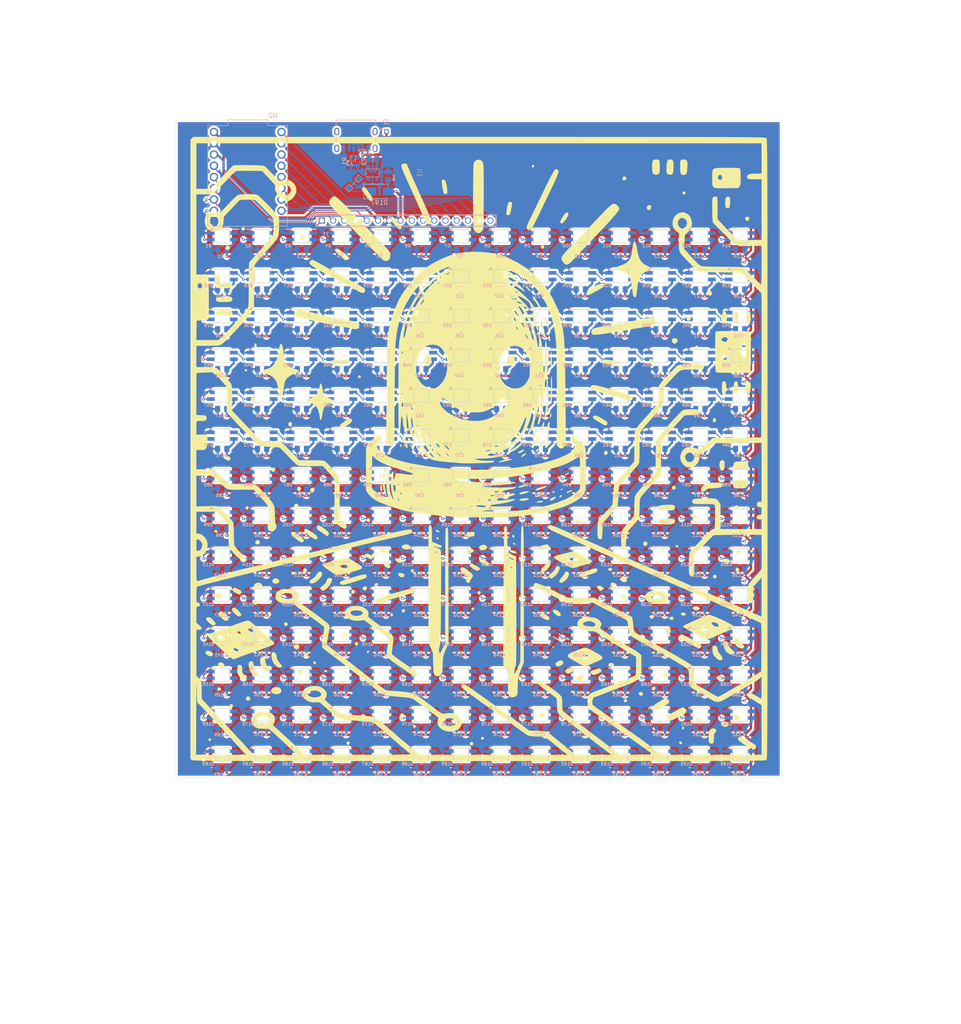
<source format=kicad_pcb>
(kicad_pcb (version 20240108) (generator "pcbnew") (generator_version "8.0")
  (layers (0 "F.Cu" signal) (31 "B.Cu" signal) (34 "B.Paste" user) (35 "F.Paste" user) (36 "B.SilkS" user "B.Silkscreen") (37 "F.SilkS" user "F.Silkscreen") (38 "B.Mask" user) (39 "F.Mask" user) (44 "Edge.Cuts" user))
  (net 0 "")
  (net 1 "GND")
  (net 2 "GPIO0")
  (net 3 "Net-(D1-DOUT)")
  (net 4 "Net-(D2-DOUT)")
  (net 5 "Net-(D3-DOUT)")
  (net 6 "Net-(D4-DOUT)")
  (net 7 "Net-(D5-DOUT)")
  (net 8 "Net-(D6-DOUT)")
  (net 9 "Net-(D7-DOUT)")
  (net 10 "Net-(D8-DOUT)")
  (net 11 "Net-(D10-DIN)")
  (net 12 "Net-(D10-DOUT)")
  (net 13 "Net-(D11-DOUT)")
  (net 14 "Net-(D12-DOUT)")
  (net 15 "Net-(D13-DOUT)")
  (net 16 "Net-(D14-DOUT)")
  (net 17 "Net-(D15-DOUT)")
  (net 18 "Net-(D16-DOUT)")
  (net 19 "Net-(D17-DOUT)")
  (net 20 "Net-(D18-DOUT)")
  (net 21 "Net-(D19-DOUT)")
  (net 22 "Net-(D20-DOUT)")
  (net 23 "Net-(D21-DOUT)")
  (net 24 "Net-(D22-DOUT)")
  (net 25 "Net-(D23-DOUT)")
  (net 26 "Net-(D24-DOUT)")
  (net 27 "Net-(D25-DOUT)")
  (net 28 "Net-(D26-DOUT)")
  (net 29 "Net-(D27-DOUT)")
  (net 30 "Net-(D28-DOUT)")
  (net 31 "Net-(D29-DOUT)")
  (net 32 "Net-(D30-DOUT)")
  (net 33 "Net-(D31-DOUT)")
  (net 34 "Net-(D32-DOUT)")
  (net 35 "Net-(D33-DOUT)")
  (net 36 "Net-(D34-DOUT)")
  (net 37 "Net-(D35-DOUT)")
  (net 38 "Net-(D36-DOUT)")
  (net 39 "Net-(D37-DOUT)")
  (net 40 "Net-(D38-DOUT)")
  (net 41 "Net-(D39-DOUT)")
  (net 42 "Net-(D40-DOUT)")
  (net 43 "Net-(D41-DOUT)")
  (net 44 "Net-(D42-DOUT)")
  (net 45 "Net-(D43-DOUT)")
  (net 46 "Net-(D44-DOUT)")
  (net 47 "Net-(D45-DOUT)")
  (net 48 "Net-(D46-DOUT)")
  (net 49 "Net-(D47-DOUT)")
  (net 50 "Net-(D48-DOUT)")
  (net 51 "Net-(D49-DOUT)")
  (net 52 "Net-(D50-DOUT)")
  (net 53 "Net-(D51-DOUT)")
  (net 54 "Net-(D52-DOUT)")
  (net 55 "Net-(D53-DOUT)")
  (net 56 "Net-(D54-DOUT)")
  (net 57 "Net-(D56-DOUT)")
  (net 58 "Net-(D57-DOUT)")
  (net 59 "Net-(D58-DOUT)")
  (net 60 "Net-(D109-DOUT)")
  (net 61 "Net-(D110-DOUT)")
  (net 62 "Net-(D59-DOUT)")
  (net 63 "Net-(D60-DOUT)")
  (net 64 "GPIO1")
  (net 65 "Net-(D61-DOUT)")
  (net 66 "Net-(D62-DOUT)")
  (net 67 "Net-(D63-DOUT)")
  (net 68 "Net-(D64-DOUT)")
  (net 69 "Net-(D65-DOUT)")
  (net 70 "Net-(D66-DOUT)")
  (net 71 "Net-(D67-DOUT)")
  (net 72 "Net-(D68-DOUT)")
  (net 73 "Net-(D69-DOUT)")
  (net 74 "Net-(D70-DOUT)")
  (net 75 "Net-(D71-DOUT)")
  (net 76 "Net-(D72-DOUT)")
  (net 77 "Net-(D73-DOUT)")
  (net 78 "Net-(D74-DOUT)")
  (net 79 "Net-(D75-DOUT)")
  (net 80 "Net-(D76-DOUT)")
  (net 81 "Net-(D77-DOUT)")
  (net 82 "Net-(D78-DOUT)")
  (net 83 "Net-(D79-DOUT)")
  (net 84 "Net-(D80-DOUT)")
  (net 85 "Net-(D81-DOUT)")
  (net 86 "Net-(D82-DOUT)")
  (net 87 "Net-(D83-DOUT)")
  (net 88 "Net-(D84-DOUT)")
  (net 89 "Net-(D85-DOUT)")
  (net 90 "Net-(D86-DOUT)")
  (net 91 "Net-(D87-DOUT)")
  (net 92 "Net-(D88-DOUT)")
  (net 93 "Net-(D89-DOUT)")
  (net 94 "Net-(D90-DOUT)")
  (net 95 "Net-(D91-DOUT)")
  (net 96 "Net-(D92-DOUT)")
  (net 97 "Net-(D93-DOUT)")
  (net 98 "Net-(D94-DOUT)")
  (net 99 "Net-(D95-DOUT)")
  (net 100 "Net-(D100-DIN)")
  (net 101 "Net-(D55-DOUT)")
  (net 102 "Net-(D96-DOUT)")
  (net 103 "Net-(D97-DOUT)")
  (net 104 "Net-(D100-DOUT)")
  (net 105 "Net-(D101-DOUT)")
  (net 106 "Net-(D102-DOUT)")
  (net 107 "Net-(D103-DOUT)")
  (net 108 "Net-(D104-DOUT)")
  (net 109 "Net-(D105-DOUT)")
  (net 110 "Net-(D106-DOUT)")
  (net 111 "Net-(D107-DOUT)")
  (net 112 "Net-(D108-DOUT)")
  (net 114 "Net-(D112-DOUT)")
  (net 115 "Net-(D113-DOUT)")
  (net 116 "Net-(D114-DOUT)")
  (net 117 "Net-(D111-DOUT)")
  (net 118 "Net-(D115-DOUT)")
  (net 119 "Net-(D191-DOUT)")
  (net 120 "Net-(D116-DOUT)")
  (net 121 "Net-(D192-DOUT)")
  (net 122 "Net-(D117-DOUT)")
  (net 123 "Net-(D193-DOUT)")
  (net 124 "Net-(D194-DOUT)")
  (net 125 "Net-(D118-DOUT)")
  (net 126 "Net-(D119-DOUT)")
  (net 127 "Net-(D120-DOUT)")
  (net 128 "Net-(D121-DOUT)")
  (net 129 "Net-(D122-DOUT)")
  (net 130 "Net-(D123-DOUT)")
  (net 131 "Net-(D124-DOUT)")
  (net 132 "Net-(D125-DOUT)")
  (net 133 "Net-(D126-DOUT)")
  (net 134 "Net-(D127-DOUT)")
  (net 135 "Net-(D128-DOUT)")
  (net 136 "Net-(D129-DOUT)")
  (net 137 "Net-(D130-DOUT)")
  (net 138 "Net-(D131-DOUT)")
  (net 139 "Net-(D132-DOUT)")
  (net 140 "Net-(D133-DOUT)")
  (net 141 "Net-(D134-DOUT)")
  (net 142 "Net-(D135-DOUT)")
  (net 143 "Net-(D136-DOUT)")
  (net 144 "Net-(D137-DOUT)")
  (net 145 "Net-(D138-DOUT)")
  (net 146 "Net-(D139-DOUT)")
  (net 147 "Net-(D140-DOUT)")
  (net 148 "Net-(D141-DOUT)")
  (net 149 "Net-(D142-DOUT)")
  (net 150 "Net-(D143-DOUT)")
  (net 151 "Net-(D144-DOUT)")
  (net 152 "Net-(D145-DOUT)")
  (net 153 "Net-(D146-DOUT)")
  (net 154 "Net-(D147-DOUT)")
  (net 155 "Net-(D148-DOUT)")
  (net 156 "Net-(D149-DOUT)")
  (net 157 "Net-(D150-DOUT)")
  (net 158 "Net-(D151-DOUT)")
  (net 159 "Net-(D152-DOUT)")
  (net 160 "Net-(D153-DOUT)")
  (net 161 "Net-(D154-DOUT)")
  (net 162 "Net-(D155-DOUT)")
  (net 163 "Net-(D156-DOUT)")
  (net 164 "Net-(D157-DOUT)")
  (net 165 "Net-(D158-DOUT)")
  (net 166 "Net-(D159-DOUT)")
  (net 167 "Net-(D160-DOUT)")
  (net 168 "Net-(D161-DOUT)")
  (net 169 "Net-(D162-DOUT)")
  (net 170 "Net-(D163-DOUT)")
  (net 171 "Net-(D164-DOUT)")
  (net 172 "Net-(D165-DOUT)")
  (net 173 "Net-(D166-DOUT)")
  (net 174 "Net-(D167-DOUT)")
  (net 175 "Net-(D168-DOUT)")
  (net 176 "Net-(D169-DOUT)")
  (net 177 "Net-(D170-DOUT)")
  (net 178 "Net-(D171-DOUT)")
  (net 179 "Net-(D172-DOUT)")
  (net 180 "Net-(D173-DOUT)")
  (net 181 "Net-(D174-DOUT)")
  (net 182 "Net-(D175-DOUT)")
  (net 183 "Net-(D176-DOUT)")
  (net 184 "Net-(D177-DOUT)")
  (net 185 "Net-(D178-DOUT)")
  (net 186 "Net-(D179-DOUT)")
  (net 187 "Net-(D180-DOUT)")
  (net 188 "Net-(D181-DOUT)")
  (net 189 "Net-(D182-DOUT)")
  (net 190 "Net-(D183-DOUT)")
  (net 191 "Net-(D184-DOUT)")
  (net 192 "Net-(D185-DOUT)")
  (net 193 "Net-(D186-DOUT)")
  (net 194 "Net-(D187-DOUT)")
  (net 195 "Net-(D188-DOUT)")
  (net 196 "Net-(D189-DOUT)")
  (net 197 "Net-(D190-DOUT)")
  (net 199 "GPIO7")
  (net 200 "GPIO8")
  (net 201 "GPIO2")
  (net 202 "GPIO21")
  (net 203 "GPIO9")
  (net 204 "GPIO5")
  (net 205 "5V")
  (net 206 "GPIO10")
  (net 207 "GPIO4")
  (net 208 "Net-(D195-DOUT)")
  (net 209 "Net-(J3-CC2)")
  (net 210 "Net-(J3-CC1)")
  (net 211 "GPIO3")
  (net 212 "GPIO6")
  (net 213 "GPIO20")
  (net 214 "+3.3V")
  (net 215 "Net-(D197-K)")
  (net 216 "Net-(U1-SW)")
  (net 218 "5in")
  (footprint "LOGO" (layer "F.Cu") (at 61.5 50)
    (property "Reference" "G***")
    (property "Value" "LOGO" (hide yes))
  )
  (footprint "Cheyao Macropad PCB Neopixel (1):SK6812MINI-E" (layer "B.Cu") (at 21.5 56.05 180)
    (property "Reference" "D87")
    (property "Value" "SK6812MINI" (hide yes))
    (fp_line (start 1.7 1.5) (end -1.7 1.5) (stroke (width 0.12)) (layer "Edge.Cuts"))
    (fp_line (start 1.7 -1.5) (end 1.7 1.5) (stroke (width 0.12)) (layer "Edge.Cuts"))
    (fp_line (start -1.7 1.5) (end -1.7 -1.5) (stroke (width 0.12)) (layer "Edge.Cuts"))
    (fp_line (start -1.7 -1.5) (end 1.7 -1.5) (stroke (width 0.12)) (layer "Edge.Cuts"))
  )
  (footprint "Cheyao Macropad PCB Neopixel (1):SK6812MINI-E" (layer "B.Cu") (at 12.5 20.05 180)
    (property "Reference" "D30")
    (property "Value" "SK6812MINI" (hide yes))
    (fp_line (start 1.7 1.5) (end -1.7 1.5) (stroke (width 0.12)) (layer "Edge.Cuts"))
    (fp_line (start 1.7 -1.5) (end 1.7 1.5) (stroke (width 0.12)) (layer "Edge.Cuts"))
    (fp_line (start -1.7 1.5) (end -1.7 -1.5) (stroke (width 0.12)) (layer "Edge.Cuts"))
    (fp_line (start -1.7 -1.5) (end 1.7 -1.5) (stroke (width 0.12)) (layer "Edge.Cuts"))
  )
  (footprint "Cheyao Macropad PCB Neopixel (1):SK6812MINI-E" (layer "B.Cu") (at 102.5 20.05 180)
    (property "Reference" "D40")
    (property "Value" "SK6812MINI" (hide yes))
    (fp_line (start 1.7 1.5) (end -1.7 1.5) (stroke (width 0.12)) (layer "Edge.Cuts"))
    (fp_line (start 1.7 -1.5) (end 1.7 1.5) (stroke (width 0.12)) (layer "Edge.Cuts"))
    (fp_line (start -1.7 1.5) (end -1.7 -1.5) (stroke (width 0.12)) (layer "Edge.Cuts"))
    (fp_line (start -1.7 -1.5) (end 1.7 -1.5) (stroke (width 0.12)) (layer "Edge.Cuts"))
  )
  (footprint "Capacitor_SMD:C_0805_2012Metric_Pad1.18x1.45mm_HandSolder" (layer "B.Cu") (at 21.5 86.05 180)
    (property "Reference" "C129")
    (property "Value" "C")
  )
  (footprint "Cheyao Macropad PCB Neopixel (1):SK6812MINI-E" (layer "B.Cu") (at 48.5 65.05 180)
    (property "Reference" "D104")
    (property "Value" "SK6812MINI" (hide yes))
    (fp_line (start 1.7 1.5) (end -1.7 1.5) (stroke (width 0.12)) (layer "Edge.Cuts"))
    (fp_line (start 1.7 -1.5) (end 1.7 1.5) (stroke (width 0.12)) (layer "Edge.Cuts"))
    (fp_line (start -1.7 1.5) (end -1.7 -1.5) (stroke (width 0.12)) (layer "Edge.Cuts"))
    (fp_line (start -1.7 -1.5) (end 1.7 -1.5) (stroke (width 0.12)) (layer "Edge.Cuts"))
  )
  (footprint "Capacitor_SMD:C_0805_2012Metric_Pad1.18x1.45mm_HandSolder" (layer "B.Cu") (at 84.5 32.05 180)
    (property "Reference" "C52")
    (property "Value" "C")
  )
  (footprint "Capacitor_SMD:C_0805_2012Metric_Pad1.18x1.45mm_HandSolder" (layer "B.Cu") (at 12.5 86.05 180)
    (property "Reference" "C128")
    (property "Value" "C")
  )
  (footprint "Capacitor_SMD:C_0805_2012Metric_Pad1.18x1.45mm_HandSolder" (layer "B.Cu") (at 57.5 5.05 180)
    (property "Reference" "C7")
    (property "Value" "C")
  )
  (footprint "Capacitor_SMD:C_0805_2012Metric_Pad1.18x1.45mm_HandSolder" (layer "B.Cu") (at 66.5 95.05 180)
    (property "Reference" "C148")
    (property "Value" "C")
  )
  (footprint "Capacitor_SMD:C_0805_2012Metric_Pad1.18x1.45mm_HandSolder" (layer "B.Cu") (at 84.5 86.05 180)
    (property "Reference" "C136")
    (property "Value" "C")
  )
  (footprint "Cheyao Macropad PCB Neopixel (1):SK6812MINI-E" (layer "B.Cu") (at 75.5 65.05 180)
    (property "Reference" "D107")
    (property "Value" "SK6812MINI" (hide yes))
    (fp_line (start 1.7 1.5) (end -1.7 1.5) (stroke (width 0.12)) (layer "Edge.Cuts"))
    (fp_line (start 1.7 -1.5) (end 1.7 1.5) (stroke (width 0.12)) (layer "Edge.Cuts"))
    (fp_line (start -1.7 1.5) (end -1.7 -1.5) (stroke (width 0.12)) (layer "Edge.Cuts"))
    (fp_line (start -1.7 -1.5) (end 1.7 -1.5) (stroke (width 0.12)) (layer "Edge.Cuts"))
  )
  (footprint "Cheyao Macropad PCB Neopixel (1):SK6812MINI-E" (layer "B.Cu") (at 66.5 47.05 180)
    (property "Reference" "D78")
    (property "Value" "SK6812MINI" (hide yes))
    (fp_line (start 1.7 1.5) (end -1.7 1.5) (stroke (width 0.12)) (layer "Edge.Cuts"))
    (fp_line (start 1.7 -1.5) (end 1.7 1.5) (stroke (width 0.12)) (layer "Edge.Cuts"))
    (fp_line (start -1.7 1.5) (end -1.7 -1.5) (stroke (width 0.12)) (layer "Edge.Cuts"))
    (fp_line (start -1.7 -1.5) (end 1.7 -1.5) (stroke (width 0.12)) (layer "Edge.Cuts"))
  )
  (footprint "Cheyao Macropad PCB Neopixel (1):SK6812MINI-E" (layer "B.Cu") (at 66.5 65.05 180)
    (property "Reference" "D106")
    (property "Value" "SK6812MINI" (hide yes))
    (fp_line (start 1.7 1.5) (end -1.7 1.5) (stroke (width 0.12)) (layer "Edge.Cuts"))
    (fp_line (start 1.7 -1.5) (end 1.7 1.5) (stroke (width 0.12)) (layer "Edge.Cuts"))
    (fp_line (start -1.7 1.5) (end -1.7 -1.5) (stroke (width 0.12)) (layer "Edge.Cuts"))
    (fp_line (start -1.7 -1.5) (end 1.7 -1.5) (stroke (width 0.12)) (layer "Edge.Cuts"))
  )
  (footprint "Cheyao Macropad PCB Neopixel (1):SK6812MINI-E" (layer "B.Cu") (at 3.5 101.05 180)
    (property "Reference" "D155")
    (property "Value" "SK6812MINI" (hide yes))
    (fp_line (start 1.7 1.5) (end -1.7 1.5) (stroke (width 0.12)) (layer "Edge.Cuts"))
    (fp_line (start 1.7 -1.5) (end 1.7 1.5) (stroke (width 0.12)) (layer "Edge.Cuts"))
    (fp_line (start -1.7 1.5) (end -1.7 -1.5) (stroke (width 0.12)) (layer "Edge.Cuts"))
    (fp_line (start -1.7 -1.5) (end 1.7 -1.5) (stroke (width 0.12)) (layer "Edge.Cuts"))
  )
  (footprint "Capacitor_SMD:C_0805_2012Metric_Pad1.18x1.45mm_HandSolder" (layer "B.Cu") (at 66.5 68.05 180)
    (property "Reference" "C106")
    (property "Value" "C")
  )
  (footprint "Capacitor_SMD:C_0805_2012Metric_Pad1.18x1.45mm_HandSolder" (layer "B.Cu") (at 3.5 50.05 180)
    (property "Reference" "C71")
    (property "Value" "C")
  )
  (footprint "Diode_SMD:D_SMA" (layer "B.Cu") (at 39 -8.08)
    (property "Reference" "D197")
    (property "Value" "SS14")
  )
  (footprint "Cheyao Macropad PCB Neopixel (1):SK6812MINI-E" (layer "B.Cu") (at 111.5 2.05 180)
    (property "Reference" "D13")
    (property "Value" "SK6812MINI" (hide yes))
    (fp_line (start 1.7 1.5) (end -1.7 1.5) (stroke (width 0.12)) (layer "Edge.Cuts"))
    (fp_line (start 1.7 -1.5) (end 1.7 1.5) (stroke (width 0.12)) (layer "Edge.Cuts"))
    (fp_line (start -1.7 1.5) (end -1.7 -1.5) (stroke (width 0.12)) (layer "Edge.Cuts"))
    (fp_line (start -1.7 -1.5) (end 1.7 -1.5) (stroke (width 0.12)) (layer "Edge.Cuts"))
  )
  (footprint "Cheyao Macropad PCB Neopixel (1):SK6812MINI-E" (layer "B.Cu") (at 30.5 29.05 180)
    (property "Reference" "D46")
    (property "Value" "SK6812MINI" (hide yes))
    (fp_line (start 1.7 1.5) (end -1.7 1.5) (stroke (width 0.12)) (layer "Edge.Cuts"))
    (fp_line (start 1.7 -1.5) (end 1.7 1.5) (stroke (width 0.12)) (layer "Edge.Cuts"))
    (fp_line (start -1.7 1.5) (end -1.7 -1.5) (stroke (width 0.12)) (layer "Edge.Cuts"))
    (fp_line (start -1.7 -1.5) (end 1.7 -1.5) (stroke (width 0.12)) (layer "Edge.Cuts"))
  )
  (footprint "Cheyao Macropad PCB Neopixel (1):SK6812MINI-E" (layer "B.Cu") (at 66.5 101.05 180)
    (property "Reference" "D162")
    (property "Value" "SK6812MINI" (hide yes))
    (fp_line (start 1.7 1.5) (end -1.7 1.5) (stroke (width 0.12)) (layer "Edge.Cuts"))
    (fp_line (start 1.7 -1.5) (end 1.7 1.5) (stroke (width 0.12)) (layer "Edge.Cuts"))
    (fp_line (start -1.7 1.5) (end -1.7 -1.5) (stroke (width 0.12)) (layer "Edge.Cuts"))
    (fp_line (start -1.7 -1.5) (end 1.7 -1.5) (stroke (width 0.12)) (layer "Edge.Cuts"))
  )
  (footprint "Cheyao Macropad PCB Neopixel (1):SK6812MINI-E" (layer "B.Cu") (at 3.5 92.05 180)
    (property "Reference" "D141")
    (property "Value" "SK6812MINI" (hide yes))
    (fp_line (start 1.7 1.5) (end -1.7 1.5) (stroke (width 0.12)) (layer "Edge.Cuts"))
    (fp_line (start 1.7 -1.5) (end 1.7 1.5) (stroke (width 0.12)) (layer "Edge.Cuts"))
    (fp_line (start -1.7 1.5) (end -1.7 -1.5) (stroke (width 0.12)) (layer "Edge.Cuts"))
    (fp_line (start -1.7 -1.5) (end 1.7 -1.5) (stroke (width 0.12)) (layer "Edge.Cuts"))
  )
  (footprint "Cheyao Macropad PCB Neopixel (1):SK6812MINI-E" (layer "B.Cu") (at 39.5 119.05 180)
    (property "Reference" "D187")
    (property "Value" "SK6812MINI" (hide yes))
    (fp_line (start 1.7 1.5) (end -1.7 1.5) (stroke (width 0.12)) (layer "Edge.Cuts"))
    (fp_line (start 1.7 -1.5) (end 1.7 1.5) (stroke (width 0.12)) (layer "Edge.Cuts"))
    (fp_line (start -1.7 1.5) (end -1.7 -1.5) (stroke (width 0.12)) (layer "Edge.Cuts"))
    (fp_line (start -1.7 -1.5) (end 1.7 -1.5) (stroke (width 0.12)) (layer "Edge.Cuts"))
  )
  (footprint "Capacitor_SMD:C_0805_2012Metric_Pad1.18x1.45mm_HandSolder" (layer "B.Cu") (at 39.5 68.05 180)
    (property "Reference" "C103")
    (property "Value" "C")
  )
  (footprint "Capacitor_SMD:C_0805_2012Metric_Pad1.18x1.45mm_HandSolder" (layer "B.Cu") (at 39.5 5.05 180)
    (property "Reference" "C5")
    (property "Value" "C")
  )
  (footprint "Capacitor_SMD:C_0805_2012Metric_Pad1.18x1.45mm_HandSolder" (layer "B.Cu") (at 3.5 86.05 180)
    (property "Reference" "C127")
    (property "Value" "C")
  )
  (footprint "Cheyao Macropad PCB Neopixel (1):SK6812MINI-E" (layer "B.Cu") (at 66.5 92.05 180)
    (property "Reference" "D148")
    (property "Value" "SK6812MINI" (hide yes))
    (fp_line (start 1.7 1.5) (end -1.7 1.5) (stroke (width 0.12)) (layer "Edge.Cuts"))
    (fp_line (start 1.7 -1.5) (end 1.7 1.5) (stroke (width 0.12)) (layer "Edge.Cuts"))
    (fp_line (start -1.7 1.5) (end -1.7 -1.5) (stroke (width 0.12)) (layer "Edge.Cuts"))
    (fp_line (start -1.7 -1.5) (end 1.7 -1.5) (stroke (width 0.12)) (layer "Edge.Cuts"))
  )
  (footprint "Capacitor_SMD:C_0805_2012Metric_Pad1.18x1.45mm_HandSolder" (layer "B.Cu") (at 21.5 122.05 180)
    (property "Reference" "C185")
    (property "Value" "C")
  )
  (footprint "Capacitor_SMD:C_0805_2012Metric_Pad1.18x1.45mm_HandSolder" (layer "B.Cu") (at 12.5 5.05 180)
    (property "Reference" "C2")
    (property "Value" "C")
  )
  (footprint "Cheyao Macropad PCB Neopixel (1):SK6812MINI-E" (layer "B.Cu") (at 84.5 47.05 180)
    (property "Reference" "D80")
    (property "Value" "SK6812MINI" (hide yes))
    (fp_line (start 1.7 1.5) (end -1.7 1.5) (stroke (width 0.12)) (layer "Edge.Cuts"))
    (fp_line (start 1.7 -1.5) (end 1.7 1.5) (stroke (width 0.12)) (layer "Edge.Cuts"))
    (fp_line (start -1.7 1.5) (end -1.7 -1.5) (stroke (width 0.12)) (layer "Edge.Cuts"))
    (fp_line (start -1.7 -1.5) (end 1.7 -1.5) (stroke (width 0.12)) (layer "Edge.Cuts"))
  )
  (footprint "Capacitor_SMD:C_0805_2012Metric_Pad1.18x1.45mm_HandSolder" (layer "B.Cu") (at 57.5 77.05 180)
    (property "Reference" "C119")
    (property "Value" "C")
  )
  (footprint "Cheyao Macropad PCB Neopixel (1):SK6812MINI-E" (layer "B.Cu") (at 111.5 83.05 180)
    (property "Reference" "D139")
    (property "Value" "SK6812MINI" (hide yes))
    (fp_line (start 1.7 1.5) (end -1.7 1.5) (stroke (width 0.12)) (layer "Edge.Cuts"))
    (fp_line (start 1.7 -1.5) (end 1.7 1.5) (stroke (width 0.12)) (layer "Edge.Cuts"))
    (fp_line (start -1.7 1.5) (end -1.7 -1.5) (stroke (width 0.12)) (layer "Edge.Cuts"))
    (fp_line (start -1.7 -1.5) (end 1.7 -1.5) (stroke (width 0.12)) (layer "Edge.Cuts"))
  )
  (footprint "Cheyao Macropad PCB Neopixel (1):SK6812MINI-E" (layer "B.Cu") (at 30.5 20.05 180)
    (property "Reference" "D32")
    (property "Value" "SK6812MINI" (hide yes))
    (fp_line (start 1.7 1.5) (end -1.7 1.5) (stroke (width 0.12)) (layer "Edge.Cuts"))
    (fp_line (start 1.7 -1.5) (end 1.7 1.5) (stroke (width 0.12)) (layer "Edge.Cuts"))
    (fp_line (start -1.7 1.5) (end -1.7 -1.5) (stroke (width 0.12)) (layer "Edge.Cuts"))
    (fp_line (start -1.7 -1.5) (end 1.7 -1.5) (stroke (width 0.12)) (layer "Edge.Cuts"))
  )
  (footprint "Capacitor_SMD:C_0805_2012Metric_Pad1.18x1.45mm_HandSolder" (layer "B.Cu") (at 66.5 59.05 180)
    (property "Reference" "C92")
    (property "Value" "C")
  )
  (footprint "Capacitor_SMD:C_0805_2012Metric_Pad1.18x1.45mm_HandSolder" (layer "B.Cu") (at 93.5 59.05 180)
    (property "Reference" "C95")
    (property "Value" "C")
  )
  (footprint "Cheyao Macropad PCB Neopixel (1):SK6812MINI-E" (layer "B.Cu") (at 30.5 47.05 180)
    (property "Reference" "D74")
    (property "Value" "SK6812MINI" (hide yes))
    (fp_line (start 1.7 1.5) (end -1.7 1.5) (stroke (width 0.12)) (layer "Edge.Cuts"))
    (fp_line (start 1.7 -1.5) (end 1.7 1.5) (stroke (width 0.12)) (layer "Edge.Cuts"))
    (fp_line (start -1.7 1.5) (end -1.7 -1.5) (stroke (width 0.12)) (layer "Edge.Cuts"))
    (fp_line (start -1.7 -1.5) (end 1.7 -1.5) (stroke (width 0.12)) (layer "Edge.Cuts"))
  )
  (footprint "Cheyao Macropad PCB Neopixel (1):SK6812MINI-E" (layer "B.Cu") (at 21.5 119.05 180)
    (property "Reference" "D185")
    (property "Value" "SK6812MINI" (hide yes))
    (fp_line (start 1.7 1.5) (end -1.7 1.5) (stroke (width 0.12)) (layer "Edge.Cuts"))
    (fp_line (start 1.7 -1.5) (end 1.7 1.5) (stroke (width 0.12)) (layer "Edge.Cuts"))
    (fp_line (start -1.7 1.5) (end -1.7 -1.5) (stroke (width 0.12)) (layer "Edge.Cuts"))
    (fp_line (start -1.7 -1.5) (end 1.7 -1.5) (stroke (width 0.12)) (layer "Edge.Cuts"))
  )
  (footprint "Cheyao Macropad PCB Neopixel (1):SK6812MINI-E" (layer "B.Cu") (at 111.5 92.05 180)
    (property "Reference" "D153")
    (property "Value" "SK6812MINI" (hide yes))
    (fp_line (start 1.7 1.5) (end -1.7 1.5) (stroke (width 0.12)) (layer "Edge.Cuts"))
    (fp_line (start 1.7 -1.5) (end 1.7 1.5) (stroke (width 0.12)) (layer "Edge.Cuts"))
    (fp_line (start -1.7 1.5) (end -1.7 -1.5) (stroke (width 0.12)) (layer "Edge.Cuts"))
    (fp_line (start -1.7 -1.5) (end 1.7 -1.5) (stroke (width 0.12)) (layer "Edge.Cuts"))
  )
  (footprint "Capacitor_SMD:C_0805_2012Metric_Pad1.18x1.45mm_HandSolder" (layer "B.Cu") (at 48.5 122.05 180)
    (property "Reference" "C188")
    (property "Value" "C")
  )
  (footprint "Cheyao Macropad PCB Neopixel (1):SK6812MINI-E" (layer "B.Cu") (at 3.5 56.05 180)
    (property "Reference" "D85")
    (property "Value" "SK6812MINI" (hide yes))
    (fp_line (start 1.7 1.5) (end -1.7 1.5) (stroke (width 0.12)) (layer "Edge.Cuts"))
    (fp_line (start 1.7 -1.5) (end 1.7 1.5) (stroke (width 0.12)) (layer "Edge.Cuts"))
    (fp_line (start -1.7 1.5) (end -1.7 -1.5) (stroke (width 0.12)) (layer "Edge.Cuts"))
    (fp_line (start -1.7 -1.5) (end 1.7 -1.5) (stroke (width 0.12)) (layer "Edge.Cuts"))
  )
  (footprint "Capacitor_SMD:C_0805_2012Metric_Pad1.18x1.45mm_HandSolder" (layer "B.Cu") (at 21.5 14.05 180)
    (property "Reference" "C17")
    (property "Value" "C")
  )
  (footprint "Capacitor_SMD:C_0805_2012Metric_Pad1.18x1.45mm_HandSolder" (layer "B.Cu") (at 12.5 104.05 180)
    (property "Reference" "C156")
    (property "Value" "C")
  )
  (footprint "Capacitor_SMD:C_0805_2012Metric_Pad1.18x1.45mm_HandSolder" (layer "B.Cu") (at 102.5 68.05 180)
    (property "Reference" "C110")
    (property "Value" "C")
  )
  (footprint "Cheyao Macropad PCB Neopixel (1):SK6812MINI-E" (layer "B.Cu") (at 21.5 20.05 180)
    (property "Reference" "D31")
    (property "Value" "SK6812MINI" (hide yes))
    (fp_line (start 1.7 1.5) (end -1.7 1.5) (stroke (width 0.12)) (layer "Edge.Cuts"))
    (fp_line (start 1.7 -1.5) (end 1.7 1.5) (stroke (width 0.12)) (layer "Edge.Cuts"))
    (fp_line (start -1.7 1.5) (end -1.7 -1.5) (stroke (width 0.12)) (layer "Edge.Cuts"))
    (fp_line (start -1.7 -1.5) (end 1.7 -1.5) (stroke (width 0.12)) (layer "Edge.Cuts"))
  )
  (footprint "Cheyao Macropad PCB Neopixel (1):SK6812MINI-E" (layer "B.Cu") (at 75.5 20.05 180)
    (property "Reference" "D37")
    (property "Value" "SK6812MINI" (hide yes))
    (fp_line (start 1.7 1.5) (end -1.7 1.5) (stroke (width 0.12)) (layer "Edge.Cuts"))
    (fp_line (start 1.7 -1.5) (end 1.7 1.5) (stroke (width 0.12)) (layer "Edge.Cuts"))
    (fp_line (start -1.7 1.5) (end -1.7 -1.5) (stroke (width 0.12)) (layer "Edge.Cuts"))
    (fp_line (start -1.7 -1.5) (end 1.7 -1.5) (stroke (width 0.12)) (layer "Edge.Cuts"))
  )
  (footprint "Capacitor_SMD:C_0805_2012Metric_Pad1.18x1.45mm_HandSolder" (layer "B.Cu") (at 75.5 104.05 180)
    (property "Reference" "C163")
    (property "Value" "C")
  )
  (footprint "Capacitor_SMD:C_0805_2012Metric_Pad1.18x1.45mm_HandSolder" (layer "B.Cu") (at 120.5 23.05 180)
    (property "Reference" "C42")
    (property "Value" "C")
  )
  (footprint "Cheyao Macropad PCB Neopixel (1):SK6812MINI-E" (layer "B.Cu") (at 57.5 20.05 180)
    (property "Reference" "D35")
    (property "Value" "SK6812MINI" (hide yes))
    (fp_line (start 1.7 1.5) (end -1.7 1.5) (stroke (width 0.12)) (layer "Edge.Cuts"))
    (fp_line (start 1.7 -1.5) (end 1.7 1.5) (stroke (width 0.12)) (layer "Edge.Cuts"))
    (fp_line (start -1.7 1.5) (end -1.7 -1.5) (stroke (width 0.12)) (layer "Edge.Cuts"))
    (fp_line (start -1.7 -1.5) (end 1.7 -1.5) (stroke (width 0.12)) (layer "Edge.Cuts"))
  )
  (footprint "Capacitor_SMD:C_0805_2012Metric_Pad1.18x1.45mm_HandSolder" (layer "B.Cu") (at 3.5 41.05 180)
    (property "Reference" "C57")
    (property "Value" "C")
  )
  (footprint "Capacitor_SMD:C_0805_2012Metric_Pad1.18x1.45mm_HandSolder" (layer "B.Cu") (at 12.5 14.05 180)
    (property "Reference" "C16")
    (property "Value" "C")
  )
  (footprint "Capacitor_SMD:C_0805_2012Metric_Pad1.18x1.45mm_HandSolder" (layer "B.Cu") (at 75.5 68.05 180)
    (property "Reference" "C107")
    (property "Value" "C")
  )
  (footprint "Cheyao Macropad PCB Neopixel (1):SK6812MINI-E" (layer "B.Cu") (at 120.5 119.05 180)
    (property "Reference" "D196")
    (property "Value" "SK6812MINI" (hide yes))
    (fp_line (start 1.7 1.5) (end -1.7 1.5) (stroke (width 0.12)) (layer "Edge.Cuts"))
    (fp_line (start 1.7 -1.5) (end 1.7 1.5) (stroke (width 0.12)) (layer "Edge.Cuts"))
    (fp_line (start -1.7 1.5) (end -1.7 -1.5) (stroke (width 0.12)) (layer "Edge.Cuts"))
    (fp_line (start -1.7 -1.5) (end 1.7 -1.5) (stroke (width 0.12)) (layer "Edge.Cuts"))
  )
  (footprint "Cheyao Macropad PCB Neopixel (1):SK6812MINI-E" (layer "B.Cu") (at 84.5 29.05 180)
    (property "Reference" "D52")
    (property "Value" "SK6812MINI" (hide yes))
    (fp_line (start 1.7 1.5) (end -1.7 1.5) (stroke (width 0.12)) (layer "Edge.Cuts"))
    (fp_line (start 1.7 -1.5) (end 1.7 1.5) (stroke (width 0.12)) (layer "Edge.Cuts"))
    (fp_line (start -1.7 1.5) (end -1.7 -1.5) (stroke (width 0.12)) (layer "Edge.Cuts"))
    (fp_line (start -1.7 -1.5) (end 1.7 -1.5) (stroke (width 0.12)) (layer "Edge.Cuts"))
  )
  (footprint "(4.7uF Cap)CL21A475KAQNNNE Footprint Symbol:CAPC2012X140N" (layer "B.Cu") (at 37.53 -15.34 180)
    (property "Reference" "C197")
    (property "Value" "4.7 uF")
  )
  (footprint "Capacitor_SMD:C_0805_2012Metric_Pad1.18x1.45mm_HandSolder" (layer "B.Cu") (at 48.5 68.05 180)
    (property "Reference" "C104")
    (property "Value" "C")
  )
  (footprint "Cheyao Macropad PCB Neopixel (1):SK6812MINI-E" (layer "B.Cu") (at 30.5 2.05 180)
    (property "Reference" "D4")
    (property "Value" "SK6812MINI" (hide yes))
    (fp_line (start 1.7 1.5) (end -1.7 1.5) (stroke (width 0.12)) (layer "Edge.Cuts"))
    (fp_line (start 1.7 -1.5) (end 1.7 1.5) (stroke (width 0.12)) (layer "Edge.Cuts"))
    (fp_line (start -1.7 1.5) (end -1.7 -1.5) (stroke (width 0.12)) (layer "Edge.Cuts"))
    (fp_line (start -1.7 -1.5) (end 1.7 -1.5) (stroke (width 0.12)) (layer "Edge.Cuts"))
  )
  (footprint "Capacitor_SMD:C_0805_2012Metric_Pad1.18x1.45mm_HandSolder" (layer "B.Cu") (at 102.5 23.05 180)
    (property "Reference" "C40")
    (property "Value" "C")
  )
  (footprint "Capacitor_SMD:C_0805_2012Metric_Pad1.18x1.45mm_HandSolder" (layer "B.Cu") (at 93.5 68.05 180)
    (property "Reference" "C109")
    (property "Value" "C")
  )
  (footprint "Cheyao Macropad PCB Neopixel (1):SK6812MINI-E" (layer "B.Cu") (at 93.5 101.05 180)
    (property "Reference" "D165")
    (property "Value" "SK6812MINI" (hide yes))
    (fp_line (start 1.7 1.5) (end -1.7 1.5) (stroke (width 0.12)) (layer "Edge.Cuts"))
    (fp_line (start 1.7 -1.5) (end 1.7 1.5) (stroke (width 0.12)) (layer "Edge.Cuts"))
    (fp_line (start -1.7 1.5) (end -1.7 -1.5) (stroke (width 0.12)) (layer "Edge.Cuts"))
    (fp_line (start -1.7 -1.5) (end 1.7 -1.5) (stroke (width 0.12)) (layer "Edge.Cuts"))
  )
  (footprint "Cheyao Macropad PCB Neopixel (1):SK6812MINI-E" (layer "B.Cu") (at 111.5 20.05 180)
    (property "Reference" "D41")
    (property "Value" "SK6812MINI" (hide yes))
    (fp_line (start 1.7 1.5) (end -1.7 1.5) (stroke (width 0.12)) (layer "Edge.Cuts"))
    (fp_line (start 1.7 -1.5) (end 1.7 1.5) (stroke (width 0.12)) (layer "Edge.Cuts"))
    (fp_line (start -1.7 1.5) (end -1.7 -1.5) (stroke (width 0.12)) (layer "Edge.Cuts"))
    (fp_line (start -1.7 -1.5) (end 1.7 -1.5) (stroke (width 0.12)) (layer "Edge.Cuts"))
  )
  (footprint "Capacitor_SMD:C_0805_2012Metric_Pad1.18x1.45mm_HandSolder" (layer "B.Cu") (at 84.5 59.05 180)
    (property "Reference" "C94")
    (property "Value" "C")
  )
  (footprint "Capacitor_SMD:C_0805_2012Metric_Pad1.18x1.45mm_HandSolder" (layer "B.Cu") (at 48.5 59.05 180)
    (property "Reference" "C90")
    (property "Value" "C")
  )
  (footprint "Cheyao Macropad PCB Neopixel (1):SK6812MINI-E" (layer "B.Cu") (at 30.5 83.05 180)
    (property "Reference" "D130")
    (property "Value" "SK6812MINI" (hide yes))
    (fp_line (start 1.7 1.5) (end -1.7 1.5) (stroke (width 0.12)) (layer "Edge.Cuts"))
    (fp_line (start 1.7 -1.5) (end 1.7 1.5) (stroke (width 0.12)) (layer "Edge.Cuts"))
    (fp_line (start -1.7 1.5) (end -1.7 -1.5) (stroke (width 0.12)) (layer "Edge.Cuts"))
    (fp_line (start -1.7 -1.5) (end 1.7 -1.5) (stroke (width 0.12)) (layer "Edge.Cuts"))
  )
  (footprint "Cheyao Macropad PCB Neopixel (1):SK6812MINI-E" (layer "B.Cu") (at 12.5 92.05 180)
    (property "Reference" "D142")
    (property "Value" "SK6812MINI" (hide yes))
    (fp_line (start 1.7 1.5) (end -1.7 1.5) (stroke (width 0.12)) (layer "Edge.Cuts"))
    (fp_line (start 1.7 -1.5) (end 1.7 1.5) (stroke (width 0.12)) (layer "Edge.Cuts"))
    (fp_line (start -1.7 1.5) (end -1.7 -1.5) (stroke (width 0.12)) (layer "Edge.Cuts"))
    (fp_line (start -1.7 -1.5) (end 1.7 -1.5) (stroke (width 0.12)) (layer "Edge.Cuts"))
  )
  (footprint "Cheyao Macropad PCB Neopixel (1):SK6812MINI-E" (layer "B.Cu") (at 66.5 2.05 180)
    (property "Reference" "D8")
    (property "Value" "SK6812MINI" (hide yes))
    (fp_line (start 1.7 1.5) (end -1.7 1.5) (stroke (width 0.12)) (layer "Edge.Cuts"))
    (fp_line (start 1.7 -1.5) (end 1.7 1.5) (stroke (width 0.12)) (layer "Edge.Cuts"))
    (fp_line (start -1.7 1.5) (end -1.7 -1.5) (stroke (width 0.12)) (layer "Edge.Cuts"))
    (fp_line (start -1.7 -1.5) (end 1.7 -1.5) (stroke (width 0.12)) (layer "Edge.Cuts"))
  )
  (footprint "Capacitor_SMD:C_0805_2012Metric_Pad1.18x1.45mm_HandSolder" (layer "B.Cu") (at 102.5 41.05 180)
    (property "Reference" "C68")
    (property "Value" "C")
  )
  (footprint "Capacitor_SMD:C_0805_2012Metric_Pad1.18x1.45mm_HandSolder" (layer "B.Cu") (at 102.5 86.05 180)
    (property "Reference" "C138")
    (property "Value" "C")
  )
  (footprint "Capacitor_SMD:C_0805_2012Metric_Pad1.18x1.45mm_HandSolder" (layer "B.Cu") (at 21.5 23.05 180)
    (property "Reference" "C31")
    (property "Value" "C")
  )
  (footprint "Cheyao Macropad PCB Neopixel (1):SK6812MINI-E" (layer "B.Cu") (at 120.5 110.05 180)
    (property "Reference" "D182")
    (property "Value" "SK6812MINI" (hide yes))
    (fp_line (start 1.7 1.5) (end -1.7 1.5) (stroke (width 0.12)) (layer "Edge.Cuts"))
    (fp_line (start 1.7 -1.5) (end 1.7 1.5) (stroke (width 0.12)) (layer "Edge.Cuts"))
    (fp_line (start -1.7 1.5) (end -1.7 -1.5) (stroke (width 0.12)) (layer "Edge.Cuts"))
    (fp_line (start -1.7 -1.5) (end 1.7 -1.5) (stroke (width 0.12)) (layer "Edge.Cuts"))
  )
  (footprint "ESP32-C3 SuperMini TH:MODULE_ESP32-C3_SUPERMINI" (layer "B.Cu") (at 9.25 -11.6 180)
    (property "Reference" "U2")
    (property "Value" "ESP32-C3_SUPERMINI_TH")
  )
  (footprint "Cheyao Macropad PCB Neopixel (1):SK6812MINI-E" (layer "B.Cu") (at 39.5 83.05 180)
    (property "Reference" "D131")
    (property "Value" "SK6812MINI" (hide yes))
    (fp_line (start 1.7 1.5) (end -1.7 1.5) (stroke (width 0.12)) (layer "Edge.Cuts"))
    (fp_line (start 1.7 -1.5) (end 1.7 1.5) (stroke (width 0.12)) (layer "Edge.Cuts"))
    (fp_line (start -1.7 1.5) (end -1.7 -1.5) (stroke (width 0.12)) (layer "Edge.Cuts"))
    (fp_line (start -1.7 -1.5) (end 1.7 -1.5) (stroke (width 0.12)) (layer "Edge.Cuts"))
  )
  (footprint "Capacitor_SMD:C_0805_2012Metric_Pad1.18x1.45mm_HandSolder" (layer "B.Cu") (at 48.5 104.05 180)
    (property "Reference" "C160")
    (property "Value" "C")
  )
  (footprint "Cheyao Macropad PCB Neopixel (1):SK6812MINI-E" (layer "B.Cu") (at 120.5 92.05 180)
    (property "Reference" "D154")
    (property "Value" "SK6812MINI" (hide yes))
    (fp_line (start 1.7 1.5) (end -1.7 1.5) (stroke (width 0.12)) (layer "Edge.Cuts"))
    (fp_line (start 1.7 -1.5) (end 1.7 1.5) (stroke (width 0.12)) (layer "Edge.Cuts"))
    (fp_line (start -1.7 1.5) (end -1.7 -1.5) (stroke (width 0.12)) (layer "Edge.Cuts"))
    (fp_line (start -1.7 -1.5) (end 1.7 -1.5) (stroke (width 0.12)) (layer "Edge.Cuts"))
  )
  (footprint "Cheyao Macropad PCB Neopixel (1):SK6812MINI-E" (layer "B.Cu") (at 66.5 56.05 180)
    (property "Reference" "D92")
    (property "Value" "SK6812MINI" (hide yes))
    (fp_line (start 1.7 1.5) (end -1.7 1.5) (stroke (width 0.12)) (layer "Edge.Cuts"))
    (fp_line (start 1.7 -1.5) (end 1.7 1.5) (stroke (width 0.12)) (layer "Edge.Cuts"))
    (fp_line (start -1.7 1.5) (end -1.7 -1.5) (stroke (width 0.12)) (layer "Edge.Cuts"))
    (fp_line (start -1.7 -1.5) (end 1.7 -1.5) (stroke (width 0.12)) (layer "Edge.Cuts"))
  )
  (footprint "Cheyao Macropad PCB Neopixel (1):SK6812MINI-E" (layer "B.Cu") (at 12.5 2.05 180)
    (property "Reference" "D2")
    (property "Value" "SK6812MINI" (hide yes))
    (fp_line (start 1.7 1.5) (end -1.7 1.5) (stroke (width 0.12)) (layer "Edge.Cuts"))
    (fp_line (start 1.7 -1.5) (end 1.7 1.5) (stroke (width 0.12)) (layer "Edge.Cuts"))
    (fp_line (start -1.7 1.5) (end -1.7 -1.5) (stroke (width 0.12)) (layer "Edge.Cuts"))
    (fp_line (start -1.7 -1.5) (end 1.7 -1.5) (stroke (width 0.12)) (layer "Edge.Cuts"))
  )
  (footprint "Cheyao Macropad PCB Neopixel (1):SK6812MINI-E" (layer "B.Cu") (at 48.5 11.05 180)
    (property "Reference" "D20")
    (property "Value" "SK6812MINI" (hide yes))
    (fp_line (start 1.7 1.5) (end -1.7 1.5) (stroke (width 0.12)) (layer "Edge.Cuts"))
    (fp_line (start 1.7 -1.5) (end 1.7 1.5) (stroke (width 0.12)) (layer "Edge.Cuts"))
    (fp_line (start -1.7 1.5) (end -1.7 -1.5) (stroke (width 0.12)) (layer "Edge.Cuts"))
    (fp_line (start -1.7 -1.5) (end 1.7 -1.5) (stroke (width 0.12)) (layer "Edge.Cuts"))
  )
  (footprint "Cheyao Macropad PCB Neopixel (1):SK6812MINI-E" (layer "B.Cu") (at 102.5 101.05 180)
    (property "Reference" "D166")
    (property "Value" "SK6812MINI" (hide yes))
    (fp_line (start 1.7 1.5) (end -1.7 1.5) (stroke (width 0.12)) (layer "Edge.Cuts"))
    (fp_line (start 1.7 -1.5) (end 1.7 1.5) (stroke (width 0.12)) (layer "Edge.Cuts"))
    (fp_line (start -1.7 1.5) (end -1.7 -1.5) (stroke (width 0.12)) (layer "Edge.Cuts"))
    (fp_line (start -1.7 -1.5) (end 1.7 -1.5) (stroke (width 0.12)) (layer "Edge.Cuts"))
  )
  (footprint "Capacitor_SMD:C_0805_2012Metric_Pad1.18x1.45mm_HandSolder" (layer "B.Cu") (at 39.5 122.05 180)
    (property "Reference" "C187")
    (property "Value" "C")
  )
  (footprint "Cheyao Macropad PCB Neopixel (1):SK6812MINI-E" (layer "B.Cu") (at 3.5 20.05 180)
    (property "Reference" "D29")
    (property "Value" "SK6812MINI" (hide yes))
    (fp_line (start 1.7 1.5) (end -1.7 1.5) (stroke (width 0.12)) (layer "Edge.Cuts"))
    (fp_line (start 1.7 -1.5) (end 1.7 1.5) (stroke (width 0.12)) (layer "Edge.Cuts"))
    (fp_line (start -1.7 1.5) (end -1.7 -1.5) (stroke (width 0.12)) (layer "Edge.Cuts"))
    (fp_line (start -1.7 -1.5) (end 1.7 -1.5) (stroke (width 0.12)) (layer "Edge.Cuts"))
  )
  (footprint "Capacitor_SMD:C_0805_2012Metric_Pad1.18x1.45mm_HandSolder" (layer "B.Cu") (at 12.5 68.05 180)
    (property "Reference" "C100")
    (property "Value" "C")
  )
  (footprint "Capacitor_SMD:C_0805_2012Metric_Pad1.18x1.45mm_HandSolder" (layer "B.Cu") (at 30.5 122.05 180)
    (property "Reference" "C186")
    (property "Value" "C")
  )
  (footprint "Cheyao Macropad PCB Neopixel (1):SK6812MINI-E" (layer "B.Cu") (at 102.5 47.05 180)
    (property "Reference" "D82")
    (property "Value" "SK6812MINI" (hide yes))
    (fp_line (start 1.7 1.5) (end -1.7 1.5) (stroke (width 0.12)) (layer "Edge.Cuts"))
    (fp_line (start 1.7 -1.5) (end 1.7 1.5) (stroke (width 0.12)) (layer "Edge.Cuts"))
    (fp_line (start -1.7 1.5) (end -1.7 -1.5) (stroke (width 0.12)) (layer "Edge.Cuts"))
    (fp_line (start -1.7 -1.5) (end 1.7 -1.5) (stroke (width 0.12)) (layer "Edge.Cuts"))
  )
  (footprint "Capacitor_SMD:C_0805_2012Metric_Pad1.18x1.45mm_HandSolder" (layer "B.Cu") (at 57.5 104.05 180)
    (property "Reference" "C161")
    (property "Value" "C")
  )
  (footprint "Capacitor_SMD:C_0805_2012Metric_Pad1.18x1.45mm_HandSolder" (layer "B.Cu") (at 21.5 32.05 180)
    (property "Reference" "C45")
    (property "Value" "C")
  )
  (footprint "Cheyao Macropad PCB Neopixel (1):SK6812MINI-E" (layer "B.Cu") (at 30.5 110.05 180)
    (property "Reference" "D172")
    (property "Value" "SK6812MINI" (hide yes))
    (fp_line (start 1.7 1.5) (end -1.7 1.5) (stroke (width 0.12)) (layer "Edge.Cuts"))
    (fp_line (start 1.7 -1.5) (end 1.7 1.5) (stroke (width 0.12)) (layer "Edge.Cuts"))
    (fp_line (start -1.7 1.5) (end -1.7 -1.5) (stroke (width 0.12)) (layer "Edge.Cuts"))
    (fp_line (start -1.7 -1.5) (end 1.7 -1.5) (stroke (width 0.12)) (layer "Edge.Cuts"))
  )
  (footprint "Capacitor_SMD:C_0805_2012Metric_Pad1.18x1.45mm_HandSolder" (layer "B.Cu") (at 57.5 122.05 180)
    (property "Reference" "C189")
    (property "Value" "C")
  )
  (footprint "Capacitor_SMD:C_0805_2012Metric_Pad1.18x1.45mm_HandSolder" (layer "B.Cu") (at 93.5 23.05 180)
    (property "Reference" "C39")
    (property "Value" "C")
  )
  (footprint "Cheyao Macropad PCB Neopixel (1):SK6812MINI-E" (layer "B.Cu") (at 75.5 38.05 180)
    (property "Reference" "D65")
    (property "Value" "SK6812MINI" (hide yes))
    (fp_line (start 1.7 1.5) (end -1.7 1.5) (stroke (width 0.12)) (layer "Edge.Cuts"))
    (fp_line (start 1.7 -1.5) (end 1.7 1.5) (stroke (width 0.12)) (layer "Edge.Cuts"))
    (fp_line (start -1.7 1.5) (end -1.7 -1.5) (stroke (width 0.12)) (layer "Edge.Cuts"))
    (fp_line (start -1.7 -1.5) (end 1.7 -1.5) (stroke (width 0.12)) (layer "Edge.Cuts"))
  )
  (footprint "Capacitor_SMD:C_0805_2012Metric_Pad1.18x1.45mm_HandSolder" (layer "B.Cu") (at 30.5 113.05 180)
    (property "Reference" "C172")
    (property "Value" "C")
  )
  (footprint "Cheyao Macropad PCB Neopixel (1):SK6812MINI-E" (layer "B.Cu") (at 111.5 29.05 180)
    (property "Reference" "D55")
    (property "Value" "SK6812MINI" (hide yes))
    (fp_line (start 1.7 1.5) (end -1.7 1.5) (stroke (width 0.12)) (layer "Edge.Cuts"))
    (fp_line (start 1.7 -1.5) (end 1.7 1.5) (stroke (width 0.12)) (layer "Edge.Cuts"))
    (fp_line (start -1.7 1.5) (end -1.7 -1.5) (stroke (width 0.12)) (layer "Edge.Cuts"))
    (fp_line (start -1.7 -1.5) (end 1.7 -1.5) (stroke (width 0.12)) (layer "Edge.Cuts"))
  )
  (footprint "Cheyao Macropad PCB Neopixel (1):SK6812MINI-E" (layer "B.Cu") (at 3.5 83.05 180)
    (property "Reference" "D127")
    (property "Value" "SK6812MINI" (hide yes))
    (fp_line (start 1.7 1.5) (end -1.7 1.5) (stroke (width 0.12)) (layer "Edge.Cuts"))
    (fp_line (start 1.7 -1.5) (end 1.7 1.5) (stroke (width 0.12)) (layer "Edge.Cuts"))
    (fp_line (start -1.7 1.5) (end -1.7 -1.5) (stroke (width 0.12)) (layer "Edge.Cuts"))
    (fp_line (start -1.7 -1.5) (end 1.7 -1.5) (stroke (width 0.12)) (layer "Edge.Cuts"))
  )
  (footprint "Cheyao Macropad PCB Neopixel (1):SK6812MINI-E" (layer "B.Cu") (at 21.5 11.05 180)
    (property "Reference" "D17")
    (property "Value" "SK6812MINI" (hide yes))
    (fp_line (start 1.7 1.5) (end -1.7 1.5) (stroke (width 0.12)) (layer "Edge.Cuts"))
    (fp_line (start 1.7 -1.5) (end 1.7 1.5) (stroke (width 0.12)) (layer "Edge.Cuts"))
    (fp_line (start -1.7 1.5) (end -1.7 -1.5) (stroke (width 0.12)) (layer "Edge.Cuts"))
    (fp_line (start -1.7 -1.5) (end 1.7 -1.5) (stroke (width 0.12)) (layer "Edge.Cuts"))
  )
  (footprint "Capacitor_SMD:C_0805_2012Metric_Pad1.18x1.45mm_HandSolder" (layer "B.Cu") (at 84.5 14.05 180)
    (property "Reference" "C24")
    (property "Value" "C")
  )
  (footprint "Capacitor_SMD:C_0805_2012Metric_Pad1.18x1.45mm_HandSolder" (layer "B.Cu") (at 84.5 122.05 180)
    (property "Reference" "C192")
    (property "Value" "C")
  )
  (footprint "Capacitor_SMD:C_0805_2012Metric_Pad1.18x1.45mm_HandSolder" (layer "B.Cu") (at 111.5 59.05 180)
    (property "Reference" "C97")
    (property "Value" "C")
  )
  (footprint "Capacitor_SMD:C_0805_2012Metric_Pad1.18x1.45mm_HandSolder" (layer "B.Cu") (at 102.5 32.05 180)
    (property "Reference" "C54")
    (property "Value" "C")
  )
  (footprint "Cheyao Macropad PCB Neopixel (1):SK6812MINI-E" (layer "B.Cu") (at 3.5 119.05 180)
    (property "Reference" "D183")
    (property "Value" "SK6812MINI" (hide yes))
    (fp_line (start 1.7 1.5) (end -1.7 1.5) (stroke (width 0.12)) (layer "Edge.Cuts"))
    (fp_line (start 1.7 -1.5) (end 1.7 1.5) (stroke (width 0.12)) (layer "Edge.Cuts"))
    (fp_line (start -1.7 1.5) (end -1.7 -1.5) (stroke (width 0.12)) (layer "Edge.Cuts"))
    (fp_line (start -1.7 -1.5) (end 1.7 -1.5) (stroke (width 0.12)) (layer "Edge.Cuts"))
  )
  (footprint "Capacitor_SMD:C_0805_2012Metric_Pad1.18x1.45mm_HandSolder" (layer "B.Cu") (at 39.5 104.05 180)
    (property "Reference" "C159")
    (property "Value" "C")
  )
  (footprint "Capacitor_SMD:C_0805_2012Metric_Pad1.18x1.45mm_HandSolder" (layer "B.Cu") (at 21.5 77.05 180)
    (property "Reference" "C115")
    (property "Value" "C")
  )
  (footprint "Cheyao Macropad PCB Neopixel (1):SK6812MINI-E" (layer "B.Cu") (at 120.5 47.05 180)
    (property "Reference" "D84")
    (property "Value" "SK6812MINI" (hide yes))
    (fp_line (start 1.7 1.5) (end -1.7 1.5) (stroke (width 0.12)) (layer "Edge.Cuts"))
    (fp_line (start 1.7 -1.5) (end 1.7 1.5) (stroke (width 0.12)) (layer "Edge.Cuts"))
    (fp_line (start -1.7 1.5) (end -1.7 -1.5) (stroke (width 0.12)) (layer "Edge.Cuts"))
    (fp_line (start -1.7 -1.5) (end 1.7 -1.5) (stroke (width 0.12)) (layer "Edge.Cuts"))
  )
  (footprint "Cheyao Macropad PCB Neopixel (1):SK6812MINI-E" (layer "B.Cu") (at 120.5 20.05 180)
    (property "Reference" "D42")
    (property "Value" "SK6812MINI" (hide yes))
    (fp_line (start 1.7 1.5) (end -1.7 1.5) (stroke (width 0.12)) (layer "Edge.Cuts"))
    (fp_line (start 1.7 -1.5) (end 1.7 1.5) (stroke (width 0.12)) (layer "Edge.Cuts"))
    (fp_line (start -1.7 1.5) (end -1.7 -1.5) (stroke (width 0.12)) (layer "Edge.Cuts"))
    (fp_line (start -1.7 -1.5) (end 1.7 -1.5) (stroke (width 0.12)) (layer "Edge.Cuts"))
  )
  (footprint "Cheyao Macropad PCB Neopixel (1):SK6812MINI-E" (layer "B.Cu") (at 12.5 11.05 180)
    (property "Reference" "D16")
    (property "Value" "SK6812MINI" (hide yes))
    (fp_line (start 1.7 1.5) (end -1.7 1.5) (stroke (width 0.12)) (layer "Edge.Cuts"))
    (fp_line (start 1.7 -1.5) (end 1.7 1.5) (stroke (width 0.12)) (layer "Edge.Cuts"))
    (fp_line (start -1.7 1.5) (end -1.7 -1.5) (stroke (width 0.12)) (layer "Edge.Cuts"))
    (fp_line (start -1.7 -1.5) (end 1.7 -1.5) (stroke (width 0.12)) (layer "Edge.Cuts"))
  )
  (footprint "Capacitor_SMD:C_0805_2012Metric_Pad1.18x1.45mm_HandSolder" (layer "B.Cu") (at 111.5 23.05 180)
    (property "Reference" "C41")
    (property "Value" "C")
  )
  (footprint "Capacitor_SMD:C_0805_2012Metric_Pad1.18x1.45mm_HandSolder" (layer "B.Cu") (at 84.5 50.05 180)
    (property "Reference" "C80")
    (property "Value" "C")
  )
  (footprint "Cheyao Macropad PCB Neopixel (1):SK6812MINI-E" (layer "B.Cu") (at 75.5 2.05 180)
    (property "Reference" "D9")
    (property "Value" "SK6812MINI" (hide yes))
    (fp_line (start 1.7 1.5) (end -1.7 1.5) (stroke (width 0.12)) (layer "Edge.Cuts"))
    (fp_line (start 1.7 -1.5) (end 1.7 1.5) (stroke (width 0.12)) (layer "Edge.Cuts"))
    (fp_line (start -1.7 1.5) (end -1.7 -1.5) (stroke (width 0.12)) (layer "Edge.Cuts"))
    (fp_line (start -1.7 -1.5) (end 1.7 -1.5) (stroke (width 0.12)) (layer "Edge.Cuts"))
  )
  (footprint "Capacitor_SMD:C_0805_2012Metric_Pad1.18x1.45mm_HandSolder" (layer "B.Cu") (at 57.5 41.05 180)
    (property "Reference" "C63")
    (property "Value" "C")
  )
  (footprint "Cheyao Macropad PCB Neopixel (1):SK6812MINI-E" (layer "B.Cu") (at 48.5 110.05 180)
    (property "Reference" "D174")
    (property "Value" "SK6812MINI" (hide yes))
    (fp_line (start 1.7 1.5) (end -1.7 1.5) (stroke (width 0.12)) (layer "Edge.Cuts"))
    (fp_line (start 1.7 -1.5) (end 1.7 1.5) (stroke (width 0.12)) (layer "Edge.Cuts"))
    (fp_line (start -1.7 1.5) (end -1.7 -1.5) (stroke (width 0.12)) (layer "Edge.Cuts"))
    (fp_line (start -1.7 -1.5) (end 1.7 -1.5) (stroke (width 0.12)) (layer "Edge.Cuts"))
  )
  (footprint "Capacitor_SMD:C_0805_2012Metric_Pad1.18x1.45mm_HandSolder" (layer "B.Cu") (at 93.5 32.05 180)
    (property "Reference" "C53")
    (property "Value" "C")
  )
  (footprint "Capacitor_SMD:C_0805_2012Metric_Pad1.18x1.45mm_HandSolder" (layer "B.Cu") (at 75.5 59.05 180)
    (property "Reference" "C93")
    (property "Value" "C")
  )
  (footprint "Capacitor_SMD:C_0805_2012Metric_Pad1.18x1.45mm_HandSolder" (layer "B.Cu") (at 111.5 41.05 180)
    (property "Reference" "C69")
    (property "Value" "C")
  )
  (footprint "Cheyao Macropad PCB Neopixel (1):SK6812MINI-E" (layer "B.Cu") (at 84.5 20.05 180)
    (property "Reference" "D38")
    (property "Value" "SK6812MINI" (hide yes))
    (fp_line (start 1.7 1.5) (end -1.7 1.5) (stroke (width 0.12)) (layer "Edge.Cuts"))
    (fp_line (start 1.7 -1.5) (end 1.7 1.5) (stroke (width 0.12)) (layer "Edge.Cuts"))
    (fp_line (start -1.7 1.5) (end -1.7 -1.5) (stroke (width 0.12)) (layer "Edge.Cuts"))
    (fp_line (start -1.7 -1.5) (end 1.7 -1.5) (stroke (width 0.12)) (layer "Edge.Cuts"))
  )
  (footprint "Cheyao Macropad PCB Neopixel (1):SK6812MINI-E" (layer "B.Cu") (at 102.5 83.05 180)
    (property "Reference" "D138")
    (property "Value" "SK6812MINI" (hide yes))
    (fp_line (start 1.7 1.5) (end -1.7 1.5) (stroke (width 0.12)) (layer "Edge.Cuts"))
    (fp_line (start 1.7 -1.5) (end 1.7 1.5) (stroke (width 0.12)) (layer "Edge.Cuts"))
    (fp_line (start -1.7 1.5) (end -1.7 -1.5) (stroke (width 0.12)) (layer "Edge.Cuts"))
    (fp_line (start -1.7 -1.5) (end 1.7 -1.5) (stroke (width 0.12)) (layer "Edge.Cuts"))
  )
  (footprint "Cheyao Macropad PCB Neopixel (1):SK6812MINI-E" (layer "B.Cu") (at 102.5 74.05 180)
    (property "Reference" "D124")
    (property "Value" "SK6812MINI" (hide yes))
    (fp_line (start 1.7 1.5) (end -1.7 1.5) (stroke (width 0.12)) (layer "Edge.Cuts"))
    (fp_line (start 1.7 -1.5) (end 1.7 1.5) (stroke (width 0.12)) (layer "Edge.Cuts"))
    (fp_line (start -1.7 1.5) (end -1.7 -1.5) (stroke (width 0.12)) (layer "Edge.Cuts"))
    (fp_line (start -1.7 -1.5) (end 1.7 -1.5) (stroke (width 0.12)) (layer "Edge.Cuts"))
  )
  (footprint "Capacitor_SMD:C_0805_2012Metric_Pad1.18x1.45mm_HandSolder" (layer "B.Cu") (at 93.5 104.05 180)
    (property "Reference" "C165")
    (property "Value" "C")
  )
  (footprint "Cheyao Macropad PCB Neopixel (1):SK6812MINI-E" (layer "B.Cu") (at 39.5 38.05 180)
    (property "Reference" "D61")
    (property "Value" "SK6812MINI" (hide yes))
    (fp_line (start 1.7 1.5) (end -1.7 1.5) (stroke (width 0.12)) (layer "Edge.Cuts"))
    (fp_line (start 1.7 -1.5) (end 1.7 1.5) (stroke (width 0.12)) (layer "Edge.Cuts"))
    (fp_line (start -1.7 1.5) (end -1.7 -1.5) (stroke (width 0.12)) (layer "Edge.Cuts"))
    (fp_line (start -1.7 -1.5) (end 1.7 -1.5) (stroke (width 0.12)) (layer "Edge.Cuts"))
  )
  (footprint "Capacitor_SMD:C_0805_2012Metric_Pad1.18x1.45mm_HandSolder" (layer "B.Cu") (at 111.5 77.05 180)
    (property "Reference" "C125")
    (property "Value" "C")
  )
  (footprint "Capacitor_SMD:C_0805_2012Metric_Pad1.18x1.45mm_HandSolder" (layer "B.Cu") (at 12.5 59.05 180)
    (property "Reference" "C86")
    (property "Value" "C")
  )
  (footprint "Cheyao Macropad PCB Neopixel (1):SK6812MINI-E" (layer "B.Cu") (at 3.5 38.05 180)
    (property "Reference" "D57")
    (property "Value" "SK6812MINI" (hide yes))
    (fp_line (start 1.7 1.5) (end -1.7 1.5) (stroke (width 0.12)) (layer "Edge.Cuts"))
    (fp_line (start 1.7 -1.5) (end 1.7 1.5) (stroke (width 0.12)) (layer "Edge.Cuts"))
    (fp_line (start -1.7 1.5) (end -1.7 -1.5) (stroke (width 0.12)) (layer "Edge.Cuts"))
    (fp_line (start -1.7 -1.5) (end 1.7 -1.5) (stroke (width 0.12)) (layer "Edge.Cuts"))
  )
  (footprint "Cheyao Macropad PCB Neopixel (1):SK6812MINI-E" (layer "B.Cu") (at 93.5 38.05 180)
    (property "Reference" "D67")
    (property "Value" "SK6812MINI" (hide yes))
    (fp_line (start 1.7 1.5) (end -1.7 1.5) (stroke (width 0.12)) (layer "Edge.Cuts"))
    (fp_line (start 1.7 -1.5) (end 1.7 1.5) (stroke (width 0.12)) (layer "Edge.Cuts"))
    (fp_line (start -1.7 1.5) (end -1.7 -1.5) (stroke (width 0.12)) (layer "Edge.Cuts"))
    (fp_line (start -1.7 -1.5) (end 1.7 -1.5) (stroke (width 0.12)) (layer "Edge.Cuts"))
  )
  (footprint "Cheyao Macropad PCB Neopixel (1):SK6812MINI-E" (layer "B.Cu") (at 39.5 110.05 180)
    (property "Reference" "D173")
    (property "Value" "SK6812MINI" (hide yes))
    (fp_line (start 1.7 1.5) (end -1.7 1.5) (stroke (width 0.12)) (layer "Edge.Cuts"))
    (fp_line (start 1.7 -1.5) (end 1.7 1.5) (stroke (width 0.12)) (layer "Edge.Cuts"))
    (fp_line (start -1.7 1.5) (end -1.7 -1.5) (stroke (width 0.12)) (layer "Edge.Cuts"))
    (fp_line (start -1.7 -1.5) (end 1.7 -1.5) (stroke (width 0.12)) (layer "Edge.Cuts"))
  )
  (footprint "Capacitor_SMD:C_0805_2012Metric_Pad1.18x1.45mm_HandSolder" (layer "B.Cu") (at 84.5 23.05 180)
    (property "Reference" "C38")
    (property "Value" "C")
  )
  (footprint "Cheyao Macropad PCB Neopixel (1):SK6812MINI-E" (layer "B.Cu") (at 111.5 74.05 180)
    (property "Reference" "D125")
    (property "Value" "SK6812MINI" (hide yes))
    (fp_line (start 1.7 1.5) (end -1.7 1.5) (stroke (width 0.12)) (layer "Edge.Cuts"))
    (fp_line (start 1.7 -1.5) (end 1.7 1.5) (stroke (width 0.12)) (layer "Edge.Cuts"))
    (fp_line (start -1.7 1.5) (end -1.7 -1.5) (stroke (width 0.12)) (layer "Edge.Cuts"))
    (fp_line (start -1.7 -1.5) (end 1.7 -1.5) (stroke (width 0.12)) (layer "Edge.Cuts"))
  )
  (footprint "Capacitor_SMD:C_0805_2012Metric_Pad1.18x1.45mm_HandSolder" (layer "B.Cu") (at 102.5 113.05 180)
    (property "Reference" "C180")
    (property "Value" "C")
  )
  (footprint "Capacitor_SMD:C_0805_2012Metric_Pad1.18x1.45mm_HandSolder" (layer "B.Cu") (at 3.5 113.05 180)
    (property "Reference" "C169")
    (property "Value" "C")
  )
  (footprint "Cheyao Macropad PCB Neopixel (1):SK6812MINI-E" (layer "B.Cu") (at 39.5 20.05 180)
    (property "Reference" "D33")
    (property "Value" "SK6812MINI" (hide yes))
    (fp_line (start 1.7 1.5) (end -1.7 1.5) (stroke (width 0.12)) (layer "Edge.Cuts"))
    (fp_line (start 1.7 -1.5) (end 1.7 1.5) (stroke (width 0.12)) (layer "Edge.Cuts"))
    (fp_line (start -1.7 1.5) (end -1.7 -1.5) (stroke (width 0.12)) (layer "Edge.Cuts"))
    (fp_line (start -1.7 -1.5) (end 1.7 -1.5) (stroke (width 0.12)) (layer "Edge.Cuts"))
  )
  (footprint "Cheyao Macropad PCB Neopixel (1):SK6812MINI-E" (layer "B.Cu") (at 75.5 56.05 180)
    (property "Reference" "D93")
    (property "Value" "SK6812MINI" (hide yes))
    (fp_line (start 1.7 1.5) (end -1.7 1.5) (stroke (width 0.12)) (layer "Edge.Cuts"))
    (fp_line (start 1.7 -1.5) (end 1.7 1.5) (stroke (width 0.12)) (layer "Edge.Cuts"))
    (fp_line (start -1.7 1.5) (end -1.7 -1.5) (stroke (width 0.12)) (layer "Edge.Cuts"))
    (fp_line (start -1.7 -1.5) (end 1.7 -1.5) (stroke (width 0.12)) (layer "Edge.Cuts"))
  )
  (footprint "Capacitor_SMD:C_0805_2012Metric_Pad1.18x1.45mm_HandSolder" (layer "B.Cu") (at 3.5 23.05 180)
    (property "Reference" "C29")
    (property "Value" "C")
  )
  (footprint "Capacitor_SMD:C_0805_2012Metric_Pad1.18x1.45mm_HandSolder" (layer "B.Cu") (at 12.5 122.05 180)
    (property "Reference" "C184")
    (property "Value" "C")
  )
  (footprint "Capacitor_SMD:C_0805_2012Metric_Pad1.18x1.45mm_HandSolder" (layer "B.Cu") (at 84.5 77.05 180)
    (property "Reference" "C122")
    (property "Value" "C")
  )
  (footprint "Capacitor_SMD:C_0805_2012Metric_Pad1.18x1.45mm_HandSolder" (layer "B.Cu") (at 93.5 95.05 180)
    (property "Reference" "C151")
    (property "Value" "C")
  )
  (footprint "Cheyao Macropad PCB Neopixel (1):SK6812MINI-E" (layer "B.Cu") (at 57.5 83.05 180)
    (property "Reference" "D133")
    (property "Value" "SK6812MINI" (hide yes))
    (fp_line (start 1.7 1.5) (end -1.7 1.5) (stroke (width 0.12)) (layer "Edge.Cuts"))
    (fp_line (start 1.7 -1.5) (end 1.7 1.5) (stroke (width 0.12)) (layer "Edge.Cuts"))
    (fp_line (start -1.7 1.5) (end -1.7 -1.5) (stroke (width 0.12)) (layer "Edge.Cuts"))
    (fp_line (start -1.7 -1.5) (end 1.7 -1.5) (stroke (width 0.12)) (layer "Edge.Cuts"))
  )
  (footprint "Capacitor_SMD:C_0805_2012Metric_Pad1.18x1.45mm_HandSolder" (layer "B.Cu") (at 48.5 50.05 180)
    (property "Reference" "C76")
    (property "Value" "C")
  )
  (footprint "Capacitor_SMD:C_0805_2012Metric_Pad1.18x1.45mm_HandSolder" (layer "B.Cu") (at 3.5 59.05 180)
    (property "Reference" "C85")
    (property "Value" "C")
  )
  (footprint "Capacitor_SMD:C_0805_2012Metric_Pad1.18x1.45mm_HandSolder" (layer "B.Cu") (at 111.5 104.05 180)
    (property "Reference" "C167")
    (property "Value" "C")
  )
  (footprint "Capacitor_SMD:C_0805_2012Metric_Pad1.18x1.45mm_HandSolder" (layer "B.Cu") (at 75.5 41.05 180)
    (property "Reference" "C65")
    (property "Value" "C")
  )
  (footprint "Cheyao Macropad PCB Neopixel (1):SK6812MINI-E" (layer "B.Cu") (at 39.5 101.05 180)
    (property "Reference" "D159")
    (property "Value" "SK6812MINI" (hide yes))
    (fp_line (start 1.7 1.5) (end -1.7 1.5) (stroke (width 0.12)) (layer "Edge.Cuts"))
    (fp_line (start 1.7 -1.5) (end 1.7 1.5) (stroke (width 0.12)) (layer "Edge.Cuts"))
    (fp_line (start -1.7 1.5) (end -1.7 -1.5) (stroke (width 0.12)) (layer "Edge.Cuts"))
    (fp_line (start -1.7 -1.5) (end 1.7 -1.5) (stroke (width 0.12)) (layer "Edge.Cuts"))
  )
  (footprint "Capacitor_SMD:C_0805_2012Metric_Pad1.18x1.45mm_HandSolder" (layer "B.Cu") (at 48.5 86.05 180)
    (property "Reference" "C132")
    (property "Value" "C")
  )
  (footprint "Cheyao Macropad PCB Neopixel (1):SK6812MINI-E" (layer "B.Cu") (at 30.5 101.05 180)
    (property "Reference" "D158")
    (property "Value" "SK6812MINI" (hide yes))
    (fp_line (start 1.7 1.5) (end -1.7 1.5) (stroke (width 0.12)) (layer "Edge.Cuts"))
    (fp_line (start 1.7 -1.5) (end 1.7 1.5) (stroke (width 0.12)) (layer "Edge.Cuts"))
    (fp_line (start -1.7 1.5) (end -1.7 -1.5) (stroke (width 0.12)) (layer "Edge.Cuts"))
    (fp_line (start -1.7 -1.5) (end 1.7 -1.5) (stroke (width 0.12)) (layer "Edge.Cuts"))
  )
  (footprint "Capacitor_SMD:C_0805_2012Metric_Pad1.18x1.45mm_HandSolder" (layer "B.Cu") (at 120.5 41.05 180)
    (property "Reference" "C70")
    (property "Value" "C")
  )
  (footprint "Capacitor_SMD:C_0805_2012Metric_Pad1.18x1.45mm_HandSolder" (layer "B.Cu") (at 66.5 122.05 180)
    (property "Reference" "C190")
    (property "Value" "C")
  )
  (footprint "Cheyao Macropad PCB Neopixel (1):SK6812MINI-E" (layer "B.Cu") (at 48.5 92.05 180)
    (property "Reference" "D146")
    (property "Value" "SK6812MINI" (hide yes))
    (fp_line (start 1.7 1.5) (end -1.7 1.5) (stroke (width 0.12)) (layer "Edge.Cuts"))
    (fp_line (start 1.7 -1.5) (end 1.7 1.5) (stroke (width 0.12)) (layer "Edge.Cuts"))
    (fp_line (start -1.7 1.5) (end -1.7 -1.5) (stroke (width 0.12)) (layer "Edge.Cuts"))
    (fp_line (start -1.7 -1.5) (end 1.7 -1.5) (stroke (width 0.12)) (layer "Edge.Cuts"))
  )
  (footprint "Cheyao Macropad PCB Neopixel (1):SK6812MINI-E" (layer "B.Cu") (at 3.5 47.05 180)
    (property "Reference" "D71")
    (property "Value" "SK6812MINI" (hide yes))
    (fp_line (start 1.7 1.5) (end -1.7 1.5) (stroke (width 0.12)) (layer "Edge.Cuts"))
    (fp_line (start 1.7 -1.5) (end 1.7 1.5) (stroke (width 0.12)) (layer "Edge.Cuts"))
    (fp_line (start -1.7 1.5) (end -1.7 -1.5) (stroke (width 0.12)) (layer "Edge.Cuts"))
    (fp_line (start -1.7 -1.5) (end 1.7 -1.5) (stroke (width 0.12)) (layer "Edge.Cuts"))
  )
  (footprint "Capacitor_SMD:C_0805_2012Metric_Pad1.18x1.45mm_HandSolder" (layer "B.Cu") (at 84.5 68.05 180)
    (property "Reference" "C108")
    (property "Value" "C")
  )
  (footprint "Capacitor_SMD:C_0805_2012Metric_Pad1.18x1.45mm_HandSolder" (layer "B.Cu") (at 102.5 50.05 180)
    (property "Reference" "C82")
    (property "Value" "C")
  )
  (footprint "Capacitor_SMD:C_0805_2012Metric_Pad1.18x1.45mm_HandSolder" (layer "B.Cu") (at 48.5 41.05 180)
    (property "Reference" "C62")
    (property "Value" "C")
  )
  (footprint "Cheyao Macropad PCB Neopixel (1):SK6812MINI-E" (layer "B.Cu") (at 39.5 56.05 180)
    (property "Reference" "D89")
    (property "Value" "SK6812MINI" (hide yes))
    (fp_line (start 1.7 1.5) (end -1.7 1.5) (stroke (width 0.12)) (layer "Edge.Cuts"))
    (fp_line (start 1.7 -1.5) (end 1.7 1.5) (stroke (width 0.12)) (layer "Edge.Cuts"))
    (fp_line (start -1.7 1.5) (end -1.7 -1.5) (stroke (width 0.12)) (layer "Edge.Cuts"))
    (fp_line (start -1.7 -1.5) (end 1.7 -1.5) (stroke (width 0.12)) (layer "Edge.Cuts"))
  )
  (footprint "Capacitor_SMD:C_0805_2012Metric_Pad1.18x1.45mm_HandSolder" (layer "B.Cu") (at 102.5 122.05 180)
    (property "Reference" "C194")
    (property "Value" "C")
  )
  (footprint "Capacitor_SMD:C_0805_2012Metric_Pad1.18x1.45mm_HandSolder" (layer "B.Cu") (at 57.5 23.05 180)
    (property "Reference" "C35")
    (property "Value" "C")
  )
  (footprint "Cheyao Macropad PCB Neopixel (1):SK6812MINI-E" (layer "B.Cu") (at 93.5 29.05 180)
    (property "Reference" "D53")
    (property "Value" "SK6812MINI" (hide yes))
    (fp_line (start 1.7 1.5) (end -1.7 1.5) (stroke (width 0.12)) (layer "Edge.Cuts"))
    (fp_line (start 1.7 -1.5) (end 1.7 1.5) (stroke (width 0.12)) (layer "Edge.Cuts"))
    (fp_line (start -1.7 1.5) (end -1.7 -1.5) (stroke (width 0.12)) (layer "Edge.Cuts"))
    (fp_line (start -1.7 -1.5) (end 1.7 -1.5) (stroke (width 0.12)) (layer "Edge.Cuts"))
  )
  (footprint "Capacitor_SMD:C_0805_2012Metric_Pad1.18x1.45mm_HandSolder" (layer "B.Cu") (at 39.5 86.05 180)
    (property "Reference" "C131")
    (property "Value" "C")
  )
  (footprint "Capacitor_SMD:C_0805_2012Metric_Pad1.18x1.45mm_HandSolder" (layer "B.Cu") (at 75.5 5.05 180)
    (property "Reference" "C9")
    (property "Value" "C")
  )
  (footprint "Capacitor_SMD:C_0805_2012Metric_Pad1.18x1.45mm_HandSolder" (layer "B.Cu") (at 12.5 95.05 180)
    (property "Reference" "C142")
    (property "Value" "C")
  )
  (footprint "Cheyao Macropad PCB Neopixel (1):SK6812MINI-E" (layer "B.Cu") (at 3.5 110.05 180)
    (property "Reference" "D169")
    (property "Value" "SK6812MINI" (hide yes))
    (fp_line (start 1.7 1.5) (end -1.7 1.5) (stroke (width 0.12)) (layer "Edge.Cuts"))
    (fp_line (start 1.7 -1.5) (end 1.7 1.5) (stroke (width 0.12)) (layer "Edge.Cuts"))
    (fp_line (start -1.7 1.5) (end -1.7 -1.5) (stroke (width 0.12)) (layer "Edge.Cuts"))
    (fp_line (start -1.7 -1.5) (end 1.7 -1.5) (stroke (width 0.12)) (layer "Edge.Cuts"))
  )
  (footprint "Capacitor_SMD:C_0805_2012Metric_Pad1.18x1.45mm_HandSolder" (layer "B.Cu") (at 48.5 113.05 180)
    (property "Reference" "C174")
    (property "Value" "C")
  )
  (footprint "Capacitor_SMD:C_0805_2012Metric_Pad1.18x1.45mm_HandSolder" (layer "B.Cu") (at 30.5 41.05 180)
    (property "Reference" "C60")
    (property "Value" "C")
  )
  (footprint "Cheyao Macropad PCB Neopixel (1):SK6812MINI-E" (layer "B.Cu") (at 111.5 65.05 180)
    (property "Reference" "D111")
    (property "Value" "SK6812MINI" (hide yes))
    (fp_line (start 1.7 1.5) (end -1.7 1.5) (stroke (width 0.12)) (layer "Edge.Cuts"))
    (fp_line (start 1.7 -1.5) (end 1.7 1.5) (stroke (width 0.12)) (layer "Edge.Cuts"))
    (fp_line (start -1.7 1.5) (end -1.7 -1.5) (stroke (width 0.12)) (layer "Edge.Cuts"))
    (fp_line (start -1.7 -1.5) (end 1.7 -1.5) (stroke (width 0.12)) (layer "Edge.Cuts"))
  )
  (footprint "Cheyao Macropad PCB Neopixel (1):SK6812MINI-E" (layer "B.Cu") (at 12.5 101.05 180)
    (property "Reference" "D156")
    (property "Value" "SK6812MINI" (hide yes))
    (fp_line (start 1.7 1.5) (end -1.7 1.5) (stroke (width 0.12)) (layer "Edge.Cuts"))
    (fp_line (start 1.7 -1.5) (end 1.7 1.5) (stroke (width 0.12)) (layer "Edge.Cuts"))
    (fp_line (start -1.7 1.5) (end -1.7 -1.5) (stroke (width 0.12)) (layer "Edge.Cuts"))
    (fp_line (start -1.7 -1.5) (end 1.7 -1.5) (stroke (width 0.12)) (layer "Edge.Cuts"))
  )
  (footprint "Cheyao Macropad PCB Neopixel (1):SK6812MINI-E" (layer "B.Cu") (at 30.5 119.05 180)
    (property "Reference" "D186")
    (property "Value" "SK6812MINI" (hide yes))
    (fp_line (start 1.7 1.5) (end -1.7 1.5) (stroke (width 0.12)) (layer "Edge.Cuts"))
    (fp_line (start 1.7 -1.5) (end 1.7 1.5) (stroke (width 0.12)) (layer "Edge.Cuts"))
    (fp_line (start -1.7 1.5) (end -1.7 -1.5) (stroke (width 0.12)) (layer "Edge.Cuts"))
    (fp_line (start -1.7 -1.5) (end 1.7 -1.5) (stroke (width 0.12)) (layer "Edge.Cuts"))
  )
  (footprint "Capacitor_SMD:C_0805_2012Metric_Pad1.18x1.45mm_HandSolder" (layer "B.Cu") (at 120.5 77.05 180)
    (property "Reference" "C126")
    (property "Value" "C")
  )
  (footprint "Cheyao Macropad PCB Neopixel (1):SK6812MINI-E" (layer "B.Cu") (at 75.5 83.05 180)
    (property "Reference" "D135")
    (property "Value" "SK6812MINI" (hide yes))
    (fp_line (start 1.7 1.5) (end -1.7 1.5) (stroke (width 0.12)) (layer "Edge.Cuts"))
    (fp_line (start 1.7 -1.5) (end 1.7 1.5) (stroke (width 0.12)) (layer "Edge.Cuts"))
    (fp_line (start -1.7 1.5) (end -1.7 -1.5) (stroke (width 0.12)) (layer "Edge.Cuts"))
    (fp_line (start -1.7 -1.5) (end 1.7 -1.5) (stroke (width 0.12)) (layer "Edge.Cuts"))
  )
  (footprint "Cheyao Macropad PCB Neopixel (1):SK6812MINI-E" (layer "B.Cu") (at 93.5 56.05 180)
    (property "Reference" "D95")
    (property "Value" "SK6812MINI" (hide yes))
    (fp_line (start 1.7 1.5) (end -1.7 1.5) (stroke (width 0.12)) (layer "Edge.Cuts"))
    (fp_line (start 1.7 -1.5) (end 1.7 1.5) (stroke (width 0.12)) (layer "Edge.Cuts"))
    (fp_line (start -1.7 1.5) (end -1.7 -1.5) (stroke (width 0.12)) (layer "Edge.Cuts"))
    (fp_line (start -1.7 -1.5) (end 1.7 -1.5) (stroke (width 0.12)) (layer "Edge.Cuts"))
  )
  (footprint "Capacitor_SMD:C_0805_2012Metric_Pad1.18x1.45mm_HandSolder" (layer "B.Cu") (at 93.5 41.05 180)
    (property "Reference" "C67")
    (property "Value" "C")
  )
  (footprint "Capacitor_SMD:C_0805_2012Metric_Pad1.18x1.45mm_HandSolder" (layer "B.Cu") (at 93.5 77.05 180)
    (property "Reference" "C123")
    (property "Value" "C")
  )
  (footprint "Cheyao Macropad PCB Neopixel (1):SK6812MINI-E" (layer "B.Cu") (at 102.5 119.05 180)
    (property "Reference" "D194")
    (property "Value" "SK6812MINI" (hide yes))
    (fp_line (start 1.7 1.5) (end -1.7 1.5) (stroke (width 0.12)) (layer "Edge.Cuts"))
    (fp_line (start 1.7 -1.5) (end 1.7 1.5) (stroke (width 0.12)) (layer "Edge.Cuts"))
    (fp_line (start -1.7 1.5) (end -1.7 -1.5) (stroke (width 0.12)) (layer "Edge.Cuts"))
    (fp_line (start -1.7 -1.5) (end 1.7 -1.5) (stroke (width 0.12)) (layer "Edge.Cuts"))
  )
  (footprint "Capacitor_SMD:C_0805_2012Metric_Pad1.18x1.45mm_HandSolder" (layer "B.Cu") (at 111.5 5.05 180)
    (property "Reference" "C13")
    (property "Value" "C")
  )
  (footprint "Capacitor_SMD:C_0805_2012Metric_Pad1.18x1.45mm_HandSolder" (layer "B.Cu") (at 66.5 23.05 180)
    (property "Reference" "C36")
    (property "Value" "C")
  )
  (footprint "Cheyao Macropad PCB Neopixel (1):SK6812MINI-E" (layer "B.Cu") (at 84.5 110.05 180)
    (property "Reference" "D178")
    (property "Value" "SK6812MINI" (hide yes))
    (fp_line (start 1.7 1.5) (end -1.7 1.5) (stroke (width 0.12)) (layer "Edge.Cuts"))
    (fp_line (start 1.7 -1.5) (end 1.7 1.5) (stroke (width 0.12)) (layer "Edge.Cuts"))
    (fp_line (start -1.7 1.5) (end -1.7 -1.5) (stroke (width 0.12)) (layer "Edge.Cuts"))
    (fp_line (start -1.7 -1.5) (end 1.7 -1.5) (stroke (width 0.12)) (layer "Edge.Cuts"))
  )
  (footprint "Cheyao Macropad PCB Neopixel (1):SK6812MINI-E" (layer "B.Cu") (at 30.5 65.05 180)
    (property "Reference" "D102")
    (property "Value" "SK6812MINI" (hide yes))
    (fp_line (start 1.7 1.5) (end -1.7 1.5) (stroke (width 0.12)) (layer "Edge.Cuts"))
    (fp_line (start 1.7 -1.5) (end 1.7 1.5) (stroke (width 0.12)) (layer "Edge.Cuts"))
    (fp_line (start -1.7 1.5) (end -1.7 -1.5) (stroke (width 0.12)) (layer "Edge.Cuts"))
    (fp_line (start -1.7 -1.5) (end 1.7 -1.5) (stroke (width 0.12)) (layer "Edge.Cuts"))
  )
  (footprint "Cheyao Macropad PCB Neopixel (1):SK6812MINI-E" (layer "B.Cu") (at 3.5 11.05 180)
    (property "Reference" "D15")
    (property "Value" "SK6812MINI" (hide yes))
    (fp_line (start 1.7 1.5) (end -1.7 1.5) (stroke (width 0.12)) (layer "Edge.Cuts"))
    (fp_line (start 1.7 -1.5) (end 1.7 1.5) (stroke (width 0.12)) (layer "Edge.Cuts"))
    (fp_line (start -1.7 1.5) (end -1.7 -1.5) (stroke (width 0.12)) (layer "Edge.Cuts"))
    (fp_line (start -1.7 -1.5) (end 1.7 -1.5) (stroke (width 0.12)) (layer "Edge.Cuts"))
  )
  (footprint "Capacitor_SMD:C_0805_2012Metric_Pad1.18x1.45mm_HandSolder" (layer "B.Cu") (at 39.5 77.05 180)
    (property "Reference" "C117")
    (property "Value" "C")
  )
  (footprint "Cheyao Macropad PCB Neopixel (1):SK6812MINI-E" (layer "B.Cu") (at 75.5 110.05 180)
    (property "Reference" "D177")
    (property "Value" "SK6812MINI" (hide yes))
    (fp_line (start 1.7 1.5) (end -1.7 1.5) (stroke (width 0.12)) (layer "Edge.Cuts"))
    (fp_line (start 1.7 -1.5) (end 1.7 1.5) (stroke (width 0.12)) (layer "Edge.Cuts"))
    (fp_line (start -1.7 1.5) (end -1.7 -1.5) (stroke (width 0.12)) (layer "Edge.Cuts"))
    (fp_line (start -1.7 -1.5) (end 1.7 -1.5) (stroke (width 0.12)) (layer "Edge.Cuts"))
  )
  (footprint "Capacitor_SMD:C_0805_2012Metric_Pad1.18x1.45mm_HandSolder" (layer "B.Cu") (at 75.5 23.05 180)
    (property "Reference" "C37")
    (property "Value" "C")
  )
  (footprint "Capacitor_SMD:C_0805_2012Metric_Pad1.18x1.45mm_HandSolder" (layer "B.Cu") (at 30.5 77.05 180)
    (property "Reference" "C116")
    (property "Value" "C")
  )
  (footprint "Cheyao Macropad PCB Neopixel (1):SK6812MINI-E" (layer "B.Cu") (at 21.5 29.05 180)
    (property "Reference" "D45")
    (property "Value" "SK6812MINI" (hide yes))
    (fp_line (start 1.7 1.5) (end -1.7 1.5) (stroke (width 0.12)) (layer "Edge.Cuts"))
    (fp_line (start 1.7 -1.5) (end 1.7 1.5) (stroke (width 0.12)) (layer "Edge.Cuts"))
    (fp_line (start -1.7 1.5) (end -1.7 -1.5) (stroke (width 0.12)) (layer "Edge.Cuts"))
    (fp_line (start -1.7 -1.5) (end 1.7 -1.5) (stroke (width 0.12)) (layer "Edge.Cuts"))
  )
  (footprint "Capacitor_SMD:C_0805_2012Metric_Pad1.18x1.45mm_HandSolder" (layer "B.Cu") (at 111.5 113.05 180)
    (property "Reference" "C181")
    (property "Value" "C")
  )
  (footprint "Cheyao Macropad PCB Neopixel (1):SK6812MINI-E" (layer "B.Cu") (at 3.5 2.05 180)
    (property "Reference" "D1")
    (property "Value" "SK6812MINI" (hide yes))
    (fp_line (start 1.7 1.5) (end -1.7 1.5) (stroke (width 0.12)) (layer "Edge.Cuts"))
    (fp_line (start 1.7 -1.5) (end 1.7 1.5) (stroke (width 0.12)) (layer "Edge.Cuts"))
    (fp_line (start -1.7 1.5) (end -1.7 -1.5) (stroke (width 0.12)) (layer "Edge.Cuts"))
    (fp_line (start -1.7 -1.5) (end 1.7 -1.5) (stroke (width 0.12)) (layer "Edge.Cuts"))
  )
  (footprint "Cheyao Macropad PCB Neopixel (1):SK6812MINI-E" (layer "B.Cu") (at 111.5 110.05 180)
    (property "Reference" "D181")
    (property "Value" "SK6812MINI" (hide yes))
    (fp_line (start 1.7 1.5) (end -1.7 1.5) (stroke (width 0.12)) (layer "Edge.Cuts"))
    (fp_line (start 1.7 -1.5) (end 1.7 1.5) (stroke (width 0.12)) (layer "Edge.Cuts"))
    (fp_line (start -1.7 1.5) (end -1.7 -1.5) (stroke (width 0.12)) (layer "Edge.Cuts"))
    (fp_line (start -1.7 -1.5) (end 1.7 -1.5) (stroke (width 0.12)) (layer "Edge.Cuts"))
  )
  (footprint "Cheyao Macropad PCB Neopixel (1):SK6812MINI-E" (layer "B.Cu") (at 93.5 110.05 180)
    (property "Reference" "D179")
    (property "Value" "SK6812MINI" (hide yes))
    (fp_line (start 1.7 1.5) (end -1.7 1.5) (stroke (width 0.12)) (layer "Edge.Cuts"))
    (fp_line (start 1.7 -1.5) (end 1.7 1.5) (stroke (width 0.12)) (layer "Edge.Cuts"))
    (fp_line (start -1.7 1.5) (end -1.7 -1.5) (stroke (width 0.12)) (layer "Edge.Cuts"))
    (fp_line (start -1.7 -1.5) (end 1.7 -1.5) (stroke (width 0.12)) (layer "Edge.Cuts"))
  )
  (footprint "Cheyao Macropad PCB Neopixel (1):SK6812MINI-E" (layer "B.Cu") (at 39.5 65.05 180)
    (property "Reference" "D103")
    (property "Value" "SK6812MINI" (hide yes))
    (fp_line (start 1.7 1.5) (end -1.7 1.5) (stroke (width 0.12)) (layer "Edge.Cuts"))
    (fp_line (start 1.7 -1.5) (end 1.7 1.5) (stroke (width 0.12)) (layer "Edge.Cuts"))
    (fp_line (start -1.7 1.5) (end -1.7 -1.5) (stroke (width 0.12)) (layer "Edge.Cuts"))
    (fp_line (start -1.7 -1.5) (end 1.7 -1.5) (stroke (width 0.12)) (layer "Edge.Cuts"))
  )
  (footprint "Capacitor_SMD:C_0805_2012Metric_Pad1.18x1.45mm_HandSolder" (layer "B.Cu") (at 84.5 104.05 180)
    (property "Reference" "C164")
    (property "Value" "C")
  )
  (footprint "Cheyao Macropad PCB Neopixel (1):SK6812MINI-E" (layer "B.Cu") (at 102.5 29.05 180)
    (property "Reference" "D54")
    (property "Value" "SK6812MINI" (hide yes))
    (fp_line (start 1.7 1.5) (end -1.7 1.5) (stroke (width 0.12)) (layer "Edge.Cuts"))
    (fp_line (start 1.7 -1.5) (end 1.7 1.5) (stroke (width 0.12)) (layer "Edge.Cuts"))
    (fp_line (start -1.7 1.5) (end -1.7 -1.5) (stroke (width 0.12)) (layer "Edge.Cuts"))
    (fp_line (start -1.7 -1.5) (end 1.7 -1.5) (stroke (width 0.12)) (layer "Edge.Cuts"))
  )
  (footprint "Capacitor_SMD:C_0805_2012Metric_Pad1.18x1.45mm_HandSolder" (layer "B.Cu") (at 30.5 86.05 180)
    (property "Reference" "C130")
    (property "Value" "C")
  )
  (footprint "Capacitor_SMD:C_0805_2012Metric_Pad1.18x1.45mm_HandSolder" (layer "B.Cu") (at 102.5 14.05 180)
    (property "Reference" "C26")
    (property "Value" "C")
  )
  (footprint "Capacitor_SMD:C_0805_2012Metric_Pad1.18x1.45mm_HandSolder" (layer "B.Cu") (at 111.5 86.05 180)
    (property "Reference" "C139")
    (property "Value" "C")
  )
  (footprint "Capacitor_SMD:C_0805_2012Metric_Pad1.18x1.45mm_HandSolder" (layer "B.Cu") (at 120.5 113.05 180)
    (property "Reference" "C182")
    (property "Value" "C")
  )
  (footprint "Cheyao Macropad PCB Neopixel (1):SK6812MINI-E" (layer "B.Cu") (at 48.5 2.05 180)
    (property "Reference" "D6")
    (property "Value" "SK6812MINI" (hide yes))
    (fp_line (start 1.7 1.5) (end -1.7 1.5) (stroke (width 0.12)) (layer "Edge.Cuts"))
    (fp_line (start 1.7 -1.5) (end 1.7 1.5) (stroke (width 0.12)) (layer "Edge.Cuts"))
    (fp_line (start -1.7 1.5) (end -1.7 -1.5) (stroke (width 0.12)) (layer "Edge.Cuts"))
    (fp_line (start -1.7 -1.5) (end 1.7 -1.5) (stroke (width 0.12)) (layer "Edge.Cuts"))
  )
  (footprint "Cheyao Macropad PCB Neopixel (1):SK6812MINI-E" (layer "B.Cu") (at 57.5 65.05 180)
    (property "Reference" "D105")
    (property "Value" "SK6812MINI" (hide yes))
    (fp_line (start 1.7 1.5) (end -1.7 1.5) (stroke (width 0.12)) (layer "Edge.Cuts"))
    (fp_line (start 1.7 -1.5) (end 1.7 1.5) (stroke (width 0.12)) (layer "Edge.Cuts"))
    (fp_line (start -1.7 1.5) (end -1.7 -1.5) (stroke (width 0.12)) (layer "Edge.Cuts"))
    (fp_line (start -1.7 -1.5) (end 1.7 -1.5) (stroke (width 0.12)) (layer "Edge.Cuts"))
  )
  (footprint "Capacitor_SMD:C_0805_2012Metric_Pad1.18x1.45mm_HandSolder" (layer "B.Cu") (at 75.5 86.05 180)
    (property "Reference" "C135")
    (property "Value" "C")
  )
  (footprint "Capacitor_SMD:C_0805_2012Metric_Pad1.18x1.45mm_HandSolder" (layer "B.Cu") (at 66.5 41.05 180)
    (property "Reference" "C64")
    (property "Value" "C")
  )
  (footprint "Cheyao Macropad PCB Neopixel (1):SK6812MINI-E" (layer "B.Cu") (at 21.5 74.05 180)
    (property "Reference" "D115")
    (property "Value" "SK6812MINI" (hide yes))
    (fp_line (start 1.7 1.5) (end -1.7 1.5) (stroke (width 0.12)) (layer "Edge.Cuts"))
    (fp_line (start 1.7 -1.5) (end 1.7 1.5) (stroke (width 0.12)) (layer "Edge.Cuts"))
    (fp_line (start -1.7 1.5) (end -1.7 -1.5) (stroke (width 0.12)) (layer "Edge.Cuts"))
    (fp_line (start -1.7 -1.5) (end 1.7 -1.5) (stroke (width 0.12)) (layer "Edge.Cuts"))
  )
  (footprint "Capacitor_SMD:C_0805_2012Metric_Pad1.18x1.45mm_HandSolder" (layer "B.Cu") (at 120.5 14.05 180)
    (property "Reference" "C28")
    (property "Value" "C")
  )
  (footprint "Cheyao Macropad PCB Neopixel (1):SK6812MINI-E" (layer "B.Cu") (at 93.5 65.05 180)
    (property "Reference" "D109")
    (property "Value" "SK6812MINI" (hide yes))
    (fp_line (start 1.7 1.5) (end -1.7 1.5) (stroke (width 0.12)) (layer "Edge.Cuts"))
    (fp_line (start 1.7 -1.5) (end 1.7 1.5) (stroke (width 0.12)) (layer "Edge.Cuts"))
    (fp_line (start -1.7 1.5) (end -1.7 -1.5) (stroke (width 0.12)) (layer "Edge.Cuts"))
    (fp_line (start -1.7 -1.5) (end 1.7 -1.5) (stroke (width 0.12)) (layer "Edge.Cuts"))
  )
  (footprint "Capacitor_SMD:C_0805_2012Metric_Pad1.18x1.45mm_HandSolder" (layer "B.Cu") (at 30.5 5.05 180)
    (property "Reference" "C4")
    (property "Value" "C")
  )
  (footprint "Cheyao Macropad PCB Neopixel (1):SK6812MINI-E" (layer "B.Cu") (at 57.5 110.05 180)
    (property "Reference" "D175")
    (property "Value" "SK6812MINI" (hide yes))
    (fp_line (start 1.7 1.5) (end -1.7 1.5) (stroke (width 0.12)) (layer "Edge.Cuts"))
    (fp_line (start 1.7 -1.5) (end 1.7 1.5) (stroke (width 0.12)) (layer "Edge.Cuts"))
    (fp_line (start -1.7 1.5) (end -1.7 -1.5) (stroke (width 0.12)) (layer "Edge.Cuts"))
    (fp_line (start -1.7 -1.5) (end 1.7 -1.5) (stroke (width 0.12)) (layer "Edge.Cuts"))
  )
  (footprint "Capacitor_SMD:C_0805_2012Metric_Pad1.18x1.45mm_HandSolder" (layer "B.Cu") (at 120.5 104.05 180)
    (property "Reference" "C168")
    (property "Value" "C")
  )
  (footprint "Capacitor_SMD:C_0805_2012Metric_Pad1.18x1.45mm_HandSolder" (layer "B.Cu") (at 30.5 68.05 180)
    (property "Reference" "C102")
    (property "Value" "C")
  )
  (footprint "Cheyao Macropad PCB Neopixel (1):SK6812MINI-E" (layer "B.Cu") (at 75.5 101.05 180)
    (property "Reference" "D163")
    (property "Value" "SK6812MINI" (hide yes))
    (fp_line (start 1.7 1.5) (end -1.7 1.5) (stroke (width 0.12)) (layer "Edge.Cuts"))
    (fp_line (start 1.7 -1.5) (end 1.7 1.5) (stroke (width 0.12)) (layer "Edge.Cuts"))
    (fp_line (start -1.7 1.5) (end -1.7 -1.5) (stroke (width 0.12)) (layer "Edge.Cuts"))
    (fp_line (start -1.7 -1.5) (end 1.7 -1.5) (stroke (width 0.12)) (layer "Edge.Cuts"))
  )
  (footprint "Cheyao Macropad PCB Neopixel (1):SK6812MINI-E" (layer "B.Cu") (at 57.5 47.05 180)
    (property "Reference" "D77")
    (property "Value" "SK6812MINI" (hide yes))
    (fp_line (start 1.7 1.5) (end -1.7 1.5) (stroke (width 0.12)) (layer "Edge.Cuts"))
    (fp_line (start 1.7 -1.5) (end 1.7 1.5) (stroke (width 0.12)) (layer "Edge.Cuts"))
    (fp_line (start -1.7 1.5) (end -1.7 -1.5) (stroke (width 0.12)) (layer "Edge.Cuts"))
    (fp_line (start -1.7 -1.5) (end 1.7 -1.5) (stroke (width 0.12)) (layer "Edge.Cuts"))
  )
  (footprint "Capacitor_SMD:C_0805_2012Metric_Pad1.18x1.45mm_HandSolder" (layer "B.Cu") (at 48.5 23.05 180)
    (property "Reference" "C34")
    (property "Value" "C")
  )
  (footprint "Cheyao Macropad PCB Neopixel (1):SK6812MINI-E" (layer "B.Cu") (at 48.5 119.05 180)
    (property "Reference" "D188")
    (property "Value" "SK6812MINI" (hide yes))
    (fp_line (start 1.7 1.5) (end -1.7 1.5) (stroke (width 0.12)) (layer "Edge.Cuts"))
    (fp_line (start 1.7 -1.5) (end 1.7 1.5) (stroke (width 0.12)) (layer "Edge.Cuts"))
    (fp_line (start -1.7 1.5) (end -1.7 -1.5) (stroke (width 0.12)) (layer "Edge.Cuts"))
    (fp_line (start -1.7 -1.5) (end 1.7 -1.5) (stroke (width 0.12)) (layer "Edge.Cuts"))
  )
  (footprint "Cheyao Macropad PCB Neopixel (1):SK6812MINI-E" (layer "B.Cu") (at 48.5 47.05 180)
    (property "Reference" "D76")
    (property "Value" "SK6812MINI" (hide yes))
    (fp_line (start 1.7 1.5) (end -1.7 1.5) (stroke (width 0.12)) (layer "Edge.Cuts"))
    (fp_line (start 1.7 -1.5) (end 1.7 1.5) (stroke (width 0.12)) (layer "Edge.Cuts"))
    (fp_line (start -1.7 1.5) (end -1.7 -1.5) (stroke (width 0.12)) (layer "Edge.Cuts"))
    (fp_line (start -1.7 -1.5) (end 1.7 -1.5) (stroke (width 0.12)) (layer "Edge.Cuts"))
  )
  (footprint "Capacitor_SMD:C_0805_2012Metric_Pad1.18x1.45mm_HandSolder" (layer "B.Cu") (at 3.5 68.05 180)
    (property "Reference" "C99")
    (property "Value" "C")
  )
  (footprint "Cheyao Macropad PCB Neopixel (1):SK6812MINI-E" (layer "B.Cu") (at 66.5 110.05 180)
    (property "Reference" "D176")
    (property "Value" "SK6812MINI" (hide yes))
    (fp_line (start 1.7 1.5) (end -1.7 1.5) (stroke (width 0.12)) (layer "Edge.Cuts"))
    (fp_line (start 1.7 -1.5) (end 1.7 1.5) (stroke (width 0.12)) (layer "Edge.Cuts"))
    (fp_line (start -1.7 1.5) (end -1.7 -1.5) (stroke (width 0.12)) (layer "Edge.Cuts"))
    (fp_line (start -1.7 -1.5) (end 1.7 -1.5) (stroke (width 0.12)) (layer "Edge.Cuts"))
  )
  (footprint "Capacitor_SMD:C_0805_2012Metric_Pad1.18x1.45mm_HandSolder" (layer "B.Cu") (at 93.5 5.05 180)
    (property "Reference" "C11")
    (property "Value" "C")
  )
  (footprint "Capacitor_SMD:C_0805_2012Metric_Pad1.18x1.45mm_HandSolder" (layer "B.Cu") (at 57.5 68.05 180)
    (property "Reference" "C105")
    (property "Value" "C")
  )
  (footprint "Cheyao Macropad PCB Neopixel (1):SK6812MINI-E" (layer "B.Cu") (at 12.5 83.05 180)
    (property "Reference" "D128")
    (property "Value" "SK6812MINI" (hide yes))
    (fp_line (start 1.7 1.5) (end -1.7 1.5) (stroke (width 0.12)) (layer "Edge.Cuts"))
    (fp_line (start 1.7 -1.5) (end 1.7 1.5) (stroke (width 0.12)) (layer "Edge.Cuts"))
    (fp_line (start -1.7 1.5) (end -1.7 -1.5) (stroke (width 0.12)) (layer "Edge.Cuts"))
    (fp_line (start -1.7 -1.5) (end 1.7 -1.5) (stroke (width 0.12)) (layer "Edge.Cuts"))
  )
  (footprint "Cheyao Macropad PCB Neopixel (1):SK6812MINI-E" (layer "B.Cu") (at 120.5 74.05 180)
    (property "Reference" "D126")
    (property "Value" "SK6812MINI" (hide yes))
    (fp_line (start 1.7 1.5) (end -1.7 1.5) (stroke (width 0.12)) (layer "Edge.Cuts"))
    (fp_line (start 1.7 -1.5) (end 1.7 1.5) (stroke (width 0.12)) (layer "Edge.Cuts"))
    (fp_line (start -1.7 1.5) (end -1.7 -1.5) (stroke (width 0.12)) (layer "Edge.Cuts"))
    (fp_line (start -1.7 -1.5) (end 1.7 -1.5) (stroke (width 0.12)) (layer "Edge.Cuts"))
  )
  (footprint "Capacitor_SMD:C_0805_2012Metric_Pad1.18x1.45mm_HandSolder" (layer "B.Cu") (at 120.5 59.05 180)
    (property "Reference" "C98")
    (property "Value" "C")
  )
  (footprint "Cheyao Macropad PCB Neopixel (1):SK6812MINI-E" (layer "B.Cu") (at 93.5 83.05 180)
    (property "Reference" "D137")
    (property "Value" "SK6812MINI" (hide yes))
    (fp_line (start 1.7 1.5) (end -1.7 1.5) (stroke (width 0.12)) (layer "Edge.Cuts"))
    (fp_line (start 1.7 -1.5) (end 1.7 1.5) (stroke (width 0.12)) (layer "Edge.Cuts"))
    (fp_line (start -1.7 1.5) (end -1.7 -1.5) (stroke (width 0.12)) (layer "Edge.Cuts"))
    (fp_line (start -1.7 -1.5) (end 1.7 -1.5) (stroke (width 0.12)) (layer "Edge.Cuts"))
  )
  (footprint "Capacitor_SMD:C_0805_2012Metric_Pad1.18x1.45mm_HandSolder" (layer "B.Cu") (at 93.5 50.05 180)
    (property "Reference" "C81")
    (property "Value" "C")
  )
  (footprint "Capacitor_SMD:C_0805_2012Metric_Pad1.18x1.45mm_HandSolder" (layer "B.Cu") (at 21.5 68.05 180)
    (property "Reference" "C101")
    (property "Value" "C")
  )
  (footprint "Cheyao Macropad PCB Neopixel (1):SK6812MINI-E" (layer "B.Cu") (at 57.5 38.05 180)
    (property "Reference" "D63")
    (property "Value" "SK6812MINI" (hide yes))
    (fp_line (start 1.7 1.5) (end -1.7 1.5) (stroke (width 0.12)) (layer "Edge.Cuts"))
    (fp_line (start 1.7 -1.5) (end 1.7 1.5) (stroke (width 0.12)) (layer "Edge.Cuts"))
    (fp_line (start -1.7 1.5) (end -1.7 -1.5) (stroke (width 0.12)) (layer "Edge.Cuts"))
    (fp_line (start -1.7 -1.5) (end 1.7 -1.5) (stroke (width 0.12)) (layer "Edge.Cuts"))
  )
  (footprint "Cheyao Macropad PCB Neopixel (1):SK6812MINI-E" (layer "B.Cu") (at 57.5 92.05 180)
    (property "Reference" "D147")
    (property "Value" "SK6812MINI" (hide yes))
    (fp_line (start 1.7 1.5) (end -1.7 1.5) (stroke (width 0.12)) (layer "Edge.Cuts"))
    (fp_line (start 1.7 -1.5) (end 1.7 1.5) (stroke (width 0.12)) (layer "Edge.Cuts"))
    (fp_line (start -1.7 1.5) (end -1.7 -1.5) (stroke (width 0.12)) (layer "Edge.Cuts"))
    (fp_line (start -1.7 -1.5) (end 1.7 -1.5) (stroke (width 0.12)) (layer "Edge.Cuts"))
  )
  (footprint "Resistor_SMD:R_0603_1608Metric_Pad0.98x0.95mm_HandSolder" (layer "B.Cu") (at 32.6 -14.9 -90)
    (property "Reference" "R1")
    (property "Value" "5.1kΩ")
  )
  (footprint "Cheyao Macropad PCB Neopixel (1):SK6812MINI-E" (layer "B.Cu") (at 39.5 11.05 180)
    (property "Reference" "D19")
    (property "Value" "SK6812MINI" (hide yes))
    (fp_line (start 1.7 1.5) (end -1.7 1.5) (stroke (width 0.12)) (layer "Edge.Cuts"))
    (fp_line (start 1.7 -1.5) (end 1.7 1.5) (stroke (width 0.12)) (layer "Edge.Cuts"))
    (fp_line (start -1.7 1.5) (end -1.7 -1.5) (stroke (width 0.12)) (layer "Edge.Cuts"))
    (fp_line (start -1.7 -1.5) (end 1.7 -1.5) (stroke (width 0.12)) (layer "Edge.Cuts"))
  )
  (footprint "Cheyao Macropad PCB Neopixel (1):SK6812MINI-E" (layer "B.Cu") (at 3.5 65.05 180)
    (property "Reference" "D99")
    (property "Value" "SK6812MINI" (hide yes))
    (fp_line (start 1.7 1.5) (end -1.7 1.5) (stroke (width 0.12)) (layer "Edge.Cuts"))
    (fp_line (start 1.7 -1.5) (end 1.7 1.5) (stroke (width 0.12)) (layer "Edge.Cuts"))
    (fp_line (start -1.7 1.5) (end -1.7 -1.5) (stroke (width 0.12)) (layer "Edge.Cuts"))
    (fp_line (start -1.7 -1.5) (end 1.7 -1.5) (stroke (width 0.12)) (layer "Edge.Cuts"))
  )
  (footprint "Cheyao Macropad PCB Neopixel (1):SK6812MINI-E" (layer "B.Cu") (at 39.5 47.05 180)
    (property "Reference" "D75")
    (property "Value" "SK6812MINI" (hide yes))
    (fp_line (start 1.7 1.5) (end -1.7 1.5) (stroke (width 0.12)) (layer "Edge.Cuts"))
    (fp_line (start 1.7 -1.5) (end 1.7 1.5) (stroke (width 0.12)) (layer "Edge.Cuts"))
    (fp_line (start -1.7 1.5) (end -1.7 -1.5) (stroke (width 0.12)) (layer "Edge.Cuts"))
    (fp_line (start -1.7 -1.5) (end 1.7 -1.5) (stroke (width 0.12)) (layer "Edge.Cuts"))
  )
  (footprint "Cheyao Macropad PCB Neopixel (1):SK6812MINI-E" (layer "B.Cu") (at 75.5 92.05 180)
    (property "Reference" "D149")
    (property "Value" "SK6812MINI" (hide yes))
    (fp_line (start 1.7 1.5) (end -1.7 1.5) (stroke (width 0.12)) (layer "Edge.Cuts"))
    (fp_line (start 1.7 -1.5) (end 1.7 1.5) (stroke (width 0.12)) (layer "Edge.Cuts"))
    (fp_line (start -1.7 1.5) (end -1.7 -1.5) (stroke (width 0.12)) (layer "Edge.Cuts"))
    (fp_line (start -1.7 -1.5) (end 1.7 -1.5) (stroke (width 0.12)) (layer "Edge.Cuts"))
  )
  (footprint "Capacitor_SMD:C_0805_2012Metric_Pad1.18x1.45mm_HandSolder" (layer "B.Cu") (at 30.5 23.05 180)
    (property "Reference" "C32")
    (property "Value" "C")
  )
  (footprint "Capacitor_SMD:C_0805_2012Metric_Pad1.18x1.45mm_HandSolder" (layer "B.Cu") (at 48.5 32.05 180)
    (property "Reference" "C48")
    (property "Value" "C")
  )
  (footprint "Cheyao Macropad PCB Neopixel (1):SK6812MINI-E" (layer "B.Cu") (at 66.5 119.05 180)
    (property "Reference" "D190")
    (property "Value" "SK6812MINI" (hide yes))
    (fp_line (start 1.7 1.5) (end -1.7 1.5) (stroke (width 0.12)) (layer "Edge.Cuts"))
    (fp_line (start 1.7 -1.5) (end 1.7 1.5) (stroke (width 0.12)) (layer "Edge.Cuts"))
    (fp_line (start -1.7 1.5) (end -1.7 -1.5) (stroke (width 0.12)) (layer "Edge.Cuts"))
    (fp_line (start -1.7 -1.5) (end 1.7 -1.5) (stroke (width 0.12)) (layer "Edge.Cuts"))
  )
  (footprint "Cheyao Macropad PCB Neopixel (1):SK6812MINI-E" (layer "B.Cu") (at 93.5 11.05 180)
    (property "Reference" "D25")
    (property "Value" "SK6812MINI" (hide yes))
    (fp_line (start 1.7 1.5) (end -1.7 1.5) (stroke (width 0.12)) (layer "Edge.Cuts"))
    (fp_line (start 1.7 -1.5) (end 1.7 1.5) (stroke (width 0.12)) (layer "Edge.Cuts"))
    (fp_line (start -1.7 1.5) (end -1.7 -1.5) (stroke (width 0.12)) (layer "Edge.Cuts"))
    (fp_line (start -1.7 -1.5) (end 1.7 -1.5) (stroke (width 0.12)) (layer "Edge.Cuts"))
  )
  (footprint "Cheyao Macropad PCB Neopixel (1):SK6812MINI-E" (layer "B.Cu") (at 84.5 119.05 180)
    (property "Reference" "D192")
    (property "Value" "SK6812MINI" (hide yes))
    (fp_line (start 1.7 1.5) (end -1.7 1.5) (stroke (width 0.12)) (layer "Edge.Cuts"))
    (fp_line (start 1.7 -1.5) (end 1.7 1.5) (stroke (width 0.12)) (layer "Edge.Cuts"))
    (fp_line (start -1.7 1.5) (end -1.7 -1.5) (stroke (width 0.12)) (layer "Edge.Cuts"))
    (fp_line (start -1.7 -1.5) (end 1.7 -1.5) (stroke (width 0.12)) (layer "Edge.Cuts"))
  )
  (footprint "Capacitor_SMD:C_0805_2012Metric_Pad1.18x1.45mm_HandSolder" (layer "B.Cu") (at 48.5 95.05 180)
    (property "Reference" "C146")
    (property "Value" "C")
  )
  (footprint "Cheyao Macropad PCB Neopixel (1):SK6812MINI-E" (layer "B.Cu") (at 39.5 92.05 180)
    (property "Reference" "D145")
    (property "Value" "SK6812MINI" (hide yes))
    (fp_line (start 1.7 1.5) (end -1.7 1.5) (stroke (width 0.12)) (layer "Edge.Cuts"))
    (fp_line (start 1.7 -1.5) (end 1.7 1.5) (stroke (width 0.12)) (layer "Edge.Cuts"))
    (fp_line (start -1.7 1.5) (end -1.7 -1.5) (stroke (width 0.12)) (layer "Edge.Cuts"))
    (fp_line (start -1.7 -1.5) (end 1.7 -1.5) (stroke (width 0.12)) (layer "Edge.Cuts"))
  )
  (footprint "Capacitor_SMD:C_0805_2012Metric_Pad1.18x1.45mm_HandSolder" (layer "B.Cu") (at 39.5 59.05 180)
    (property "Reference" "C89")
    (property "Value" "C")
  )
  (footprint "Capacitor_SMD:C_0805_2012Metric_Pad1.18x1.45mm_HandSolder" (layer "B.Cu") (at 30.5 50.05 180)
    (property "Reference" "C74")
    (property "Value" "C")
  )
  (footprint "Capacitor_SMD:C_0805_2012Metric_Pad1.18x1.45mm_HandSolder" (layer "B.Cu") (at 66.5 113.05 180)
    (property "Reference" "C176")
    (property "Value" "C")
  )
  (footprint "Cheyao Macropad PCB Neopixel (1):SK6812MINI-E" (layer "B.Cu") (at 12.5 29.05 180)
    (property "Reference" "D44")
    (property "Value" "SK6812MINI" (hide yes))
    (fp_line (start 1.7 1.5) (end -1.7 1.5) (stroke (width 0.12)) (layer "Edge.Cuts"))
    (fp_line (start 1.7 -1.5) (end 1.7 1.5) (stroke (width 0.12)) (layer "Edge.Cuts"))
    (fp_line (start -1.7 1.5) (end -1.7 -1.5) (stroke (width 0.12)) (layer "Edge.Cuts"))
    (fp_line (start -1.7 -1.5) (end 1.7 -1.5) (stroke (width 0.12)) (layer "Edge.Cuts"))
  )
  (footprint "Cheyao Macropad PCB Neopixel (1):SK6812MINI-E" (layer "B.Cu") (at 66.5 74.05 180)
    (property "Reference" "D120")
    (property "Value" "SK6812MINI" (hide yes))
    (fp_line (start 1.7 1.5) (end -1.7 1.5) (stroke (width 0.12)) (layer "Edge.Cuts"))
    (fp_line (start 1.7 -1.5) (end 1.7 1.5) (stroke (width 0.12)) (layer "Edge.Cuts"))
    (fp_line (start -1.7 1.5) (end -1.7 -1.5) (stroke (width 0.12)) (layer "Edge.Cuts"))
    (fp_line (start -1.7 -1.5) (end 1.7 -1.5) (stroke (width 0.12)) (layer "Edge.Cuts"))
  )
  (footprint "Capacitor_SMD:C_0805_2012Metric_Pad1.18x1.45mm_HandSolder" (layer "B.Cu") (at 120.5 86.05 180)
    (property "Reference" "C140")
    (property "Value" "C")
  )
  (footprint "Capacitor_SMD:C_0805_2012Metric_Pad1.18x1.45mm_HandSolder" (layer "B.Cu") (at 102.5 104.05 180)
    (property "Reference" "C166")
    (property "Value" "C")
  )
  (footprint "Capacitor_SMD:C_0805_2012Metric_Pad1.18x1.45mm_HandSolder" (layer "B.Cu") (at 66.5 77.05 180)
    (property "Reference" "C120")
    (property "Value" "C")
  )
  (footprint "Cheyao Macropad PCB Neopixel (1):SK6812MINI-E" (layer "B.Cu") (at 111.5 101.05 180)
    (property "Reference" "D167")
    (property "Value" "SK6812MINI" (hide yes))
    (fp_line (start 1.7 1.5) (end -1.7 1.5) (stroke (width 0.12)) (layer "Edge.Cuts"))
    (fp_line (start 1.7 -1.5) (end 1.7 1.5) (stroke (width 0.12)) (layer "Edge.Cuts"))
    (fp_line (start -1.7 1.5) (end -1.7 -1.5) (stroke (width 0.12)) (layer "Edge.Cuts"))
    (fp_line (start -1.7 -1.5) (end 1.7 -1.5) (stroke (width 0.12)) (layer "Edge.Cuts"))
  )
  (footprint "Cheyao Macropad PCB Neopixel (1):SK6812MINI-E" (layer "B.Cu") (at 66.5 83.05 180)
    (property "Reference" "D134")
    (property "Value" "SK6812MINI" (hide yes))
    (fp_line (start 1.7 1.5) (end -1.7 1.5) (stroke (width 0.12)) (layer "Edge.Cuts"))
    (fp_line (start 1.7 -1.5) (end 1.7 1.5) (stroke (width 0.12)) (layer "Edge.Cuts"))
    (fp_line (start -1.7 1.5) (end -1.7 -1.5) (stroke (width 0.12)) (layer "Edge.Cuts"))
    (fp_line (start -1.7 -1.5) (end 1.7 -1.5) (stroke (width 0.12)) (layer "Edge.Cuts"))
  )
  (footprint "Capacitor_SMD:C_0805_2012Metric_Pad1.18x1.45mm_HandSolder" (layer "B.Cu") (at 111.5 32.05 180)
    (property "Reference" "C55")
    (property "Value" "C")
  )
  (footprint "Capacitor_SMD:C_0805_2012Metric_Pad1.18x1.45mm_HandSolder" (layer "B.Cu") (at 102.5 77.05 180)
    (property "Reference" "C124")
    (property "Value" "C")
  )
  (footprint "Capacitor_SMD:C_0805_2012Metric_Pad1.18x1.45mm_HandSolder" (layer "B.Cu") (at 66.5 50.05 180)
    (property "Reference" "C78")
    (property "Value" "C")
  )
  (footprint "Cheyao Macropad PCB Neopixel (1):SK6812MINI-E" (layer "B.Cu") (at 111.5 11.05 180)
    (property "Reference" "D27")
    (property "Value" "SK6812MINI" (hide yes))
    (fp_line (start 1.7 1.5) (end -1.7 1.5) (stroke (width 0.12)) (layer "Edge.Cuts"))
    (fp_line (start 1.7 -1.5) (end 1.7 1.5) (stroke (width 0.12)) (layer "Edge.Cuts"))
    (fp_line (start -1.7 1.5) (end -1.7 -1.5) (stroke (width 0.12)) (layer "Edge.Cuts"))
    (fp_line (start -1.7 -1.5) (end 1.7 -1.5) (stroke (width 0.12)) (layer "Edge.Cuts"))
  )
  (footprint "Cheyao Macropad PCB Neopixel (1):SK6812MINI-E" (layer "B.Cu") (at 93.5 119.05 180)
    (property "Reference" "D193")
    (property "Value" "SK6812MINI" (hide yes))
    (fp_line (start 1.7 1.5) (end -1.7 1.5) (stroke (width 0.12)) (layer "Edge.Cuts"))
    (fp_line (start 1.7 -1.5) (end 1.7 1.5) (stroke (width 0.12)) (layer "Edge.Cuts"))
    (fp_line (start -1.7 1.5) (end -1.7 -1.5) (stroke (width 0.12)) (layer "Edge.Cuts"))
    (fp_line (start -1.7 -1.5) (end 1.7 -1.5) (stroke (width 0.12)) (layer "Edge.Cuts"))
  )
  (footprint "Cheyao Macropad PCB Neopixel (1):SK6812MINI-E" (layer "B.Cu") (at 21.5 38.05 180)
    (property "Reference" "D59")
    (property "Value" "SK6812MINI" (hide yes))
    (fp_line (start 1.7 1.5) (end -1.7 1.5) (stroke (width 0.12)) (layer "Edge.Cuts"))
    (fp_line (start 1.7 -1.5) (end 1.7 1.5) (stroke (width 0.12)) (layer "Edge.Cuts"))
    (fp_line (start -1.7 1.5) (end -1.7 -1.5) (stroke (width 0.12)) (layer "Edge.Cuts"))
    (fp_line (start -1.7 -1.5) (end 1.7 -1.5) (stroke (width 0.12)) (layer "Edge.Cuts"))
  )
  (footprint "Cheyao Macropad PCB Neopixel (1):SK6812MINI-E" (layer "B.Cu") (at 102.5 56.05 180)
    (property "Reference" "D96")
    (property "Value" "SK6812MINI" (hide yes))
    (fp_line (start 1.7 1.5) (end -1.7 1.5) (stroke (width 0.12)) (layer "Edge.Cuts"))
    (fp_line (start 1.7 -1.5) (end 1.7 1.5) (stroke (width 0.12)) (layer "Edge.Cuts"))
    (fp_line (start -1.7 1.5) (end -1.7 -1.5) (stroke (width 0.12)) (layer "Edge.Cuts"))
    (fp_line (start -1.7 -1.5) (end 1.7 -1.5) (stroke (width 0.12)) (layer "Edge.Cuts"))
  )
  (footprint "Cheyao Macropad PCB Neopixel (1):SK6812MINI-E" (layer "B.Cu") (at 21.5 110.05 180)
    (property "Reference" "D171")
    (property "Value" "SK6812MINI" (hide yes))
    (fp_line (start 1.7 1.5) (end -1.7 1.5) (stroke (width 0.12)) (layer "Edge.Cuts"))
    (fp_line (start 1.7 -1.5) (end 1.7 1.5) (stroke (width 0.12)) (layer "Edge.Cuts"))
    (fp_line (start -1.7 1.5) (end -1.7 -1.5) (stroke (width 0.12)) (layer "Edge.Cuts"))
    (fp_line (start -1.7 -1.5) (end 1.7 -1.5) (stroke (width 0.12)) (layer "Edge.Cuts"))
  )
  (footprint "Cheyao Macropad PCB Neopixel (1):SK6812MINI-E" (layer "B.Cu") (at 120.5 11.05 180)
    (property "Reference" "D28")
    (property "Value" "SK6812MINI" (hide yes))
    (fp_line (start 1.7 1.5) (end -1.7 1.5) (stroke (width 0.12)) (layer "Edge.Cuts"))
    (fp_line (start 1.7 -1.5) (end 1.7 1.5) (stroke (width 0.12)) (layer "Edge.Cuts"))
    (fp_line (start -1.7 1.5) (end -1.7 -1.5) (stroke (width 0.12)) (layer "Edge.Cuts"))
    (fp_line (start -1.7 -1.5) (end 1.7 -1.5) (stroke (width 0.12)) (layer "Edge.Cuts"))
  )
  (footprint "Capacitor_SMD:C_0805_2012Metric_Pad1.18x1.45mm_HandSolder" (layer "B.Cu") (at 75.5 14.05 180)
    (property "Reference" "C23")
    (property "Value" "C")
  )
  (footprint "(10uF Cap)CL21A106KAYNNNE Footprint Symbol by Samsung:CAPC2012X135N" (layer "B.Cu") (at 41 -11.603 90)
    (property "Reference" "C198")
    (property "Value" "10 uF")
  )
  (footprint "Capacitor_SMD:C_0805_2012Metric_Pad1.18x1.45mm_HandSolder" (layer "B.Cu") (at 93.5 122.05 180)
    (property "Reference" "C193")
    (property "Value" "C")
  )
  (footprint "Cheyao Macropad PCB Neopixel (1):SK6812MINI-E" (layer "B.Cu") (at 93.5 20.05 180)
    (property "Reference" "D39")
    (property "Value" "SK6812MINI" (hide yes))
    (fp_line (start 1.7 1.5) (end -1.7 1.5) (stroke (width 0.12)) (layer "Edge.Cuts"))
    (fp_line (start 1.7 -1.5) (end 1.7 1.5) (stroke (width 0.12)) (layer "Edge.Cuts"))
    (fp_line (start -1.7 1.5) (end -1.7 -1.5) (stroke (width 0.12)) (layer "Edge.Cuts"))
    (fp_line (start -1.7 -1.5) (end 1.7 -1.5) (stroke (width 0.12)) (layer "Edge.Cuts"))
  )
  (footprint "Cheyao Macropad PCB Neopixel (1):SK6812MINI-E" (layer "B.Cu") (at 57.5 56.05 180)
    (property "Reference" "D91")
    (property "Value" "SK6812MINI" (hide yes))
    (fp_line (start 1.7 1.5) (end -1.7 1.5) (stroke (width 0.12)) (layer "Edge.Cuts"))
    (fp_line (start 1.7 -1.5) (end 1.7 1.5) (stroke (width 0.12)) (layer "Edge.Cuts"))
    (fp_line (start -1.7 1.5) (end -1.7 -1.5) (stroke (width 0.12)) (layer "Edge.Cuts"))
    (fp_line (start -1.7 -1.5) (end 1.7 -1.5) (stroke (width 0.12)) (layer "Edge.Cuts"))
  )
  (footprint "Cheyao Macropad PCB Neopixel (1):SK6812MINI-E" (layer "B.Cu") (at 12.5 38.05 180)
    (property "Reference" "D58")
    (property "Value" "SK6812MINI" (hide yes))
    (fp_line (start 1.7 1.5) (end -1.7 1.5) (stroke (width 0.12)) (layer "Edge.Cuts"))
    (fp_line (start 1.7 -1.5) (end 1.7 1.5) (stroke (width 0.12)) (layer "Edge.Cuts"))
    (fp_line (start -1.7 1.5) (end -1.7 -1.5) (stroke (width 0.12)) (layer "Edge.Cuts"))
    (fp_line (start -1.7 -1.5) (end 1.7 -1.5) (stroke (width 0.12)) (layer "Edge.Cuts"))
  )
  (footprint "Capacitor_SMD:C_0805_2012Metric_Pad1.18x1.45mm_HandSolder" (layer "B.Cu") (at 57.5 32.05 180)
    (property "Reference" "C49")
    (property "Value" "C")
  )
  (footprint "Cheyao Macropad PCB Neopixel (1):SK6812MINI-E" (layer "B.Cu") (at 57.5 29.05 180)
    (property "Reference" "D49")
    (property "Value" "SK6812MINI" (hide yes))
    (fp_line (start 1.7 1.5) (end -1.7 1.5) (stroke (width 0.12)) (layer "Edge.Cuts"))
    (fp_line (start 1.7 -1.5) (end 1.7 1.5) (stroke (width 0.12)) (layer "Edge.Cuts"))
    (fp_line (start -1.7 1.5) (end -1.7 -1.5) (stroke (width 0.12)) (layer "Edge.Cuts"))
    (fp_line (start -1.7 -1.5) (end 1.7 -1.5) (stroke (width 0.12)) (layer "Edge.Cuts"))
  )
  (footprint "Capacitor_SMD:C_0805_2012Metric_Pad1.18x1.45mm_HandSolder" (layer "B.Cu") (at 12.5 77.05 180)
    (property "Reference" "C114")
    (property "Value" "C")
  )
  (footprint "Capacitor_SMD:C_0805_2012Metric_Pad1.18x1.45mm_HandSolder" (layer "B.Cu") (at 21.5 104.05 180)
    (property "Reference" "C157")
    (property "Value" "C")
  )
  (footprint "Cheyao Macropad PCB Neopixel (1):SK6812MINI-E" (layer "B.Cu") (at 93.5 74.05 180)
    (property "Reference" "D123")
    (property "Value" "SK6812MINI" (hide yes))
    (fp_line (start 1.7 1.5) (end -1.7 1.5) (stroke (width 0.12)) (layer "Edge.Cuts"))
    (fp_line (start 1.7 -1.5) (end 1.7 1.5) (stroke (width 0.12)) (layer "Edge.Cuts"))
    (fp_line (start -1.7 1.5) (end -1.7 -1.5) (stroke (width 0.12)) (layer "Edge.Cuts"))
    (fp_line (start -1.7 -1.5) (end 1.7 -1.5) (stroke (width 0.12)) (layer "Edge.Cuts"))
  )
  (footprint "Capacitor_SMD:C_0805_2012Metric_Pad1.18x1.45mm_HandSolder" (layer "B.Cu") (at 120.5 122.05 180)
    (property "Reference" "C196")
    (property "Value" "C")
  )
  (footprint "Cheyao Macropad PCB Neopixel (1):SK6812MINI-E" (layer "B.Cu") (at 21.5 83.05 180)
    (property "Reference" "D129")
    (property "Value" "SK6812MINI" (hide yes))
    (fp_line (start 1.7 1.5) (end -1.7 1.5) (stroke (width 0.12)) (layer "Edge.Cuts"))
    (fp_line (start 1.7 -1.5) (end 1.7 1.5) (stroke (width 0.12)) (layer "Edge.Cuts"))
    (fp_line (start -1.7 1.5) (end -1.7 -1.5) (stroke (width 0.12)) (layer "Edge.Cuts"))
    (fp_line (start -1.7 -1.5) (end 1.7 -1.5) (stroke (width 0.12)) (layer "Edge.Cuts"))
  )
  (footprint "Cheyao Macropad PCB Neopixel (1):SK6812MINI-E" (layer "B.Cu") (at 84.5 83.05 180)
    (property "Reference" "D136")
    (property "Value" "SK6812MINI" (hide yes))
    (fp_line (start 1.7 1.5) (end -1.7 1.5) (stroke (width 0.12)) (layer "Edge.Cuts"))
    (fp_line (start 1.7 -1.5) (end 1.7 1.5) (stroke (width 0.12)) (layer "Edge.Cuts"))
    (fp_line (start -1.7 1.5) (end -1.7 -1.5) (stroke (width 0.12)) (layer "Edge.Cuts"))
    (fp_line (start -1.7 -1.5) (end 1.7 -1.5) (stroke (width 0.12)) (layer "Edge.Cuts"))
  )
  (footprint "Cheyao Macropad PCB Neopixel (1):SK6812MINI-E" (layer "B.Cu") (at 120.5 65.05 180)
    (property "Reference" "D112")
    (property "Value" "SK6812MINI" (hide yes))
    (fp_line (start 1.7 1.5) (end -1.7 1.5) (stroke (width 0.12)) (layer "Edge.Cuts"))
    (fp_line (start 1.7 -1.5) (end 1.7 1.5) (stroke (width 0.12)) (layer "Edge.Cuts"))
    (fp_line (start -1.7 1.5) (end -1.7 -1.5) (stroke (width 0.12)) (layer "Edge.Cuts"))
    (fp_line (start -1.7 -1.5) (end 1.7 -1.5) (stroke (width 0.12)) (layer "Edge.Cuts"))
  )
  (footprint "Capacitor_SMD:C_0805_2012Metric_Pad1.18x1.45mm_HandSolder" (layer "B.Cu") (at 48.5 77.05 180)
    (property "Reference" "C118")
    (property "Value" "C")
  )
  (footprint "Capacitor_SMD:C_0805_2012Metric_Pad1.18x1.45mm_HandSolder" (layer "B.Cu") (at 39.5 95.05 180)
    (property "Reference" "C145")
    (property "Value" "C")
  )
  (footprint "Cheyao Macropad PCB Neopixel (1):SK6812MINI-E" (layer "B.Cu") (at 48.5 83.05 180)
    (property "Reference" "D132")
    (property "Value" "SK6812MINI" (hide yes))
    (fp_line (start 1.7 1.5) (end -1.7 1.5) (stroke (width 0.12)) (layer "Edge.Cuts"))
    (fp_line (start 1.7 -1.5) (end 1.7 1.5) (stroke (width 0.12)) (layer "Edge.Cuts"))
    (fp_line (start -1.7 1.5) (end -1.7 -1.5) (stroke (width 0.12)) (layer "Edge.Cuts"))
    (fp_line (start -1.7 -1.5) (end 1.7 -1.5) (stroke (width 0.12)) (layer "Edge.Cuts"))
  )
  (footprint "Cheyao Macropad PCB Neopixel (1):SK6812MINI-E" (layer "B.Cu") (at 102.5 110.05 180)
    (property "Reference" "D180")
    (property "Value" "SK6812MINI" (hide yes))
    (fp_line (start 1.7 1.5) (end -1.7 1.5) (stroke (width 0.12)) (layer "Edge.Cuts"))
    (fp_line (start 1.7 -1.5) (end 1.7 1.5) (stroke (width 0.12)) (layer "Edge.Cuts"))
    (fp_line (start -1.7 1.5) (end -1.7 -1.5) (stroke (width 0.12)) (layer "Edge.Cuts"))
    (fp_line (start -1.7 -1.5) (end 1.7 -1.5) (stroke (width 0.12)) (layer "Edge.Cuts"))
  )
  (footprint "Capacitor_SMD:C_0805_2012Metric_Pad1.18x1.45mm_HandSolder" (layer "B.Cu") (at 21.5 50.05 180)
    (property "Reference" "C73")
    (property "Value" "C")
  )
  (footprint "Capacitor_SMD:C_0805_2012Metric_Pad1.18x1.45mm_HandSolder" (layer "B.Cu") (at 75.5 32.05 180)
    (property "Reference" "C51")
    (property "Value" "C")
  )
  (footprint "Capacitor_SMD:C_0805_2012Metric_Pad1.18x1.45mm_HandSolder" (layer "B.Cu") (at 102.5 59.05 180)
    (property "Reference" "C96")
    (property "Value" "C")
  )
  (footprint "Cheyao Macropad PCB Neopixel (1):SK6812MINI-E" (layer "B.Cu") (at 102.5 65.05 180)
    (property "Reference" "D110")
    (property "Value" "SK6812MINI" (hide yes))
    (fp_line (start 1.7 1.5) (end -1.7 1.5) (stroke (width 0.12)) (layer "Edge.Cuts"))
    (fp_line (start 1.7 -1.5) (end 1.7 1.5) (stroke (width 0.12)) (layer "Edge.Cuts"))
    (fp_line (start -1.7 1.5) (end -1.7 -1.5) (stroke (width 0.12)) (layer "Edge.Cuts"))
    (fp_line (start -1.7 -1.5) (end 1.7 -1.5) (stroke (width 0.12)) (layer "Edge.Cuts"))
  )
  (footprint "Cheyao Macropad PCB Neopixel (1):SK6812MINI-E" (layer "B.Cu") (at 21.5 2.05 180)
    (property "Reference" "D3")
    (property "Value" "SK6812MINI" (hide yes))
    (fp_line (start 1.7 1.5) (end -1.7 1.5) (stroke (width 0.12)) (layer "Edge.Cuts"))
    (fp_line (start 1.7 -1.5) (end 1.7 1.5) (stroke (width 0.12)) (layer "Edge.Cuts"))
    (fp_line (start -1.7 1.5) (end -1.7 -1.5) (stroke (width 0.12)) (layer "Edge.Cuts"))
    (fp_line (start -1.7 -1.5) (end 1.7 -1.5) (stroke (width 0.12)) (layer "Edge.Cuts"))
  )
  (footprint "Cheyao Macropad PCB Neopixel (1):SK6812MINI-E" (layer "B.Cu") (at 120.5 56.05 180)
    (property "Reference" "D98")
    (property "Value" "SK6812MINI" (hide yes))
    (fp_line (start 1.7 1.5) (end -1.7 1.5) (stroke (width 0.12)) (layer "Edge.Cuts"))
    (fp_line (start 1.7 -1.5) (end 1.7 1.5) (stroke (width 0.12)) (layer "Edge.Cuts"))
    (fp_line (start -1.7 1.5) (end -1.7 -1.5) (stroke (width 0.12)) (layer "Edge.Cuts"))
    (fp_line (start -1.7 -1.5) (end 1.7 -1.5) (stroke (width 0.12)) (layer "Edge.Cuts"))
  )
  (footprint "Capacitor_SMD:C_0805_2012Metric_Pad1.18x1.45mm_HandSolder" (layer "B.Cu") (at 12.5 23.05 180)
    (property "Reference" "C30")
    (property "Value" "C")
  )
  (footprint "Cheyao Macropad PCB Neopixel (1):SK6812MINI-E" (layer "B.Cu") (at 39.5 2.05 180)
    (property "Reference" "D5")
    (property "Value" "SK6812MINI" (hide yes))
    (fp_line (start 1.7 1.5) (end -1.7 1.5) (stroke (width 0.12)) (layer "Edge.Cuts"))
    (fp_line (start 1.7 -1.5) (end 1.7 1.5) (stroke (width 0.12)) (layer "Edge.Cuts"))
    (fp_line (start -1.7 1.5) (end -1.7 -1.5) (stroke (width 0.12)) (layer "Edge.Cuts"))
    (fp_line (start -1.7 -1.5) (end 1.7 -1.5) (stroke (width 0.12)) (layer "Edge.Cuts"))
  )
  (footprint "Capacitor_SMD:C_0805_2012Metric_Pad1.18x1.45mm_HandSolder" (layer "B.Cu") (at 39.5 23.05 180)
    (property "Reference" "C33")
    (property "Value" "C")
  )
  (footprint "Cheyao Macropad PCB Neopixel (1):SK6812MINI-E" (layer "B.Cu") (at 111.5 47.05 180)
    (property "Reference" "D83")
    (property "Value" "SK6812MINI" (hide yes))
    (fp_line (start 1.7 1.5) (end -1.7 1.5) (stroke (width 0.12)) (layer "Edge.Cuts"))
    (fp_line (start 1.7 -1.5) (end 1.7 1.5) (stroke (width 0.12)) (layer "Edge.Cuts"))
    (fp_line (start -1.7 1.5) (end -1.7 -1.5) (stroke (width 0.12)) (layer "Edge.Cuts"))
    (fp_line (start -1.7 -1.5) (end 1.7 -1.5) (stroke (width 0.12)) (layer "Edge.Cuts"))
  )
  (footprint "Capacitor_SMD:C_0805_2012Metric_Pad1.18x1.45mm_HandSolder" (layer "B.Cu") (at 30.5 95.05 180)
    (property "Reference" "C144")
    (property "Value" "C")
  )
  (footprint "Cheyao Macropad PCB Neopixel (1):SK6812MINI-E" (layer "B.Cu") (at 93.5 47.05 180)
    (property "Reference" "D81")
    (property "Value" "SK6812MINI" (hide yes))
    (fp_line (start 1.7 1.5) (end -1.7 1.5) (stroke (width 0.12)) (layer "Edge.Cuts"))
    (fp_line (start 1.7 -1.5) (end 1.7 1.5) (stroke (width 0.12)) (layer "Edge.Cuts"))
    (fp_line (start -1.7 1.5) (end -1.7 -1.5) (stroke (width 0.12)) (layer "Edge.Cuts"))
    (fp_line (start -1.7 -1.5) (end 1.7 -1.5) (stroke (width 0.12)) (layer "Edge.Cuts"))
  )
  (footprint "Capacitor_SMD:C_0805_2012Metric_Pad1.18x1.45mm_HandSolder" (layer "B.Cu") (at 30.5 104.05 180)
    (property "Reference" "C158")
    (property "Value" "C")
  )
  (footprint "Cheyao Macropad PCB Neopixel (1):SK6812MINI-E" (layer "B.Cu") (at 84.5 38.05 180)
    (property "Reference" "D66")
    (property "Value" "SK6812MINI" (hide yes))
    (fp_line (start 1.7 1.5) (end -1.7 1.5) (stroke (width 0.12)) (layer "Edge.Cuts"))
    (fp_line (start 1.7 -1.5) (end 1.7 1.5) (stroke (width 0.12)) (layer "Edge.Cuts"))
    (fp_line (start -1.7 1.5) (end -1.7 -1.5) (stroke (width 0.12)) (layer "Edge.Cuts"))
    (fp_line (start -1.7 -1.5) (end 1.7 -1.5) (stroke (width 0.12)) (layer "Edge.Cuts"))
  )
  (footprint "Cheyao Macropad PCB Neopixel (1):SK6812MINI-E" (layer "B.Cu") (at 84.5 101.05 180)
    (property "Reference" "D164")
    (property "Value" "SK6812MINI" (hide yes))
    (fp_line (start 1.7 1.5) (end -1.7 1.5) (stroke (width 0.12)) (layer "Edge.Cuts"))
    (fp_line (start 1.7 -1.5) (end 1.7 1.5) (stroke (width 0.12)) (layer "Edge.Cuts"))
    (fp_line (start -1.7 1.5) (end -1.7 -1.5) (stroke (width 0.12)) (layer "Edge.Cuts"))
    (fp_line (start -1.7 -1.5) (end 1.7 -1.5) (stroke (width 0.12)) (layer "Edge.Cuts"))
  )
  (footprint "Capacitor_SMD:C_0805_2012Metric_Pad1.18x1.45mm_HandSolder" (layer "B.Cu") (at 120.5 95.05 180)
    (property "Reference" "C154")
    (property "Value" "C")
  )
  (footprint "Cheyao Macropad PCB Neopixel (1):SK6812MINI-E" (layer "B.Cu") (at 21.5 101.05 180)
    (property "Reference" "D157")
    (property "Value" "SK6812MINI" (hide yes))
    (fp_line (start 1.7 1.5) (end -1.7 1.5) (stroke (width 0.12)) (layer "Edge.Cuts"))
    (fp_line (start 1.7 -1.5) (end 1.7 1.5) (stroke (width 0.12)) (layer "Edge.Cuts"))
    (fp_line (start -1.7 1.5) (end -1.7 -1.5) (stroke (width 0.12)) (layer "Edge.Cuts"))
    (fp_line (start -1.7 -1.5) (end 1.7 -1.5) (stroke (width 0.12)) (layer "Edge.Cuts"))
  )
  (footprint "Cheyao Macropad PCB Neopixel (1):SK6812MINI-E" (layer "B.Cu") (at 21.5 92.05 180)
    (property "Reference" "D143")
    (property "Value" "SK6812MINI" (hide yes))
    (fp_line (start 1.7 1.5) (end -1.7 1.5) (stroke (width 0.12)) (layer "Edge.Cuts"))
    (fp_line (start 1.7 -1.5) (end 1.7 1.5) (stroke (width 0.12)) (layer "Edge.Cuts"))
    (fp_line (start -1.7 1.5) (end -1.7 -1.5) (stroke (width 0.12)) (layer "Edge.Cuts"))
    (fp_line (start -1.7 -1.5) (end 1.7 -1.5) (stroke (width 0.12)) (layer "Edge.Cuts"))
  )
  (footprint "Capacitor_SMD:C_0805_2012Metric_Pad1.18x1.45mm_HandSolder" (layer "B.Cu") (at 93.5 14.05 180)
    (property "Reference" "C25")
    (property "Value" "C")
  )
  (footprint "Cheyao Macropad PCB Neopixel (1):SK6812MINI-E" (layer "B.Cu") (at 57.5 11.05 180)
    (property "Reference" "D21")
    (property "Value" "SK6812MINI" (hide yes))
    (fp_line (start 1.7 1.5) (end -1.7 1.5) (stroke (width 0.12)) (layer "Edge.Cuts"))
    (fp_line (start 1.7 -1.5) (end 1.7 1.5) (stroke (width 0.12)) (layer "Edge.Cuts"))
    (fp_line (start -1.7 1.5) (end -1.7 -1.5) (stroke (width 0.12)) (layer "Edge.Cuts"))
    (fp_line (start -1.7 -1.5) (end 1.7 -1.5) (stroke (width 0.12)) (layer "Edge.Cuts"))
  )
  (footprint "Cheyao Macropad PCB Neopixel (1):SK6812MINI-E" (layer "B.Cu") (at 12.5 74.05 180)
    (property "Reference" "D114")
    (property "Value" "SK6812MINI" (hide yes))
    (fp_line (start 1.7 1.5) (end -1.7 1.5) (stroke (width 0.12)) (layer "Edge.Cuts"))
    (fp_line (start 1.7 -1.5) (end 1.7 1.5) (stroke (width 0.12)) (layer "Edge.Cuts"))
    (fp_line (start -1.7 1.5) (end -1.7 -1.5) (stroke (width 0.12)) (layer "Edge.Cuts"))
    (fp_line (start -1.7 -1.5) (end 1.7 -1.5) (stroke (width 0.12)) (layer "Edge.Cuts"))
  )
  (footprint "Cheyao Macropad PCB Neopixel (1):SK6812MINI-E" (layer "B.Cu") (at 48.5 74.05 180)
    (property "Reference" "D118")
    (property "Value" "SK6812MINI" (hide yes))
    (fp_line (start 1.7 1.5) (end -1.7 1.5) (stroke (width 0.12)) (layer "Edge.Cuts"))
    (fp_line (start 1.7 -1.5) (end 1.7 1.5) (stroke (width 0.12)) (layer "Edge.Cuts"))
    (fp_line (start -1.7 1.5) (end -1.7 -1.5) (stroke (width 0.12)) (layer "Edge.Cuts"))
    (fp_line (start -1.7 -1.5) (end 1.7 -1.5) (stroke (width 0.12)) (layer "Edge.Cuts"))
  )
  (footprint "Capacitor_SMD:C_0805_2012Metric_Pad1.18x1.45mm_HandSolder" (layer "B.Cu") (at 120.5 5.05 180)
    (property "Reference" "C14")
    (property "Value" "C")
  )
  (footprint "Cheyao Macropad PCB Neopixel (1):SK6812MINI-E" (layer "B.Cu") (at 30.5 11.05 180)
    (property "Reference" "D18")
    (property "Value" "SK6812MINI" (hide yes))
    (fp_line (start 1.7 1.5) (end -1.7 1.5) (stroke (width 0.12)) (layer "Edge.Cuts"))
    (fp_line (start 1.7 -1.5) (end 1.7 1.5) (stroke (width 0.12)) (layer "Edge.Cuts"))
    (fp_line (start -1.7 1.5) (end -1.7 -1.5) (stroke (width 0.12)) (layer "Edge.Cuts"))
    (fp_line (start -1.7 -1.5) (end 1.7 -1.5) (stroke (width 0.12)) (layer "Edge.Cuts"))
  )
  (footprint "Capacitor_SMD:C_0805_2012Metric_Pad1.18x1.45mm_HandSolder" (layer "B.Cu") (at 12.5 32.05 180)
    (property "Reference" "C44")
    (property "Value" "C")
  )
  (footprint "Capacitor_SMD:C_0805_2012Metric_Pad1.18x1.45mm_HandSolder" (layer "B.Cu") (at 66.5 5.05 180)
    (property "Reference" "C8")
    (property "Value" "C")
  )
  (footprint "Cheyao Macropad PCB Neopixel (1):SK6812MINI-E" (layer "B.Cu") (at 75.5 47.05 180)
    (property "Reference" "D79")
    (property "Value" "SK6812MINI" (hide yes))
    (fp_line (start 1.7 1.5) (end -1.7 1.5) (stroke (width 0.12)) (layer "Edge.Cuts"))
    (fp_line (start 1.7 -1.5) (end 1.7 1.5) (stroke (width 0.12)) (layer "Edge.Cuts"))
    (fp_line (start -1.7 1.5) (end -1.7 -1.5) (stroke (width 0.12)) (layer "Edge.Cuts"))
    (fp_line (start -1.7 -1.5) (end 1.7 -1.5) (stroke (width 0.12)) (layer "Edge.Cuts"))
  )
  (footprint "Cheyao Macropad PCB Neopixel (1):SK6812MINI-E" (layer "B.Cu") (at 48.5 29.05 180)
    (property "Reference" "D48")
    (property "Value" "SK6812MINI" (hide yes))
    (fp_line (start 1.7 1.5) (end -1.7 1.5) (stroke (width 0.12)) (layer "Edge.Cuts"))
    (fp_line (start 1.7 -1.5) (end 1.7 1.5) (stroke (width 0.12)) (layer "Edge.Cuts"))
    (fp_line (start -1.7 1.5) (end -1.7 -1.5) (stroke (width 0.12)) (layer "Edge.Cuts"))
    (fp_line (start -1.7 -1.5) (end 1.7 -1.5) (stroke (width 0.12)) (layer "Edge.Cuts"))
  )
  (footprint "Capacitor_SMD:C_0805_2012Metric_Pad1.18x1.45mm_HandSolder" (layer "B.Cu") (at 39.5 32.05 180)
    (property "Reference" "C47")
    (property "Value" "C")
  )
  (footprint "Capacitor_SMD:C_0805_2012Metric_Pad1.18x1.45mm_HandSolder" (layer "B.Cu") (at 75.5 95.05 180)
    (property "Reference" "C149")
    (property "Value" "C")
  )
  (footprint "Cheyao Macropad PCB Neopixel (1):SK6812MINI-E" (layer "B.Cu") (at 84.5 11.05 180)
    (property "Reference" "D24")
    (property "Value" "SK6812MINI" (hide yes))
    (fp_line (start 1.7 1.5) (end -1.7 1.5) (stroke (width 0.12)) (layer "Edge.Cuts"))
    (fp_line (start 1.7 -1.5) (end 1.7 1.5) (stroke (width 0.12)) (layer "Edge.Cuts"))
    (fp_line (start -1.7 1.5) (end -1.7 -1.5) (stroke (width 0.12)) (layer "Edge.Cuts"))
    (fp_line (start -1.7 -1.5) (end 1.7 -1.5) (stroke (width 0.12)) (layer "Edge.Cuts"))
  )
  (footprint "Cheyao Macropad PCB Neopixel (1):SK6812MINI-E" (layer "B.Cu") (at 39.5 74.05 180)
    (property "Reference" "D117")
    (property "Value" "SK6812MINI" (hide yes))
    (fp_line (start 1.7 1.5) (end -1.7 1.5) (stroke (width 0.12)) (layer "Edge.Cuts"))
    (fp_line (start 1.7 -1.5) (end 1.7 1.5) (stroke (width 0.12)) (layer "Edge.Cuts"))
    (fp_line (start -1.7 1.5) (end -1.7 -1.5) (stroke (width 0.12)) (layer "Edge.Cuts"))
    (fp_line (start -1.7 -1.5) (end 1.7 -1.5) (stroke (width 0.12)) (layer "Edge.Cuts"))
  )
  (footprint "Cheyao Macropad PCB Neopixel (1):SK6812MINI-E" (layer "B.Cu") (at 30.5 38.05 180)
    (property "Reference" "D60")
    (property "Value" "SK6812MINI" (hide yes))
    (fp_line (start 1.7 1.5) (end -1.7 1.5) (stroke (width 0.12)) (layer "Edge.Cuts"))
    (fp_line (start 1.7 -1.5) (end 1.7 1.5) (stroke (width 0.12)) (layer "Edge.Cuts"))
    (fp_line (start -1.7 1.5) (end -1.7 -1.5) (stroke (width 0.12)) (layer "Edge.Cuts"))
    (fp_line (start -1.7 -1.5) (end 1.7 -1.5) (stroke (width 0.12)) (layer "Edge.Cuts"))
  )
  (footprint "Cheyao Macropad PCB Neopixel (1):SK6812MINI-E" (layer "B.Cu") (at 57.5 74.05 180)
    (property "Reference" "D119")
    (property "Value" "SK6812MINI" (hide yes))
    (fp_line (start 1.7 1.5) (end -1.7 1.5) (stroke (width 0.12)) (layer "Edge.Cuts"))
    (fp_line (start 1.7 -1.5) (end 1.7 1.5) (stroke (width 0.12)) (layer "Edge.Cuts"))
    (fp_line (start -1.7 1.5) (end -1.7 -1.5) (stroke (width 0.12)) (layer "Edge.Cuts"))
    (fp_line (start -1.7 -1.5) (end 1.7 -1.5) (stroke (width 0.12)) (layer "Edge.Cuts"))
  )
  (footprint "Capacitor_SMD:C_0805_2012Metric_Pad1.18x1.45mm_HandSolder" (layer "B.Cu") (at 57.5 95.05 180)
    (property "Reference" "C147")
    (property "Value" "C")
  )
  (footprint "Capacitor_SMD:C_0805_2012Metric_Pad1.18x1.45mm_HandSolder" (layer "B.Cu") (at 12.5 41.05 180)
    (property "Reference" "C58")
    (property "Value" "C")
  )
  (footprint "Capacitor_SMD:C_0805_2012Metric_Pad1.18x1.45mm_HandSolder" (layer "B.Cu") (at 30.5 59.05 180)
    (property "Reference" "C88")
    (property "Value" "C")
  )
  (footprint "Cheyao Macropad PCB Neopixel (1):SK6812MINI-E" (layer "B.Cu") (at 120.5 38.05 180)
    (property "Reference" "D70")
    (property "Value" "SK6812MINI" (hide yes))
    (fp_line (start 1.7 1.5) (end -1.7 1.5) (stroke (width 0.12)) (layer "Edge.Cuts"))
    (fp_line (start 1.7 -1.5) (end 1.7 1.5) (stroke (width 0.12)) (layer "Edge.Cuts"))
    (fp_line (start -1.7 1.5) (end -1.7 -1.5) (stroke (width 0.12)) (layer "Edge.Cuts"))
    (fp_line (start -1.7 -1.5) (end 1.7 -1.5) (stroke (width 0.12)) (layer "Edge.Cuts"))
  )
  (footprint "Capacitor_SMD:C_0805_2012Metric_Pad1.18x1.45mm_HandSolder" (layer "B.Cu") (at 21.5 5.05 180)
    (property "Reference" "C3")
    (property "Value" "C")
  )
  (footprint "Capacitor_SMD:C_0805_2012Metric_Pad1.18x1.45mm_HandSolder" (layer "B.Cu") (at 66.5 32.05 180)
    (property "Reference" "C50")
    (property "Value" "C")
  )
  (footprint "Capacitor_SMD:C_0805_2012Metric_Pad1.18x1.45mm_HandSolder" (layer "B.Cu") (at 57.5 50.05 180)
    (property "Reference" "C77")
    (property "Value" "C")
  )
  (footprint "Cheyao Macropad PCB Neopixel (1):SK6812MINI-E" (layer "B.Cu") (at 66.5 38.05 180)
    (property "Reference" "D64")
    (property "Value" "SK6812MINI" (hide yes))
    (fp_line (start 1.7 1.5) (end -1.7 1.5) (stroke (width 0.12)) (layer "Edge.Cuts"))
    (fp_line (start 1.7 -1.5) (end 1.7 1.5) (stroke (width 0.12)) (layer "Edge.Cuts"))
    (fp_line (start -1.7 1.5) (end -1.7 -1.5) (stroke (width 0.12)) (layer "Edge.Cuts"))
    (fp_line (start -1.7 -1.5) (end 1.7 -1.5) (stroke (width 0.12)) (layer "Edge.Cuts"))
  )
  (footprint "Cheyao Macropad PCB Neopixel (1):SK6812MINI-E" (layer "B.Cu") (at 93.5 92.05 180)
    (property "Reference" "D151")
    (property "Value" "SK6812MINI" (hide yes))
    (fp_line (start 1.7 1.5) (end -1.7 1.5) (stroke (width 0.12)) (layer "Edge.Cuts"))
    (fp_line (start 1.7 -1.5) (end 1.7 1.5) (stroke (width 0.12)) (layer "Edge.Cuts"))
    (fp_line (start -1.7 1.5) (end -1.7 -1.5) (stroke (width 0.12)) (layer "Edge.Cuts"))
    (fp_line (start -1.7 -1.5) (end 1.7 -1.5) (stroke (width 0.12)) (layer "Edge.Cuts"))
  )
  (footprint "Capacitor_SMD:C_0805_2012Metric_Pad1.18x1.45mm_HandSolder" (layer "B.Cu") (at 102.5 95.05 180)
    (property "Reference" "C152")
    (property "Value" "C")
  )
  (footprint "UJC H G SMT 2 P6 TR:SAMESKY_UJC-H-G-SMT-2-P6-TR" (layer "B.Cu") (at 33.7 -21.6)
    (property "Reference" "J3")
    (property "Value" "USB_C_Receptacle_PowerOnly_6P")
  )
  (footprint "Capacitor_SMD:C_0805_2012Metric_Pad1.18x1.45mm_HandSolder" (layer "B.Cu") (at 84.5 95.05 180)
    (property "Reference" "C150")
    (property "Value" "C")
  )
  (footprint "TSW 116 08 T S LL:SAMTEC_TSW-116-08-T-S-LL" (layer "B.Cu") (at 26 -1.5)
    (property "Reference" "J1")
    (property "Value" "TSW-116-08-T-S-LL")
  )
  (footprint "Cheyao Macropad PCB Neopixel (1):SK6812MINI-E" (layer "B.Cu") (at 3.5 74.05 180)
    (property "Reference" "D113")
    (property "Value" "SK6812MINI" (hide yes))
    (fp_line (start 1.7 1.5) (end -1.7 1.5) (stroke (width 0.12)) (layer "Edge.Cuts"))
    (fp_line (start 1.7 -1.5) (end 1.7 1.5) (stroke (width 0.12)) (layer "Edge.Cuts"))
    (fp_line (start -1.7 1.5) (end -1.7 -1.5) (stroke (width 0.12)) (layer "Edge.Cuts"))
    (fp_line (start -1.7 -1.5) (end 1.7 -1.5) (stroke (width 0.12)) (layer "Edge.Cuts"))
  )
  (footprint "Cheyao Macropad PCB Neopixel (1):SK6812MINI-E" (layer "B.Cu") (at 12.5 47.05 180)
    (property "Reference" "D72")
    (property "Value" "SK6812MINI" (hide yes))
    (fp_line (start 1.7 1.5) (end -1.7 1.5) (stroke (width 0.12)) (layer "Edge.Cuts"))
    (fp_line (start 1.7 -1.5) (end 1.7 1.5) (stroke (width 0.12)) (layer "Edge.Cuts"))
    (fp_line (start -1.7 1.5) (end -1.7 -1.5) (stroke (width 0.12)) (layer "Edge.Cuts"))
    (fp_line (start -1.7 -1.5) (end 1.7 -1.5) (stroke (width 0.12)) (layer "Edge.Cuts"))
  )
  (footprint "Cheyao Macropad PCB Neopixel (1):SK6812MINI-E" (layer "B.Cu") (at 30.5 92.05 180)
    (property "Reference" "D144")
    (property "Value" "SK6812MINI" (hide yes))
    (fp_line (start 1.7 1.5) (end -1.7 1.5) (stroke (width 0.12)) (layer "Edge.Cuts"))
    (fp_line (start 1.7 -1.5) (end 1.7 1.5) (stroke (width 0.12)) (layer "Edge.Cuts"))
    (fp_line (start -1.7 1.5) (end -1.7 -1.5) (stroke (width 0.12)) (layer "Edge.Cuts"))
    (fp_line (start -1.7 -1.5) (end 1.7 -1.5) (stroke (width 0.12)) (layer "Edge.Cuts"))
  )
  (footprint "Cheyao Macropad PCB Neopixel (1):SK6812MINI-E" (layer "B.Cu") (at 66.5 11.05 180)
    (property "Reference" "D22")
    (property "Value" "SK6812MINI" (hide yes))
    (fp_line (start 1.7 1.5) (end -1.7 1.5) (stroke (width 0.12)) (layer "Edge.Cuts"))
    (fp_line (start 1.7 -1.5) (end 1.7 1.5) (stroke (width 0.12)) (layer "Edge.Cuts"))
    (fp_line (start -1.7 1.5) (end -1.7 -1.5) (stroke (width 0.12)) (layer "Edge.Cuts"))
    (fp_line (start -1.7 -1.5) (end 1.7 -1.5) (stroke (width 0.12)) (layer "Edge.Cuts"))
  )
  (footprint "Capacitor_SMD:C_0805_2012Metric_Pad1.18x1.45mm_HandSolder" (layer "B.Cu") (at 48.5 14.05 180)
    (property "Reference" "C20")
    (property "Value" "C")
  )
  (footprint "Capacitor_SMD:C_0805_2012Metric_Pad1.18x1.45mm_HandSolder" (layer "B.Cu") (at 93.5 86.05 180)
    (property "Reference" "C137")
    (property "Value" "C")
  )
  (footprint "Capacitor_SMD:C_0805_2012Metric_Pad1.18x1.45mm_HandSolder" (layer "B.Cu") (at 111.5 95.05 180)
    (property "Reference" "C153")
    (property "Value" "C")
  )
  (footprint "Capacitor_SMD:C_0805_2012Metric_Pad1.18x1.45mm_HandSolder" (layer "B.Cu") (at 12.5 113.05 180)
    (property "Reference" "C170")
    (property "Value" "C")
  )
  (footprint "Capacitor_SMD:C_0805_2012Metric_Pad1.18x1.45mm_HandSolder" (layer "B.Cu") (at 57.5 113.05 180)
    (property "Reference" "C175")
    (property "Value" "C")
  )
  (footprint "Capacitor_SMD:C_0805_2012Metric_Pad1.18x1.45mm_HandSolder" (layer "B.Cu") (at 39.5 50.05 180)
    (property "Reference" "C75")
    (property "Value" "C")
  )
  (footprint "Cheyao Macropad PCB Neopixel (1):SK6812MINI-E" (layer "B.Cu") (at 75.5 11.05 180)
    (property "Reference" "D23")
    (property "Value" "SK6812MINI" (hide yes))
    (fp_line (start 1.7 1.5) (end -1.7 1.5) (stroke (width 0.12)) (layer "Edge.Cuts"))
    (fp_line (start 1.7 -1.5) (end 1.7 1.5) (stroke (width 0.12)) (layer "Edge.Cuts"))
    (fp_line (start -1.7 1.5) (end -1.7 -1.5) (stroke (width 0.12)) (layer "Edge.Cuts"))
    (fp_line (start -1.7 -1.5) (end 1.7 -1.5) (stroke (width 0.12)) (layer "Edge.Cuts"))
  )
  (footprint "Cheyao Macropad PCB Neopixel (1):SK6812MINI-E" (layer "B.Cu") (at 57.5 2.05 180)
    (property "Reference" "D7")
    (property "Value" "SK6812MINI" (hide yes))
    (fp_line (start 1.7 1.5) (end -1.7 1.5) (stroke (width 0.12)) (layer "Edge.Cuts"))
    (fp_line (start 1.7 -1.5) (end 1.7 1.5) (stroke (width 0.12)) (layer "Edge.Cuts"))
    (fp_line (start -1.7 1.5) (end -1.7 -1.5) (stroke (width 0.12)) (layer "Edge.Cuts"))
    (fp_line (start -1.7 -1.5) (end 1.7 -1.5) (stroke (width 0.12)) (layer "Edge.Cuts"))
  )
  (footprint "Cheyao Macropad PCB Neopixel (1):SK6812MINI-E" (layer "B.Cu") (at 57.5 101.05 180)
    (property "Reference" "D161")
    (property "Value" "SK6812MINI" (hide yes))
    (fp_line (start 1.7 1.5) (end -1.7 1.5) (stroke (width 0.12)) (layer "Edge.Cuts"))
    (fp_line (start 1.7 -1.5) (end 1.7 1.5) (stroke (width 0.12)) (layer "Edge.Cuts"))
    (fp_line (start -1.7 1.5) (end -1.7 -1.5) (stroke (width 0.12)) (layer "Edge.Cuts"))
    (fp_line (start -1.7 -1.5) (end 1.7 -1.5) (stroke (width 0.12)) (layer "Edge.Cuts"))
  )
  (footprint "Capacitor_SMD:C_0805_2012Metric_Pad1.18x1.45mm_HandSolder" (layer "B.Cu") (at 57.5 14.05 180)
    (property "Reference" "C21")
    (property "Value" "C")
  )
  (footprint "Capacitor_SMD:C_0805_2012Metric_Pad1.18x1.45mm_HandSolder" (layer "B.Cu") (at 75.5 122.05 180)
    (property "Reference" "C191")
    (property "Value" "C")
  )
  (footprint "Cheyao Macropad PCB Neopixel (1):SK6812MINI-E" (layer "B.Cu") (at 120.5 83.05 180)
    (property "Reference" "D140")
    (property "Value" "SK6812MINI" (hide yes))
    (fp_line (start 1.7 1.5) (end -1.7 1.5) (stroke (width 0.12)) (layer "Edge.Cuts"))
    (fp_line (start 1.7 -1.5) (end 1.7 1.5) (stroke (width 0.12)) (layer "Edge.Cuts"))
    (fp_line (start -1.7 1.5) (end -1.7 -1.5) (stroke (width 0.12)) (layer "Edge.Cuts"))
    (fp_line (start -1.7 -1.5) (end 1.7 -1.5) (stroke (width 0.12)) (layer "Edge.Cuts"))
  )
  (footprint "Capacitor_SMD:C_0805_2012Metric_Pad1.18x1.45mm_HandSolder" (layer "B.Cu") (at 3.5 5.05 180)
    (property "Reference" "C1")
    (property "Value" "C")
  )
  (footprint "Capacitor_SMD:C_0805_2012Metric_Pad1.18x1.45mm_HandSolder" (layer "B.Cu") (at 39.5 41.05 180)
    (property "Reference" "C61")
    (property "Value" "C")
  )
  (footprint "Capacitor_SMD:C_0805_2012Metric_Pad1.18x1.45mm_HandSolder" (layer "B.Cu") (at 30.5 32.05 180)
    (property "Reference" "C46")
    (property "Value" "C")
  )
  (footprint "Capacitor_SMD:C_0805_2012Metric_Pad1.18x1.45mm_HandSolder" (layer "B.Cu") (at 57.5 59.05 180)
    (property "Reference" "C91")
    (property "Value" "C")
  )
  (footprint "Cheyao Macropad PCB Neopixel (1):SK6812MINI-E" (layer "B.Cu") (at 120.5 2.05 180)
    (property "Reference" "D14")
    (property "Value" "SK6812MINI" (hide yes))
    (fp_line (start 1.7 1.5) (end -1.7 1.5) (stroke (width 0.12)) (layer "Edge.Cuts"))
    (fp_line (start 1.7 -1.5) (end 1.7 1.5) (stroke (width 0.12)) (layer "Edge.Cuts"))
    (fp_line (start -1.7 1.5) (end -1.7 -1.5) (stroke (width 0.12)) (layer "Edge.Cuts"))
    (fp_line (start -1.7 -1.5) (end 1.7 -1.5) (stroke (width 0.12)) (layer "Edge.Cuts"))
  )
  (footprint "Cheyao Macropad PCB Neopixel (1):SK6812MINI-E" (layer "B.Cu") (at 48.5 101.05 180)
    (property "Reference" "D160")
    (property "Value" "SK6812MINI" (hide yes))
    (fp_line (start 1.7 1.5) (end -1.7 1.5) (stroke (width 0.12)) (layer "Edge.Cuts"))
    (fp_line (start 1.7 -1.5) (end 1.7 1.5) (stroke (width 0.12)) (layer "Edge.Cuts"))
    (fp_line (start -1.7 1.5) (end -1.7 -1.5) (stroke (width 0.12)) (layer "Edge.Cuts"))
    (fp_line (start -1.7 -1.5) (end 1.7 -1.5) (stroke (width 0.12)) (layer "Edge.Cuts"))
  )
  (footprint "Capacitor_SMD:C_0805_2012Metric_Pad1.18x1.45mm_HandSolder" (layer "B.Cu") (at 39.5 113.05 180)
    (property "Reference" "C173")
    (property "Value" "C")
  )
  (footprint "Capacitor_SMD:C_0805_2012Metric_Pad1.18x1.45mm_HandSolder" (layer "B.Cu") (at 3.5 104.05 180)
    (property "Reference" "C155")
    (property "Value" "C")
  )
  (footprint "Cheyao Macropad PCB Neopixel (1):SK6812MINI-E" (layer "B.Cu") (at 84.5 74.05 180)
    (property "Reference" "D122")
    (property "Value" "SK6812MINI" (hide yes))
    (fp_line (start 1.7 1.5) (end -1.7 1.5) (stroke (width 0.12)) (layer "Edge.Cuts"))
    (fp_line (start 1.7 -1.5) (end 1.7 1.5) (stroke (width 0.12)) (layer "Edge.Cuts"))
    (fp_line (start -1.7 1.5) (end -1.7 -1.5) (stroke (width 0.12)) (layer "Edge.Cuts"))
    (fp_line (start -1.7 -1.5) (end 1.7 -1.5) (stroke (width 0.12)) (layer "Edge.Cuts"))
  )
  (footprint "Cheyao Macropad PCB Neopixel (1):SK6812MINI-E" (layer "B.Cu") (at 48.5 56.05 180)
    (property "Reference" "D90")
    (property "Value" "SK6812MINI" (hide yes))
    (fp_line (start 1.7 1.5) (end -1.7 1.5) (stroke (width 0.12)) (layer "Edge.Cuts"))
    (fp_line (start 1.7 -1.5) (end 1.7 1.5) (stroke (width 0.12)) (layer "Edge.Cuts"))
    (fp_line (start -1.7 1.5) (end -1.7 -1.5) (stroke (width 0.12)) (layer "Edge.Cuts"))
    (fp_line (start -1.7 -1.5) (end 1.7 -1.5) (stroke (width 0.12)) (layer "Edge.Cuts"))
  )
  (footprint "Cheyao Macropad PCB Neopixel (1):SK6812MINI-E" (layer "B.Cu") (at 75.5 74.05 180)
    (property "Reference" "D121")
    (property "Value" "SK6812MINI" (hide yes))
    (fp_line (start 1.7 1.5) (end -1.7 1.5) (stroke (width 0.12)) (layer "Edge.Cuts"))
    (fp_line (start 1.7 -1.5) (end 1.7 1.5) (stroke (width 0.12)) (layer "Edge.Cuts"))
    (fp_line (start -1.7 1.5) (end -1.7 -1.5) (stroke (width 0.12)) (layer "Edge.Cuts"))
    (fp_line (start -1.7 -1.5) (end 1.7 -1.5) (stroke (width 0.12)) (layer "Edge.Cuts"))
  )
  (footprint "Capacitor_SMD:C_0805_2012Metric_Pad1.18x1.45mm_HandSolder" (layer "B.Cu") (at 3.5 77.05 180)
    (property "Reference" "C113")
    (property "Value" "C")
  )
  (footprint "Cheyao Macropad PCB Neopixel (1):SK6812MINI-E" (layer "B.Cu") (at 30.5 74.05 180)
    (property "Reference" "D116")
    (property "Value" "SK6812MINI" (hide yes))
    (fp_line (start 1.7 1.5) (end -1.7 1.5) (stroke (width 0.12)) (layer "Edge.Cuts"))
    (fp_line (start 1.7 -1.5) (end 1.7 1.5) (stroke (width 0.12)) (layer "Edge.Cuts"))
    (fp_line (start -1.7 1.5) (end -1.7 -1.5) (stroke (width 0.12)) (layer "Edge.Cuts"))
    (fp_line (start -1.7 -1.5) (end 1.7 -1.5) (stroke (width 0.12)) (layer "Edge.Cuts"))
  )
  (footprint "Capacitor_SMD:C_0805_2012Metric_Pad1.18x1.45mm_HandSolder" (layer "B.Cu") (at 66.5 14.05 180)
    (property "Reference" "C22")
    (property "Value" "C")
  )
  (footprint "Capacitor_SMD:C_0805_2012Metric_Pad1.18x1.45mm_HandSolder" (layer "B.Cu") (at 21.5 41.05 180)
    (property "Reference" "C59")
    (property "Value" "C")
  )
  (footprint "Capacitor_SMD:C_0805_2012Metric_Pad1.18x1.45mm_HandSolder" (layer "B.Cu") (at 66.5 86.05 180)
    (property "Reference" "C134")
    (property "Value" "C")
  )
  (footprint "Cheyao Macropad PCB Neopixel (1):SK6812MINI-E" (layer "B.Cu") (at 21.5 47.05 180)
    (property "Reference" "D73")
    (property "Value" "SK6812MINI" (hide yes))
    (fp_line (start 1.7 1.5) (end -1.7 1.5) (stroke (width 0.12)) (layer "Edge.Cuts"))
    (fp_line (start 1.7 -1.5) (end 1.7 1.5) (stroke (width 0.12)) (layer "Edge.Cuts"))
    (fp_line (start -1.7 1.5) (end -1.7 -1.5) (stroke (width 0.12)) (layer "Edge.Cuts"))
    (fp_line (start -1.7 -1.5) (end 1.7 -1.5) (stroke (width 0.12)) (layer "Edge.Cuts"))
  )
  (footprint "Cheyao Macropad PCB Neopixel (1):SK6812MINI-E" (layer "B.Cu") (at 84.5 56.05 180)
    (property "Reference" "D94")
    (property "Value" "SK6812MINI" (hide yes))
    (fp_line (start 1.7 1.5) (end -1.7 1.5) (stroke (width 0.12)) (layer "Edge.Cuts"))
    (fp_line (start 1.7 -1.5) (end 1.7 1.5) (stroke (width 0.12)) (layer "Edge.Cuts"))
    (fp_line (start -1.7 1.5) (end -1.7 -1.5) (stroke (width 0.12)) (layer "Edge.Cuts"))
    (fp_line (start -1.7 -1.5) (end 1.7 -1.5) (stroke (width 0.12)) (layer "Edge.Cuts"))
  )
  (footprint "Capacitor_SMD:C_0805_2012Metric_Pad1.18x1.45mm_HandSolder" (layer "B.Cu") (at 111.5 122.05 180)
    (property "Reference" "C195")
    (property "Value" "C")
  )
  (footprint "Capacitor_SMD:C_0805_2012Metric_Pad1.18x1.45mm_HandSolder" (layer "B.Cu") (at 3.5 95.05 180)
    (property "Reference" "C141")
    (property "Value" "C")
  )
  (footprint "Capacitor_SMD:C_0805_2012Metric_Pad1.18x1.45mm_HandSolder" (layer "B.Cu") (at 93.5 113.05 180)
    (property "Reference" "C179")
    (property "Value" "C")
  )
  (footprint "Capacitor_SMD:C_0805_2012Metric_Pad1.18x1.45mm_HandSolder" (layer "B.Cu") (at 57.5 86.05 180)
    (property "Reference" "C133")
    (property "Value" "C")
  )
  (footprint "Cheyao Macropad PCB Neopixel (1):SK6812MINI-E" (layer "B.Cu") (at 21.5 65.05 180)
    (property "Reference" "D101")
    (property "Value" "SK6812MINI" (hide yes))
    (fp_line (start 1.7 1.5) (end -1.7 1.5) (stroke (width 0.12)) (layer "Edge.Cuts"))
    (fp_line (start 1.7 -1.5) (end 1.7 1.5) (stroke (width 0.12)) (layer "Edge.Cuts"))
    (fp_line (start -1.7 1.5) (end -1.7 -1.5) (stroke (width 0.12)) (layer "Edge.Cuts"))
    (fp_line (start -1.7 -1.5) (end 1.7 -1.5) (stroke (width 0.12)) (layer "Edge.Cuts"))
  )
  (footprint "Capacitor_SMD:C_0805_2012Metric_Pad1.18x1.45mm_HandSolder" (layer "B.Cu") (at 3.5 122.05 180)
    (property "Reference" "C183")
    (property "Value" "C")
  )
  (footprint "Cheyao Macropad PCB Neopixel (1):SK6812MINI-E" (layer "B.Cu") (at 111.5 119.05 180)
    (property "Reference" "D195")
    (property "Value" "SK6812MINI" (hide yes))
    (fp_line (start 1.7 1.5) (end -1.7 1.5) (stroke (width 0.12)) (layer "Edge.Cuts"))
    (fp_line (start 1.7 -1.5) (end 1.7 1.5) (stroke (width 0.12)) (layer "Edge.Cuts"))
    (fp_line (start -1.7 1.5) (end -1.7 -1.5) (stroke (width 0.12)) (layer "Edge.Cuts"))
    (fp_line (start -1.7 -1.5) (end 1.7 -1.5) (stroke (width 0.12)) (layer "Edge.Cuts"))
  )
  (footprint "Capacitor_SMD:C_0805_2012Metric_Pad1.18x1.45mm_HandSolder" (layer "B.Cu") (at 111.5 50.05 180)
    (property "Reference" "C83")
    (property "Value" "C")
  )
  (footprint "Cheyao Macropad PCB Neopixel (1):SK6812MINI-E" (layer "B.Cu") (at 48.5 38.05 180)
    (property "Reference" "D62")
    (property "Value" "SK6812MINI" (hide yes))
    (fp_line (start 1.7 1.5) (end -1.7 1.5) (stroke (width 0.12)) (layer "Edge.Cuts"))
    (fp_line (start 1.7 -1.5) (end 1.7 1.5) (stroke (width 0.12)) (layer "Edge.Cuts"))
    (fp_line (start -1.7 1.5) (end -1.7 -1.5) (stroke (width 0.12)) (layer "Edge.Cuts"))
    (fp_line (start -1.7 -1.5) (end 1.7 -1.5) (stroke (width 0.12)) (layer "Edge.Cuts"))
  )
  (footprint "Capacitor_SMD:C_0805_2012Metric_Pad1.18x1.45mm_HandSolder" (layer "B.Cu") (at 120.5 50.05 180)
    (property "Reference" "C84")
    (property "Value" "C")
  )
  (footprint "Cheyao Macropad PCB Neopixel (1):SK6812MINI-E" (layer "B.Cu") (at 39.5 29.05 180)
    (property "Reference" "D47")
    (property "Value" "SK6812MINI" (hide yes))
    (fp_line (start 1.7 1.5) (end -1.7 1.5) (stroke (width 0.12)) (layer "Edge.Cuts"))
    (fp_line (start 1.7 -1.5) (end 1.7 1.5) (stroke (width 0.12)) (layer "Edge.Cuts"))
    (fp_line (start -1.7 1.5) (end -1.7 -1.5) (stroke (width 0.12)) (layer "Edge.Cuts"))
    (fp_line (start -1.7 -1.5) (end 1.7 -1.5) (stroke (width 0.12)) (layer "Edge.Cuts"))
  )
  (footprint "Cheyao Macropad PCB Neopixel (1):SK6812MINI-E" (layer "B.Cu") (at 75.5 29.05 180)
    (property "Reference" "D51")
    (property "Value" "SK6812MINI" (hide yes))
    (fp_line (start 1.7 1.5) (end -1.7 1.5) (stroke (width 0.12)) (layer "Edge.Cuts"))
    (fp_line (start 1.7 -1.5) (end 1.7 1.5) (stroke (width 0.12)) (layer "Edge.Cuts"))
    (fp_line (start -1.7 1.5) (end -1.7 -1.5) (stroke (width 0.12)) (layer "Edge.Cuts"))
    (fp_line (start -1.7 -1.5) (end 1.7 -1.5) (stroke (width 0.12)) (layer "Edge.Cuts"))
  )
  (footprint "Cheyao Macropad PCB Neopixel (1):SK6812MINI-E" (layer "B.Cu") (at 66.5 29.05 180)
    (property "Reference" "D50")
    (property "Value" "SK6812MINI" (hide yes))
    (fp_line (start 1.7 1.5) (end -1.7 1.5) (stroke (width 0.12)) (layer "Edge.Cuts"))
    (fp_line (start 1.7 -1.5) (end 1.7 1.5) (stroke (width 0.12)) (layer "Edge.Cuts"))
    (fp_line (start -1.7 1.5) (end -1.7 -1.5) (stroke (width 0.12)) (layer "Edge.Cuts"))
    (fp_line (start -1.7 -1.5) (end 1.7 -1.5) (stroke (width 0.12)) (layer "Edge.Cuts"))
  )
  (footprint "Cheyao Macropad PCB Neopixel (1):SK6812MINI-E" (layer "B.Cu") (at 3.5 29.05 180)
    (property "Reference" "D43")
    (property "Value" "SK6812MINI" (hide yes))
    (fp_line (start 1.7 1.5) (end -1.7 1.5) (stroke (width 0.12)) (layer "Edge.Cuts"))
    (fp_line (start 1.7 -1.5) (end 1.7 1.5) (stroke (width 0.12)) (layer "Edge.Cuts"))
    (fp_line (start -1.7 1.5) (end -1.7 -1.5) (stroke (width 0.12)) (layer "Edge.Cuts"))
    (fp_line (start -1.7 -1.5) (end 1.7 -1.5) (stroke (width 0.12)) (layer "Edge.Cuts"))
  )
  (footprint "Connector_PinSocket_1.27mm:PinSocket_1x01_P1.27mm_Vertical" (layer "B.Cu") (at 40.595 -21.58 180)
    (property "Reference" "J2")
    (property "Value" "Conn_01x01_Socket")
  )
  (footprint "Cheyao Macropad PCB Neopixel (1):SK6812MINI-E" (layer "B.Cu") (at 57.5 119.05 180)
    (property "Reference" "D189")
    (property "Value" "SK6812MINI" (hide yes))
    (fp_line (start 1.7 1.5) (end -1.7 1.5) (stroke (width 0.12)) (layer "Edge.Cuts"))
    (fp_line (start 1.7 -1.5) (end 1.7 1.5) (stroke (width 0.12)) (layer "Edge.Cuts"))
    (fp_line (start -1.7 1.5) (end -1.7 -1.5) (stroke (width 0.12)) (layer "Edge.Cuts"))
    (fp_line (start -1.7 -1.5) (end 1.7 -1.5) (stroke (width 0.12)) (layer "Edge.Cuts"))
  )
  (footprint "Cheyao Macropad PCB Neopixel (1):SK6812MINI-E" (layer "B.Cu") (at 102.5 2.05 180)
    (property "Reference" "D12")
    (property "Value" "SK6812MINI" (hide yes))
    (fp_line (start 1.7 1.5) (end -1.7 1.5) (stroke (width 0.12)) (layer "Edge.Cuts"))
    (fp_line (start 1.7 -1.5) (end 1.7 1.5) (stroke (width 0.12)) (layer "Edge.Cuts"))
    (fp_line (start -1.7 1.5) (end -1.7 -1.5) (stroke (width 0.12)) (layer "Edge.Cuts"))
    (fp_line (start -1.7 -1.5) (end 1.7 -1.5) (stroke (width 0.12)) (layer "Edge.Cuts"))
  )
  (footprint "Resistor_SMD:R_0603_1608Metric_Pad0.98x0.95mm_HandSolder" (layer "B.Cu") (at 34.1 -14.9 90)
    (property "Reference" "R2")
    (property "Value" "5.1kΩ")
  )
  (footprint "Capacitor_SMD:C_0805_2012Metric_Pad1.18x1.45mm_HandSolder" (layer "B.Cu") (at 39.5 14.05 180)
    (property "Reference" "C19")
    (property "Value" "C")
  )
  (footprint "Capacitor_SMD:C_0805_2012Metric_Pad1.18x1.45mm_HandSolder" (layer "B.Cu") (at 111.5 68.05 180)
    (property "Reference" "C111")
    (property "Value" "C")
  )
  (footprint "Cheyao Macropad PCB Neopixel (1):SK6812MINI-E" (layer "B.Cu") (at 12.5 110.05 180)
    (property "Reference" "D170")
    (property "Value" "SK6812MINI" (hide yes))
    (fp_line (start 1.7 1.5) (end -1.7 1.5) (stroke (width 0.12)) (layer "Edge.Cuts"))
    (fp_line (start 1.7 -1.5) (end 1.7 1.5) (stroke (width 0.12)) (layer "Edge.Cuts"))
    (fp_line (start -1.7 1.5) (end -1.7 -1.5) (stroke (width 0.12)) (layer "Edge.Cuts"))
    (fp_line (start -1.7 -1.5) (end 1.7 -1.5) (stroke (width 0.12)) (layer "Edge.Cuts"))
  )
  (footprint "Cheyao Macropad PCB Neopixel (1):SK6812MINI-E" (layer "B.Cu") (at 93.5 2.05 180)
    (property "Reference" "D11")
    (property "Value" "SK6812MINI" (hide yes))
    (fp_line (start 1.7 1.5) (end -1.7 1.5) (stroke (width 0.12)) (layer "Edge.Cuts"))
    (fp_line (start 1.7 -1.5) (end 1.7 1.5) (stroke (width 0.12)) (layer "Edge.Cuts"))
    (fp_line (start -1.7 1.5) (end -1.7 -1.5) (stroke (width 0.12)) (layer "Edge.Cuts"))
    (fp_line (start -1.7 -1.5) (end 1.7 -1.5) (stroke (width 0.12)) (layer "Edge.Cuts"))
  )
  (footprint "Capacitor_SMD:C_0805_2012Metric_Pad1.18x1.45mm_HandSolder" (layer "B.Cu") (at 48.5 5.05 180)
    (property "Reference" "C6")
    (property "Value" "C")
  )
  (footprint "Capacitor_SMD:C_0805_2012Metric_Pad1.18x1.45mm_HandSolder" (layer "B.Cu") (at 84.5 5.05 180)
    (property "Reference" "C10")
    (property "Value" "C")
  )
  (footprint "Capacitor_SMD:C_0805_2012Metric_Pad1.18x1.45mm_HandSolder" (layer "B.Cu") (at 66.5 104.05 180)
    (property "Reference" "C162")
    (property "Value" "C")
  )
  (footprint "Cheyao Macropad PCB Neopixel (1):SK6812MINI-E" (layer "B.Cu") (at 111.5 56.05 180)
    (property "Reference" "D97")
    (property "Value" "SK6812MINI" (hide yes))
    (fp_line (start 1.7 1.5) (end -1.7 1.5) (stroke (width 0.12)) (layer "Edge.Cuts"))
    (fp_line (start 1.7 -1.5) (end 1.7 1.5) (stroke (width 0.12)) (layer "Edge.Cuts"))
    (fp_line (start -1.7 1.5) (end -1.7 -1.5) (stroke (width 0.12)) (layer "Edge.Cuts"))
    (fp_line (start -1.7 -1.5) (end 1.7 -1.5) (stroke (width 0.12)) (layer "Edge.Cuts"))
  )
  (footprint "Capacitor_SMD:C_0805_2012Metric_Pad1.18x1.45mm_HandSolder" (layer "B.Cu") (at 21.5 113.05 180)
    (property "Reference" "C171")
    (property "Value" "C")
  )
  (footprint "Capacitor_SMD:C_0805_2012Metric_Pad1.18x1.45mm_HandSolder" (layer "B.Cu") (at 84.5 113.05 180)
    (property "Reference" "C178")
    (property "Value" "C")
  )
  (footprint "Capacitor_SMD:C_0805_2012Metric_Pad1.18x1.45mm_HandSolder" (layer "B.Cu") (at 3.5 14.05 180)
    (property "Reference" "C15")
    (property "Value" "C")
  )
  (footprint "Cheyao Macropad PCB Neopixel (1):SK6812MINI-E" (layer "B.Cu") (at 120.5 29.05 180)
    (property "Reference" "D56")
    (property "Value" "SK6812MINI" (hide yes))
    (fp_line (start 1.7 1.5) (end -1.7 1.5) (stroke (width 0.12)) (layer "Edge.Cuts"))
    (fp_line (start 1.7 -1.5) (end 1.7 1.5) (stroke (width 0.12)) (layer "Edge.Cuts"))
    (fp_line (start -1.7 1.5) (end -1.7 -1.5) (stroke (width 0.12)) (layer "Edge.Cuts"))
    (fp_line (start -1.7 -1.5) (end 1.7 -1.5) (stroke (width 0.12)) (layer "Edge.Cuts"))
  )
  (footprint "Cheyao Macropad PCB Neopixel (1):SK6812MINI-E" (layer "B.Cu") (at 30.5 56.05 180)
    (property "Reference" "D88")
    (property "Value" "SK6812MINI" (hide yes))
    (fp_line (start 1.7 1.5) (end -1.7 1.5) (stroke (width 0.12)) (layer "Edge.Cuts"))
    (fp_line (start 1.7 -1.5) (end 1.7 1.5) (stroke (width 0.12)) (layer "Edge.Cuts"))
    (fp_line (start -1.7 1.5) (end -1.7 -1.5) (stroke (width 0.12)) (layer "Edge.Cuts"))
    (fp_line (start -1.7 -1.5) (end 1.7 -1.5) (stroke (width 0.12)) (layer "Edge.Cuts"))
  )
  (footprint "Cheyao Macropad PCB Neopixel (1):SK6812MINI-E" (layer "B.Cu") (at 12.5 119.05 180)
    (property "Reference" "D184")
    (property "Value" "SK6812MINI" (hide yes))
    (fp_line (start 1.7 1.5) (end -1.7 1.5) (stroke (width 0.12)) (layer "Edge.Cuts"))
    (fp_line (start 1.7 -1.5) (end 1.7 1.5) (stroke (width 0.12)) (layer "Edge.Cuts"))
    (fp_line (start -1.7 1.5) (end -1.7 -1.5) (stroke (width 0.12)) (layer "Edge.Cuts"))
    (fp_line (start -1.7 -1.5) (end 1.7 -1.5) (stroke (width 0.12)) (layer "Edge.Cuts"))
  )
  (footprint "Capacitor_SMD:C_0805_2012Metric_Pad1.18x1.45mm_HandSolder" (layer "B.Cu") (at 120.5 68.05 180)
    (property "Reference" "C112")
    (property "Value" "C")
  )
  (footprint "Cheyao Macropad PCB Neopixel (1):SK6812MINI-E" (layer "B.Cu") (at 48.5 20.05 180)
    (property "Reference" "D34")
    (property "Value" "SK6812MINI" (hide yes))
    (fp_line (start 1.7 1.5) (end -1.7 1.5) (stroke (width 0.12)) (layer "Edge.Cuts"))
    (fp_line (start 1.7 -1.5) (end 1.7 1.5) (stroke (width 0.12)) (layer "Edge.Cuts"))
    (fp_line (start -1.7 1.5) (end -1.7 -1.5) (stroke (width 0.12)) (layer "Edge.Cuts"))
    (fp_line (start -1.7 -1.5) (end 1.7 -1.5) (stroke (width 0.12)) (layer "Edge.Cuts"))
  )
  (footprint "Cheyao Macropad PCB Neopixel (1):SK6812MINI-E" (layer "B.Cu") (at 84.5 2.05 180)
    (property "Reference" "D10")
    (property "Value" "SK6812MINI" (hide yes))
    (fp_line (start 1.7 1.5) (end -1.7 1.5) (stroke (width 0.12)) (layer "Edge.Cuts"))
    (fp_line (start 1.7 -1.5) (end 1.7 1.5) (stroke (width 0.12)) (layer "Edge.Cuts"))
    (fp_line (start -1.7 1.5) (end -1.7 -1.5) (stroke (width 0.12)) (layer "Edge.Cuts"))
    (fp_line (start -1.7 -1.5) (end 1.7 -1.5) (stroke (width 0.12)) (layer "Edge.Cuts"))
  )
  (footprint "Capacitor_SMD:C_0805_2012Metric_Pad1.18x1.45mm_HandSolder" (layer "B.Cu") (at 30.5 14.05 180)
    (property "Reference" "C18")
    (property "Value" "C")
  )
  (footprint "Capacitor_SMD:C_0805_2012Metric_Pad1.18x1.45mm_HandSolder" (layer "B.Cu") (at 21.5 95.05 180)
    (property "Reference" "C143")
    (property "Value" "C")
  )
  (footprint "Capacitor_SMD:C_0805_2012Metric_Pad1.18x1.45mm_HandSolder" (layer "B.Cu") (at 75.5 50.05 180)
    (property "Reference" "C79")
    (property "Value" "C")
  )
  (footprint "Capacitor_SMD:C_0805_2012Metric_Pad1.18x1.45mm_HandSolder" (layer "B.Cu") (at 3.5 32.05 180)
    (property "Reference" "C43")
    (property "Value" "C")
  )
  (footprint "Capacitor_SMD:C_0805_2012Metric_Pad1.18x1.45mm_HandSolder" (layer "B.Cu") (at 75.5 77.05 180)
    (property "Reference" "C121")
    (property "Value" "C")
  )
  (footprint "Capacitor_SMD:C_0805_2012Metric_Pad1.18x1.45mm_HandSolder" (layer "B.Cu") (at 84.5 41.05 180)
    (property "Reference" "C66")
    (property "Value" "C")
  )
  (footprint "Cheyao Macropad PCB Neopixel (1):SK6812MINI-E" (layer "B.Cu") (at 102.5 38.05 180)
    (property "Reference" "D68")
    (property "Value" "SK6812MINI" (hide yes))
    (fp_line (start 1.7 1.5) (end -1.7 1.5) (stroke (width 0.12)) (layer "Edge.Cuts"))
    (fp_line (start 1.7 -1.5) (end 1.7 1.5) (stroke (width 0.12)) (layer "Edge.Cuts"))
    (fp_line (start -1.7 1.5) (end -1.7 -1.5) (stroke (width 0.12)) (layer "Edge.Cuts"))
    (fp_line (start -1.7 -1.5) (end 1.7 -1.5) (stroke (width 0.12)) (layer "Edge.Cuts"))
  )
  (footprint "Capacitor_SMD:C_0805_2012Metric_Pad1.18x1.45mm_HandSolder" (layer "B.Cu") (at 75.5 113.05 180)
    (property "Reference" "C177")
    (property "Value" "C")
  )
  (footprint "Cheyao Macropad PCB Neopixel (1):SK6812MINI-E" (layer "B.Cu") (at 84.5 65.05 180)
    (property "Reference" "D108")
    (property "Value" "SK6812MINI" (hide yes))
    (fp_line (start 1.7 1.5) (end -1.7 1.5) (stroke (width 0.12)) (layer "Edge.Cuts"))
    (fp_line (start 1.7 -1.5) (end 1.7 1.5) (stroke (width 0.12)) (layer "Edge.Cuts"))
    (fp_line (start -1.7 1.5) (end -1.7 -1.5) (stroke (width 0.12)) (layer "Edge.Cuts"))
    (fp_line (start -1.7 -1.5) (end 1.7 -1.5) (stroke (width 0.12)) (layer "Edge.Cuts"))
  )
  (footprint "Capacitor_SMD:C_0805_2012Metric_Pad1.18x1.45mm_HandSolder" (layer "B.Cu") (at 12.5 50.05 180)
    (property "Reference" "C72")
    (property "Value" "C")
  )
  (footprint "Cheyao Macropad PCB Neopixel (1):SK6812MINI-E" (layer "B.Cu") (at 111.5 38.05 180)
    (property "Reference" "D69")
    (property "Value" "SK6812MINI" (hide yes))
    (fp_line (start 1.7 1.5) (end -1.7 1.5) (stroke (width 0.12)) (layer "Edge.Cuts"))
    (fp_line (start 1.7 -1.5) (end 1.7 1.5) (stroke (width 0.12)) (layer "Edge.Cuts"))
    (fp_line (start -1.7 1.5) (end -1.7 -1.5) (stroke (width 0.12)) (layer "Edge.Cuts"))
    (fp_line (start -1.7 -1.5) (end 1.7 -1.5) (stroke (width 0.12)) (layer "Edge.Cuts"))
  )
  (footprint "Capacitor_SMD:C_0805_2012Metric_Pad1.18x1.45mm_HandSolder" (layer "B.Cu") (at 102.5 5.05 180)
    (property "Reference" "C12")
    (property "Value" "C")
  )
  (footprint "Capacitor_SMD:C_0805_2012Metric_Pad1.18x1.45mm_HandSolder" (layer "B.Cu") (at 120.5 32.05 180)
    (property "Reference" "C56")
    (property "Value" "C")
  )
  (footprint "(Inductor)CDRH2D14NP-2R2NC:CDRH2D14NP-2R2NC" (layer "B.Cu") (at 33.21 -9.9)
    (property "Reference" "L1")
    (property "Value" "2.2 uH")
  )
  (footprint "Capacitor_SMD:C_0805_2012Metric_Pad1.18x1.45mm_HandSolder" (layer "B.Cu") (at 21.5 59.05 180)
    (property "Reference" "C87")
    (property "Value" "C")
  )
  (footprint "Cheyao Macropad PCB Neopixel (1):SK6812MINI-E" (layer "B.Cu") (at 102.5 11.05 180)
    (property "Reference" "D26")
    (property "Value" "SK6812MINI" (hide yes))
    (fp_line (start 1.7 1.5) (end -1.7 1.5) (stroke (width 0.12)) (layer "Edge.Cuts"))
    (fp_line (start 1.7 -1.5) (end 1.7 1.5) (stroke (width 0.12)) (layer "Edge.Cuts"))
    (fp_line (start -1.7 1.5) (end -1.7 -1.5) (stroke (width 0.12)) (layer "Edge.Cuts"))
    (fp_line (start -1.7 -1.5) (end 1.7 -1.5) (stroke (width 0.12)) (layer "Edge.Cuts"))
  )
  (footprint "Cheyao Macropad PCB Neopixel (1):SK6812MINI-E" (layer "B.Cu") (at 12.5 56.05 180)
    (property "Reference" "D86")
    (property "Value" "SK6812MINI" (hide yes))
    (fp_line (start 1.7 1.5) (end -1.7 1.5) (stroke (width 0.12)) (layer "Edge.Cuts"))
    (fp_line (start 1.7 -1.5) (end 1.7 1.5) (stroke (width 0.12)) (layer "Edge.Cuts"))
    (fp_line (start -1.7 1.5) (end -1.7 -1.5) (stroke (width 0.12)) (layer "Edge.Cuts"))
    (fp_line (start -1.7 -1.5) (end 1.7 -1.5) (stroke (width 0.12)) (layer "Edge.Cuts"))
  )
  (footprint "(DC-DC)LM3671MF-3.3_NOPB.kicad_sym:DC-DC_Converter" (layer "B.Cu") (at 37.47 -12.24 -90)
    (property "Reference" "U1")
    (property "Value" "DC-DC_Converter")
  )
  (footprint "Cheyao Macropad PCB Neopixel (1):SK6812MINI-E" (layer "B.Cu") (at 120.5 101.05 180)
    (property "Reference" "D168")
    (property "Value" "SK6812MINI" (hide yes))
    (fp_line (start 1.7 1.5) (end -1.7 1.5) (stroke (width 0.12)) (layer "Edge.Cuts"))
    (fp_line (start 1.7 -1.5) (end 1.7 1.5) (stroke (width 0.12)) (layer "Edge.Cuts"))
    (fp_line (start -1.7 1.5) (end -1.7 -1.5) (stroke (width 0.12)) (layer "Edge.Cuts"))
    (fp_line (start -1.7 -1.5) (end 1.7 -1.5) (stroke (width 0.12)) (layer "Edge.Cuts"))
  )
  (footprint "Cheyao Macropad PCB Neopixel (1):SK6812MINI-E" (layer "B.Cu") (at 102.5 92.05 180)
    (property "Reference" "D152")
    (property "Value" "SK6812MINI" (hide yes))
    (fp_line (start 1.7 1.5) (end -1.7 1.5) (stroke (width 0.12)) (layer "Edge.Cuts"))
    (fp_line (start 1.7 -1.5) (end 1.7 1.5) (stroke (width 0.12)) (layer "Edge.Cuts"))
    (fp_line (start -1.7 1.5) (end -1.7 -1.5) (stroke (width 0.12)) (layer "Edge.Cuts"))
    (fp_line (start -1.7 -1.5) (end 1.7 -1.5) (stroke (width 0.12)) (layer "Edge.Cuts"))
  )
  (footprint "Capacitor_SMD:C_0805_2012Metric_Pad1.18x1.45mm_HandSolder" (layer "B.Cu") (at 111.5 14.05 180)
    (property "Reference" "C27")
    (property "Value" "C")
  )
  (footprint "Cheyao Macropad PCB Neopixel (1):SK6812MINI-E" (layer "B.Cu") (at 75.5 119.05 180)
    (property "Reference" "D191")
    (property "Value" "SK6812MINI" (hide yes))
    (fp_line (start 1.7 1.5) (end -1.7 1.5) (stroke (width 0.12)) (layer "Edge.Cuts"))
    (fp_line (start 1.7 -1.5) (end 1.7 1.5) (stroke (width 0.12)) (layer "Edge.Cuts"))
    (fp_line (start -1.7 1.5) (end -1.7 -1.5) (stroke (width 0.12)) (layer "Edge.Cuts"))
    (fp_line (start -1.7 -1.5) (end 1.7 -1.5) (stroke (width 0.12)) (layer "Edge.Cuts"))
  )
  (footprint "Cheyao Macropad PCB Neopixel (1):SK6812MINI-E" (layer "B.Cu") (at 84.5 92.05 180)
    (property "Reference" "D150")
    (property "Value" "SK6812MINI" (hide yes))
    (fp_line (start 1.7 1.5) (end -1.7 1.5) (stroke (width 0.12)) (layer "Edge.Cuts"))
    (fp_line (start 1.7 -1.5) (end 1.7 1.5) (stroke (width 0.12)) (layer "Edge.Cuts"))
    (fp_line (start -1.7 1.5) (end -1.7 -1.5) (stroke (width 0.12)) (layer "Edge.Cuts"))
    (fp_line (start -1.7 -1.5) (end 1.7 -1.5) (stroke (width 0.12)) (layer "Edge.Cuts"))
  )
  (footprint "Cheyao Macropad PCB Neopixel (1):SK6812MINI-E" (layer "B.Cu") (at 12.5 65.05 180)
    (property "Reference" "D100")
    (property "Value" "SK6812MINI" (hide yes))
    (fp_line (start 1.7 1.5) (end -1.7 1.5) (stroke (width 0.12)) (layer "Edge.Cuts"))
    (fp_line (start 1.7 -1.5) (end 1.7 1.5) (stroke (width 0.12)) (layer "Edge.Cuts"))
    (fp_line (start -1.7 1.5) (end -1.7 -1.5) (stroke (width 0.12)) (layer "Edge.Cuts"))
    (fp_line (start -1.7 -1.5) (end 1.7 -1.5) (stroke (width 0.12)) (layer "Edge.Cuts"))
  )
  (footprint "Cheyao Macropad PCB Neopixel (1):SK6812MINI-E" (layer "B.Cu") (at 66.5 20.05 180)
    (property "Reference" "D36")
    (property "Value" "SK6812MINI" (hide yes))
    (fp_line (start 1.7 1.5) (end -1.7 1.5) (stroke (width 0.12)) (layer "Edge.Cuts"))
    (fp_line (start 1.7 -1.5) (end 1.7 1.5) (stroke (width 0.12)) (layer "Edge.Cuts"))
    (fp_line (start -1.7 1.5) (end -1.7 -1.5) (stroke (width 0.12)) (layer "Edge.Cuts"))
    (fp_line (start -1.7 -1.5) (end 1.7 -1.5) (stroke (width 0.12)) (layer "Edge.Cuts"))
  )
  (gr_rect (start -7 -24.2) (end 129.9 124.3) (stroke (width 0.05)) (fill none) (layer "Edge.Cuts"))
  (via (at 28.1 122) (size 0.6) (drill 0.3) (layers "F.Cu" "B.Cu") (net 1))
  (via (at 100.1 122) (size 0.6) (drill 0.3) (layers "F.Cu" "B.Cu") (net 1))
  (via (at 73.1 122) (size 0.6) (drill 0.3) (layers "F.Cu" "B.Cu") (net 1))
  (via (at 91.1 122) (size 0.6) (drill 0.3) (layers "F.Cu" "B.Cu") (net 1))
  (via (at 82.1 122) (size 0.6) (drill 0.3) (layers "F.Cu" "B.Cu") (net 1))
  (via (at 10.1 122) (size 0.6) (drill 0.3) (layers "F.Cu" "B.Cu") (net 1))
  (via (at 55.1 122) (size 0.6) (drill 0.3) (layers "F.Cu" "B.Cu") (net 1))
  (via (at 46.1 122) (size 0.6) (drill 0.3) (layers "F.Cu" "B.Cu") (net 1))
  (via (at 37.1 122) (size 0.6) (drill 0.3) (layers "F.Cu" "B.Cu") (net 1))
  (via (at 109.1 122) (size 0.6) (drill 0.3) (layers "F.Cu" "B.Cu") (net 1))
  (via (at 19.1 122) (size 0.6) (drill 0.3) (layers "F.Cu" "B.Cu") (net 1))
  (via (at 64.1 122) (size 0.6) (drill 0.3) (layers "F.Cu" "B.Cu") (net 1))
  (via (at 1.1 122) (size 0.6) (drill 0.3) (layers "F.Cu" "B.Cu") (net 1))
  (via (at 118.1 122) (size 0.6) (drill 0.3) (layers "F.Cu" "B.Cu") (net 1))
  (segment (start 65.4625 122.05) (end 64.15 122.05) (width 0.5) (layer "B.Cu") (net 1))
  (segment (start 119.4625 122.05) (end 118.15 122.05) (width 0.5) (layer "B.Cu") (net 1))
  (segment (start 47.4625 122.05) (end 46.15 122.05) (width 0.5) (layer "B.Cu") (net 1))
  (segment (start 92.4625 122.05) (end 91.15 122.05) (width 0.5) (layer "B.Cu") (net 1))
  (segment (start 1.15 122.05) (end 1.1 122) (width 0.5) (layer "B.Cu") (net 1))
  (segment (start 37.47 -14.5) (end 36.63 -15.34) (width 0.2) (layer "B.Cu") (net 1))
  (segment (start 29.4625 122.05) (end 28.15 122.05) (width 0.5) (layer "B.Cu") (net 1))
  (segment (start 36.63 -17.54) (end 36.45 -17.72) (width 0.2) (layer "B.Cu") (net 1))
  (segment (start 74.4625 122.05) (end 73.15 122.05) (width 0.5) (layer "B.Cu") (net 1))
  (segment (start 56.4625 122.05) (end 55.15 122.05) (width 0.5) (layer "B.Cu") (net 1))
  (segment (start 38.4625 122.05) (end 37.15 122.05) (width 0.5) (layer "B.Cu") (net 1))
  (segment (start 20.4625 122.05) (end 19.15 122.05) (width 0.5) (layer "B.Cu") (net 1))
  (segment (start 36.63 -15.34) (end 36.63 -17.54) (width 0.2) (layer "B.Cu") (net 1))
  (segment (start 11.4625 122.05) (end 10.15 122.05) (width 0.5) (layer "B.Cu") (net 1))
  (segment (start 83.4625 122.05) (end 82.15 122.05) (width 0.5) (layer "B.Cu") (net 1))
  (segment (start 110.4625 122.05) (end 109.15 122.05) (width 0.5) (layer "B.Cu") (net 1))
  (segment (start 37.47 -13.54) (end 37.47 -14.5) (width 0.2) (layer "B.Cu") (net 1))
  (segment (start 101.4625 122.05) (end 100.15 122.05) (width 0.5) (layer "B.Cu") (net 1))
  (segment (start 2.4625 122.05) (end 1.15 122.05) (width 0.5) (layer "B.Cu") (net 1))
  (segment (start -0.5 -3.2) (end -0.5 2.8) (width 0.2) (layer "F.Cu") (net 2))
  (segment (start 5.3 -0.05) (end 24.55 -0.05) (width 0.2) (layer "F.Cu") (net 2))
  (segment (start 24.55 -0.05) (end 26 -1.5) (width 0.2) (layer "F.Cu") (net 2))
  (segment (start 1.63 -3.72) (end 5.3 -0.05) (width 0.2) (layer "F.Cu") (net 2))
  (segment (start 0 -3.7) (end -0.5 -3.2) (width 0.2) (layer "F.Cu") (net 2))
  (via (at 0 -3.7) (size 0.6) (drill 0.3) (layers "F.Cu" "B.Cu") (net 2))
  (via (at -0.5 2.8) (size 0.6) (drill 0.3) (layers "F.Cu" "B.Cu") (net 2))
  (segment (start 1.63 -3.72) (end 0.02 -3.72) (width 0.2) (layer "B.Cu") (net 2))
  (segment (start 0.02 -3.72) (end 0 -3.7) (width 0.2) (layer "B.Cu") (net 2))
  (segment (start -0.5 2.8) (end 0.9 2.8) (width 0.2) (layer "B.Cu") (net 2))
  (via (at 8.3 2.8) (size 0.6) (drill 0.3) (layers "F.Cu" "B.Cu") (net 3))
  (segment (start 6.1 1.3) (end 6.8 1.3) (width 0.2) (layer "B.Cu") (net 3))
  (segment (start 9.9 2.8) (end 8.3 2.8) (width 0.2) (layer "B.Cu") (net 3))
  (segment (start 6.8 1.3) (end 8.3 2.8) (width 0.2) (layer "B.Cu") (net 3))
  (via (at 17.3 2.8) (size 0.6) (drill 0.3) (layers "F.Cu" "B.Cu") (net 4))
  (segment (start 15.1 1.3) (end 15.8 1.3) (width 0.2) (layer "B.Cu") (net 4))
  (segment (start 15.8 1.3) (end 17.3 2.8) (width 0.2) (layer "B.Cu") (net 4))
  (segment (start 18.9 2.8) (end 17.3 2.8) (width 0.2) (layer "B.Cu") (net 4))
  (via (at 26.3 2.8) (size 0.6) (drill 0.3) (layers "F.Cu" "B.Cu") (net 5))
  (segment (start 27.9 2.8) (end 26.3 2.8) (width 0.2) (layer "B.Cu") (net 5))
  (segment (start 24.8 1.3) (end 26.3 2.8) (width 0.2) (layer "B.Cu") (net 5))
  (segment (start 24.1 1.3) (end 24.8 1.3) (width 0.2) (layer "B.Cu") (net 5))
  (via (at 35.3 2.8) (size 0.6) (drill 0.3) (layers "F.Cu" "B.Cu") (net 6))
  (segment (start 33.8 1.3) (end 35.3 2.8) (width 0.2) (layer "B.Cu") (net 6))
  (segment (start 36.9 2.8) (end 35.3 2.8) (width 0.2) (layer "B.Cu") (net 6))
  (segment (start 33.1 1.3) (end 33.8 1.3) (width 0.2) (layer "B.Cu") (net 6))
  (via (at 44.3 2.8) (size 0.6) (drill 0.3) (layers "F.Cu" "B.Cu") (net 7))
  (segment (start 42.1 1.3) (end 42.8 1.3) (width 0.2) (layer "B.Cu") (net 7))
  (segment (start 45.9 2.8) (end 44.3 2.8) (width 0.2) (layer "B.Cu") (net 7))
  (segment (start 42.8 1.3) (end 44.3 2.8) (width 0.2) (layer "B.Cu") (net 7))
  (via (at 53.3 2.8) (size 0.6) (drill 0.3) (layers "F.Cu" "B.Cu") (net 8))
  (segment (start 51.8 1.3) (end 53.3 2.8) (width 0.2) (layer "B.Cu") (net 8))
  (segment (start 54.9 2.8) (end 53.3 2.8) (width 0.2) (layer "B.Cu") (net 8))
  (segment (start 51.1 1.3) (end 51.8 1.3) (width 0.2) (layer "B.Cu") (net 8))
  (via (at 62.3 2.8) (size 0.6) (drill 0.3) (layers "F.Cu" "B.Cu") (net 9))
  (segment (start 60.1 1.3) (end 60.8 1.3) (width 0.2) (layer "B.Cu") (net 9))
  (segment (start 63.9 2.8) (end 62.3 2.8) (width 0.2) (layer "B.Cu") (net 9))
  (segment (start 60.8 1.3) (end 62.3 2.8) (width 0.2) (layer "B.Cu") (net 9))
  (via (at 71.3 2.8) (size 0.6) (drill 0.3) (layers "F.Cu" "B.Cu") (net 10))
  (segment (start 69.8 1.3) (end 71.3 2.8) (width 0.2) (layer "B.Cu") (net 10))
  (segment (start 69.1 1.3) (end 69.8 1.3) (width 0.2) (layer "B.Cu") (net 10))
  (segment (start 72.9 2.8) (end 71.3 2.8) (width 0.2) (layer "B.Cu") (net 10))
  (via (at 80.3 2.8) (size 0.6) (drill 0.3) (layers "F.Cu" "B.Cu") (net 11))
  (segment (start 81.9 2.8) (end 80.3 2.8) (width 0.2) (layer "B.Cu") (net 11))
  (segment (start 78.1 1.3) (end 78.8 1.3) (width 0.2) (layer "B.Cu") (net 11))
  (segment (start 78.8 1.3) (end 80.3 2.8) (width 0.2) (layer "B.Cu") (net 11))
  (via (at 89.3 2.8) (size 0.6) (drill 0.3) (layers "F.Cu" "B.Cu") (net 12))
  (segment (start 87.1 1.3) (end 87.8 1.3) (width 0.2) (layer "B.Cu") (net 12))
  (segment (start 87.8 1.3) (end 89.3 2.8) (width 0.2) (layer "B.Cu") (net 12))
  (segment (start 90.9 2.8) (end 89.3 2.8) (width 0.2) (layer "B.Cu") (net 12))
  (via (at 98.3 2.8) (size 0.6) (drill 0.3) (layers "F.Cu" "B.Cu") (net 13))
  (segment (start 96.1 1.3) (end 96.8 1.3) (width 0.2) (layer "B.Cu") (net 13))
  (segment (start 96.8 1.3) (end 98.3 2.8) (width 0.2) (layer "B.Cu") (net 13))
  (segment (start 99.9 2.8) (end 98.3 2.8) (width 0.2) (layer "B.Cu") (net 13))
  (via (at 107.3 2.8) (size 0.6) (drill 0.3) (layers "F.Cu" "B.Cu") (net 14))
  (segment (start 105.8 1.3) (end 107.3 2.8) (width 0.2) (layer "B.Cu") (net 14))
  (segment (start 108.9 2.8) (end 107.3 2.8) (width 0.2) (layer "B.Cu") (net 14))
  (segment (start 105.1 1.3) (end 105.8 1.3) (width 0.2) (layer "B.Cu") (net 14))
  (via (at 116.3 2.8) (size 0.6) (drill 0.3) (layers "F.Cu" "B.Cu") (net 15))
  (segment (start 114.8 1.3) (end 116.3 2.8) (width 0.2) (layer "B.Cu") (net 15))
  (segment (start 114.1 1.3) (end 114.8 1.3) (width 0.2) (layer "B.Cu") (net 15))
  (segment (start 117.9 2.8) (end 116.3 2.8) (width 0.2) (layer "B.Cu") (net 15))
  (segment (start -0.7 11.201472) (end 2.601472 7.9) (width 0.2) (layer "F.Cu") (net 16))
  (segment (start 2.601472 7.9) (end 121.5 7.9) (width 0.2) (layer "F.Cu") (net 16))
  (segment (start -0.7 11.8) (end -0.7 11.201472) (width 0.2) (layer "F.Cu") (net 16))
  (via (at 121.5 7.9) (size 0.6) (drill 0.3) (layers "F.Cu" "B.Cu") (net 16))
  (via (at -0.7 11.8) (size 0.6) (drill 0.3) (layers "F.Cu" "B.Cu") (net 16))
  (segment (start 123.1 1.3) (end 123.59 1.3) (width 0.2) (layer "B.Cu") (net 16))
  (segment (start 123.59 1.3) (end 124.3 2.01) (width 0.2) (layer "B.Cu") (net 16))
  (segment (start 0.9 11.8) (end -0.7 11.8) (width 0.2) (layer "B.Cu") (net 16))
  (segment (start 124.3 2.01) (end 124.3 5.1) (width 0.2) (layer "B.Cu") (net 16))
  (segment (start 124.3 5.1) (end 121.5 7.9) (width 0.2) (layer "B.Cu") (net 16))
  (via (at 8.3 11.8) (size 0.6) (drill 0.3) (layers "F.Cu" "B.Cu") (net 17))
  (segment (start 9.9 11.8) (end 8.3 11.8) (width 0.2) (layer "B.Cu") (net 17))
  (segment (start 6.1 10.3) (end 6.8 10.3) (width 0.2) (layer "B.Cu") (net 17))
  (segment (start 6.8 10.3) (end 8.3 11.8) (width 0.2) (layer "B.Cu") (net 17))
  (via (at 17.3 11.8) (size 0.6) (drill 0.3) (layers "F.Cu" "B.Cu") (net 18))
  (segment (start 18.9 11.8) (end 17.3 11.8) (width 0.2) (layer "B.Cu") (net 18))
  (segment (start 15.8 10.3) (end 17.3 11.8) (width 0.2) (layer "B.Cu") (net 18))
  (segment (start 15.1 10.3) (end 15.8 10.3) (width 0.2) (layer "B.Cu") (net 18))
  (via (at 26.3 11.8) (size 0.6) (drill 0.3) (layers "F.Cu" "B.Cu") (net 19))
  (segment (start 27.9 11.8) (end 26.3 11.8) (width 0.2) (layer "B.Cu") (net 19))
  (segment (start 24.1 10.3) (end 24.8 10.3) (width 0.2) (layer "B.Cu") (net 19))
  (segment (start 24.8 10.3) (end 26.3 11.8) (width 0.2) (layer "B.Cu") (net 19))
  (via (at 35.3 11.8) (size 0.6) (drill 0.3) (layers "F.Cu" "B.Cu") (net 20))
  (segment (start 33.8 10.3) (end 35.3 11.8) (width 0.2) (layer "B.Cu") (net 20))
  (segment (start 36.9 11.8) (end 35.3 11.8) (width 0.2) (layer "B.Cu") (net 20))
  (segment (start 33.1 10.3) (end 33.8 10.3) (width 0.2) (layer "B.Cu") (net 20))
  (via (at 44.3 11.8) (size 0.6) (drill 0.3) (layers "F.Cu" "B.Cu") (net 21))
  (segment (start 42.1 10.3) (end 42.8 10.3) (width 0.2) (layer "B.Cu") (net 21))
  (segment (start 42.8 10.3) (end 44.3 11.8) (width 0.2) (layer "B.Cu") (net 21))
  (segment (start 45.9 11.8) (end 44.3 11.8) (width 0.2) (layer "B.Cu") (net 21))
  (via (at 53.3 11.8) (size 0.6) (drill 0.3) (layers "F.Cu" "B.Cu") (net 22))
  (segment (start 51.1 10.3) (end 51.8 10.3) (width 0.2) (layer "B.Cu") (net 22))
  (segment (start 54.9 11.8) (end 53.3 11.8) (width 0.2) (layer "B.Cu") (net 22))
  (segment (start 51.8 10.3) (end 53.3 11.8) (width 0.2) (layer "B.Cu") (net 22))
  (via (at 62.3 11.8) (size 0.6) (drill 0.3) (layers "F.Cu" "B.Cu") (net 23))
  (segment (start 63.9 11.8) (end 62.3 11.8) (width 0.2) (layer "B.Cu") (net 23))
  (segment (start 60.8 10.3) (end 62.3 11.8) (width 0.2) (layer "B.Cu") (net 23))
  (segment (start 60.1 10.3) (end 60.8 10.3) (width 0.2) (layer "B.Cu") (net 23))
  (via (at 71.3 11.8) (size 0.6) (drill 0.3) (layers "F.Cu" "B.Cu") (net 24))
  (segment (start 69.8 10.3) (end 71.3 11.8) (width 0.2) (layer "B.Cu") (net 24))
  (segment (start 72.9 11.8) (end 71.3 11.8) (width 0.2) (layer "B.Cu") (net 24))
  (segment (start 69.1 10.3) (end 69.8 10.3) (width 0.2) (layer "B.Cu") (net 24))
  (via (at 80.3 11.8) (size 0.6) (drill 0.3) (layers "F.Cu" "B.Cu") (net 25))
  (segment (start 78.8 10.3) (end 80.3 11.8) (width 0.2) (layer "B.Cu") (net 25))
  (segment (start 78.1 10.3) (end 78.8 10.3) (width 0.2) (layer "B.Cu") (net 25))
  (segment (start 81.9 11.8) (end 80.3 11.8) (width 0.2) (layer "B.Cu") (net 25))
  (via (at 89.3 11.8) (size 0.6) (drill 0.3) (layers "F.Cu" "B.Cu") (net 26))
  (segment (start 87.1 10.3) (end 87.8 10.3) (width 0.2) (layer "B.Cu") (net 26))
  (segment (start 90.9 11.8) (end 89.3 11.8) (width 0.2) (layer "B.Cu") (net 26))
  (segment (start 87.8 10.3) (end 89.3 11.8) (width 0.2) (layer "B.Cu") (net 26))
  (via (at 98.3 11.8) (size 0.6) (drill 0.3) (layers "F.Cu" "B.Cu") (net 27))
  (segment (start 96.8 10.3) (end 98.3 11.8) (width 0.2) (layer "B.Cu") (net 27))
  (segment (start 96.1 10.3) (end 96.8 10.3) (width 0.2) (layer "B.Cu") (net 27))
  (segment (start 99.9 11.8) (end 98.3 11.8) (width 0.2) (layer "B.Cu") (net 27))
  (via (at 107.3 11.8) (size 0.6) (drill 0.3) (layers "F.Cu" "B.Cu") (net 28))
  (segment (start 105.8 10.3) (end 107.3 11.8) (width 0.2) (layer "B.Cu") (net 28))
  (segment (start 105.1 10.3) (end 105.8 10.3) (width 0.2) (layer "B.Cu") (net 28))
  (segment (start 108.9 11.8) (end 107.3 11.8) (width 0.2) (layer "B.Cu") (net 28))
  (via (at 116.3 11.8) (size 0.6) (drill 0.3) (layers "F.Cu" "B.Cu") (net 29))
  (segment (start 114.8 10.3) (end 116.3 11.8) (width 0.2) (layer "B.Cu") (net 29))
  (segment (start 114.1 10.3) (end 114.8 10.3) (width 0.2) (layer "B.Cu") (net 29))
  (segment (start 117.9 11.8) (end 116.3 11.8) (width 0.2) (layer "B.Cu") (net 29))
  (segment (start -0.7 20.201472) (end 2.601472 16.9) (width 0.2) (layer "F.Cu") (net 30))
  (segment (start 2.601472 16.9) (end 121.5 16.9) (width 0.2) (layer "F.Cu") (net 30))
  (segment (start -0.7 20.8) (end -0.7 20.201472) (width 0.2) (layer "F.Cu") (net 30))
  (via (at -0.7 20.8) (size 0.6) (drill 0.3) (layers "F.Cu" "B.Cu") (net 30))
  (via (at 121.5 16.9) (size 0.6) (drill 0.3) (layers "F.Cu" "B.Cu") (net 30))
  (segment (start 124.3 11.01) (end 124.3 14.1) (width 0.2) (layer "B.Cu") (net 30))
  (segment (start 0.9 20.8) (end -0.7 20.8) (width 0.2) (layer "B.Cu") (net 30))
  (segment (start 123.59 10.3) (end 124.3 11.01) (width 0.2) (layer "B.Cu") (net 30))
  (segment (start 124.3 14.1) (end 121.5 16.9) (width 0.2) (layer "B.Cu") (net 30))
  (segment (start 123.1 10.3) (end 123.59 10.3) (width 0.2) (layer "B.Cu") (net 30))
  (via (at 8.3 20.8) (size 0.6) (drill 0.3) (layers "F.Cu" "B.Cu") (net 31))
  (segment (start 6.1 19.3) (end 6.8 19.3) (width 0.2) (layer "B.Cu") (net 31))
  (segment (start 9.9 20.8) (end 8.3 20.8) (width 0.2) (layer "B.Cu") (net 31))
  (segment (start 6.8 19.3) (end 8.3 20.8) (width 0.2) (layer "B.Cu") (net 31))
  (via (at 17.3 20.8) (size 0.6) (drill 0.3) (layers "F.Cu" "B.Cu") (net 32))
  (segment (start 15.1 19.3) (end 15.8 19.3) (width 0.2) (layer "B.Cu") (net 32))
  (segment (start 18.9 20.8) (end 17.3 20.8) (width 0.2) (layer "B.Cu") (net 32))
  (segment (start 15.8 19.3) (end 17.3 20.8) (width 0.2) (layer "B.Cu") (net 32))
  (via (at 26.3 20.8) (size 0.6) (drill 0.3) (layers "F.Cu" "B.Cu") (net 33))
  (segment (start 27.9 20.8) (end 26.3 20.8) (width 0.2) (layer "B.Cu") (net 33))
  (segment (start 24.1 19.3) (end 24.8 19.3) (width 0.2) (layer "B.Cu") (net 33))
  (segment (start 24.8 19.3) (end 26.3 20.8) (width 0.2) (layer "B.Cu") (net 33))
  (via (at 35.3 20.8) (size 0.6) (drill 0.3) (layers "F.Cu" "B.Cu") (net 34))
  (segment (start 33.8 19.3) (end 35.3 20.8) (width 0.2) (layer "B.Cu") (net 34))
  (segment (start 36.9 20.8) (end 35.3 20.8) (width 0.2) (layer "B.Cu") (net 34))
  (segment (start 33.1 19.3) (end 33.8 19.3) (width 0.2) (layer "B.Cu") (net 34))
  (via (at 44.3 20.8) (size 0.6) (drill 0.3) (layers "F.Cu" "B.Cu") (net 35))
  (segment (start 42.8 19.3) (end 44.3 20.8) (width 0.2) (layer "B.Cu") (net 35))
  (segment (start 42.1 19.3) (end 42.8 19.3) (width 0.2) (layer "B.Cu") (net 35))
  (segment (start 45.9 20.8) (end 44.3 20.8) (width 0.2) (layer "B.Cu") (net 35))
  (via (at 53.3 20.8) (size 0.6) (drill 0.3) (layers "F.Cu" "B.Cu") (net 36))
  (segment (start 51.8 19.3) (end 53.3 20.8) (width 0.2) (layer "B.Cu") (net 36))
  (segment (start 51.1 19.3) (end 51.8 19.3) (width 0.2) (layer "B.Cu") (net 36))
  (segment (start 54.9 20.8) (end 53.3 20.8) (width 0.2) (layer "B.Cu") (net 36))
  (via (at 62.3 20.8) (size 0.6) (drill 0.3) (layers "F.Cu" "B.Cu") (net 37))
  (segment (start 60.8 19.3) (end 62.3 20.8) (width 0.2) (layer "B.Cu") (net 37))
  (segment (start 63.9 20.8) (end 62.3 20.8) (width 0.2) (layer "B.Cu") (net 37))
  (segment (start 60.1 19.3) (end 60.8 19.3) (width 0.2) (layer "B.Cu") (net 37))
  (via (at 71.3 20.8) (size 0.6) (drill 0.3) (layers "F.Cu" "B.Cu") (net 38))
  (segment (start 69.8 19.3) (end 71.3 20.8) (width 0.2) (layer "B.Cu") (net 38))
  (segment (start 72.9 20.8) (end 71.3 20.8) (width 0.2) (layer "B.Cu") (net 38))
  (segment (start 69.1 19.3) (end 69.8 19.3) (width 0.2) (layer "B.Cu") (net 38))
  (via (at 80.3 20.8) (size 0.6) (drill 0.3) (layers "F.Cu" "B.Cu") (net 39))
  (segment (start 81.9 20.8) (end 80.3 20.8) (width 0.2) (layer "B.Cu") (net 39))
  (segment (start 78.1 19.3) (end 78.8 19.3) (width 0.2) (layer "B.Cu") (net 39))
  (segment (start 78.8 19.3) (end 80.3 20.8) (width 0.2) (layer "B.Cu") (net 39))
  (via (at 89.3 20.8) (size 0.6) (drill 0.3) (layers "F.Cu" "B.Cu") (net 40))
  (segment (start 90.9 20.8) (end 89.3 20.8) (width 0.2) (layer "B.Cu") (net 40))
  (segment (start 87.8 19.3) (end 89.3 20.8) (width 0.2) (layer "B.Cu") (net 40))
  (segment (start 87.1 19.3) (end 87.8 19.3) (width 0.2) (layer "B.Cu") (net 40))
  (via (at 98.3 20.8) (size 0.6) (drill 0.3) (layers "F.Cu" "B.Cu") (net 41))
  (segment (start 96.1 19.3) (end 96.8 19.3) (width 0.2) (layer "B.Cu") (net 41))
  (segment (start 99.9 20.8) (end 98.3 20.8) (width 0.2) (layer "B.Cu") (net 41))
  (segment (start 96.8 19.3) (end 98.3 20.8) (width 0.2) (layer "B.Cu") (net 41))
  (via (at 107.3 20.8) (size 0.6) (drill 0.3) (layers "F.Cu" "B.Cu") (net 42))
  (segment (start 105.8 19.3) (end 107.3 20.8) (width 0.2) (layer "B.Cu") (net 42))
  (segment (start 108.9 20.8) (end 107.3 20.8) (width 0.2) (layer "B.Cu") (net 42))
  (segment (start 105.1 19.3) (end 105.8 19.3) (width 0.2) (layer "B.Cu") (net 42))
  (via (at 116.3 20.8) (size 0.6) (drill 0.3) (layers "F.Cu" "B.Cu") (net 43))
  (segment (start 114.8 19.3) (end 116.3 20.8) (width 0.2) (layer "B.Cu") (net 43))
  (segment (start 114.1 19.3) (end 114.8 19.3) (width 0.2) (layer "B.Cu") (net 43))
  (segment (start 117.9 20.8) (end 116.3 20.8) (width 0.2) (layer "B.Cu") (net 43))
  (segment (start -0.7 29.8) (end -0.7 29.201472) (width 0.2) (layer "F.Cu") (net 44))
  (segment (start 2.601472 25.9) (end 121.5 25.9) (width 0.2) (layer "F.Cu") (net 44))
  (segment (start -0.7 29.201472) (end 2.601472 25.9) (width 0.2) (layer "F.Cu") (net 44))
  (via (at -0.7 29.8) (size 0.6) (drill 0.3) (layers "F.Cu" "B.Cu") (net 44))
  (via (at 121.5 25.9) (size 0.6) (drill 0.3) (layers "F.Cu" "B.Cu") (net 44))
  (segment (start 124.3 20.01) (end 124.3 23.1) (width 0.2) (layer "B.Cu") (net 44))
  (segment (start 123.59 19.3) (end 124.3 20.01) (width 0.2) (layer "B.Cu") (net 44))
  (segment (start 123.1 19.3) (end 123.59 19.3) (width 0.2) (layer "B.Cu") (net 44))
  (segment (start 124.3 23.1) (end 121.5 25.9) (width 0.2) (layer "B.Cu") (net 44))
  (segment (start 0.9 29.8) (end -0.7 29.8) (width 0.2) (layer "B.Cu") (net 44))
  (via (at 8.3 29.8) (size 0.6) (drill 0.3) (layers "F.Cu" "B.Cu") (net 45))
  (segment (start 6.1 28.3) (end 6.8 28.3) (width 0.2) (layer "B.Cu") (net 45))
  (segment (start 6.8 28.3) (end 8.3 29.8) (width 0.2) (layer "B.Cu") (net 45))
  (segment (start 9.9 29.8) (end 8.3 29.8) (width 0.2) (layer "B.Cu") (net 45))
  (via (at 17.3 29.8) (size 0.6) (drill 0.3) (layers "F.Cu" "B.Cu") (net 46))
  (segment (start 18.9 29.8) (end 17.3 29.8) (width 0.2) (layer "B.Cu") (net 46))
  (segment (start 15.1 28.3) (end 15.8 28.3) (width 0.2) (layer "B.Cu") (net 46))
  (segment (start 15.8 28.3) (end 17.3 29.8) (width 0.2) (layer "B.Cu") (net 46))
  (via (at 26.3 29.8) (size 0.6) (drill 0.3) (layers "F.Cu" "B.Cu") (net 47))
  (segment (start 24.8 28.3) (end 26.3 29.8) (width 0.2) (layer "B.Cu") (net 47))
  (segment (start 27.9 29.8) (end 26.3 29.8) (width 0.2) (layer "B.Cu") (net 47))
  (segment (start 24.1 28.3) (end 24.8 28.3) (width 0.2) (layer "B.Cu") (net 47))
  (via (at 35.3 29.8) (size 0.6) (drill 0.3) (layers "F.Cu" "B.Cu") (net 48))
  (segment (start 36.9 29.8) (end 35.3 29.8) (width 0.2) (layer "B.Cu") (net 48))
  (segment (start 33.1 28.3) (end 33.8 28.3) (width 0.2) (layer "B.Cu") (net 48))
  (segment (start 33.8 28.3) (end 35.3 29.8) (width 0.2) (layer "B.Cu") (net 48))
  (via (at 44.3 29.8) (size 0.6) (drill 0.3) (layers "F.Cu" "B.Cu") (net 49))
  (segment (start 42.8 28.3) (end 44.3 29.8) (width 0.2) (layer "B.Cu") (net 49))
  (segment (start 45.9 29.8) (end 44.3 29.8) (width 0.2) (layer "B.Cu") (net 49))
  (segment (start 42.1 28.3) (end 42.8 28.3) (width 0.2) (layer "B.Cu") (net 49))
  (via (at 53.3 29.8) (size 0.6) (drill 0.3) (layers "F.Cu" "B.Cu") (net 50))
  (segment (start 54.9 29.8) (end 53.3 29.8) (width 0.2) (layer "B.Cu") (net 50))
  (segment (start 51.8 28.3) (end 53.3 29.8) (width 0.2) (layer "B.Cu") (net 50))
  (segment (start 51.1 28.3) (end 51.8 28.3) (width 0.2) (layer "B.Cu") (net 50))
  (via (at 62.3 29.8) (size 0.6) (drill 0.3) (layers "F.Cu" "B.Cu") (net 51))
  (segment (start 60.8 28.3) (end 62.3 29.8) (width 0.2) (layer "B.Cu") (net 51))
  (segment (start 60.1 28.3) (end 60.8 28.3) (width 0.2) (layer "B.Cu") (net 51))
  (segment (start 63.9 29.8) (end 62.3 29.8) (width 0.2) (layer "B.Cu") (net 51))
  (via (at 71.3 29.8) (size 0.6) (drill 0.3) (layers "F.Cu" "B.Cu") (net 52))
  (segment (start 72.9 29.8) (end 71.3 29.8) (width 0.2) (layer "B.Cu") (net 52))
  (segment (start 69.1 28.3) (end 69.8 28.3) (width 0.2) (layer "B.Cu") (net 52))
  (segment (start 69.8 28.3) (end 71.3 29.8) (width 0.2) (layer "B.Cu") (net 52))
  (via (at 80.3 29.8) (size 0.6) (drill 0.3) (layers "F.Cu" "B.Cu") (net 53))
  (segment (start 78.1 28.3) (end 78.8 28.3) (width 0.2) (layer "B.Cu") (net 53))
  (segment (start 81.9 29.8) (end 80.3 29.8) (width 0.2) (layer "B.Cu") (net 53))
  (segment (start 78.8 28.3) (end 80.3 29.8) (width 0.2) (layer "B.Cu") (net 53))
  (via (at 89.3 29.8) (size 0.6) (drill 0.3) (layers "F.Cu" "B.Cu") (net 54))
  (segment (start 90.9 29.8) (end 89.3 29.8) (width 0.2) (layer "B.Cu") (net 54))
  (segment (start 87.1 28.3) (end 87.8 28.3) (width 0.2) (layer "B.Cu") (net 54))
  (segment (start 87.8 28.3) (end 89.3 29.8) (width 0.2) (layer "B.Cu") (net 54))
  (via (at 98.3 29.8) (size 0.6) (drill 0.3) (layers "F.Cu" "B.Cu") (net 55))
  (segment (start 99.9 29.8) (end 98.3 29.8) (width 0.2) (layer "B.Cu") (net 55))
  (segment (start 96.8 28.3) (end 98.3 29.8) (width 0.2) (layer "B.Cu") (net 55))
  (segment (start 96.1 28.3) (end 96.8 28.3) (width 0.2) (layer "B.Cu") (net 55))
  (via (at 107.3 29.8) (size 0.6) (drill 0.3) (layers "F.Cu" "B.Cu") (net 56))
  (segment (start 105.1 28.3) (end 105.8 28.3) (width 0.2) (layer "B.Cu") (net 56))
  (segment (start 105.8 28.3) (end 107.3 29.8) (width 0.2) (layer "B.Cu") (net 56))
  (segment (start 108.9 29.8) (end 107.3 29.8) (width 0.2) (layer "B.Cu") (net 56))
  (segment (start -0.7 38.201472) (end 2.601472 34.9) (width 0.2) (layer "F.Cu") (net 57))
  (segment (start -0.7 38.8) (end -0.7 38.201472) (width 0.2) (layer "F.Cu") (net 57))
  (segment (start 2.601472 34.9) (end 121.5 34.9) (width 0.2) (layer "F.Cu") (net 57))
  (via (at 121.5 34.9) (size 0.6) (drill 0.3) (layers "F.Cu" "B.Cu") (net 57))
  (via (at -0.7 38.8) (size 0.6) (drill 0.3) (layers "F.Cu" "B.Cu") (net 57))
  (segment (start 124.3 32.1) (end 121.5 34.9) (width 0.2) (layer "B.Cu") (net 57))
  (segment (start 124.3 29.01) (end 124.3 32.1) (width 0.2) (layer "B.Cu") (net 57))
  (segment (start 123.1 28.3) (end 123.59 28.3) (width 0.2) (layer "B.Cu") (net 57))
  (segment (start 0.9 38.8) (end -0.7 38.8) (width 0.2) (layer "B.Cu") (net 57))
  (segment (start 123.59 28.3) (end 124.3 29.01) (width 0.2) (layer "B.Cu") (net 57))
  (via (at 8.3 38.8) (size 0.6) (drill 0.3) (layers "F.Cu" "B.Cu") (net 58))
  (segment (start 9.9 38.8) (end 8.3 38.8) (width 0.2) (layer "B.Cu") (net 58))
  (segment (start 6.1 37.3) (end 6.8 37.3) (width 0.2) (layer "B.Cu") (net 58))
  (segment (start 6.8 37.3) (end 8.3 38.8) (width 0.2) (layer "B.Cu") (net 58))
  (via (at 17.3 38.8) (size 0.6) (drill 0.3) (layers "F.Cu" "B.Cu") (net 59))
  (segment (start 18.9 38.8) (end 17.3 38.8) (width 0.2) (layer "B.Cu") (net 59))
  (segment (start 15.8 37.3) (end 17.3 38.8) (width 0.2) (layer "B.Cu") (net 59))
  (segment (start 15.1 37.3) (end 15.8 37.3) (width 0.2) (layer "B.Cu") (net 59))
  (via (at 98.3 65.8) (size 0.6) (drill 0.3) (layers "F.Cu" "B.Cu") (net 60))
  (segment (start 99.9 65.8) (end 98.3 65.8) (width 0.2) (layer "B.Cu") (net 60))
  (segment (start 96.1 64.3) (end 96.8 64.3) (width 0.2) (layer "B.Cu") (net 60))
  (segment (start 96.8 64.3) (end 98.3 65.8) (width 0.2) (layer "B.Cu") (net 60))
  (via (at 107.3 65.8) (size 0.6) (drill 0.3) (layers "F.Cu" "B.Cu") (net 61))
  (segment (start 105.8 64.3) (end 107.3 65.8) (width 0.2) (layer "B.Cu") (net 61))
  (segment (start 105.1 64.3) (end 105.8 64.3) (width 0.2) (layer "B.Cu") (net 61))
  (segment (start 108.9 65.8) (end 107.3 65.8) (width 0.2) (layer "B.Cu") (net 61))
  (via (at 26.3 38.8) (size 0.6) (drill 0.3) (layers "F.Cu" "B.Cu") (net 62))
  (segment (start 24.1 37.3) (end 24.8 37.3) (width 0.2) (layer "B.Cu") (net 62))
  (segment (start 27.9 38.8) (end 26.3 38.8) (width 0.2) (layer "B.Cu") (net 62))
  (segment (start 24.8 37.3) (end 26.3 38.8) (width 0.2) (layer "B.Cu") (net 62))
  (via (at 35.3 38.8) (size 0.6) (drill 0.3) (layers "F.Cu" "B.Cu") (net 63))
  (segment (start 36.9 38.8) (end 35.3 38.8) (width 0.2) (layer "B.Cu") (net 63))
  (segment (start 33.1 37.3) (end 33.8 37.3) (width 0.2) (layer "B.Cu") (net 63))
  (segment (start 33.8 37.3) (end 35.3 38.8) (width 0.2) (layer "B.Cu") (net 63))
  (segment (start 27.555 -2.485) (end 28.54 -1.5) (width 0.2) (layer "F.Cu") (net 64))
  (segment (start 0 -6.2) (end -1.3 -4.9) (width 0.2) (layer "F.Cu") (net 64))
  (segment (start -1.3 -4.9) (end -1.3 65.2) (width 0.2) (layer "F.Cu") (net 64))
  (segment (start 22.98 -0.45) (end 25.015 -2.485) (width 0.2) (layer "F.Cu") (net 64))
  (segment (start -1.3 65.2) (end -0.7 65.8) (width 0.2) (layer "F.Cu") (net 64))
  (segment (start 25.015 -2.485) (end 27.555 -2.485) (width 0.2) (layer "F.Cu") (net 64))
  (segment (start 1.63 -5.77) (end 6.95 -0.45) (width 0.2) (layer "F.Cu") (net 64))
  (segment (start 1.63 -6.26) (end 1.63 -5.77) (width 0.2) (layer "F.Cu") (net 64))
  (segment (start 6.95 -0.45) (end 22.98 -0.45) (width 0.2) (layer "F.Cu") (net 64))
  (via (at -0.7 65.8) (size 0.6) (drill 0.3) (layers "F.Cu" "B.Cu") (net 64))
  (via (at 0 -6.2) (size 0.6) (drill 0.3) (layers "F.Cu" "B.Cu") (net 64))
  (segment (start 0.06 -6.26) (end 0 -6.2) (width 0.2) (layer "B.Cu") (net 64))
  (segment (start 0.9 65.8) (end -0.7 65.8) (width 0.2) (layer "B.Cu") (net 64))
  (segment (start 1.63 -6.26) (end 0.06 -6.26) (width 0.2) (layer "B.Cu") (net 64))
  (via (at 44.3 38.8) (size 0.6) (drill 0.3) (layers "F.Cu" "B.Cu") (net 65))
  (segment (start 42.1 37.3) (end 42.8 37.3) (width 0.2) (layer "B.Cu") (net 65))
  (segment (start 42.8 37.3) (end 44.3 38.8) (width 0.2) (layer "B.Cu") (net 65))
  (segment (start 45.9 38.8) (end 44.3 38.8) (width 0.2) (layer "B.Cu") (net 65))
  (via (at 53.3 38.8) (size 0.6) (drill 0.3) (layers "F.Cu" "B.Cu") (net 66))
  (segment (start 51.8 37.3) (end 53.3 38.8) (width 0.2) (layer "B.Cu") (net 66))
  (segment (start 51.1 37.3) (end 51.8 37.3) (width 0.2) (layer "B.Cu") (net 66))
  (segment (start 54.9 38.8) (end 53.3 38.8) (width 0.2) (layer "B.Cu") (net 66))
  (via (at 62.3 38.8) (size 0.6) (drill 0.3) (layers "F.Cu" "B.Cu") (net 67))
  (segment (start 60.8 37.3) (end 62.3 38.8) (width 0.2) (layer "B.Cu") (net 67))
  (segment (start 60.1 37.3) (end 60.8 37.3) (width 0.2) (layer "B.Cu") (net 67))
  (segment (start 63.9 38.8) (end 62.3 38.8) (width 0.2) (layer "B.Cu") (net 67))
  (via (at 71.3 38.8) (size 0.6) (drill 0.3) (layers "F.Cu" "B.Cu") (net 68))
  (segment (start 69.1 37.3) (end 69.8 37.3) (width 0.2) (layer "B.Cu") (net 68))
  (segment (start 69.8 37.3) (end 71.3 38.8) (width 0.2) (layer "B.Cu") (net 68))
  (segment (start 72.9 38.8) (end 71.3 38.8) (width 0.2) (layer "B.Cu") (net 68))
  (via (at 80.3 38.8) (size 0.6) (drill 0.3) (layers "F.Cu" "B.Cu") (net 69))
  (segment (start 81.9 38.8) (end 80.3 38.8) (width 0.2) (layer "B.Cu") (net 69))
  (segment (start 78.8 37.3) (end 80.3 38.8) (width 0.2) (layer "B.Cu") (net 69))
  (segment (start 78.1 37.3) (end 78.8 37.3) (width 0.2) (layer "B.Cu") (net 69))
  (via (at 89.3 38.8) (size 0.6) (drill 0.3) (layers "F.Cu" "B.Cu") (net 70))
  (segment (start 87.8 37.3) (end 89.3 38.8) (width 0.2) (layer "B.Cu") (net 70))
  (segment (start 87.1 37.3) (end 87.8 37.3) (width 0.2) (layer "B.Cu") (net 70))
  (segment (start 90.9 38.8) (end 89.3 38.8) (width 0.2) (layer "B.Cu") (net 70))
  (via (at 98.3 38.8) (size 0.6) (drill 0.3) (layers "F.Cu" "B.Cu") (net 71))
  (segment (start 96.1 37.3) (end 96.8 37.3) (width 0.2) (layer "B.Cu") (net 71))
  (segment (start 99.9 38.8) (end 98.3 38.8) (width 0.2) (layer "B.Cu") (net 71))
  (segment (start 96.8 37.3) (end 98.3 38.8) (width 0.2) (layer "B.Cu") (net 71))
  (via (at 107.3 38.8) (size 0.6) (drill 0.3) (layers "F.Cu" "B.Cu") (net 72))
  (segment (start 105.8 37.3) (end 107.3 38.8) (width 0.2) (layer "B.Cu") (net 72))
  (segment (start 105.1 37.3) (end 105.8 37.3) (width 0.2) (layer "B.Cu") (net 72))
  (segment (start 108.9 38.8) (end 107.3 38.8) (width 0.2) (layer "B.Cu") (net 72))
  (via (at 116.3 38.8) (size 0.6) (drill 0.3) (layers "F.Cu" "B.Cu") (net 73))
  (segment (start 114.1 37.3) (end 114.8 37.3) (width 0.2) (layer "B.Cu") (net 73))
  (segment (start 117.9 38.8) (end 116.3 38.8) (width 0.2) (layer "B.Cu") (net 73))
  (segment (start 114.8 37.3) (end 116.3 38.8) (width 0.2) (layer "B.Cu") (net 73))
  (segment (start 2.601472 43.9) (end 121.5 43.9) (width 0.2) (layer "F.Cu") (net 74))
  (segment (start -0.7 47.8) (end -0.7 47.201472) (width 0.2) (layer "F.Cu") (net 74))
  (segment (start -0.7 47.201472) (end 2.601472 43.9) (width 0.2) (layer "F.Cu") (net 74))
  (via (at 121.5 43.9) (size 0.6) (drill 0.3) (layers "F.Cu" "B.Cu") (net 74))
  (via (at -0.7 47.8) (size 0.6) (drill 0.3) (layers "F.Cu" "B.Cu") (net 74))
  (segment (start 0.9 47.8) (end -0.7 47.8) (width 0.2) (layer "B.Cu") (net 74))
  (segment (start 123.59 37.3) (end 124.3 38.01) (width 0.2) (layer "B.Cu") (net 74))
  (segment (start 124.3 38.01) (end 124.3 41.1) (width 0.2) (layer "B.Cu") (net 74))
  (segment (start 123.1 37.3) (end 123.59 37.3) (width 0.2) (layer "B.Cu") (net 74))
  (segment (start 124.3 41.1) (end 121.5 43.9) (width 0.2) (layer "B.Cu") (net 74))
  (via (at 8.3 47.8) (size 0.6) (drill 0.3) (layers "F.Cu" "B.Cu") (net 75))
  (segment (start 6.1 46.3) (end 6.8 46.3) (width 0.2) (layer "B.Cu") (net 75))
  (segment (start 9.9 47.8) (end 8.3 47.8) (width 0.2) (layer "B.Cu") (net 75))
  (segment (start 6.8 46.3) (end 8.3 47.8) (width 0.2) (layer "B.Cu") (net 75))
  (via (at 17.3 47.8) (size 0.6) (drill 0.3) (layers "F.Cu" "B.Cu") (net 76))
  (segment (start 15.8 46.3) (end 17.3 47.8) (width 0.2) (layer "B.Cu") (net 76))
  (segment (start 15.1 46.3) (end 15.8 46.3) (width 0.2) (layer "B.Cu") (net 76))
  (segment (start 18.9 47.8) (end 17.3 47.8) (width 0.2) (layer "B.Cu") (net 76))
  (via (at 26.3 47.8) (size 0.6) (drill 0.3) (layers "F.Cu" "B.Cu") (net 77))
  (segment (start 27.9 47.8) (end 26.3 47.8) (width 0.2) (layer "B.Cu") (net 77))
  (segment (start 24.1 46.3) (end 24.8 46.3) (width 0.2) (layer "B.Cu") (net 77))
  (segment (start 24.8 46.3) (end 26.3 47.8) (width 0.2) (layer "B.Cu") (net 77))
  (via (at 35.3 47.8) (size 0.6) (drill 0.3) (layers "F.Cu" "B.Cu") (net 78))
  (segment (start 36.9 47.8) (end 35.3 47.8) (width 0.2) (layer "B.Cu") (net 78))
  (segment (start 33.8 46.3) (end 35.3 47.8) (width 0.2) (layer "B.Cu") (net 78))
  (segment (start 33.1 46.3) (end 33.8 46.3) (width 0.2) (layer "B.Cu") (net 78))
  (via (at 44.3 47.8) (size 0.6) (drill 0.3) (layers "F.Cu" "B.Cu") (net 79))
  (segment (start 42.8 46.3) (end 44.3 47.8) (width 0.2) (layer "B.Cu") (net 79))
  (segment (start 42.1 46.3) (end 42.8 46.3) (width 0.2) (layer "B.Cu") (net 79))
  (segment (start 45.9 47.8) (end 44.3 47.8) (width 0.2) (layer "B.Cu") (net 79))
  (via (at 53.3 47.8) (size 0.6) (drill 0.3) (layers "F.Cu" "B.Cu") (net 80))
  (segment (start 51.8 46.3) (end 53.3 47.8) (width 0.2) (layer "B.Cu") (net 80))
  (segment (start 54.9 47.8) (end 53.3 47.8) (width 0.2) (layer "B.Cu") (net 80))
  (segment (start 51.1 46.3) (end 51.8 46.3) (width 0.2) (layer "B.Cu") (net 80))
  (via (at 62.3 47.8) (size 0.6) (drill 0.3) (layers "F.Cu" "B.Cu") (net 81))
  (segment (start 60.8 46.3) (end 62.3 47.8) (width 0.2) (layer "B.Cu") (net 81))
  (segment (start 63.9 47.8) (end 62.3 47.8) (width 0.2) (layer "B.Cu") (net 81))
  (segment (start 60.1 46.3) (end 60.8 46.3) (width 0.2) (layer "B.Cu") (net 81))
  (via (at 71.3 47.8) (size 0.6) (drill 0.3) (layers "F.Cu" "B.Cu") (net 82))
  (segment (start 69.1 46.3) (end 69.8 46.3) (width 0.2) (layer "B.Cu") (net 82))
  (segment (start 69.8 46.3) (end 71.3 47.8) (width 0.2) (layer "B.Cu") (net 82))
  (segment (start 72.9 47.8) (end 71.3 47.8) (width 0.2) (layer "B.Cu") (net 82))
  (via (at 80.3 47.8) (size 0.6) (drill 0.3) (layers "F.Cu" "B.Cu") (net 83))
  (segment (start 78.1 46.3) (end 78.8 46.3) (width 0.2) (layer "B.Cu") (net 83))
  (segment (start 78.8 46.3) (end 80.3 47.8) (width 0.2) (layer "B.Cu") (net 83))
  (segment (start 81.9 47.8) (end 80.3 47.8) (width 0.2) (layer "B.Cu") (net 83))
  (via (at 89.3 47.8) (size 0.6) (drill 0.3) (layers "F.Cu" "B.Cu") (net 84))
  (segment (start 90.9 47.8) (end 89.3 47.8) (width 0.2) (layer "B.Cu") (net 84))
  (segment (start 87.1 46.3) (end 87.8 46.3) (width 0.2) (layer "B.Cu") (net 84))
  (segment (start 87.8 46.3) (end 89.3 47.8) (width 0.2) (layer "B.Cu") (net 84))
  (via (at 98.3 47.8) (size 0.6) (drill 0.3) (layers "F.Cu" "B.Cu") (net 85))
  (segment (start 99.9 47.8) (end 98.3 47.8) (width 0.2) (layer "B.Cu") (net 85))
  (segment (start 96.1 46.3) (end 96.8 46.3) (width 0.2) (layer "B.Cu") (net 85))
  (segment (start 96.8 46.3) (end 98.3 47.8) (width 0.2) (layer "B.Cu") (net 85))
  (via (at 107.3 47.8) (size 0.6) (drill 0.3) (layers "F.Cu" "B.Cu") (net 86))
  (segment (start 108.9 47.8) (end 107.3 47.8) (width 0.2) (layer "B.Cu") (net 86))
  (segment (start 105.8 46.3) (end 107.3 47.8) (width 0.2) (layer "B.Cu") (net 86))
  (segment (start 105.1 46.3) (end 105.8 46.3) (width 0.2) (layer "B.Cu") (net 86))
  (via (at 116.3 47.8) (size 0.6) (drill 0.3) (layers "F.Cu" "B.Cu") (net 87))
  (segment (start 114.8 46.3) (end 116.3 47.8) (width 0.2) (layer "B.Cu") (net 87))
  (segment (start 114.1 46.3) (end 114.8 46.3) (width 0.2) (layer "B.Cu") (net 87))
  (segment (start 117.9 47.8) (end 116.3 47.8) (width 0.2) (layer "B.Cu") (net 87))
  (segment (start -0.7 56.201472) (end 2.601472 52.9) (width 0.2) (layer "F.Cu") (net 88))
  (segment (start -0.7 56.8) (end -0.7 56.201472) (width 0.2) (layer "F.Cu") (net 88))
  (segment (start 2.601472 52.9) (end 121.5 52.9) (width 0.2) (layer "F.Cu") (net 88))
  (via (at 121.5 52.9) (size 0.6) (drill 0.3) (layers "F.Cu" "B.Cu") (net 88))
  (via (at -0.7 56.8) (size 0.6) (drill 0.3) (layers "F.Cu" "B.Cu") (net 88))
  (segment (start 0.9 56.8) (end -0.7 56.8) (width 0.2) (layer "B.Cu") (net 88))
  (segment (start 123.1 46.3) (end 123.59 46.3) (width 0.2) (layer "B.Cu") (net 88))
  (segment (start 124.3 47.01) (end 124.3 50.1) (width 0.2) (layer "B.Cu") (net 88))
  (segment (start 123.59 46.3) (end 124.3 47.01) (width 0.2) (layer "B.Cu") (net 88))
  (segment (start 124.3 50.1) (end 121.5 52.9) (width 0.2) (layer "B.Cu") (net 88))
  (via (at 8.3 56.8) (size 0.6) (drill 0.3) (layers "F.Cu" "B.Cu") (net 89))
  (segment (start 6.8 55.3) (end 8.3 56.8) (width 0.2) (layer "B.Cu") (net 89))
  (segment (start 6.1 55.3) (end 6.8 55.3) (width 0.2) (layer "B.Cu") (net 89))
  (segment (start 9.9 56.8) (end 8.3 56.8) (width 0.2) (layer "B.Cu") (net 89))
  (via (at 17.3 56.8) (size 0.6) (drill 0.3) (layers "F.Cu" "B.Cu") (net 90))
  (segment (start 18.9 56.8) (end 17.3 56.8) (width 0.2) (layer "B.Cu") (net 90))
  (segment (start 15.1 55.3) (end 15.8 55.3) (width 0.2) (layer "B.Cu") (net 90))
  (segment (start 15.8 55.3) (end 17.3 56.8) (width 0.2) (layer "B.Cu") (net 90))
  (via (at 26.3 56.8) (size 0.6) (drill 0.3) (layers "F.Cu" "B.Cu") (net 91))
  (segment (start 24.8 55.3) (end 26.3 56.8) (width 0.2) (layer "B.Cu") (net 91))
  (segment (start 27.9 56.8) (end 26.3 56.8) (width 0.2) (layer "B.Cu") (net 91))
  (segment (start 24.1 55.3) (end 24.8 55.3) (width 0.2) (layer "B.Cu") (net 91))
  (via (at 35.3 56.8) (size 0.6) (drill 0.3) (layers "F.Cu" "B.Cu") (net 92))
  (segment (start 33.1 55.3) (end 33.8 55.3) (width 0.2) (layer "B.Cu") (net 92))
  (segment (start 33.8 55.3) (end 35.3 56.8) (width 0.2) (layer "B.Cu") (net 92))
  (segment (start 36.9 56.8) (end 35.3 56.8) (width 0.2) (layer "B.Cu") (net 92))
  (via (at 44.3 56.8) (size 0.6) (drill 0.3) (layers "F.Cu" "B.Cu") (net 93))
  (segment (start 42.1 55.3) (end 42.8 55.3) (width 0.2) (layer "B.Cu") (net 93))
  (segment (start 42.8 55.3) (end 44.3 56.8) (width 0.2) (layer "B.Cu") (net 93))
  (segment (start 45.9 56.8) (end 44.3 56.8) (width 0.2) (layer "B.Cu") (net 93))
  (via (at 53.3 56.8) (size 0.6) (drill 0.3) (layers "F.Cu" "B.Cu") (net 94))
  (segment (start 54.9 56.8) (end 53.3 56.8) (width 0.2) (layer "B.Cu") (net 94))
  (segment (start 51.1 55.3) (end 51.8 55.3) (width 0.2) (layer "B.Cu") (net 94))
  (segment (start 51.8 55.3) (end 53.3 56.8) (width 0.2) (layer "B.Cu") (net 94))
  (via (at 62.3 56.8) (size 0.6) (drill 0.3) (layers "F.Cu" "B.Cu") (net 95))
  (segment (start 60.8 55.3) (end 62.3 56.8) (width 0.2) (layer "B.Cu") (net 95))
  (segment (start 63.9 56.8) (end 62.3 56.8) (width 0.2) (layer "B.Cu") (net 95))
  (segment (start 60.1 55.3) (end 60.8 55.3) (width 0.2) (layer "B.Cu") (net 95))
  (via (at 71.3 56.8) (size 0.6) (drill 0.3) (layers "F.Cu" "B.Cu") (net 96))
  (segment (start 69.8 55.3) (end 71.3 56.8) (width 0.2) (layer "B.Cu") (net 96))
  (segment (start 72.9 56.8) (end 71.3 56.8) (width 0.2) (layer "B.Cu") (net 96))
  (segment (start 69.1 55.3) (end 69.8 55.3) (width 0.2) (layer "B.Cu") (net 96))
  (via (at 80.3 56.8) (size 0.6) (drill 0.3) (layers "F.Cu" "B.Cu") (net 97))
  (segment (start 78.8 55.3) (end 80.3 56.8) (width 0.2) (layer "B.Cu") (net 97))
  (segment (start 81.9 56.8) (end 80.3 56.8) (width 0.2) (layer "B.Cu") (net 97))
  (segment (start 78.1 55.3) (end 78.8 55.3) (width 0.2) (layer "B.Cu") (net 97))
  (via (at 89.3 56.8) (size 0.6) (drill 0.3) (layers "F.Cu" "B.Cu") (net 98))
  (segment (start 87.1 55.3) (end 87.8 55.3) (width 0.2) (layer "B.Cu") (net 98))
  (segment (start 90.9 56.8) (end 89.3 56.8) (width 0.2) (layer "B.Cu") (net 98))
  (segment (start 87.8 55.3) (end 89.3 56.8) (width 0.2) (layer "B.Cu") (net 98))
  (via (at 98.3 56.8) (size 0.6) (drill 0.3) (layers "F.Cu" "B.Cu") (net 99))
  (segment (start 96.8 55.3) (end 98.3 56.8) (width 0.2) (layer "B.Cu") (net 99))
  (segment (start 99.9 56.8) (end 98.3 56.8) (width 0.2) (layer "B.Cu") (net 99))
  (segment (start 96.1 55.3) (end 96.8 55.3) (width 0.2) (layer "B.Cu") (net 99))
  (via (at 8.3 65.8) (size 0.6) (drill 0.3) (layers "F.Cu" "B.Cu") (net 100))
  (segment (start 6.1 64.3) (end 6.8 64.3) (width 0.2) (layer "B.Cu") (net 100))
  (segment (start 9.9 65.8) (end 8.3 65.8) (width 0.2) (layer "B.Cu") (net 100))
  (segment (start 6.8 64.3) (end 8.3 65.8) (width 0.2) (layer "B.Cu") (net 100))
  (via (at 116.3 29.8) (size 0.6) (drill 0.3) (layers "F.Cu" "B.Cu") (net 101))
  (segment (start 117.9 29.8) (end 116.3 29.8) (width 0.2) (layer "B.Cu") (net 101))
  (segment (start 114.8 28.3) (end 116.3 29.8) (width 0.2) (layer "B.Cu") (net 101))
  (segment (start 114.1 28.3) (end 114.8 28.3) (width 0.2) (layer "B.Cu") (net 101))
  (via (at 107.3 56.8) (size 0.6) (drill 0.3) (layers "F.Cu" "B.Cu") (net 102))
  (segment (start 108.9 56.8) (end 107.3 56.8) (width 0.2) (layer "B.Cu") (net 102))
  (segment (start 105.1 55.3) (end 105.8 55.3) (width 0.2) (layer "B.Cu") (net 102))
  (segment (start 105.8 55.3) (end 107.3 56.8) (width 0.2) (layer "B.Cu") (net 102))
  (via (at 116.3 56.8) (size 0.6) (drill 0.3) (layers "F.Cu" "B.Cu") (net 103))
  (segment (start 117.9 56.8) (end 116.3 56.8) (width 0.2) (layer "B.Cu") (net 103))
  (segment (start 114.8 55.3) (end 116.3 56.8) (width 0.2) (layer "B.Cu") (net 103))
  (segment (start 114.1 55.3) (end 114.8 55.3) (width 0.2) (layer "B.Cu") (net 103))
  (via (at 17.3 65.8) (size 0.6) (drill 0.3) (layers "F.Cu" "B.Cu") (net 104))
  (segment (start 15.8 64.3) (end 17.3 65.8) (width 0.2) (layer "B.Cu") (net 104))
  (segment (start 15.1 64.3) (end 15.8 64.3) (width 0.2) (layer "B.Cu") (net 104))
  (segment (start 18.9 65.8) (end 17.3 65.8) (width 0.2) (layer "B.Cu") (net 104))
  (via (at 26.3 65.8) (size 0.6) (drill 0.3) (layers "F.Cu" "B.Cu") (net 105))
  (segment (start 27.9 65.8) (end 26.3 65.8) (width 0.2) (layer "B.Cu") (net 105))
  (segment (start 24.8 64.3) (end 26.3 65.8) (width 0.2) (layer "B.Cu") (net 105))
  (segment (start 24.1 64.3) (end 24.8 64.3) (width 0.2) (layer "B.Cu") (net 105))
  (via (at 35.3 65.8) (size 0.6) (drill 0.3) (layers "F.Cu" "B.Cu") (net 106))
  (segment (start 36.9 65.8) (end 35.3 65.8) (width 0.2) (layer "B.Cu") (net 106))
  (segment (start 33.8 64.3) (end 35.3 65.8) (width 0.2) (layer "B.Cu") (net 106))
  (segment (start 33.1 64.3) (end 33.8 64.3) (width 0.2) (layer "B.Cu") (net 106))
  (via (at 44.3 65.8) (size 0.6) (drill 0.3) (layers "F.Cu" "B.Cu") (net 107))
  (segment (start 45.9 65.8) (end 44.3 65.8) (width 0.2) (layer "B.Cu") (net 107))
  (segment (start 42.8 64.3) (end 44.3 65.8) (width 0.2) (layer "B.Cu") (net 107))
  (segment (start 42.1 64.3) (end 42.8 64.3) (width 0.2) (layer "B.Cu") (net 107))
  (via (at 53.3 65.8) (size 0.6) (drill 0.3) (layers "F.Cu" "B.Cu") (net 108))
  (segment (start 54.9 65.8) (end 53.3 65.8) (width 0.2) (layer "B.Cu") (net 108))
  (segment (start 51.1 64.3) (end 51.8 64.3) (width 0.2) (layer "B.Cu") (net 108))
  (segment (start 51.8 64.3) (end 53.3 65.8) (width 0.2) (layer "B.Cu") (net 108))
  (via (at 62.3 65.8) (size 0.6) (drill 0.3) (layers "F.Cu" "B.Cu") (net 109))
  (segment (start 63.9 65.8) (end 62.3 65.8) (width 0.2) (layer "B.Cu") (net 109))
  (segment (start 60.1 64.3) (end 60.8 64.3) (width 0.2) (layer "B.Cu") (net 109))
  (segment (start 60.8 64.3) (end 62.3 65.8) (width 0.2) (layer "B.Cu") (net 109))
  (via (at 71.3 65.8) (size 0.6) (drill 0.3) (layers "F.Cu" "B.Cu") (net 110))
  (segment (start 72.9 65.8) (end 71.3 65.8) (width 0.2) (layer "B.Cu") (net 110))
  (segment (start 69.8 64.3) (end 71.3 65.8) (width 0.2) (layer "B.Cu") (net 110))
  (segment (start 69.1 64.3) (end 69.8 64.3) (width 0.2) (layer "B.Cu") (net 110))
  (via (at 80.3 65.8) (size 0.6) (drill 0.3) (layers "F.Cu" "B.Cu") (net 111))
  (segment (start 78.1 64.3) (end 78.8 64.3) (width 0.2) (layer "B.Cu") (net 111))
  (segment (start 81.9 65.8) (end 80.3 65.8) (width 0.2) (layer "B.Cu") (net 111))
  (segment (start 78.8 64.3) (end 80.3 65.8) (width 0.2) (layer "B.Cu") (net 111))
  (via (at 89.3 65.8) (size 0.6) (drill 0.3) (layers "F.Cu" "B.Cu") (net 112))
  (segment (start 87.1 64.3) (end 87.8 64.3) (width 0.2) (layer "B.Cu") (net 112))
  (segment (start 87.8 64.3) (end 89.3 65.8) (width 0.2) (layer "B.Cu") (net 112))
  (segment (start 90.9 65.8) (end 89.3 65.8) (width 0.2) (layer "B.Cu") (net 112))
  (segment (start -0.7 74.8) (end -0.7 74.201472) (width 0.2) (layer "F.Cu") (net 114))
  (segment (start 2.601472 70.9) (end 121.5 70.9) (width 0.2) (layer "F.Cu") (net 114))
  (segment (start -0.7 74.201472) (end 2.601472 70.9) (width 0.2) (layer "F.Cu") (net 114))
  (via (at 121.5 70.9) (size 0.6) (drill 0.3) (layers "F.Cu" "B.Cu") (net 114))
  (via (at -0.7 74.8) (size 0.6) (drill 0.3) (layers "F.Cu" "B.Cu") (net 114))
  (segment (start 123.59 64.3) (end 124.3 65.01) (width 0.2) (layer "B.Cu") (net 114))
  (segment (start 124.3 68.1) (end 121.5 70.9) (width 0.2) (layer "B.Cu") (net 114))
  (segment (start 0.9 74.8) (end -0.7 74.8) (width 0.2) (layer "B.Cu") (net 114))
  (segment (start 123.1 64.3) (end 123.59 64.3) (width 0.2) (layer "B.Cu") (net 114))
  (segment (start 124.3 65.01) (end 124.3 68.1) (width 0.2) (layer "B.Cu") (net 114))
  (via (at 8.3 74.8) (size 0.6) (drill 0.3) (layers "F.Cu" "B.Cu") (net 115))
  (segment (start 6.8 73.3) (end 8.3 74.8) (width 0.2) (layer "B.Cu") (net 115))
  (segment (start 9.9 74.8) (end 8.3 74.8) (width 0.2) (layer "B.Cu") (net 115))
  (segment (start 6.1 73.3) (end 6.8 73.3) (width 0.2) (layer "B.Cu") (net 115))
  (via (at 17.3 74.8) (size 0.6) (drill 0.3) (layers "F.Cu" "B.Cu") (net 116))
  (segment (start 15.8 73.3) (end 17.3 74.8) (width 0.2) (layer "B.Cu") (net 116))
  (segment (start 15.1 73.3) (end 15.8 73.3) (width 0.2) (layer "B.Cu") (net 116))
  (segment (start 18.9 74.8) (end 17.3 74.8) (width 0.2) (layer "B.Cu") (net 116))
  (via (at 116.3 65.8) (size 0.6) (drill 0.3) (layers "F.Cu" "B.Cu") (net 117))
  (segment (start 114.1 64.3) (end 114.8 64.3) (width 0.2) (layer "B.Cu") (net 117))
  (segment (start 117.9 65.8) (end 116.3 65.8) (width 0.2) (layer "B.Cu") (net 117))
  (segment (start 114.8 64.3) (end 116.3 65.8) (width 0.2) (layer "B.Cu") (net 117))
  (via (at 26.3 74.8) (size 0.6) (drill 0.3) (layers "F.Cu" "B.Cu") (net 118))
  (segment (start 24.1 73.3) (end 24.8 73.3) (width 0.2) (layer "B.Cu") (net 118))
  (segment (start 27.9 74.8) (end 26.3 74.8) (width 0.2) (layer "B.Cu") (net 118))
  (segment (start 24.8 73.3) (end 26.3 74.8) (width 0.2) (layer "B.Cu") (net 118))
  (via (at 80.3 119.8) (size 0.6) (drill 0.3) (layers "F.Cu" "B.Cu") (net 119))
  (segment (start 78.8 118.3) (end 80.3 119.8) (width 0.2) (layer "B.Cu") (net 119))
  (segment (start 78.1 118.3) (end 78.8 118.3) (width 0.2) (layer "B.Cu") (net 119))
  (segment (start 81.9 119.8) (end 80.3 119.8) (width 0.2) (layer "B.Cu") (net 119))
  (via (at 35.3 74.8) (size 0.6) (drill 0.3) (layers "F.Cu" "B.Cu") (net 120))
  (segment (start 36.9 74.8) (end 35.3 74.8) (width 0.2) (layer "B.Cu") (net 120))
  (segment (start 33.1 73.3) (end 33.8 73.3) (width 0.2) (layer "B.Cu") (net 120))
  (segment (start 33.8 73.3) (end 35.3 74.8) (width 0.2) (layer "B.Cu") (net 120))
  (via (at 89.3 119.8) (size 0.6) (drill 0.3) (layers "F.Cu" "B.Cu") (net 121))
  (segment (start 87.1 118.3) (end 87.8 118.3) (width 0.2) (layer "B.Cu") (net 121))
  (segment (start 87.8 118.3) (end 89.3 119.8) (width 0.2) (layer "B.Cu") (net 121))
  (segment (start 90.9 119.8) (end 89.3 119.8) (width 0.2) (layer "B.Cu") (net 121))
  (via (at 44.3 74.8) (size 0.6) (drill 0.3) (layers "F.Cu" "B.Cu") (net 122))
  (segment (start 45.9 74.8) (end 44.3 74.8) (width 0.2) (layer "B.Cu") (net 122))
  (segment (start 42.1 73.3) (end 42.8 73.3) (width 0.2) (layer "B.Cu") (net 122))
  (segment (start 42.8 73.3) (end 44.3 74.8) (width 0.2) (layer "B.Cu") (net 122))
  (via (at 98.3 119.8) (size 0.6) (drill 0.3) (layers "F.Cu" "B.Cu") (net 123))
  (segment (start 96.1 118.3) (end 96.8 118.3) (width 0.2) (layer "B.Cu") (net 123))
  (segment (start 99.9 119.8) (end 98.3 119.8) (width 0.2) (layer "B.Cu") (net 123))
  (segment (start 96.8 118.3) (end 98.3 119.8) (width 0.2) (layer "B.Cu") (net 123))
  (via (at 107.3 119.8) (size 0.6) (drill 0.3) (layers "F.Cu" "B.Cu") (net 124))
  (segment (start 105.8 118.3) (end 107.3 119.8) (width 0.2) (layer "B.Cu") (net 124))
  (segment (start 108.9 119.8) (end 107.3 119.8) (width 0.2) (layer "B.Cu") (net 124))
  (segment (start 105.1 118.3) (end 105.8 118.3) (width 0.2) (layer "B.Cu") (net 124))
  (via (at 53.3 74.8) (size 0.6) (drill 0.3) (layers "F.Cu" "B.Cu") (net 125))
  (segment (start 51.8 73.3) (end 53.3 74.8) (width 0.2) (layer "B.Cu") (net 125))
  (segment (start 51.1 73.3) (end 51.8 73.3) (width 0.2) (layer "B.Cu") (net 125))
  (segment (start 54.9 74.8) (end 53.3 74.8) (width 0.2) (layer "B.Cu") (net 125))
  (via (at 62.3 74.8) (size 0.6) (drill 0.3) (layers "F.Cu" "B.Cu") (net 126))
  (segment (start 60.1 73.3) (end 60.8 73.3) (width 0.2) (layer "B.Cu") (net 126))
  (segment (start 60.8 73.3) (end 62.3 74.8) (width 0.2) (layer "B.Cu") (net 126))
  (segment (start 63.9 74.8) (end 62.3 74.8) (width 0.2) (layer "B.Cu") (net 126))
  (via (at 71.3 74.8) (size 0.6) (drill 0.3) (layers "F.Cu" "B.Cu") (net 127))
  (segment (start 69.8 73.3) (end 71.3 74.8) (width 0.2) (layer "B.Cu") (net 127))
  (segment (start 69.1 73.3) (end 69.8 73.3) (width 0.2) (layer "B.Cu") (net 127))
  (segment (start 72.9 74.8) (end 71.3 74.8) (width 0.2) (layer "B.Cu") (net 127))
  (via (at 80.3 74.8) (size 0.6) (drill 0.3) (layers "F.Cu" "B.Cu") (net 128))
  (segment (start 78.8 73.3) (end 80.3 74.8) (width 0.2) (layer "B.Cu") (net 128))
  (segment (start 78.1 73.3) (end 78.8 73.3) (width 0.2) (layer "B.Cu") (net 128))
  (segment (start 81.9 74.8) (end 80.3 74.8) (width 0.2) (layer "B.Cu") (net 128))
  (via (at 89.3 74.8) (size 0.6) (drill 0.3) (layers "F.Cu" "B.Cu") (net 129))
  (segment (start 87.1 73.3) (end 87.8 73.3) (width 0.2) (layer "B.Cu") (net 129))
  (segment (start 90.9 74.8) (end 89.3 74.8) (width 0.2) (layer "B.Cu") (net 129))
  (segment (start 87.8 73.3) (end 89.3 74.8) (width 0.2) (layer "B.Cu") (net 129))
  (via (at 98.3 74.8) (size 0.6) (drill 0.3) (layers "F.Cu" "B.Cu") (net 130))
  (segment (start 96.1 73.3) (end 96.8 73.3) (width 0.2) (layer "B.Cu") (net 130))
  (segment (start 99.9 74.8) (end 98.3 74.8) (width 0.2) (layer "B.Cu") (net 130))
  (segment (start 96.8 73.3) (end 98.3 74.8) (width 0.2) (layer "B.Cu") (net 130))
  (via (at 107.3 74.8) (size 0.6) (drill 0.3) (layers "F.Cu" "B.Cu") (net 131))
  (segment (start 108.9 74.8) (end 107.3 74.8) (width 0.2) (layer "B.Cu") (net 131))
  (segment (start 105.8 73.3) (end 107.3 74.8) (width 0.2) (layer "B.Cu") (net 131))
  (segment (start 105.1 73.3) (end 105.8 73.3) (width 0.2) (layer "B.Cu") (net 131))
  (via (at 116.3 74.8) (size 0.6) (drill 0.3) (layers "F.Cu" "B.Cu") (net 132))
  (segment (start 114.8 73.3) (end 116.3 74.8) (width 0.2) (layer "B.Cu") (net 132))
  (segment (start 114.1 73.3) (end 114.8 73.3) (width 0.2) (layer "B.Cu") (net 132))
  (segment (start 117.9 74.8) (end 116.3 74.8) (width 0.2) (layer "B.Cu") (net 132))
  (segment (start -0.7 83.8) (end -0.7 83.201472) (width 0.2) (layer "F.Cu") (net 133))
  (segment (start -0.7 83.201472) (end 2.601472 79.9) (width 0.2) (layer "F.Cu") (net 133))
  (segment (start 2.601472 79.9) (end 121.5 79.9) (width 0.2) (layer "F.Cu") (net 133))
  (via (at 121.5 79.9) (size 0.6) (drill 0.3) (layers "F.Cu" "B.Cu") (net 133))
  (via (at -0.7 83.8) (size 0.6) (drill 0.3) (layers "F.Cu" "B.Cu") (net 133))
  (segment (start 123.1 73.3) (end 123.59 73.3) (width 0.2) (layer "B.Cu") (net 133))
  (segment (start 123.59 73.3) (end 124.3 74.01) (width 0.2) (layer "B.Cu") (net 133))
  (segment (start 124.3 77.1) (end 121.5 79.9) (width 0.2) (layer "B.Cu") (net 133))
  (segment (start 0.9 83.8) (end -0.7 83.8) (width 0.2) (layer "B.Cu") (net 133))
  (segment (start 124.3 74.01) (end 124.3 77.1) (width 0.2) (layer "B.Cu") (net 133))
  (via (at 8.3 83.8) (size 0.6) (drill 0.3) (layers "F.Cu" "B.Cu") (net 134))
  (segment (start 6.8 82.3) (end 8.3 83.8) (width 0.2) (layer "B.Cu") (net 134))
  (segment (start 9.9 83.8) (end 8.3 83.8) (width 0.2) (layer "B.Cu") (net 134))
  (segment (start 6.1 82.3) (end 6.8 82.3) (width 0.2) (layer "B.Cu") (net 134))
  (via (at 17.3 83.8) (size 0.6) (drill 0.3) (layers "F.Cu" "B.Cu") (net 135))
  (segment (start 18.9 83.8) (end 17.3 83.8) (width 0.2) (layer "B.Cu") (net 135))
  (segment (start 15.1 82.3) (end 15.8 82.3) (width 0.2) (layer "B.Cu") (net 135))
  (segment (start 15.8 82.3) (end 17.3 83.8) (width 0.2) (layer "B.Cu") (net 135))
  (via (at 26.3 83.8) (size 0.6) (drill 0.3) (layers "F.Cu" "B.Cu") (net 136))
  (segment (start 27.9 83.8) (end 26.3 83.8) (width 0.2) (layer "B.Cu") (net 136))
  (segment (start 24.8 82.3) (end 26.3 83.8) (width 0.2) (layer "B.Cu") (net 136))
  (segment (start 24.1 82.3) (end 24.8 82.3) (width 0.2) (layer "B.Cu") (net 136))
  (via (at 35.3 83.8) (size 0.6) (drill 0.3) (layers "F.Cu" "B.Cu") (net 137))
  (segment (start 33.8 82.3) (end 35.3 83.8) (width 0.2) (layer "B.Cu") (net 137))
  (segment (start 36.9 83.8) (end 35.3 83.8) (width 0.2) (layer "B.Cu") (net 137))
  (segment (start 33.1 82.3) (end 33.8 82.3) (width 0.2) (layer "B.Cu") (net 137))
  (via (at 44.3 83.8) (size 0.6) (drill 0.3) (layers "F.Cu" "B.Cu") (net 138))
  (segment (start 42.1 82.3) (end 42.8 82.3) (width 0.2) (layer "B.Cu") (net 138))
  (segment (start 45.9 83.8) (end 44.3 83.8) (width 0.2) (layer "B.Cu") (net 138))
  (segment (start 42.8 82.3) (end 44.3 83.8) (width 0.2) (layer "B.Cu") (net 138))
  (via (at 53.3 83.8) (size 0.6) (drill 0.3) (layers "F.Cu" "B.Cu") (net 139))
  (segment (start 51.1 82.3) (end 51.8 82.3) (width 0.2) (layer "B.Cu") (net 139))
  (segment (start 51.8 82.3) (end 53.3 83.8) (width 0.2) (layer "B.Cu") (net 139))
  (segment (start 54.9 83.8) (end 53.3 83.8) (width 0.2) (layer "B.Cu") (net 139))
  (via (at 62.3 83.8) (size 0.6) (drill 0.3) (layers "F.Cu" "B.Cu") (net 140))
  (segment (start 63.9 83.8) (end 62.3 83.8) (width 0.2) (layer "B.Cu") (net 140))
  (segment (start 60.1 82.3) (end 60.8 82.3) (width 0.2) (layer "B.Cu") (net 140))
  (segment (start 60.8 82.3) (end 62.3 83.8) (width 0.2) (layer "B.Cu") (net 140))
  (via (at 71.3 83.8) (size 0.6) (drill 0.3) (layers "F.Cu" "B.Cu") (net 141))
  (segment (start 69.1 82.3) (end 69.8 82.3) (width 0.2) (layer "B.Cu") (net 141))
  (segment (start 69.8 82.3) (end 71.3 83.8) (width 0.2) (layer "B.Cu") (net 141))
  (segment (start 72.9 83.8) (end 71.3 83.8) (width 0.2) (layer "B.Cu") (net 141))
  (via (at 80.3 83.8) (size 0.6) (drill 0.3) (layers "F.Cu" "B.Cu") (net 142))
  (segment (start 81.9 83.8) (end 80.3 83.8) (width 0.2) (layer "B.Cu") (net 142))
  (segment (start 78.8 82.3) (end 80.3 83.8) (width 0.2) (layer "B.Cu") (net 142))
  (segment (start 78.1 82.3) (end 78.8 82.3) (width 0.2) (layer "B.Cu") (net 142))
  (via (at 89.3 83.8) (size 0.6) (drill 0.3) (layers "F.Cu" "B.Cu") (net 143))
  (segment (start 87.1 82.3) (end 87.8 82.3) (width 0.2) (layer "B.Cu") (net 143))
  (segment (start 90.9 83.8) (end 89.3 83.8) (width 0.2) (layer "B.Cu") (net 143))
  (segment (start 87.8 82.3) (end 89.3 83.8) (width 0.2) (layer "B.Cu") (net 143))
  (via (at 98.3 83.8) (size 0.6) (drill 0.3) (layers "F.Cu" "B.Cu") (net 144))
  (segment (start 96.8 82.3) (end 98.3 83.8) (width 0.2) (layer "B.Cu") (net 144))
  (segment (start 96.1 82.3) (end 96.8 82.3) (width 0.2) (layer "B.Cu") (net 144))
  (segment (start 99.9 83.8) (end 98.3 83.8) (width 0.2) (layer "B.Cu") (net 144))
  (via (at 107.3 83.8) (size 0.6) (drill 0.3) (layers "F.Cu" "B.Cu") (net 145))
  (segment (start 105.8 82.3) (end 107.3 83.8) (width 0.2) (layer "B.Cu") (net 145))
  (segment (start 108.9 83.8) (end 107.3 83.8) (width 0.2) (layer "B.Cu") (net 145))
  (segment (start 105.1 82.3) (end 105.8 82.3) (width 0.2) (layer "B.Cu") (net 145))
  (via (at 116.3 83.8) (size 0.6) (drill 0.3) (layers "F.Cu" "B.Cu") (net 146))
  (segment (start 117.9 83.8) (end 116.3 83.8) (width 0.2) (layer "B.Cu") (net 146))
  (segment (start 114.1 82.3) (end 114.8 82.3) (width 0.2) (layer "B.Cu") (net 146))
  (segment (start 114.8 82.3) (end 116.3 83.8) (width 0.2) (layer "B.Cu") (net 146))
  (segment (start 2.601472 88.9) (end 121.5 88.9) (width 0.2) (layer "F.Cu") (net 147))
  (segment (start -0.7 92.8) (end -0.7 92.201472) (width 0.2) (layer "F.Cu") (net 147))
  (segment (start -0.7 92.201472) (end 2.601472 88.9) (width 0.2) (layer "F.Cu") (net 147))
  (via (at -0.7 92.8) (size 0.6) (drill 0.3) (layers "F.Cu" "B.Cu") (net 147))
  (via (at 121.5 88.9) (size 0.6) (drill 0.3) (layers "F.Cu" "B.Cu") (net 147))
  (segment (start 123.1 82.3) (end 123.59 82.3) (width 0.2) (layer "B.Cu") (net 147))
  (segment (start 123.59 82.3) (end 124.3 83.01) (width 0.2) (layer "B.Cu") (net 147))
  (segment (start 124.3 83.01) (end 124.3 86.1) (width 0.2) (layer "B.Cu") (net 147))
  (segment (start 0.9 92.8) (end -0.7 92.8) (width 0.2) (layer "B.Cu") (net 147))
  (segment (start 124.3 86.1) (end 121.5 88.9) (width 0.2) (layer "B.Cu") (net 147))
  (via (at 8.3 92.8) (size 0.6) (drill 0.3) (layers "F.Cu" "B.Cu") (net 148))
  (segment (start 9.9 92.8) (end 8.3 92.8) (width 0.2) (layer "B.Cu") (net 148))
  (segment (start 6.1 91.3) (end 6.8 91.3) (width 0.2) (layer "B.Cu") (net 148))
  (segment (start 6.8 91.3) (end 8.3 92.8) (width 0.2) (layer "B.Cu") (net 148))
  (via (at 17.3 92.8) (size 0.6) (drill 0.3) (layers "F.Cu" "B.Cu") (net 149))
  (segment (start 15.8 91.3) (end 17.3 92.8) (width 0.2) (layer "B.Cu") (net 149))
  (segment (start 15.1 91.3) (end 15.8 91.3) (width 0.2) (layer "B.Cu") (net 149))
  (segment (start 18.9 92.8) (end 17.3 92.8) (width 0.2) (layer "B.Cu") (net 149))
  (via (at 26.3 92.8) (size 0.6) (drill 0.3) (layers "F.Cu" "B.Cu") (net 150))
  (segment (start 24.8 91.3) (end 26.3 92.8) (width 0.2) (layer "B.Cu") (net 150))
  (segment (start 27.9 92.8) (end 26.3 92.8) (width 0.2) (layer "B.Cu") (net 150))
  (segment (start 24.1 91.3) (end 24.8 91.3) (width 0.2) (layer "B.Cu") (net 150))
  (via (at 35.3 92.8) (size 0.6) (drill 0.3) (layers "F.Cu" "B.Cu") (net 151))
  (segment (start 33.1 91.3) (end 33.8 91.3) (width 0.2) (layer "B.Cu") (net 151))
  (segment (start 33.8 91.3) (end 35.3 92.8) (width 0.2) (layer "B.Cu") (net 151))
  (segment (start 36.9 92.8) (end 35.3 92.8) (width 0.2) (layer "B.Cu") (net 151))
  (via (at 44.3 92.8) (size 0.6) (drill 0.3) (layers "F.Cu" "B.Cu") (net 152))
  (segment (start 42.1 91.3) (end 42.8 91.3) (width 0.2) (layer "B.Cu") (net 152))
  (segment (start 42.8 91.3) (end 44.3 92.8) (width 0.2) (layer "B.Cu") (net 152))
  (segment (start 45.9 92.8) (end 44.3 92.8) (width 0.2) (layer "B.Cu") (net 152))
  (via (at 53.3 92.8) (size 0.6) (drill 0.3) (layers "F.Cu" "B.Cu") (net 153))
  (segment (start 51.1 91.3) (end 51.8 91.3) (width 0.2) (layer "B.Cu") (net 153))
  (segment (start 51.8 91.3) (end 53.3 92.8) (width 0.2) (layer "B.Cu") (net 153))
  (segment (start 54.9 92.8) (end 53.3 92.8) (width 0.2) (layer "B.Cu") (net 153))
  (via (at 62.3 92.8) (size 0.6) (drill 0.3) (layers "F.Cu" "B.Cu") (net 154))
  (segment (start 60.8 91.3) (end 62.3 92.8) (width 0.2) (layer "B.Cu") (net 154))
  (segment (start 63.9 92.8) (end 62.3 92.8) (width 0.2) (layer "B.Cu") (net 154))
  (segment (start 60.1 91.3) (end 60.8 91.3) (width 0.2) (layer "B.Cu") (net 154))
  (via (at 71.3 92.8) (size 0.6) (drill 0.3) (layers "F.Cu" "B.Cu") (net 155))
  (segment (start 72.9 92.8) (end 71.3 92.8) (width 0.2) (layer "B.Cu") (net 155))
  (segment (start 69.8 91.3) (end 71.3 92.8) (width 0.2) (layer "B.Cu") (net 155))
  (segment (start 69.1 91.3) (end 69.8 91.3) (width 0.2) (layer "B.Cu") (net 155))
  (via (at 80.3 92.8) (size 0.6) (drill 0.3) (layers "F.Cu" "B.Cu") (net 156))
  (segment (start 78.8 91.3) (end 80.3 92.8) (width 0.2) (layer "B.Cu") (net 156))
  (segment (start 78.1 91.3) (end 78.8 91.3) (width 0.2) (layer "B.Cu") (net 156))
  (segment (start 81.9 92.8) (end 80.3 92.8) (width 0.2) (layer "B.Cu") (net 156))
  (via (at 89.3 92.8) (size 0.6) (drill 0.3) (layers "F.Cu" "B.Cu") (net 157))
  (segment (start 90.9 92.8) (end 89.3 92.8) (width 0.2) (layer "B.Cu") (net 157))
  (segment (start 87.1 91.3) (end 87.8 91.3) (width 0.2) (layer "B.Cu") (net 157))
  (segment (start 87.8 91.3) (end 89.3 92.8) (width 0.2) (layer "B.Cu") (net 157))
  (via (at 98.3 92.8) (size 0.6) (drill 0.3) (layers "F.Cu" "B.Cu") (net 158))
  (segment (start 99.9 92.8) (end 98.3 92.8) (width 0.2) (layer "B.Cu") (net 158))
  (segment (start 96.8 91.3) (end 98.3 92.8) (width 0.2) (layer "B.Cu") (net 158))
  (segment (start 96.1 91.3) (end 96.8 91.3) (width 0.2) (layer "B.Cu") (net 158))
  (via (at 107.3 92.8) (size 0.6) (drill 0.3) (layers "F.Cu" "B.Cu") (net 159))
  (segment (start 105.1 91.3) (end 105.8 91.3) (width 0.2) (layer "B.Cu") (net 159))
  (segment (start 108.9 92.8) (end 107.3 92.8) (width 0.2) (layer "B.Cu") (net 159))
  (segment (start 105.8 91.3) (end 107.3 92.8) (width 0.2) (layer "B.Cu") (net 159))
  (via (at 116.3 92.8) (size 0.6) (drill 0.3) (layers "F.Cu" "B.Cu") (net 160))
  (segment (start 114.1 91.3) (end 114.8 91.3) (width 0.2) (layer "B.Cu") (net 160))
  (segment (start 117.9 92.8) (end 116.3 92.8) (width 0.2) (layer "B.Cu") (net 160))
  (segment (start 114.8 91.3) (end 116.3 92.8) (width 0.2) (layer "B.Cu") (net 160))
  (segment (start -0.7 101.201472) (end 2.601472 97.9) (width 0.2) (layer "F.Cu") (net 161))
  (segment (start 2.601472 97.9) (end 121.5 97.9) (width 0.2) (layer "F.Cu") (net 161))
  (segment (start -0.7 101.8) (end -0.7 101.201472) (width 0.2) (layer "F.Cu") (net 161))
  (via (at 121.5 97.9) (size 0.6) (drill 0.3) (layers "F.Cu" "B.Cu") (net 161))
  (via (at -0.7 101.8) (size 0.6) (drill 0.3) (layers "F.Cu" "B.Cu") (net 161))
  (segment (start 0.9 101.8) (end -0.7 101.8) (width 0.2) (layer "B.Cu") (net 161))
  (segment (start 124.3 92.01) (end 124.3 95.1) (width 0.2) (layer "B.Cu") (net 161))
  (segment (start 123.1 91.3) (end 123.59 91.3) (width 0.2) (layer "B.Cu") (net 161))
  (segment (start 124.3 95.1) (end 121.5 97.9) (width 0.2) (layer "B.Cu") (net 161))
  (segment (start 123.59 91.3) (end 124.3 92.01) (width 0.2) (layer "B.Cu") (net 161))
  (via (at 8.3 101.8) (size 0.6) (drill 0.3) (layers "F.Cu" "B.Cu") (net 162))
  (segment (start 6.8 100.3) (end 8.3 101.8) (width 0.2) (layer "B.Cu") (net 162))
  (segment (start 9.9 101.8) (end 8.3 101.8) (width 0.2) (layer "B.Cu") (net 162))
  (segment (start 6.1 100.3) (end 6.8 100.3) (width 0.2) (layer "B.Cu") (net 162))
  (via (at 17.3 101.8) (size 0.6) (drill 0.3) (layers "F.Cu" "B.Cu") (net 163))
  (segment (start 15.1 100.3) (end 15.8 100.3) (width 0.2) (layer "B.Cu") (net 163))
  (segment (start 15.8 100.3) (end 17.3 101.8) (width 0.2) (layer "B.Cu") (net 163))
  (segment (start 18.9 101.8) (end 17.3 101.8) (width 0.2) (layer "B.Cu") (net 163))
  (via (at 26.3 101.8) (size 0.6) (drill 0.3) (layers "F.Cu" "B.Cu") (net 164))
  (segment (start 27.9 101.8) (end 26.3 101.8) (width 0.2) (layer "B.Cu") (net 164))
  (segment (start 24.1 100.3) (end 24.8 100.3) (width 0.2) (layer "B.Cu") (net 164))
  (segment (start 24.8 100.3) (end 26.3 101.8) (width 0.2) (layer "B.Cu") (net 164))
  (via (at 35.3 101.8) (size 0.6) (drill 0.3) (layers "F.Cu" "B.Cu") (net 165))
  (segment (start 33.8 100.3) (end 35.3 101.8) (width 0.2) (layer "B.Cu") (net 165))
  (segment (start 33.1 100.3) (end 33.8 100.3) (width 0.2) (layer "B.Cu") (net 165))
  (segment (start 36.9 101.8) (end 35.3 101.8) (width 0.2) (layer "B.Cu") (net 165))
  (via (at 44.3 101.8) (size 0.6) (drill 0.3) (layers "F.Cu" "B.Cu") (net 166))
  (segment (start 42.1 100.3) (end 42.8 100.3) (width 0.2) (layer "B.Cu") (net 166))
  (segment (start 42.8 100.3) (end 44.3 101.8) (width 0.2) (layer "B.Cu") (net 166))
  (segment (start 45.9 101.8) (end 44.3 101.8) (width 0.2) (layer "B.Cu") (net 166))
  (via (at 53.3 101.8) (size 0.6) (drill 0.3) (layers "F.Cu" "B.Cu") (net 167))
  (segment (start 51.8 100.3) (end 53.3 101.8) (width 0.2) (layer "B.Cu") (net 167))
  (segment (start 54.9 101.8) (end 53.3 101.8) (width 0.2) (layer "B.Cu") (net 167))
  (segment (start 51.1 100.3) (end 51.8 100.3) (width 0.2) (layer "B.Cu") (net 167))
  (via (at 62.3 101.8) (size 0.6) (drill 0.3) (layers "F.Cu" "B.Cu") (net 168))
  (segment (start 60.8 100.3) (end 62.3 101.8) (width 0.2) (layer "B.Cu") (net 168))
  (segment (start 63.9 101.8) (end 62.3 101.8) (width 0.2) (layer "B.Cu") (net 168))
  (segment (start 60.1 100.3) (end 60.8 100.3) (width 0.2) (layer "B.Cu") (net 168))
  (via (at 71.3 101.8) (size 0.6) (drill 0.3) (layers "F.Cu" "B.Cu") (net 169))
  (segment (start 69.1 100.3) (end 69.8 100.3) (width 0.2) (layer "B.Cu") (net 169))
  (segment (start 69.8 100.3) (end 71.3 101.8) (width 0.2) (layer "B.Cu") (net 169))
  (segment (start 72.9 101.8) (end 71.3 101.8) (width 0.2) (layer "B.Cu") (net 169))
  (via (at 80.3 101.8) (size 0.6) (drill 0.3) (layers "F.Cu" "B.Cu") (net 170))
  (segment (start 78.8 100.3) (end 80.3 101.8) (width 0.2) (layer "B.Cu") (net 170))
  (segment (start 78.1 100.3) (end 78.8 100.3) (width 0.2) (layer "B.Cu") (net 170))
  (segment (start 81.9 101.8) (end 80.3 101.8) (width 0.2) (layer "B.Cu") (net 170))
  (via (at 89.3 101.8) (size 0.6) (drill 0.3) (layers "F.Cu" "B.Cu") (net 171))
  (segment (start 87.1 100.3) (end 87.8 100.3) (width 0.2) (layer "B.Cu") (net 171))
  (segment (start 87.8 100.3) (end 89.3 101.8) (width 0.2) (layer "B.Cu") (net 171))
  (segment (start 90.9 101.8) (end 89.3 101.8) (width 0.2) (layer "B.Cu") (net 171))
  (via (at 98.3 101.8) (size 0.6) (drill 0.3) (layers "F.Cu" "B.Cu") (net 172))
  (segment (start 99.9 101.8) (end 98.3 101.8) (width 0.2) (layer "B.Cu") (net 172))
  (segment (start 96.1 100.3) (end 96.8 100.3) (width 0.2) (layer "B.Cu") (net 172))
  (segment (start 96.8 100.3) (end 98.3 101.8) (width 0.2) (layer "B.Cu") (net 172))
  (via (at 107.3 101.8) (size 0.6) (drill 0.3) (layers "F.Cu" "B.Cu") (net 173))
  (segment (start 105.8 100.3) (end 107.3 101.8) (width 0.2) (layer "B.Cu") (net 173))
  (segment (start 105.1 100.3) (end 105.8 100.3) (width 0.2) (layer "B.Cu") (net 173))
  (segment (start 108.9 101.8) (end 107.3 101.8) (width 0.2) (layer "B.Cu") (net 173))
  (via (at 116.3 101.8) (size 0.6) (drill 0.3) (layers "F.Cu" "B.Cu") (net 174))
  (segment (start 117.9 101.8) (end 116.3 101.8) (width 0.2) (layer "B.Cu") (net 174))
  (segment (start 114.1 100.3) (end 114.8 100.3) (width 0.2) (layer "B.Cu") (net 174))
  (segment (start 114.8 100.3) (end 116.3 101.8) (width 0.2) (layer "B.Cu") (net 174))
  (segment (start 2.601472 106.9) (end 121.5 106.9) (width 0.2) (layer "F.Cu") (net 175))
  (segment (start -0.7 110.201472) (end 2.601472 106.9) (width 0.2) (layer "F.Cu") (net 175))
  (segment (start -0.7 110.8) (end -0.7 110.201472) (width 0.2) (layer "F.Cu") (net 175))
  (via (at -0.7 110.8) (size 0.6) (drill 0.3) (layers "F.Cu" "B.Cu") (net 175))
  (via (at 121.5 106.9) (size 0.6) (drill 0.3) (layers "F.Cu" "B.Cu") (net 175))
  (segment (start 123.59 100.3) (end 124.3 101.01) (width 0.2) (layer "B.Cu") (net 175))
  (segment (start 124.3 104.1) (end 121.5 106.9) (width 0.2) (layer "B.Cu") (net 175))
  (segment (start 123.1 100.3) (end 123.59 100.3) (width 0.2) (layer "B.Cu") (net 175))
  (segment (start 124.3 101.01) (end 124.3 104.1) (width 0.2) (layer "B.Cu") (net 175))
  (segment (start 0.9 110.8) (end -0.7 110.8) (width 0.2) (layer "B.Cu") (net 175))
  (via (at 8.3 110.8) (size 0.6) (drill 0.3) (layers "F.Cu" "B.Cu") (net 176))
  (segment (start 9.9 110.8) (end 8.3 110.8) (width 0.2) (layer "B.Cu") (net 176))
  (segment (start 6.8 109.3) (end 8.3 110.8) (width 0.2) (layer "B.Cu") (net 176))
  (segment (start 6.1 109.3) (end 6.8 109.3) (width 0.2) (layer "B.Cu") (net 176))
  (via (at 17.3 110.8) (size 0.6) (drill 0.3) (layers "F.Cu" "B.Cu") (net 177))
  (segment (start 18.9 110.8) (end 17.3 110.8) (width 0.2) (layer "B.Cu") (net 177))
  (segment (start 15.8 109.3) (end 17.3 110.8) (width 0.2) (layer "B.Cu") (net 177))
  (segment (start 15.1 109.3) (end 15.8 109.3) (width 0.2) (layer "B.Cu") (net 177))
  (via (at 26.3 110.8) (size 0.6) (drill 0.3) (layers "F.Cu" "B.Cu") (net 178))
  (segment (start 24.8 109.3) (end 26.3 110.8) (width 0.2) (layer "B.Cu") (net 178))
  (segment (start 24.1 109.3) (end 24.8 109.3) (width 0.2) (layer "B.Cu") (net 178))
  (segment (start 27.9 110.8) (end 26.3 110.8) (width 0.2) (layer "B.Cu") (net 178))
  (via (at 35.3 110.8) (size 0.6) (drill 0.3) (layers "F.Cu" "B.Cu") (net 179))
  (segment (start 33.8 109.3) (end 35.3 110.8) (width 0.2) (layer "B.Cu") (net 179))
  (segment (start 36.9 110.8) (end 35.3 110.8) (width 0.2) (layer "B.Cu") (net 179))
  (segment (start 33.1 109.3) (end 33.8 109.3) (width 0.2) (layer "B.Cu") (net 179))
  (via (at 44.3 110.8) (size 0.6) (drill 0.3) (layers "F.Cu" "B.Cu") (net 180))
  (segment (start 42.8 109.3) (end 44.3 110.8) (width 0.2) (layer "B.Cu") (net 180))
  (segment (start 42.1 109.3) (end 42.8 109.3) (width 0.2) (layer "B.Cu") (net 180))
  (segment (start 45.9 110.8) (end 44.3 110.8) (width 0.2) (layer "B.Cu") (net 180))
  (via (at 53.3 110.8) (size 0.6) (drill 0.3) (layers "F.Cu" "B.Cu") (net 181))
  (segment (start 51.8 109.3) (end 53.3 110.8) (width 0.2) (layer "B.Cu") (net 181))
  (segment (start 54.9 110.8) (end 53.3 110.8) (width 0.2) (layer "B.Cu") (net 181))
  (segment (start 51.1 109.3) (end 51.8 109.3) (width 0.2) (layer "B.Cu") (net 181))
  (via (at 62.3 110.8) (size 0.6) (drill 0.3) (layers "F.Cu" "B.Cu") (net 182))
  (segment (start 60.8 109.3) (end 62.3 110.8) (width 0.2) (layer "B.Cu") (net 182))
  (segment (start 63.9 110.8) (end 62.3 110.8) (width 0.2) (layer "B.Cu") (net 182))
  (segment (start 60.1 109.3) (end 60.8 109.3) (width 0.2) (layer "B.Cu") (net 182))
  (via (at 71.3 110.8) (size 0.6) (drill 0.3) (layers "F.Cu" "B.Cu") (net 183))
  (segment (start 69.1 109.3) (end 69.8 109.3) (width 0.2) (layer "B.Cu") (net 183))
  (segment (start 69.8 109.3) (end 71.3 110.8) (width 0.2) (layer "B.Cu") (net 183))
  (segment (start 72.9 110.8) (end 71.3 110.8) (width 0.2) (layer "B.Cu") (net 183))
  (via (at 80.3 110.8) (size 0.6) (drill 0.3) (layers "F.Cu" "B.Cu") (net 184))
  (segment (start 81.9 110.8) (end 80.3 110.8) (width 0.2) (layer "B.Cu") (net 184))
  (segment (start 78.8 109.3) (end 80.3 110.8) (width 0.2) (layer "B.Cu") (net 184))
  (segment (start 78.1 109.3) (end 78.8 109.3) (width 0.2) (layer "B.Cu") (net 184))
  (via (at 89.3 110.8) (size 0.6) (drill 0.3) (layers "F.Cu" "B.Cu") (net 185))
  (segment (start 87.8 109.3) (end 89.3 110.8) (width 0.2) (layer "B.Cu") (net 185))
  (segment (start 90.9 110.8) (end 89.3 110.8) (width 0.2) (layer "B.Cu") (net 185))
  (segment (start 87.1 109.3) (end 87.8 109.3) (width 0.2) (layer "B.Cu") (net 185))
  (via (at 98.3 110.8) (size 0.6) (drill 0.3) (layers "F.Cu" "B.Cu") (net 186))
  (segment (start 99.9 110.8) (end 98.3 110.8) (width 0.2) (layer "B.Cu") (net 186))
  (segment (start 96.1 109.3) (end 96.8 109.3) (width 0.2) (layer "B.Cu") (net 186))
  (segment (start 96.8 109.3) (end 98.3 110.8) (width 0.2) (layer "B.Cu") (net 186))
  (via (at 107.3 110.8) (size 0.6) (drill 0.3) (layers "F.Cu" "B.Cu") (net 187))
  (segment (start 105.8 109.3) (end 107.3 110.8) (width 0.2) (layer "B.Cu") (net 187))
  (segment (start 108.9 110.8) (end 107.3 110.8) (width 0.2) (layer "B.Cu") (net 187))
  (segment (start 105.1 109.3) (end 105.8 109.3) (width 0.2) (layer "B.Cu") (net 187))
  (via (at 116.3 110.8) (size 0.6) (drill 0.3) (layers "F.Cu" "B.Cu") (net 188))
  (segment (start 114.8 109.3) (end 116.3 110.8) (width 0.2) (layer "B.Cu") (net 188))
  (segment (start 114.1 109.3) (end 114.8 109.3) (width 0.2) (layer "B.Cu") (net 188))
  (segment (start 117.9 110.8) (end 116.3 110.8) (width 0.2) (layer "B.Cu") (net 188))
  (segment (start 2.601472 115.9) (end 121.5 115.9) (width 0.2) (layer "F.Cu") (net 189))
  (segment (start -0.7 119.201472) (end 2.601472 115.9) (width 0.2) (layer "F.Cu") (net 189))
  (segment (start -0.7 119.8) (end -0.7 119.201472) (width 0.2) (layer "F.Cu") (net 189))
  (via (at 121.5 115.9) (size 0.6) (drill 0.3) (layers "F.Cu" "B.Cu") (net 189))
  (via (at -0.7 119.8) (size 0.6) (drill 0.3) (layers "F.Cu" "B.Cu") (net 189))
  (segment (start 123.1 109.3) (end 123.59 109.3) (width 0.2) (layer "B.Cu") (net 189))
  (segment (start 0.9 119.8) (end -0.7 119.8) (width 0.2) (layer "B.Cu") (net 189))
  (segment (start 124.3 113.1) (end 121.5 115.9) (width 0.2) (layer "B.Cu") (net 189))
  (segment (start 124.3 110.01) (end 124.3 113.1) (width 0.2) (layer "B.Cu") (net 189))
  (segment (start 123.59 109.3) (end 124.3 110.01) (width 0.2) (layer "B.Cu") (net 189))
  (via (at 8.3 119.8) (size 0.6) (drill 0.3) (layers "F.Cu" "B.Cu") (net 190))
  (segment (start 6.8 118.3) (end 8.3 119.8) (width 0.2) (layer "B.Cu") (net 190))
  (segment (start 9.9 119.8) (end 8.3 119.8) (width 0.2) (layer "B.Cu") (net 190))
  (segment (start 6.1 118.3) (end 6.8 118.3) (width 0.2) (layer "B.Cu") (net 190))
  (via (at 17.3 119.8) (size 0.6) (drill 0.3) (layers "F.Cu" "B.Cu") (net 191))
  (segment (start 15.8 118.3) (end 17.3 119.8) (width 0.2) (layer "B.Cu") (net 191))
  (segment (start 15.1 118.3) (end 15.8 118.3) (width 0.2) (layer "B.Cu") (net 191))
  (segment (start 18.9 119.8) (end 17.3 119.8) (width 0.2) (layer "B.Cu") (net 191))
  (via (at 26.3 119.8) (size 0.6) (drill 0.3) (layers "F.Cu" "B.Cu") (net 192))
  (segment (start 27.9 119.8) (end 26.3 119.8) (width 0.2) (layer "B.Cu") (net 192))
  (segment (start 24.8 118.3) (end 26.3 119.8) (width 0.2) (layer "B.Cu") (net 192))
  (segment (start 24.1 118.3) (end 24.8 118.3) (width 0.2) (layer "B.Cu") (net 192))
  (via (at 35.3 119.8) (size 0.6) (drill 0.3) (layers "F.Cu" "B.Cu") (net 193))
  (segment (start 33.8 118.3) (end 35.3 119.8) (width 0.2) (layer "B.Cu") (net 193))
  (segment (start 36.9 119.8) (end 35.3 119.8) (width 0.2) (layer "B.Cu") (net 193))
  (segment (start 33.1 118.3) (end 33.8 118.3) (width 0.2) (layer "B.Cu") (net 193))
  (via (at 44.3 119.8) (size 0.6) (drill 0.3) (layers "F.Cu" "B.Cu") (net 194))
  (segment (start 42.1 118.3) (end 42.8 118.3) (width 0.2) (layer "B.Cu") (net 194))
  (segment (start 42.8 118.3) (end 44.3 119.8) (width 0.2) (layer "B.Cu") (net 194))
  (segment (start 45.9 119.8) (end 44.3 119.8) (width 0.2) (layer "B.Cu") (net 194))
  (via (at 53.3 119.8) (size 0.6) (drill 0.3) (layers "F.Cu" "B.Cu") (net 195))
  (segment (start 51.1 118.3) (end 51.8 118.3) (width 0.2) (layer "B.Cu") (net 195))
  (segment (start 54.9 119.8) (end 53.3 119.8) (width 0.2) (layer "B.Cu") (net 195))
  (segment (start 51.8 118.3) (end 53.3 119.8) (width 0.2) (layer "B.Cu") (net 195))
  (via (at 62.3 119.8) (size 0.6) (drill 0.3) (layers "F.Cu" "B.Cu") (net 196))
  (segment (start 60.1 118.3) (end 60.8 118.3) (width 0.2) (layer "B.Cu") (net 196))
  (segment (start 63.9 119.8) (end 62.3 119.8) (width 0.2) (layer "B.Cu") (net 196))
  (segment (start 60.8 118.3) (end 62.3 119.8) (width 0.2) (layer "B.Cu") (net 196))
  (via (at 71.3 119.8) (size 0.6) (drill 0.3) (layers "F.Cu" "B.Cu") (net 197))
  (segment (start 69.8 118.3) (end 71.3 119.8) (width 0.2) (layer "B.Cu") (net 197))
  (segment (start 72.9 119.8) (end 71.3 119.8) (width 0.2) (layer "B.Cu") (net 197))
  (segment (start 69.1 118.3) (end 69.8 118.3) (width 0.2) (layer "B.Cu") (net 197))
  (segment (start 54.8 -5.72) (end 59.02 -1.5) (width 0.2) (layer "B.Cu") (net 199))
  (segment (start 27.57 -5.72) (end 54.8 -5.72) (width 0.2) (layer "B.Cu") (net 199))
  (segment (start 16.87 -16.42) (end 27.57 -5.72) (width 0.2) (layer "B.Cu") (net 199))
  (segment (start 16.87 -13.88) (end 25.43 -5.32) (width 0.2) (layer "B.Cu") (net 200))
  (segment (start 25.43 -5.32) (end 52.66 -5.32) (width 0.2) (layer "B.Cu") (net 200))
  (segment (start 52.66 -5.32) (end 56.48 -1.5) (width 0.2) (layer "B.Cu") (net 200))
  (segment (start 29.695 -2.885) (end 31.08 -1.5) (width 0.2) (layer "F.Cu") (net 201))
  (segment (start 1.63 -8.8) (end 1.63 -8.37) (width 0.2) (layer "F.Cu") (net 201))
  (segment (start 9.15 -0.85) (end 22.814314 -0.85) (width 0.2) (layer "F.Cu") (net 201))
  (segment (start 22.814314 -0.85) (end 24.849314 -2.885) (width 0.2) (layer "F.Cu") (net 201))
  (segment (start 24.849314 -2.885) (end 29.695 -2.885) (width 0.2) (layer "F.Cu") (net 201))
  (segment (start 1.63 -8.37) (end 9.15 -0.85) (width 0.2) (layer "F.Cu") (net 201))
  (segment (start 16.87 -3.72) (end 44.1 -3.72) (width 0.2) (layer "B.Cu") (net 202))
  (segment (start 44.1 -3.72) (end 46.32 -1.5) (width 0.2) (layer "B.Cu") (net 202))
  (segment (start 23.29 -4.92) (end 50.52 -4.92) (width 0.2) (layer "B.Cu") (net 203))
  (segment (start 16.87 -11.34) (end 23.29 -4.92) (width 0.2) (layer "B.Cu") (net 203))
  (segment (start 50.52 -4.92) (end 53.94 -1.5) (width 0.2) (layer "B.Cu") (net 203))
  (segment (start 31.85 -6.52) (end 59.08 -6.52) (width 0.2) (layer "B.Cu") (net 204))
  (segment (start 59.08 -6.52) (end 64.1 -1.5) (width 0.2) (layer "B.Cu") (net 204))
  (segment (start 16.87 -21.5) (end 31.85 -6.52) (width 0.2) (layer "B.Cu") (net 204))
  (segment (start 13.677818 -2.2) (end 3.8 -12.077818) (width 0.5) (layer "F.Cu") (net 205))
  (segment (start 22.255124 -2.2) (end 13.677818 -2.2) (width 0.5) (layer "F.Cu") (net 205))
  (segment (start 35.965 -4.235) (end 24.290124 -4.235) (width 0.5) (layer "F.Cu") (net 205))
  (segment (start 24.290124 -4.235) (end 22.255124 -2.2) (width 0.5) (layer "F.Cu") (net 205))
  (segment (start 3.8 -12.077818) (end 3.8 -19.33) (width 0.5) (layer "F.Cu") (net 205))
  (segment (start 38.7 -1.5) (end 35.965 -4.235) (width 0.5) (layer "F.Cu") (net 205))
  (segment (start 3.8 -19.33) (end 1.63 -21.5) (width 0.5) (layer "F.Cu") (net 205))
  (segment (start 21.15 -4.52) (end 48.38 -4.52) (width 0.2) (layer "B.Cu") (net 206))
  (segment (start 48.38 -4.52) (end 51.4 -1.5) (width 0.2) (layer "B.Cu") (net 206))
  (segment (start 16.87 -8.8) (end 21.15 -4.52) (width 0.2) (layer "B.Cu") (net 206))
  (segment (start 24.517942 -3.685) (end 33.975 -3.685) (width 0.2) (layer "F.Cu") (net 207))
  (segment (start 1.63 -13.88) (end 1.63 -13.47) (width 0.2) (layer "F.Cu") (net 207))
  (segment (start 22.482942 -1.65) (end 24.517942 -3.685) (width 0.2) (layer "F.Cu") (net 207))
  (segment (start 13.45 -1.65) (end 22.482942 -1.65) (width 0.2) (layer "F.Cu") (net 207))
  (segment (start 33.975 -3.685) (end 36.16 -1.5) (width 0.2) (layer "F.Cu") (net 207))
  (segment (start 1.63 -13.47) (end 13.45 -1.65) (width 0.2) (layer "F.Cu") (net 207))
  (via (at 116.3 119.8) (size 0.6) (drill 0.3) (layers "F.Cu" "B.Cu") (net 208))
  (segment (start 114.8 118.3) (end 116.3 119.8) (width 0.2) (layer "B.Cu") (net 208))
  (segment (start 117.9 119.8) (end 116.3 119.8) (width 0.2) (layer "B.Cu") (net 208))
  (segment (start 114.1 118.3) (end 114.8 118.3) (width 0.2) (layer "B.Cu") (net 208))
  (segment (start 34.1 -15.8125) (end 34.1 -17.62) (width 0.2) (layer "B.Cu") (net 209))
  (segment (start 34.1 -17.62) (end 34.2 -17.72) (width 0.2) (layer "B.Cu") (net 209))
  (segment (start 32.6 -15.8125) (end 33.2 -16.4125) (width 0.2) (layer "B.Cu") (net 210))
  (segment (start 33.2 -16.4125) (end 33.2 -17.72) (width 0.2) (layer "B.Cu") (net 210))
  (segment (start 22.648628 -1.25) (end 24.683628 -3.285) (width 0.2) (layer "F.Cu") (net 211))
  (segment (start 1.63 -10.87) (end 11.25 -1.25) (width 0.2) (layer "F.Cu") (net 211))
  (segment (start 24.683628 -3.285) (end 31.835 -3.285) (width 0.2) (layer "F.Cu") (net 211))
  (segment (start 1.63 -11.34) (end 1.63 -10.87) (width 0.2) (layer "F.Cu") (net 211))
  (segment (start 31.835 -3.285) (end 33.62 -1.5) (width 0.2) (layer "F.Cu") (net 211))
  (segment (start 11.25 -1.25) (end 22.648628 -1.25) (width 0.2) (layer "F.Cu") (net 211))
  (segment (start 56.94 -6.12) (end 61.56 -1.5) (width 0.2) (layer "B.Cu") (net 212))
  (segment (start 16.87 -18.96) (end 29.71 -6.12) (width 0.2) (layer "B.Cu") (net 212))
  (segment (start 29.71 -6.12) (end 56.94 -6.12) (width 0.2) (layer "B.Cu") (net 212))
  (segment (start 46.24 -4.12) (end 48.86 -1.5) (width 0.2) (layer "B.Cu") (net 213))
  (segment (start 19.01 -4.12) (end 46.24 -4.12) (width 0.2) (layer "B.Cu") (net 213))
  (segment (start 16.87 -6.26) (end 19.01 -4.12) (width 0.2) (layer "B.Cu") (net 213))
  (segment (start 43.78 -1.5) (end 43.78 -7.05) (width 0.5) (layer "F.Cu") (net 214))
  (segment (start 43.78 -7.05) (end 42.75 -8.08) (width 0.5) (layer "F.Cu") (net 214))
  (via (at 42.75 -8.08) (size 0.6) (drill 0.3) (layers "F.Cu" "B.Cu") (net 214))
  (segment (start 2.38 -16.42) (end 1.63 -16.42) (width 0.5) (layer "B.Cu") (net 214))
  (segment (start 3.8 -13) (end 3.8 -15) (width 0.5) (layer "B.Cu") (net 214))
  (segment (start 15 -1.8) (end 3.8 -13) (width 0.5) (layer "B.Cu") (net 214))
  (segment (start 24.865 -2.635) (end 24.03 -1.8) (width 0.5) (layer "B.Cu") (net 214))
  (segment (start 42.645 -2.635) (end 24.865 -2.635) (width 0.5) (layer "B.Cu") (net 214))
  (segment (start 24.03 -1.8) (end 15 -1.8) (width 0.5) (layer "B.Cu") (net 214))
  (segment (start 43.78 -1.5) (end 42.645 -2.635) (width 0.5) (layer "B.Cu") (net 214))
  (segment (start 42.75 -8.08) (end 41 -8.08) (width 0.5) (layer "B.Cu") (net 214))
  (segment (start 3.8 -15) (end 2.38 -16.42) (width 0.5) (layer "B.Cu") (net 214))
  (segment (start 41 -8.08) (end 41 -10.74) (width 0.5) (layer "B.Cu") (net 214))
  (segment (start 37 -8.08) (end 32.908679 -8.08) (width 0.2) (layer "B.Cu") (net 215))
  (segment (start 32.908679 -8.08) (end 32.149339 -8.83934) (width 0.2) (layer "B.Cu") (net 215))
  (segment (start 36.49934 -10.96066) (end 36.52 -10.94) (width 0.2) (layer "B.Cu") (net 216))
  (segment (start 34.270661 -10.96066) (end 36.49934 -10.96066) (width 0.2) (layer "B.Cu") (net 216))
  (segment (start 40.5 123.6) (end 49.5 123.6) (width 0.5) (layer "F.Cu") (net 218))
  (segment (start 4.5 87.6) (end 13.5 87.6) (width 0.5) (layer "F.Cu") (net 218))
  (segment (start 112.5 123.6) (end 121.5 123.6) (width 0.5) (layer "F.Cu") (net 218))
  (segment (start 76.5 69.6) (end 85.5 69.6) (width 0.5) (layer "F.Cu") (net 218))
  (segment (start 94.5 24.6) (end 103.5 24.6) (width 0.5) (layer "F.Cu") (net 218))
  (segment (start 49.5 15.6) (end 58.5 15.6) (width 0.5) (layer "F.Cu") (net 218))
  (segment (start 122.95 26.05) (end 122.95 32.15) (width 0.5) (layer "F.Cu") (net 218))
  (segment (start 49.5 78.6) (end 58.5 78.6) (width 0.5) (layer "F.Cu") (net 218))
  (segment (start 58.5 105.6) (end 67.5 105.6) (width 0.5) (layer "F.Cu") (net 218))
  (segment (start 49.5 87.6) (end 58.5 87.6) (width 0.5) (layer "F.Cu") (net 218))
  (segment (start 4.5 123.6) (end 13.5 123.6) (width 0.5) (layer "F.Cu") (net 218))
  (segment (start 40.5 24.6) (end 49.5 24.6) (width 0.5) (layer "F.Cu") (net 218))
  (segment (start 122.95 98.05) (end 122.95 104.15) (width 0.5) (layer "F.Cu") (net 218))
  (segment (start 40.5 78.6) (end 49.5 78.6) (width 0.5) (layer "F.Cu") (net 218))
  (segment (start 122.95 116.05) (end 122.95 122.15) (width 0.5) (layer "F.Cu") (net 218))
  (segment (start 31.5 15.6) (end 40.5 15.6) (width 0.5) (layer "F.Cu") (net 218))
  (segment (start 67.5 51.6) (end 76.5 51.6) (width 0.5) (layer "F.Cu") (net 218))
  (segment (start 13.5 51.6) (end 22.5 51.6) (width 0.5) (layer "F.Cu") (net 218))
  (segment (start 58.5 96.6) (end 67.5 96.6) (width 0.5) (layer "F.Cu") (net 218))
  (segment (start 40.5 96.6) (end 49.5 96.6) (width 0.5) (layer "F.Cu") (net 218))
  (segment (start 58.5 6.6) (end 67.5 6.6) (width 0.5) (layer "F.Cu") (net 218))
  (segment (start 67.5 96.6) (end 76.5 96.6) (width 0.5) (layer "F.Cu") (net 218))
  (segment (start 22.5 87.6) (end 31.5 87.6) (width 0.5) (layer "F.Cu") (net 218))
  (segment (start 22.5 114.6) (end 31.5 114.6) (width 0.5) (layer "F.Cu") (net 218))
  (segment (start 112.5 78.6) (end 121.5 78.6) (width 0.5) (layer "F.Cu") (net 218))
  (segment (start 112.5 87.6) (end 121.5 87.6) (width 0.5) (layer "F.Cu") (net 218))
  (segment (start 103.5 6.6) (end 112.5 6.6) (width 0.5) (layer "F.Cu") (net 218))
  (segment (start 122.95 104.15) (end 121.5 105.6) (width 0.5) (layer "F.Cu") (net 218))
  (segment (start 103.5 15.6) (end 112.5 15.6) (width 0.5) (layer "F.Cu") (net 218))
  (segment (start 94.5 105.6) (end 103.5 105.6) (width 0.5) (layer "F.Cu") (net 218))
  (segment (start 58.5 78.6) (end 67.5 78.6) (width 0.5) (layer "F.Cu") (net 218))
  (segment (start 121.5 42.6) (end 122.95 44.05) (width 0.5) (layer "F.Cu") (net 218))
  (segment (start 22.5 51.6) (end 31.5 51.6) (width 0.5) (layer "F.Cu") (net 218))
  (segment (start 40.5 87.6) (end 49.5 87.6) (width 0.5) (layer "F.Cu") (net 218))
  (segment (start 4.5 69.6) (end 13.5 69.6) (width 0.5) (layer "F.Cu") (net 218))
  (segment (start 40.5 15.6) (end 49.5 15.6) (width 0.5) (layer "F.Cu") (net 218))
  (segment (start 94.5 78.6) (end 103.5 78.6) (width 0.5) (layer "F.Cu") (net 218))
  (segment (start 122.95 35.05) (end 122.95 41.15) (width 0.5) (layer "F.Cu") (net 218))
  (segment (start 40.5 69.6) (end 49.5 69.6) (width 0.5) (layer "F.Cu") (net 218))
  (segment (start 49.5 114.6) (end 58.5 114.6) (width 0.5) (layer "F.Cu") (net 218))
  (segment (start 4.5 60.6) (end 13.5 60.6) (width 0.5) (layer "F.Cu") (net 218))
  (segment (start 22.5 42.6) (end 31.5 42.6) (width 0.5) (layer "F.Cu") (net 218))
  (segment (start 85.5 42.6) (end 94.5 42.6) (width 0.5) (layer "F.Cu") (net 218))
  (segment (start 22.5 15.6) (end 31.5 15.6) (width 0.5) (layer "F.Cu") (net 218))
  (segment (start 122.95 89.05) (end 122.95 95.15) (width 0.5) (layer "F.Cu") (net 218))
  (segment (start 22.5 33.6) (end 31.5 33.6) (width 0.5) (layer "F.Cu") (net 218))
  (segment (start 122.95 44.05) (end 122.95 50.15) (width 0.5) (layer "F.Cu") (net 218))
  (segment (start 4.5 96.6) (end 13.5 96.6) (width 0.5) (layer "F.Cu") (net 218))
  (segment (start 4.5 78.6) (end 13.5 78.6) (width 0.5) (layer "F.Cu") (net 218))
  (segment (start 40.5 114.6) (end 49.5 114.6) (width 0.5) (layer "F.Cu") (net 218))
  (segment (start 121.5 51.6) (end 122.95 53.05) (width 0.5) (layer "F.Cu") (net 218))
  (segment (start 76.5 60.6) (end 85.5 60.6) (width 0.5) (layer "F.Cu") (net 218))
  (segment (start 122.95 41.15) (end 121.5 42.6) (width 0.5) (layer "F.Cu") (net 218))
  (segment (start 103.5 42.6) (end 112.5 42.6) (width 0.5) (layer "F.Cu") (net 218))
  (segment (start 13.5 33.6) (end 22.5 33.6) (width 0.5) (layer "F.Cu") (net 218))
  (segment (start 122.95 0.23934) (end 106.31066 -16.4) (width 0.5) (layer "F.Cu") (net 218))
  (segment (start 122.95 5.15) (end 121.5 6.6) (width 0.5) (layer "F.Cu") (net 218))
  (segment (start 67.5 60.6) (end 76.5 60.6) (width 0.5) (layer "F.Cu") (net 218))
  (segment (start 76.5 123.6) (end 85.5 123.6) (width 0.5) (layer "F.Cu") (net 218))
  (segment (start 39.52 -16.4) (end 35.2 -16.4) (width 0.5) (layer "F.Cu") (net 218))
  (segment (start 31.5 6.6) (end 40.5 6.6) (width 0.5) (layer "F.Cu") (net 218))
  (segment (start 94.5 15.6) (end 103.5 15.6) (width 0.5) (layer "F.Cu") (net 218))
  (segment (start 121.5 69.6) (end 122.95 71.05) (width 0.5) (layer "F.Cu") (net 218))
  (segment (start 31.5 24.6) (end 40.5 24.6) (width 0.5) (layer "F.Cu") (net 218))
  (segment (start 103.5 33.6) (end 112.5 33.6) (width 0.5) (layer "F.Cu") (net 218))
  (segment (start 49.5 105.6) (end 58.5 105.6) (width 0.5) (layer "F.Cu") (net 218))
  (segment (start 40.5 60.6) (end 49.5 60.6) (width 0.5) (layer "F.Cu") (net 218))
  (segment (start 49.5 69.6) (end 58.5 69.6) (width 0.5) (layer "F.Cu") (net 218))
  (segment (start 76.5 96.6) (end 85.5 96.6) (width 0.5) (layer "F.Cu") (net 218))
  (segment (start 76.5 114.6) (end 85.5 114.6) (width 0.5) (layer "F.Cu") (net 218))
  (segment (start 122.95 59.15) (end 121.5 60.6) (width 0.5) (layer "F.Cu") (net 218))
  (segment (start 122.95 17.05) (end 122.95 23.15) (width 0.5) (layer "F.Cu") (net 218))
  (segment (start 121.5 96.6) (end 122.95 98.05) (width 0.5) (layer "F.Cu") (net 218))
  (segment (start 112.5 51.6) (end 121.5 51.6) (width 0.5) (layer "F.Cu") (net 218))
  (segment (start 58.5 24.6) (end 67.5 24.6) (width 0.5) (layer "F.Cu") (net 218))
  (segment (start 4.5 42.6) (end 13.5 42.6) (width 0.5) (layer "F.Cu") (net 218))
  (segment (start 94.5 96.6) (end 103.5 96.6) (width 0.5) (layer "F.Cu") (net 218))
  (segment (start 122.95 113.15) (end 121.5 114.6) (width 0.5) (layer "F.Cu") (net 218))
  (segment (start 4.5 6.6) (end 13.5 6.6) (width 0.5) (layer "F.Cu") (net 218))
  (segment (start 94.5 60.6) (end 103.5 60.6) (width 0.5) (layer "F.Cu") (net 218))
  (segment (start 13.5 6.6) (end 22.5 6.6) (width 0.5) (layer "F.Cu") (net 218))
  (segment (start 31.5 33.6) (end 40.5 33.6) (width 0.5) (layer "F.Cu") (net 218))
  (segment (start 112.5 33.6) (end 121.5 33.6) (width 0.5) (layer "F.Cu") (net 218))
  (segment (start 122.95 95.15) (end 121.5 96.6) (width 0.5) (layer "F.Cu") (net 218))
  (segment (start 58.5 87.6) (end 67.5 87.6) (width 0.5) (layer "F.Cu") (net 218))
  (segment (start 67.5 24.6) (end 76.5 24.6) (width 0.5) (layer "F.Cu") (net 218))
  (segment (start 67.5 69.6) (end 76.5 69.6) (width 0.5) (layer "F.Cu") (net 218))
  (segment (start 122.95 32.15) (end 121.5 33.6) (width 0.5) (layer "F.Cu") (net 218))
  (segment (start 67.5 87.6) (end 76.5 87.6) (width 0.5) (layer "F.Cu") (net 218))
  (segment (start 122.95 77.15) (end 121.5 78.6) (width 0.5) (layer "F.Cu") (net 218))
  (segment (start 4.5 114.6) (end 13.5 114.6) (width 0.5) (layer "F.Cu") (net 218))
  (segment (start 13.5 87.6) (end 22.5 87.6) (width 0.5) (layer "F.Cu") (net 218))
  (segment (start 31.5 42.6) (end 40.5 42.6) (width 0.5) (layer "F.Cu") (net 218))
  (segment (start 94.5 69.6) (end 103.5 69.6) (width 0.5) (layer "F.Cu") (net 218))
  (segment (start 85.5 60.6) (end 94.5 60.6) (width 0.5) (layer "F.Cu") (net 218))
  (segment (start 94.5 6.6) (end 103.5 6.6) (width 0.5) (layer "F.Cu") (net 218))
  (segment (start 122.95 8.05) (end 122.95 14.15) (width 0.5) (layer "F.Cu") (net 218))
  (segment (start 94.5 51.6) (end 103.5 51.6) (width 0.5) (layer "F.Cu") (net 218))
  (segment (start 106.31066 -16.4) (end 36.43 -16.4) (width 0.5) (layer "F.Cu") (net 218))
  (segment (start 22.5 105.6) (end 31.5 105.6) (width 0.5) (layer "F.Cu") (net 218))
  (segment (start 31.5 123.6) (end 40.5 123.6) (width 0.5) (layer "F.Cu") (net 218))
  (segment (start 76.5 24.6) (end 85.5 24.6) (width 0.5) (layer "F.Cu") (net 218))
  (segment (start 31.5 87.6) (end 40.5 87.6) (width 0.5) (layer "F.Cu") (net 218))
  (segment (start 122.95 71.05) (end 122.95 77.15) (width 0.5) (layer "F.Cu") (net 218))
  (segment (start 58.5 42.6) (end 67.5 42.6) (width 0.5) (layer "F.Cu") (net 218))
  (segment (start 49.5 96.6) (end 58.5 96.6) (width 0.5) (layer "F.Cu") (net 218))
  (segment (start 112.5 96.6) (end 121.5 96.6) (width 0.5) (layer "F.Cu") (net 218))
  (segment (start 85.5 123.6) (end 94.5 123.6) (width 0.5) (layer "F.Cu") (net 218))
  (segment (start 58.5 15.6) (end 67.5 15.6) (width 0.5) (layer "F.Cu") (net 218))
  (segment (start 58.5 60.6) (end 67.5 60.6) (width 0.5) (layer "F.Cu") (net 218))
  (segment (start 85.5 15.6) (end 94.5 15.6) (width 0.5) (layer "F.Cu") (net 218))
  (segment (start 121.5 15.6) (end 122.95 17.05) (width 0.5) (layer "F.Cu") (net 218))
  (segment (start 76.5 87.6) (end 85.5 87.6) (width 0.5) (layer "F.Cu") (net 218))
  (segment (start 13.5 42.6) (end 22.5 42.6) (width 0.5) (layer "F.Cu") (net 218))
  (segment (start 40.5 42.6) (end 49.5 42.6) (width 0.5) (layer "F.Cu") (net 218))
  (segment (start 76.5 42.6) (end 85.5 42.6) (width 0.5) (layer "F.Cu") (net 218))
  (segment (start 85.5 51.6) (end 94.5 51.6) (width 0.5) (layer "F.Cu") (net 218))
  (segment (start 67.5 33.6) (end 76.5 33.6) (width 0.5) (layer "F.Cu") (net 218))
  (segment (start 94.5 42.6) (end 103.5 42.6) (width 0.5) (layer "F.Cu") (net 218))
  (segment (start 121.5 24.6) (end 122.95 26.05) (width 0.5) (layer "F.Cu") (net 218))
  (segment (start 103.5 87.6) (end 112.5 87.6) (width 0.5) (layer "F.Cu") (net 218))
  (segment (start 85.5 78.6) (end 94.5 78.6) (width 0.5) (layer "F.Cu") (net 218))
  (segment (start 67.5 42.6) (end 76.5 42.6) (width 0.5) (layer "F.Cu") (net 218))
  (segment (start 39.01 -16.4) (end 36.43 -16.4) (width 0.5) (layer "F.Cu") (net 218))
  (segment (start 103.5 114.6) (end 112.5 114.6) (width 0.5) (layer "F.Cu") (net 218))
  (segment (start 85.5 87.6) (end 94.5 87.6) (width 0.5) (layer "F.Cu") (net 218))
  (segment (start 58.5 69.6) (end 67.5 69.6) (width 0.5) (layer "F.Cu") (net 218))
  (segment (start 49.5 123.6) (end 58.5 123.6) (width 0.5) (layer "F.Cu") (net 218))
  (segment (start 103.5 60.6) (end 112.5 60.6) (width 0.5) (layer "F.Cu") (net 218))
  (segment (start 94.5 87.6) (end 103.5 87.6) (width 0.5) (layer "F.Cu") (net 218))
  (segment (start 58.5 114.6) (end 67.5 114.6) (width 0.5) (layer "F.Cu") (net 218))
  (segment (start 49.5 33.6) (end 58.5 33.6) (width 0.5) (layer "F.Cu") (net 218))
  (segment (start 13.5 78.6) (end 22.5 78.6) (width 0.5) (layer "F.Cu") (net 218))
  (segment (start 36.43 -16.4) (end 35.2 -16.4) (width 0.5) (layer "F.Cu") (net 218))
  (segment (start 122.95 62.05) (end 122.95 68.15) (width 0.5) (layer "F.Cu") (net 218))
  (segment (start 85.5 6.6) (end 94.5 6.6) (width 0.5) (layer "F.Cu") (net 218))
  (segment (start 13.5 105.6) (end 22.5 105.6) (width 0.5) (layer "F.Cu") (net 218))
  (segment (start 122.95 107.05) (end 122.95 113.15) (width 0.5) (layer "F.Cu") (net 218))
  (segment (start 31.5 105.6) (end 40.5 105.6) (width 0.5) (layer "F.Cu") (net 218))
  (segment (start 22.5 96.6) (end 31.5 96.6) (width 0.5) (layer "F.Cu") (net 218))
  (segment (start 4.5 105.6) (end 13.5 105.6) (width 0.5) (layer "F.Cu") (net 218))
  (segment (start 122.95 53.05) (end 122.95 59.15) (width 0.5) (layer "F.Cu") (net 218))
  (segment (start 22.5 6.6) (end 31.5 6.6) (width 0.5) (layer "F.Cu") (net 218))
  (segment (start 85.5 24.6) (end 94.5 24.6) (width 0.5) (layer "F.Cu") (net 218))
  (segment (start 4.5 33.6) (end 13.5 33.6) (width 0.5) (layer "F.Cu") (net 218))
  (segment (start 122.95 50.15) (end 121.5 51.6) (width 0.5) (layer "F.Cu") (net 218))
  (segment (start 103.5 69.6) (end 112.5 69.6) (width 0.5) (layer "F.Cu") (net 218))
  (segment (start 13.5 60.6) (end 22.5 60.6) (width 0.5) (layer "F.Cu") (net 218))
  (segment (start 13.5 15.6) (end 22.5 15.6) (width 0.5) (layer "F.Cu") (net 218))
  (segment (start 122.95 14.15) (end 121.5 15.6) (width 0.5) (layer "F.Cu") (net 218))
  (segment (start 112.5 60.6) (end 121.5 60.6) (width 0.5) (layer "F.Cu") (net 218))
  (segment (start 22.5 60.6) (end 31.5 60.6) (width 0.5) (layer "F.Cu") (net 218))
  (segment (start 22.5 78.6) (end 31.5 78.6) (width 0.5) (layer "F.Cu") (net 218))
  (segment (start 31.5 96.6) (end 40.5 96.6) (width 0.5) (layer "F.Cu") (net 218))
  (segment (start 121.5 105.6) (end 122.95 107.05) (width 0.5) (layer "F.Cu") (net 218))
  (segment (start 112.5 69.6) (end 121.5 69.6) (width 0.5) (layer "F.Cu") (net 218))
  (segment (start 4.5 24.6) (end 13.5 24.6) (width 0.5) (layer "F.Cu") (net 218))
  (segment (start 40.595 -17.985) (end 39.01 -16.4) (width 0.5) (layer "F.Cu") (net 218))
  (segment (start 13.5 96.6) (end 22.5 96.6) (width 0.5) (layer "F.Cu") (net 218))
  (segment (start 67.5 15.6) (end 76.5 15.6) (width 0.5) (layer "F.Cu") (net 218))
  (segment (start 94.5 33.6) (end 103.5 33.6) (width 0.5) (layer "F.Cu") (net 218))
  (segment (start 121.5 60.6) (end 122.95 62.05) (width 0.5) (layer "F.Cu") (net 218))
  (segment (start 85.5 33.6) (end 94.5 33.6) (width 0.5) (layer "F.Cu") (net 218))
  (segment (start 112.5 24.6) (end 121.5 24.6) (width 0.5) (layer "F.Cu") (net 218))
  (segment (start 49.5 42.6) (end 58.5 42.6) (width 0.5) (layer "F.Cu") (net 218))
  (segment (start 58.5 123.6) (end 67.5 123.6) (width 0.5) (layer "F.Cu") (net 218))
  (segment (start 49.5 60.6) (end 58.5 60.6) (width 0.5) (layer "F.Cu") (net 218))
  (segment (start 40.595 -21.58) (end 40.595 -17.985) (width 0.5) (layer "F.Cu") (net 218))
  (segment (start 67.5 123.6) (end 76.5 123.6) (width 0.5) (layer "F.Cu") (net 218))
  (segment (start 112.5 114.6) (end 121.5 114.6) (width 0.5) (layer "F.Cu") (net 218))
  (segment (start 85.5 96.6) (end 94.5 96.6) (width 0.5) (layer "F.Cu") (net 218))
  (segment (start 49.5 6.6) (end 58.5 6.6) (width 0.5) (layer "F.Cu") (net 218))
  (segment (start 112.5 42.6) (end 121.5 42.6) (width 0.5) (layer "F.Cu") (net 218))
  (segment (start 121.5 6.6) (end 122.95 8.05) (width 0.5) (layer "F.Cu") (net 218))
  (segment (start 40.5 6.6) (end 49.5 6.6) (width 0.5) (layer "F.Cu") (net 218))
  (segment (start 76.5 78.6) (end 85.5 78.6) (width 0.5) (layer "F.Cu") (net 218))
  (segment (start 103.5 24.6) (end 112.5 24.6) (width 0.5) (layer "F.Cu") (net 218))
  (segment (start 122.95 122.15) (end 121.5 123.6) (width 0.5) (layer "F.Cu") (net 218))
  (segment (start 103.5 96.6) (end 112.5 96.6) (width 0.5) (layer "F.Cu") (net 218))
  (segment (start 4.5 51.6) (end 13.5 51.6) (width 0.5) (layer "F.Cu") (net 218))
  (segment (start 76.5 33.6) (end 85.5 33.6) (width 0.5) (layer "F.Cu") (net 218))
  (segment (start 22.5 123.6) (end 31.5 123.6) (width 0.5) (layer "F.Cu") (net 218))
  (segment (start 67.5 114.6) (end 76.5 114.6) (width 0.5) (layer "F.Cu") (net 218))
  (segment (start 13.5 69.6) (end 22.5 69.6) (width 0.5) (layer "F.Cu") (net 218))
  (segment (start 31.5 51.6) (end 40.5 51.6) (width 0.5) (layer "F.Cu") (net 218))
  (segment (start 85.5 69.6) (end 94.5 69.6) (width 0.5) (layer "F.Cu") (net 218))
  (segment (start 58.5 33.6) (end 67.5 33.6) (width 0.5) (layer "F.Cu") (net 218))
  (segment (start 85.5 105.6) (end 94.5 105.6) (width 0.5) (layer "F.Cu") (net 218))
  (segment (start 31.5 60.6) (end 40.5 60.6) (width 0.5) (layer "F.Cu") (net 218))
  (segment (start 58.5 51.6) (end 67.5 51.6) (width 0.5) (layer "F.Cu") (net 218))
  (segment (start 4.5 15.6) (end 13.5 15.6) (width 0.5) (layer "F.Cu") (net 218))
  (segment (start 121.5 114.6) (end 122.95 116.05) (width 0.5) (layer "F.Cu") (net 218))
  (segment (start 49.5 51.6) (end 58.5 51.6) (width 0.5) (layer "F.Cu") (net 218))
  (segment (start 112.5 6.6) (end 121.5 6.6) (width 0.5) (layer "F.Cu") (net 218))
  (segment (start 76.5 15.6) (end 85.5 15.6) (width 0.5) (layer "F.Cu") (net 218))
  (segment (start 122.95 68.15) (end 121.5 69.6) (width 0.5) (layer "F.Cu") (net 218))
  (segment (start 13.5 114.6) (end 22.5 114.6) (width 0.5) (layer "F.Cu") (net 218))
  (segment (start 13.5 24.6) (end 22.5 24.6) (width 0.5) (layer "F.Cu") (net 218))
  (segment (start 121.5 87.6) (end 122.95 89.05) (width 0.5) (layer "F.Cu") (net 218))
  (segment (start 103.5 78.6) (end 112.5 78.6) (width 0.5) (layer "F.Cu") (net 218))
  (segment (start 76.5 51.6) (end 85.5 51.6) (width 0.5) (layer "F.Cu") (net 218))
  (segment (start 85.5 114.6) (end 94.5 114.6) (width 0.5) (layer "F.Cu") (net 218))
  (segment (start 103.5 51.6) (end 112.5 51.6) (width 0.5) (layer "F.Cu") (net 218))
  (segment (start 122.95 80.05) (end 122.95 86.15) (width 0.5) (layer "F.Cu") (net 218))
  (segment (start 31.5 114.6) (end 40.5 114.6) (width 0.5) (layer "F.Cu") (net 218))
  (segment (start 112.5 105.6) (end 121.5 105.6) (width 0.5) (layer "F.Cu") (net 218))
  (segment (start 40.5 51.6) (end 49.5 51.6) (width 0.5) (layer "F.Cu") (net 218))
  (segment (start 67.5 105.6) (end 76.5 105.6) (width 0.5) (layer "F.Cu") (net 218))
  (segment (start 31.5 78.6) (end 40.5 78.6) (width 0.5) (layer "F.Cu") (net 218))
  (segment (start 22.5 24.6) (end 31.5 24.6) (width 0.5) (layer "F.Cu") (net 218))
  (segment (start 103.5 105.6) (end 112.5 105.6) (width 0.5) (layer "F.Cu") (net 218))
  (segment (start 40.5 33.6) (end 49.5 33.6) (width 0.5) (layer "F.Cu") (net 218))
  (segment (start 94.5 123.6) (end 103.5 123.6) (width 0.5) (layer "F.Cu") (net 218))
  (segment (start 103.5 123.6) (end 112.5 123.6) (width 0.5) (layer "F.Cu") (net 218))
  (segment (start 49.5 24.6) (end 58.5 24.6) (width 0.5) (layer "F.Cu") (net 218))
  (segment (start 122.95 23.15) (end 121.5 24.6) (width 0.5) (layer "F.Cu") (net 218))
  (segment (start 76.5 6.6) (end 85.5 6.6) (width 0.5) (layer "F.Cu") (net 218))
  (segment (start 76.5 105.6) (end 85.5 105.6) (width 0.5) (layer "F.Cu") (net 218))
  (segment (start 122.95 86.15) (end 121.5 87.6) (width 0.5) (layer "F.Cu") (net 218))
  (segment (start 121.5 33.6) (end 122.95 35.05) (width 0.5) (layer "F.Cu") (net 218))
  (segment (start 121.5 78.6) (end 122.95 80.05) (width 0.5) (layer "F.Cu") (net 218))
  (segment (start 122.95 0.23934) (end 122.95 5.15) (width 0.5) (layer "F.Cu") (net 218))
  (segment (start 67.5 78.6) (end 76.5 78.6) (width 0.5) (layer "F.Cu") (net 218))
  (segment (start 67.5 6.6) (end 76.5 6.6) (width 0.5) (layer "F.Cu") (net 218))
  (segment (start 112.5 15.6) (end 121.5 15.6) (width 0.5) (layer "F.Cu") (net 218))
  (segment (start 94.5 114.6) (end 103.5 114.6) (width 0.5) (layer "F.Cu") (net 218))
  (segment (start 31.5 69.6) (end 40.5 69.6) (width 0.5) (layer "F.Cu") (net 218))
  (segment (start 22.5 69.6) (end 31.5 69.6) (width 0.5) (layer "F.Cu") (net 218))
  (segment (start 13.5 123.6) (end 22.5 123.6) (width 0.5) (layer "F.Cu") (net 218))
  (segment (start 40.5 105.6) (end 49.5 105.6) (width 0.5) (layer "F.Cu") (net 218))
  (via (at 13.5 42.6) (size 0.6) (drill 0.3) (layers "F.Cu" "B.Cu") (net 218))
  (via (at 58.5 51.6) (size 0.6) (drill 0.3) (layers "F.Cu" "B.Cu") (net 218))
  (via (at 76.5 87.6) (size 0.6) (drill 0.3) (layers "F.Cu" "B.Cu") (net 218))
  (via (at 4.5 6.6) (size 0.6) (drill 0.3) (layers "F.Cu" "B.Cu") (net 218))
  (via (at 85.5 114.6) (size 0.6) (drill 0.3) (layers "F.Cu" "B.Cu") (net 218))
  (via (at 94.5 15.6) (size 0.6) (drill 0.3) (layers "F.Cu" "B.Cu") (net 218))
  (via (at 94.5 69.6) (size 0.6) (drill 0.3) (layers "F.Cu" "B.Cu") (net 218))
  (via (at 22.5 78.6) (size 0.6) (drill 0.3) (layers "F.Cu" "B.Cu") (net 218))
  (via (at 49.5 96.6) (size 0.6) (drill 0.3) (layers "F.Cu" "B.Cu") (net 218))
  (via (at 103.5 33.6) (size 0.6) (drill 0.3) (layers "F.Cu" "B.Cu") (net 218))
  (via (at 94.5 42.6) (size 0.6) (drill 0.3) (layers "F.Cu" "B.Cu") (net 218))
  (via (at 67.5 33.6) (size 0.6) (drill 0.3) (layers "F.Cu" "B.Cu") (net 218))
  (via (at 13.5 96.6) (size 0.6) (drill 0.3) (layers "F.Cu" "B.Cu") (net 218))
  (via (at 58.5 60.6) (size 0.6) (drill 0.3) (layers "F.Cu" "B.Cu") (net 218))
  (via (at 22.5 87.6) (size 0.6) (drill 0.3) (layers "F.Cu" "B.Cu") (net 218))
  (via (at 4.5 87.6) (size 0.6) (drill 0.3) (layers "F.Cu" "B.Cu") (net 218))
  (via (at 40.5 42.6) (size 0.6) (drill 0.3) (layers "F.Cu" "B.Cu") (net 218))
  (via (at 13.5 6.6) (size 0.6) (drill 0.3) (layers "F.Cu" "B.Cu") (net 218))
  (via (at 76.5 69.6) (size 0.6) (drill 0.3) (layers "F.Cu" "B.Cu") (net 218))
  (via (at 103.5 96.6) (size 0.6) (drill 0.3) (layers "F.Cu" "B.Cu") (net 218))
  (via (at 112.5 114.6) (size 0.6) (drill 0.3) (layers "F.Cu" "B.Cu") (net 218))
  (via (at 4.5 78.6) (size 0.6) (drill 0.3) (layers "F.Cu" "B.Cu") (net 218))
  (via (at 13.5 15.6) (size 0.6) (drill 0.3) (layers "F.Cu" "B.Cu") (net 218))
  (via (at 121.5 78.6) (size 0.6) (drill 0.3) (layers "F.Cu" "B.Cu") (net 218))
  (via (at 94.5 96.6) (size 0.6) (drill 0.3) (layers "F.Cu" "B.Cu") (net 218))
  (via (at 103.5 69.6) (size 0.6) (drill 0.3) (layers "F.Cu" "B.Cu") (net 218))
  (via (at 103.5 114.6) (size 0.6) (drill 0.3) (layers "F.Cu" "B.Cu") (net 218))
  (via (at 67.5 105.6) (size 0.6) (drill 0.3) (layers "F.Cu" "B.Cu") (net 218))
  (via (at 58.5 114.6) (size 0.6) (drill 0.3) (layers "F.Cu" "B.Cu") (net 218))
  (via (at 40.5 114.6) (size 0.6) (drill 0.3) (layers "F.Cu" "B.Cu") (net 218))
  (via (at 31.5 51.6) (size 0.6) (drill 0.3) (layers "F.Cu" "B.Cu") (net 218))
  (via (at 40.5 15.6) (size 0.6) (drill 0.3) (layers "F.Cu" "B.Cu") (net 218))
  (via (at 85.5 6.6) (size 0.6) (drill 0.3) (layers "F.Cu" "B.Cu") (net 218))
  (via (at 121.5 69.6) (size 0.6) (drill 0.3) (layers "F.Cu" "B.Cu") (net 218))
  (via (at 76.5 96.6) (size 0.6) (drill 0.3) (layers "F.Cu" "B.Cu") (net 218))
  (via (at 76.5 114.6) (size 0.6) (drill 0.3) (layers "F.Cu" "B.Cu") (net 218))
  (via (at 121.5 114.6) (size 0.6) (drill 0.3) (layers "F.Cu" "B.Cu") (net 218))
  (via (at 112.5 51.6) (size 0.6) (drill 0.3) (layers "F.Cu" "B.Cu") (net 218))
  (via (at 4.5 114.6) (size 0.6) (drill 0.3) (layers "F.Cu" "B.Cu") (net 218))
  (via (at 85.5 105.6) (size 0.6) (drill 0.3) (layers "F.Cu" "B.Cu") (net 218))
  (via (at 121.5 96.6) (size 0.6) (drill 0.3) (layers "F.Cu" "B.Cu") (net 218))
  (via (at 112.5 105.6) (size 0.6) (drill 0.3) (layers "F.Cu" "B.Cu") (net 218))
  (via (at 121.5 105.6) (size 0.6) (drill 0.3) (layers "F.Cu" "B.Cu") (net 218))
  (via (at 103.5 42.6) (size 0.6) (drill 0.3) (layers "F.Cu" "B.Cu") (net 218))
  (via (at 40.5 33.6) (size 0.6) (drill 0.3) (layers "F.Cu" "B.Cu") (net 218))
  (via (at 58.5 105.6) (size 0.6) (drill 0.3) (layers "F.Cu" "B.Cu") (net 218))
  (via (at 112.5 33.6) (size 0.6) (drill 0.3) (layers "F.Cu" "B.Cu") (net 218))
  (via (at 67.5 78.6) (size 0.6) (drill 0.3) (layers "F.Cu" "B.Cu") (net 218))
  (via (at 112.5 69.6) (size 0.6) (drill 0.3) (layers "F.Cu" "B.Cu") (net 218))
  (via (at 76.5 33.6) (size 0.6) (drill 0.3) (layers "F.Cu" "B.Cu") (net 218))
  (via (at 49.5 87.6) (size 0.6) (drill 0.3) (layers "F.Cu" "B.Cu") (net 218))
  (via (at 112.5 24.6) (size 0.6) (drill 0.3) (layers "F.Cu" "B.Cu") (net 218))
  (via (at 94.5 60.6) (size 0.6) (drill 0.3) (layers "F.Cu" "B.Cu") (net 218))
  (via (at 121.5 6.6) (size 0.6) (drill 0.3) (layers "F.Cu" "B.Cu") (net 218))
  (via (at 4.5 51.6) (size 0.6) (drill 0.3) (layers "F.Cu" "B.Cu") (net 218))
  (via (at 40.5 96.6) (size 0.6) (drill 0.3) (layers "F.Cu" "B.Cu") (net 218))
  (via (at 31.5 87.6) (size 0.6) (drill 0.3) (layers "F.Cu" "B.Cu") (net 218))
  (via (at 76.5 51.6) (size 0.6) (drill 0.3) (layers "F.Cu" "B.Cu") (net 218))
  (via (at 31.5 105.6) (size 0.6) (drill 0.3) (layers "F.Cu" "B.Cu") (net 218))
  (via (at 40.5 6.6) (size 0.6) (drill 0.3) (layers "F.Cu" "B.Cu") (net 218))
  (via (at 58.5 96.6) (size 0.6) (drill 0.3) (layers "F.Cu" "B.Cu") (net 218))
  (via (at 13.5 105.6) (size 0.6) (drill 0.3) (layers "F.Cu" "B.Cu") (net 218))
  (via (at 103.5 87.6) (size 0.6) (drill 0.3) (layers "F.Cu" "B.Cu") (net 218))
  (via (at 121.5 15.6) (size 0.6) (drill 0.3) (layers "F.Cu" "B.Cu") (net 218))
  (via (at 85.5 123.6) (size 0.6) (drill 0.3) (layers "F.Cu" "B.Cu") (net 218))
  (via (at 58.5 33.6) (size 0.6) (drill 0.3) (layers "F.Cu" "B.Cu") (net 218))
  (via (at 67.5 69.6) (size 0.6) (drill 0.3) (layers "F.Cu" "B.Cu") (net 218))
  (via (at 121.5 51.6) (size 0.6) (drill 0.3) (layers "F.Cu" "B.Cu") (net 218))
  (via (at 112.5 60.6) (size 0.6) (drill 0.3) (layers "F.Cu" "B.Cu") (net 218))
  (via (at 31.5 24.6) (size 0.6) (drill 0.3) (layers "F.Cu" "B.Cu") (net 218))
  (via (at 121.5 33.6) (size 0.6) (drill 0.3) (layers "F.Cu" "B.Cu") (net 218))
  (via (at 58.5 87.6) (size 0.6) (drill 0.3) (layers "F.Cu" "B.Cu") (net 218))
  (via (at 40.5 78.6) (size 0.6) (drill 0.3) (layers "F.Cu" "B.Cu") (net 218))
  (via (at 94.5 6.6) (size 0.6) (drill 0.3) (layers "F.Cu" "B.Cu") (net 218))
  (via (at 31.5 114.6) (size 0.6) (drill 0.3) (layers "F.Cu" "B.Cu") (net 218))
  (via (at 94.5 51.6) (size 0.6) (drill 0.3) (layers "F.Cu" "B.Cu") (net 218))
  (via (at 49.5 42.6) (size 0.6) (drill 0.3) (layers "F.Cu" "B.Cu") (net 218))
  (via (at 85.5 69.6) (size 0.6) (drill 0.3) (layers "F.Cu" "B.Cu") (net 218))
  (via (at 40.5 123.6) (size 0.6) (drill 0.3) (layers "F.Cu" "B.Cu") (net 218))
  (via (at 103.5 123.6) (size 0.6) (drill 0.3) (layers "F.Cu" "B.Cu") (net 218))
  (via (at 31.5 15.6) (size 0.6) (drill 0.3) (layers "F.Cu" "B.Cu") (net 218))
  (via (at 121.5 123.6) (size 0.6) (drill 0.3) (layers "F.Cu" "B.Cu") (net 218))
  (via (at 13.5 123.6) (size 0.6) (drill 0.3) (layers "F.Cu" "B.Cu") (net 218))
  (via (at 67.5 96.6) (size 0.6) (drill 0.3) (layers "F.Cu" "B.Cu") (net 218))
  (via (at 31.5 42.6) (size 0.6) (drill 0.3) (layers "F.Cu" "B.Cu") (net 218))
  (via (at 13.5 33.6) (size 0.6) (drill 0.3) (layers "F.Cu" "B.Cu") (net 218))
  (via (at 103.5 60.6) (size 0.6) (drill 0.3) (layers "F.Cu" "B.Cu") (net 218))
  (via (at 31.5 123.6) (size 0.6) (drill 0.3) (layers "F.Cu" "B.Cu") (net 218))
  (via (at 112.5 15.6) (size 0.6) (drill 0.3) (layers "F.Cu" "B.Cu") (net 218))
  (via (at 67.5 15.6) (size 0.6) (drill 0.3) (layers "F.Cu" "B.Cu") (net 218))
  (via (at 76.5 105.6) (size 0.6) (drill 0.3) (layers "F.Cu" "B.Cu") (net 218))
  (via (at 58.5 24.6) (size 0.6) (drill 0.3) (layers "F.Cu" "B.Cu") (net 218))
  (via (at 58.5 42.6) (size 0.6) (drill 0.3) (layers "F.Cu" "B.Cu") (net 218))
  (via (at 85.5 51.6) (size 0.6) (drill 0.3) (layers "F.Cu" "B.Cu") (net 218))
  (via (at 22.5 114.6) (size 0.6) (drill 0.3) (layers "F.Cu" "B.Cu") (net 218))
  (via (at 35.2 -16.4) (size 0.6) (drill 0.3) (layers "F.Cu" "B.Cu") (net 218))
  (via (at 22.5 33.6) (size 0.6) (drill 0.3) (layers "F.Cu" "B.Cu") (net 218))
  (via (at 121.5 60.6) (size 0.6) (drill 0.3) (layers "F.Cu" "B.Cu") (net 218))
  (via (at 13.5 51.6) (size 0.6) (drill 0.3) (layers "F.Cu" "B.Cu") (net 218))
  (via (at 4.5 96.6) (size 0.6) (drill 0.3) (layers "F.Cu" "B.Cu") (net 218))
  (via (at 94.5 123.6) (size 0.6) (drill 0.3) (layers "F.Cu" "B.Cu") (net 218))
  (via (at 67.5 6.6) (size 0.6) (drill 0.3) (layers "F.Cu" "B.Cu") (net 218))
  (via (at 40.5 24.6) (size 0.6) (drill 0.3) (layers "F.Cu" "B.Cu") (net 218))
  (via (at 67.5 60.6) (size 0.6) (drill 0.3) (layers "F.Cu" "B.Cu") (net 218))
  (via (at 67.5 24.6) (size 0.6) (drill 0.3) (layers "F.Cu" "B.Cu") (net 218))
  (via (at 85.5 60.6) (size 0.6) (drill 0.3) (layers "F.Cu" "B.Cu") (net 218))
  (via (at 49.5 51.6) (size 0.6) (drill 0.3) (layers "F.Cu" "B.Cu") (net 218))
  (via (at 49.5 123.6) (size 0.6) (drill 0.3) (layers "F.Cu" "B.Cu") (net 218))
  (via (at 49.5 114.6) (size 0.6) (drill 0.3) (layers "F.Cu" "B.Cu") (net 218))
  (via (at 85.5 78.6) (size 0.6) (drill 0.3) (layers "F.Cu" "B.Cu") (net 218))
  (via (at 22.5 69.6) (size 0.6) (drill 0.3) (layers "F.Cu" "B.Cu") (net 218))
  (via (at 40.5 87.6) (size 0.6) (drill 0.3) (layers "F.Cu" "B.Cu") (net 218))
  (via (at 4.5 42.6) (size 0.6) (drill 0.3) (layers "F.Cu" "B.Cu") (net 218))
  (via (at 40.5 105.6) (size 0.6) (drill 0.3) (layers "F.Cu" "B.Cu") (net 218))
  (via (at 4.5 123.6) (size 0.6) (drill 0.3) (layers "F.Cu" "B.Cu") (net 218))
  (via (at 67.5 51.6) (size 0.6) (drill 0.3) (layers "F.Cu" "B.Cu") (net 218))
  (via (at 112.5 87.6) (size 0.6) (drill 0.3) (layers "F.Cu" "B.Cu") (net 218))
  (via (at 22.5 96.6) (size 0.6) (drill 0.3) (layers "F.Cu" "B.Cu") (net 218))
  (via (at 121.5 87.6) (size 0.6) (drill 0.3) (layers "F.Cu" "B.Cu") (net 218))
  (via (at 103.5 6.6) (size 0.6) (drill 0.3) (layers "F.Cu" "B.Cu") (net 218))
  (via (at 13.5 69.6) (size 0.6) (drill 0.3) (layers "F.Cu" "B.Cu") (net 218))
  (via (at 49.5 78.6) (size 0.6) (drill 0.3) (layers "F.Cu" "B.Cu") (net 218))
  (via (at 85.5 15.6) (size 0.6) (drill 0.3) (layers "F.Cu" "B.Cu") (net 218))
  (via (at 94.5 33.6) (size 0.6) (drill 0.3) (layers "F.Cu" "B.Cu") (net 218))
  (via (at 76.5 6.6) (size 0.6) (drill 0.3) (layers "F.Cu" "B.Cu") (net 218))
  (via (at 76.5 42.6) (size 0.6) (drill 0.3) (layers "F.Cu" "B.Cu") (net 218))
  (via (at 121.5 24.6) (size 0.6) (drill 0.3) (layers "F.Cu" "B.Cu") (net 218))
  (via (at 31.5 33.6) (size 0.6) (drill 0.3) (layers "F.Cu" "B.Cu") (net 218))
  (via (at 58.5 69.6) (size 0.6) (drill 0.3) (layers "F.Cu" "B.Cu") (net 218))
  (via (at 4.5 15.6) (size 0.6) (drill 0.3) (layers "F.Cu" "B.Cu") (net 218))
  (via (at 58.5 123.6) (size 0.6) (drill 0.3) (layers "F.Cu" "B.Cu") (net 218))
  (via (at 4.5 60.6) (size 0.6) (drill 0.3) (layers "F.Cu" "B.Cu") (net 218))
  (via (at 13.5 114.6) (size 0.6) (drill 0.3) (layers "F.Cu" "B.Cu") (net 218))
  (via (at 4.5 69.6) (size 0.6) (drill 0.3) (layers "F.Cu" "B.Cu") (net 218))
  (via (at 31.5 6.6) (size 0.6) (drill 0.3) (layers "F.Cu" "B.Cu") (net 218))
  (via (at 94.5 105.6) (size 0.6) (drill 0.3) (layers "F.Cu" "B.Cu") (net 218))
  (via (at 76.5 78.6) (size 0.6) (drill 0.3) (layers "F.Cu" "B.Cu") (net 218))
  (via (at 40.5 60.6) (size 0.6) (drill 0.3) (layers "F.Cu" "B.Cu") (net 218))
  (via (at 85.5 87.6) (size 0.6) (drill 0.3) (layers "F.Cu" "B.Cu") (net 218))
  (via (at 31.5 69.6) (size 0.6) (drill 0.3) (layers "F.Cu" "B.Cu") (net 218))
  (via (at 94.5 24.6) (size 0.6) (drill 0.3) (layers "F.Cu" "B.Cu") (net 218))
  (via (at 49.5 60.6) (size 0.6) (drill 0.3) (layers "F.Cu" "B.Cu") (net 218))
  (via (at 4.5 33.6) (size 0.6) (drill 0.3) (layers "F.Cu" "B.Cu") (net 218))
  (via (at 85.5 24.6) (size 0.6) (drill 0.3) (layers "F.Cu" "B.Cu") (net 218))
  (via (at 58.5 78.6) (size 0.6) (drill 0.3) (layers "F.Cu" "B.Cu") (net 218))
  (via (at 49.5 6.6) (size 0.6) (drill 0.3) (layers "F.Cu" "B.Cu") (net 218))
  (via (at 76.5 60.6) (size 0.6) (drill 0.3) (layers "F.Cu" "B.Cu") (net 218))
  (via (at 58.5 15.6) (size 0.6) (drill 0.3) (layers "F.Cu" "B.Cu") (net 218))
  (via (at 22.5 24.6) (size 0.6) (drill 0.3) (layers "F.Cu" "B.Cu") (net 218))
  (via (at 67.5 114.6) (size 0.6) (drill 0.3) (layers "F.Cu" "B.Cu") (net 218))
  (via (at 112.5 78.6) (size 0.6) (drill 0.3) (layers "F.Cu" "B.Cu") (net 218))
  (via (at 76.5 15.6) (size 0.6) (drill 0.3) (layers "F.Cu" "B.Cu") (net 218))
  (via (at 49.5 105.6) (size 0.6) (drill 0.3) (layers "F.Cu" "B.Cu") (net 218))
  (via (at 103.5 15.6) (size 0.6) (drill 0.3) (layers "F.Cu" "B.Cu") (net 218))
  (via (at 94.5 87.6) (size 0.6) (drill 0.3) (layers "F.Cu" "B.Cu") (net 218))
  (via (at 49.5 33.6) (size 0.6) (drill 0.3) (layers "F.Cu" "B.Cu") (net 218))
  (via (at 103.5 24.6) (size 0.6) (drill 0.3) (layers "F.Cu" "B.Cu") (net 218))
  (via (at 31.5 96.6) (size 0.6) (drill 0.3) (layers "F.Cu" "B.Cu") (net 218))
  (via (at 49.5 69.6) (size 0.6) (drill 0.3) (layers "F.Cu" "B.Cu") (net 218))
  (via (at 22.5 6.6) (size 0.6) (drill 0.3) (layers "F.Cu" "B.Cu") (net 218))
  (via (at 76.5 24.6) (size 0.6) (drill 0.3) (layers "F.Cu" "B.Cu") (net 218))
  (via (at 49.5 24.6) (size 0.6) (drill 0.3) (layers "F.Cu" "B.Cu") (net 218))
  (via (at 22.5 42.6) (size 0.6) (drill 0.3) (layers "F.Cu" "B.Cu") (net 218))
  (via (at 85.5 96.6) (size 0.6) (drill 0.3) (layers "F.Cu" "B.Cu") (net 218))
  (via (at 49.5 15.6) (size 0.6) (drill 0.3) (layers "F.Cu" "B.Cu") (net 218))
  (via (at 13.5 60.6) (size 0.6) (drill 0.3) (layers "F.Cu" "B.Cu") (net 218))
  (via (at 85.5 33.6) (size 0.6) (drill 0.3) (layers "F.Cu" "B.Cu") (net 218))
  (via (at 4.5 24.6) (size 0.6) (drill 0.3) (layers "F.Cu" "B.Cu") (net 218))
  (via (at 22.5 15.6) (size 0.6) (drill 0.3) (layers "F.Cu" "B.Cu") (net 218))
  (via (at 85.5 42.6) (size 0.6) (drill 0.3) (layers "F.Cu" "B.Cu") (net 218))
  (via (at 31.5 78.6) (size 0.6) (drill 0.3) (layers "F.Cu" "B.Cu") (net 218))
  (via (at 13.5 78.6) (size 0.6) (drill 0.3) (layers "F.Cu" "B.Cu") (net 218))
  (via (at 22.5 123.6) (size 0.6) (drill 0.3) (layers "F.Cu" "B.Cu") (net 218))
  (via (at 67.5 87.6) (size 0.6) (drill 0.3) (layers "F.Cu" "B.Cu") (net 218))
  (via (at 94.5 114.6) (size 0.6) (drill 0.3) (layers "F.Cu" "B.Cu") (net 218))
  (via (at 13.5 87.6) (size 0.6) (drill 0.3) (layers "F.Cu" "B.Cu") (net 218))
  (via (at 22.5 60.6) (size 0.6) (drill 0.3) (layers "F.Cu" "B.Cu") (net 218))
  (via (at 103.5 105.6) (size 0.6) (drill 0.3) (layers "F.Cu" "B.Cu") (net 218))
  (via (at 67.5 123.6) (size 0.6) (drill 0.3) (layers "F.Cu" "B.Cu") (net 218))
  (via (at 40.5 51.6) (size 0.6) (drill 0.3) (layers "F.Cu" "B.Cu") (net 218))
  (via (at 22.5 105.6) (size 0.6) (drill 0.3) (layers "F.Cu" "B.Cu") (net 218))
  (via (at 31.5 60.6) (size 0.6) (drill 0.3) (layers "F.Cu" "B.Cu") (net 218))
  (via (at 121.5 42.6) (size 0.6) (drill 0.3) (layers "F.Cu" "B.Cu") (net 218))
  (via (at 13.5 24.6) (size 0.6) (drill 0.3) (layers "F.Cu" "B.Cu") (net 218))
  (via (at 112.5 6.6) (size 0.6) (drill 0.3) (layers "F.Cu" "B.Cu") (net 218))
  (via (at 58.5 6.6) (size 0.6) (drill 0.3) (layers "F.Cu" "B.Cu") (net 218))
  (via (at 67.5 42.6) (size 0.6) (drill 0.3) (layers "F.Cu" "B.Cu") (net 218))
  (via (at 103.5 51.6) (size 0.6) (drill 0.3) (layers "F.Cu" "B.Cu") (net 218))
  (via (at 76.5 123.6) (size 0.6) (drill 0.3) (layers "F.Cu" "B.Cu") (net 218))
  (via (at 112.5 42.6) (size 0.6) (drill 0.3) (layers "F.Cu" "B.Cu") (net 218))
  (via (at 4.5 105.6) (size 0.6) (drill 0.3) (layers "F.Cu" "B.Cu") (net 218))
  (via (at 103.5 78.6) (size 0.6) (drill 0.3) (layers "F.Cu" "B.Cu") (net 218))
  (via (at 22.5 51.6) (size 0.6) (drill 0.3) (layers "F.Cu" "B.Cu") (net 218))
  (via (at 94.5 78.6) (size 0.6) (drill 0.3) (layers "F.Cu" "B.Cu") (net 218))
  (via (at 112.5 96.6) (size 0.6) (drill 0.3) (layers "F.Cu" "B.Cu") (net 218))
  (via (at 40.5 69.6) (size 0.6) (drill 0.3) (layers "F.Cu" "B.Cu") (net 218))
  (via (at 112.5 123.6) (size 0.6) (drill 0.3) (layers "F.Cu" "B.Cu") (net 218))
  (segment (start 13.5375 59.05) (end 13.76066 59.05) (width 0.5) (layer "B.Cu") (net 218))
  (segment (start 123.1 75.71066) (end 123.1 74.8) (width 0.5) (layer "B.Cu") (net 218))
  (segment (start 85.5375 122.05) (end 85.76066 122.05) (width 0.5) (layer "B.Cu") (net 218))
  (segment (start 67.5375 113.05) (end 67.76066 113.05) (width 0.5) (layer "B.Cu") (net 218))
  (segment (start 103.76066 86.05) (end 105.1 84.71066) (width 0.5) (layer "B.Cu") (net 218))
  (segment (start 33.1 39.71066) (end 33.1 38.8) (width 0.5) (layer "B.Cu") (net 218))
  (segment (start 4.5375 6.5625) (end 4.5 6.6) (width 0.5) (layer "B.Cu") (net 218))
  (segment (start 60.1 39.71066) (end 60.1 38.8) (width 0.5) (layer "B.Cu") (net 218))
  (segment (start 58.5375 122.05) (end 58.5375 123.5625) (width 0.5) (layer "B.Cu") (net 218))
  (segment (start 22.5375 41.05) (end 22.5375 42.5625) (width 0.5) (layer "B.Cu") (net 218))
  (segment (start 40.5375 32.05) (end 40.5375 33.5625) (width 0.5) (layer "B.Cu") (net 218))
  (segment (start 67.76066 77.05) (end 69.1 75.71066) (width 0.5) (layer "B.Cu") (net 218))
  (segment (start 58.76066 104.05) (end 60.1 102.71066) (width 0.5) (layer "B.Cu") (net 218))
  (segment (start 94.5375 41.05) (end 94.5375 42.5625) (width 0.5) (layer "B.Cu") (net 218))
  (segment (start 103.76066 32.05) (end 105.1 30.71066) (width 0.5) (layer "B.Cu") (net 218))
  (segment (start 76.5375 86.05) (end 76.76066 86.05) (width 0.5) (layer "B.Cu") (net 218))
  (segment (start 35.22 -18.55) (end 35.22 -17.72) (width 0.5) (layer "B.Cu") (net 218))
  (segment (start 58.5375 59.05) (end 58.5375 60.5625) (width 0.5) (layer "B.Cu") (net 218))
  (segment (start 40.5375 68.05) (end 40.76066 68.05) (width 0.5) (layer "B.Cu") (net 218))
  (segment (start 4.5375 5.05) (end 4.5375 6.5625) (width 0.5) (layer "B.Cu") (net 218))
  (segment (start 58.5375 14.05) (end 58.76066 14.05) (width 0.5) (layer "B.Cu") (net 218))
  (segment (start 40.76066 104.05) (end 42.1 102.71066) (width 0.5) (layer "B.Cu") (net 218))
  (segment (start 40.76066 68.05) (end 42.1 66.71066) (width 0.5) (layer "B.Cu") (net 218))
  (segment (start 121.76066 41.05) (end 123.1 39.71066) (width 0.5) (layer "B.Cu") (net 218))
  (segment (start 121.76066 68.05) (end 123.1 66.71066) (width 0.5) (layer "B.Cu") (net 218))
  (segment (start 13.5375 95.05) (end 13.5375 96.5625) (width 0.5) (layer "B.Cu") (net 218))
  (segment (start 22.5375 77.05) (end 22.76066 77.05) (width 0.5) (layer "B.Cu") (net 218))
  (segment (start 85.5375 23.05) (end 85.5375 24.5625) (width 0.5) (layer "B.Cu") (net 218))
  (segment (start 31.5375 23.05) (end 31.5375 24.5625) (width 0.5) (layer "B.Cu") (net 218))
  (segment (start 114.1 84.71066) (end 114.1 83.8) (width 0.5) (layer "B.Cu") (net 218))
  (segment (start 67.5375 95.05) (end 67.76066 95.05) (width 0.5) (layer "B.Cu") (net 218))
  (segment (start 85.5375 59.05) (end 85.76066 59.05) (width 0.5) (layer "B.Cu") (net 218))
  (segment (start 121.76066 95.05) (end 123.1 93.71066) (width 0.5) (layer "B.Cu") (net 218))
  (segment (start 32.16 -17.7) (end 32.18 -17.72) (width 0.5) (layer "B.Cu") (net 218))
  (segment (start 96.1 120.71066) (end 96.1 119.8) (width 0.5) (layer "B.Cu") (net 218))
  (segment (start 13.5375 50.05) (end 13.5375 51.5625) (width 0.5) (layer "B.Cu") (net 218))
  (segment (start 60.1 75.71066) (end 60.1 74.8) (width 0.5) (layer "B.Cu") (net 218))
  (segment (start 58.5375 5.05) (end 58.76066 5.05) (width 0.5) (layer "B.Cu") (net 218))
  (segment (start 40.76066 5.05) (end 42.1 3.71066) (width 0.5) (layer "B.Cu") (net 218))
  (segment (start 4.5375 23.05) (end 4.76066 23.05) (width 0.5) (layer "B.Cu") (net 218))
  (segment (start 67.5375 86.05) (end 67.76066 86.05) (width 0.5) (layer "B.Cu") (net 218))
  (segment (start 114.1 12.71066) (end 114.1 11.8) (width 0.5) (layer "B.Cu") (net 218))
  (segment (start 121.5375 122.05) (end 121.76066 122.05) (width 0.5) (layer "B.Cu") (net 218))
  (segment (start 87.1 93.71066) (end 87.1 92.8) (width 0.5) (layer "B.Cu") (net 218))
  (segment (start 103.5375 5.05) (end 103.5375 6.5625) (width 0.5) (layer "B.Cu") (net 218))
  (segment (start 13.5375 122.05) (end 13.76066 122.05) (width 0.5) (layer "B.Cu") (net 218))
  (segment (start 37.011508 -12.54) (end 36.52 -13.031508) (width 0.5) (layer "B.Cu") (net 218))
  (segment (start 31.5375 5.05) (end 31.76066 5.05) (width 0.5) (layer "B.Cu") (net 218))
  (segment (start 112.5375 86.05) (end 112.5375 87.5625) (width 0.5) (layer "B.Cu") (net 218))
  (segment (start 105.1 39.71066) (end 105.1 38.8) (width 0.5) (layer "B.Cu") (net 218))
  (segment (start 13.76066 23.05) (end 15.1 21.71066) (width 0.5) (layer "B.Cu") (net 218))
  (segment (start 51.1 75.71066) (end 51.1 74.8) (width 0.5) (layer "B.Cu") (net 218))
  (segment (start 67.5375 5.05) (end 67.5375 6.5625) (width 0.5) (layer "B.Cu") (net 218))
  (segment (start 22.5375 41.05) (end 22.76066 41.05) (width 0.5) (layer "B.Cu") (net 218))
  (segment (start 69.1 12.71066) (end 69.1 11.8) (width 0.5) (layer "B.Cu") (net 218))
  (segment (start 40.5375 32.05) (end 40.76066 32.05) (width 0.5) (layer "B.Cu") (net 218))
  (segment (start 67.5375 77.05) (end 67.76066 77.05) (width 0.5) (layer "B.Cu") (net 218))
  (segment (start 22.5375 68.05) (end 22.5375 69.5625) (width 0.5) (layer "B.Cu") (net 218))
  (segment (start 103.76066 122.05) (end 105.1 120.71066) (width 0.5) (layer "B.Cu") (net 218))
  (segment (start 112.5375 122.05) (end 112.5375 123.5625) (width 0.5) (layer "B.Cu") (net 218))
  (segment (start 112.5375 23.05) (end 112.76066 23.05) (width 0.5) (layer "B.Cu") (net 218))
  (segment (start 15.1 30.71066) (end 15.1 29.8) (width 0.5) (layer "B.Cu") (net 218))
  (segment (start 121.5375 23.05) (end 121.5375 24.5625) (width 0.5) (layer "B.Cu") (net 218))
  (segment (start 103.76066 50.05) (end 105.1 48.71066) (width 0.5) (layer "B.Cu") (net 218))
  (segment (start 94.5375 50.05) (end 94.5375 51.5625) (width 0.5) (layer "B.Cu") (net 218))
  (segment (start 13.5375 104.05) (end 13.5375 105.5625) (width 0.5) (layer "B.Cu") (net 218))
  (segment (start 121.5375 68.05) (end 121.5375 69.5625) (width 0.5) (layer "B.Cu") (net 218))
  (segment (start 35 -18.77) (end 35.22 -18.55) (width 0.5) (layer "B.Cu") (net 218))
  (segment (start 78.1 93.71066) (end 78.1 92.8) (width 0.5) (layer "B.Cu") (net 218))
  (segment (start 105.1 93.71066) (end 105.1 92.8) (width 0.5) (layer "B.Cu") (net 218))
  (segment (start 76.5375 113.05) (end 76.5375 114.5625) (width 0.5) (layer "B.Cu") (net 218))
  (segment (start 123.1 57.71066) (end 123.1 56.8) (width 0.5) (layer "B.Cu") (net 218))
  (segment (start 58.5375 32.05) (end 58.5375 33.5625) (width 0.5) (layer "B.Cu") (net 218))
  (segment (start 121.76066 113.05) (end 123.1 111.71066) (width 0.5) (layer "B.Cu") (net 218))
  (segment (start 94.5375 113.05) (end 94.76066 113.05) (width 0.5) (layer "B.Cu") (net 218))
  (segment (start 76.5375 113.05) (end 76.76066 113.05) (width 0.5) (layer "B.Cu") (net 218))
  (segment (start 123.1 66.71066) (end 123.1 65.8) (width 0.5) (layer "B.Cu") (net 218))
  (segment (start 58.5375 104.05) (end 58.5375 105.5625) (width 0.5) (layer "B.Cu") (net 218))
  (segment (start 31.76066 59.05) (end 33.1 57.71066) (width 0.5) (layer "B.Cu") (net 218))
  (segment (start 4.5375 32.05) (end 4.5375 33.5625) (width 0.5) (layer "B.Cu") (net 218))
  (segment (start 94.76066 23.05) (end 96.1 21.71066) (width 0.5) (layer "B.Cu") (net 218))
  (segment (start 42.1 93.71066) (end 42.1 92.8) (width 0.5) (layer "B.Cu") (net 218))
  (segment (start 85.76066 32.05) (end 87.1 30.71066) (width 0.5) (layer "B.Cu") (net 218))
  (segment (start 33.1 120.71066) (end 33.1 119.8) (width 0.5) (layer "B.Cu") (net 218))
  (segment (start 85.5375 113.05) (end 85.76066 113.05) (width 0.5) (layer "B.Cu") (net 218))
  (segment (start 4.5375 77.05) (end 4.5375 78.5625) (width 0.5) (layer "B.Cu") (net 218))
  (segment (start 87.1 48.71066) (end 87.1 47.8) (width 0.5) (layer "B.Cu") (net 218))
  (segment (start 49.5375 32.05) (end 49.5375 33.5625) (width 0.5) (layer "B.Cu") (net 218))
  (segment (start 24.1 75.71066) (end 24.1 74.8) (width 0.5) (layer "B.Cu") (net 218))
  (segment (start 94.76066 14.05) (end 96.1 12.71066) (width 0.5) (layer "B.Cu") (net 218))
  (segment (start 87.1 66.71066) (end 87.1 65.8) (width 0.5) (layer "B.Cu") (net 218))
  (segment (start 112.76066 59.05) (end 114.1 57.71066) (width 0.5) (layer "B.Cu") (net 218))
  (segment (start 31.5375 68.05) (end 31.76066 68.05) (width 0.5) (layer "B.Cu") (net 218))
  (segment (start 31.76066 32.05) (end 33.1 30.71066) (width 0.5) (layer "B.Cu") (net 218))
  (segment (start 33.1 57.71066) (end 33.1 56.8) (width 0.5) (layer "B.Cu") (net 218))
  (segment (start 85.76066 95.05) (end 87.1 93.71066) (width 0.5) (layer "B.Cu") (net 218))
  (segment (start 121.76066 23.05) (end 123.1 21.71066) (width 0.5) (layer "B.Cu") (net 218))
  (segment (start 121.5375 95.05) (end 121.5375 96.5625) (width 0.5) (layer "B.Cu") (net 218))
  (segment (start 85.5375 95.05) (end 85.5375 96.5625) (width 0.5) (layer "B.Cu") (net 218))
  (segment (start 60.1 48.71066) (end 60.1 47.8) (width 0.5) (layer "B.Cu") (net 218))
  (segment (start 76.5375 59.05) (end 76.5375 60.5625) (width 0.5) (layer "B.Cu") (net 218))
  (segment (start 105.1 102.71066) (end 105.1 101.8) (width 0.5) (layer "B.Cu") (net 218))
  (segment (start 94.5375 77.05) (end 94.5375 78.5625) (width 0.5) (layer "B.Cu") (net 218))
  (segment (start 58.5375 59.05) (end 58.76066 59.05) (width 0.5) (layer "B.Cu") (net 218))
  (segment (start 6.1 66.71066) (end 6.1 65.8) (width 0.5) (layer "B.Cu") (net 218))
  (segment (start 121.76066 86.05) (end 123.1 84.71066) (width 0.5) (layer "B.Cu") (net 218))
  (segment (start 6.1 12.71066) (end 6.1 11.8) (width 0.5) (layer "B.Cu") (net 218))
  (segment (start 67.5375 122.05) (end 67.5375 123.5625) (width 0.5) (layer "B.Cu") (net 218))
  (segment (start 58.5375 32.05) (end 58.76066 32.05) (width 0.5) (layer "B.Cu") (net 218))
  (segment (start 33.1 93.71066) (end 33.1 92.8) (width 0.5) (layer "B.Cu") (net 218))
  (segment (start 94.5375 14.05) (end 94.5375 15.5625) (width 0.5) (layer "B.Cu") (net 218))
  (segment (start 58.5375 23.05) (end 58.76066 23.05) (width 0.5) (layer "B.Cu") (net 218))
  (segment (start 49.5375 104.05) (end 49.76066 104.05) (width 0.5) (layer "B.Cu") (net 218))
  (segment (start 13.76066 77.05) (end 15.1 75.71066) (width 0.5) (layer "B.Cu") (net 218))
  (segment (start 51.1 120.71066) (end 51.1 119.8) (width 0.5) (layer "B.Cu") (net 218))
  (segment (start 58.5375 113.05) (end 58.5375 114.5625) (width 0.5) (layer "B.Cu") (net 218))
  (segment (start 121.5375 14.05) (end 121.5375 15.5625) (width 0.5) (layer "B.Cu") (net 218))
  (segment (start 94.5375 113.05) (end 94.5375 114.5625) (width 0.5) (layer "B.Cu") (net 218))
  (segment (start 6.1 39.71066) (end 6.1 38.8) (width 0.5) (layer "B.Cu") (net 218))
  (segment (start 60.1 21.71066) (end 60.1 20.8) (width 0.5) (layer "B.Cu") (net 218))
  (segment (start 69.1 66.71066) (end 69.1 65.8) (width 0.5) (layer "B.Cu") (net 218))
  (segment (start 24.1 21.71066) (end 24.1 20.8) (width 0.5) (layer "B.Cu") (net 218))
  (segment (start 67.5375 86.05) (end 67.5375 87.5625) (width 0.5) (layer "B.Cu") (net 218))
  (segment (start 76.5375 23.05) (end 76.76066 23.05) (width 0.5) (layer "B.Cu") (net 218))
  (segment (start 67.76066 32.05) (end 69.1 30.71066) (width 0.5) (layer "B.Cu") (net 218))
  (segment (start 51.1 21.71066) (end 51.1 20.8) (width 0.5) (layer "B.Cu") (net 218))
  (segment (start 40.76066 122.05) (end 42.1 120.71066) (width 0.5) (layer "B.Cu") (net 218))
  (segment (start 13.76066 5.05) (end 15.1 3.71066) (width 0.5) (layer "B.Cu") (net 218))
  (segment (start 76.5375 32.05) (end 76.76066 32.05) (width 0.5) (layer "B.Cu") (net 218))
  (segment (start 24.1 57.71066) (end 24.1 56.8) (width 0.5) (layer "B.Cu") (net 218))
  (segment (start 58.76066 41.05) (end 60.1 39.71066) (width 0.5) (layer "B.Cu") (net 218))
  (segment (start 105.1 48.71066) (end 105.1 47.8) (width 0.5) (layer "B.Cu") (net 218))
  (segment (start 31.5375 86.05) (end 31.76066 86.05) (width 0.5) (layer "B.Cu") (net 218))
  (segment (start 4.5375 23.05) (end 4.5375 24.5625) (width 0.5) (layer "B.Cu") (net 218))
  (segment (start 121.76066 50.05) (end 123.1 48.71066) (width 0.5) (layer "B.Cu") (net 218))
  (segment (start 40.76066 41.05) (end 42.1 39.71066) (width 0.5) (layer "B.Cu") (net 218))
  (segment (start 31.5375 32.05) (end 31.5375 33.5625) (width 0.5) (layer "B.Cu") (net 218))
  (segment (start 40.5375 5.05) (end 40.76066 5.05) (width 0.5) (layer "B.Cu") (net 218))
  (segment (start 58.76066 50.05) (end 60.1 48.71066) (width 0.5) (layer "B.Cu") (net 218))
  (segment (start 123.1 12.71066) (end 123.1 11.8) (width 0.5) (layer "B.Cu") (net 218))
  (segment (start 22.5375 104.05) (end 22.5375 105.5625) (width 0.5) (layer "B.Cu") (net 218))
  (segment (start 40.5375 113.05) (end 40.5375 114.5625) (width 0.5) (layer "B.Cu") (net 218))
  (segment (start 24.1 120.71066) (end 24.1 119.8) (width 0.5) (layer "B.Cu") (net 218))
  (segment (start 4.76066 113.05) (end 6.1 111.71066) (width 0.5) (layer "B.Cu") (net 218))
  (segment (start 33.1 3.71066) (end 33.1 2.8) (width 0.5) (layer "B.Cu") (net 218))
  (segment (start 67.76066 122.05) (end 69.1 120.71066) (width 0.5) (layer "B.Cu") (net 218))
  (segment (start 85.5375 5.05) (end 85.5375 6.5625) (width 0.5) (layer "B.Cu") (net 218))
  (segment (start 76.76066 14.05) (end 78.1 12.71066) (width 0.5) (layer "B.Cu") (net 218))
  (segment (start 85.5375 41.05) (end 85.5375 42.5625) (width 0.5) (layer "B.Cu") (net 218))
  (segment (start 58.5375 68.05) (end 58.5375 69.5625) (width 0.5) (layer "B.Cu") (net 218))
  (segment (start 103.76066 95.05) (end 105.1 93.71066) (width 0.5) (layer "B.Cu") (net 218))
  (segment (start 4.5375 104.05) (end 4.5375 105.5625) (width 0.5) (layer "B.Cu") (net 218))
  (segment (start 103.5375 86.05) (end 103.76066 86.05) (width 0.5) (layer "B.Cu") (net 218))
  (segment (start 69.1 75.71066) (end 69.1 74.8) (width 0.5) (layer "B.Cu") (net 218))
  (segment (start 33.1 30.71066) (end 33.1 29.8) (width 0.5) (layer "B.Cu") (net 218))
  (segment (start 96.1 39.71066) (end 96.1 38.8) (width 0.5) (layer "B.Cu") (net 218))
  (segment (start 85.76066 68.05) (end 87.1 66.71066) (width 0.5) (layer "B.Cu") (net 218))
  (segment (start 85.76066 5.05) (end 87.1 3.71066) (width 0.5) (layer "B.Cu") (net 218))
  (segment (start 58.5375 14.05) (end 58.5375 15.5625) (width 0.5) (layer "B.Cu") (net 218))
  (segment (start 67.76066 95.05) (end 69.1 93.71066) (width 0.5) (layer "B.Cu") (net 218))
  (segment (start 6.1 21.71066) (end 6.1 20.8) (width 0.5) (layer "B.Cu") (net 218))
  (segment (start 31.76066 14.05) (end 33.1 12.71066) (width 0.5) (layer "B.Cu") (net 218))
  (segment (start 103.5375 41.05) (end 103.76066 41.05) (width 0.5) (layer "B.Cu") (net 218))
  (segment (start 4.5375 86.05) (end 4.5375 87.5625) (width 0.5) (layer "B.Cu") (net 218))
  (segment (start 69.1 57.71066) (end 69.1 56.8) (width 0.5) (layer "B.Cu") (net 218))
  (segment (start 69.1 39.71066) (end 69.1 38.8) (width 0.5) (layer "B.Cu") (net 218))
  (segment (start 94.5375 122.05) (end 94.76066 122.05) (width 0.5) (layer "B.Cu") (net 218))
  (segment (start 58.5375 5.05) (end 58.5375 6.5625) (width 0.5) (layer "B.Cu") (net 218))
  (segment (start 4.5375 122.05) (end 4.76066 122.05) (width 0.5) (layer "B.Cu") (net 218))
  (segment (start 31.76066 50.05) (end 33.1 48.71066) (width 0.5) (layer "B.Cu") (net 218))
  (segment (start 87.1 3.71066) (end 87.1 2.8) (width 0.5) (layer "B.Cu") (net 218))
  (segment (start 49.5375 14.05) (end 49.76066 14.05) (width 0.5) (layer "B.Cu") (net 218))
  (segment (start 123.1 111.71066) (end 123.1 110.8) (width 0.5) (layer "B.Cu") (net 218))
  (segment (start 94.76066 95.05) (end 96.1 93.71066) (width 0.5) (layer "B.Cu") (net 218))
  (segment (start 112.76066 122.05) (end 114.1 120.71066) (width 0.5) (layer "B.Cu") (net 218))
  (segment (start 4.5375 122.05) (end 4.5375 123.5625) (width 0.5) (layer "B.Cu") (net 218))
  (segment (start 103.76066 77.05) (end 105.1 75.71066) (width 0.5) (layer "B.Cu") (net 218))
  (segment (start 85.5375 59.05) (end 85.5375 60.5625) (width 0.5) (layer "B.Cu") (net 218))
  (segment (start 42.1 102.71066) (end 42.1 101.8) (width 0.5) (layer "B.Cu") (net 218))
  (segment (start 24.1 93.71066) (end 24.1 92.8) (width 0.5) (layer "B.Cu") (net 218))
  (segment (start 112.76066 86.05) (end 114.1 84.71066) (width 0.5) (layer "B.Cu") (net 218))
  (segment (start 31.76066 104.05) (end 33.1 102.71066) (width 0.5) (layer "B.Cu") (net 218))
  (segment (start 94.76066 122.05) (end 96.1 120.71066) (width 0.5) (layer "B.Cu") (net 218))
  (segment (start 15.1 120.71066) (end 15.1 119.8) (width 0.5) (layer "B.Cu") (net 218))
  (segment (start 31.76066 5.05) (end 33.1 3.71066) (width 0.5) (layer "B.Cu") (net 218))
  (segment (start 31.76066 113.05) (end 33.1 111.71066) (width 0.5) (layer "B.Cu") (net 218))
  (segment (start 85.5375 104.05) (end 85.76066 104.05) (width 0.5) (layer "B.Cu") (net 218))
  (segment (start 103.5375 77.05) (end 103.5375 78.5625) (width 0.5) (layer "B.Cu") (net 218))
  (segment (start 78.1 111.71066) (end 78.1 110.8) (width 0.5) (layer "B.Cu") (net 218))
  (segment (start 31.5375 50.05) (end 31.5375 51.5625) (width 0.5) (layer "B.Cu") (net 218))
  (segment (start 40.5375 95.05) (end 40.5375 96.5625) (width 0.5) (layer "B.Cu") (net 218))
  (segment (start 40.76066 86.05) (end 42.1 84.71066) (width 0.5) (layer "B.Cu") (net 218))
  (segment (start 58.5375 23.05) (end 58.5375 24.5625) (width 0.5) (layer "B.Cu") (net 218))
  (segment (start 40.5375 14.05) (end 40.5375 15.5625) (width 0.5) (layer "B.Cu") (net 218))
  (segment (start 67.5375 59.05) (end 67.76066 59.05) (width 0.5) (layer "B.Cu") (net 218))
  (segment (start 49.5375 68.05) (end 49.76066 68.05) (width 0.5) (layer "B.Cu") (net 218))
  (segment (start 58.76066 5.05) (end 60.1 3.71066) (width 0.5) (layer "B.Cu") (net 218))
  (segment (start 103.5375 68.05) (end 103.76066 68.05) (width 0.5) (layer "B.Cu") (net 218))
  (segment (start 13.5375 14.05) (end 13.76066 14.05) (width 0.5) (layer "B.Cu") (net 218))
  (segment (start 13.5375 68.05) (end 13.5375 69.5625) (width 0.5) (layer "B.Cu") (net 218))
  (segment (start 31.5375 50.05) (end 31.76066 50.05) (width 0.5) (layer "B.Cu") (net 218))
  (segment (start 121.5375 5.05) (end 121.76066 5.05) (width 0.5) (layer "B.Cu") (net 218))
  (segment (start 123.1 102.71066) (end 123.1 101.8) (width 0.5) (layer "B.Cu") (net 218))
  (segment (start 13.5375 5.05) (end 13.76066 5.05) (width 0.5) (layer "B.Cu") (net 218))
  (segment (start 67.5375 122.05) (end 67.76066 122.05) (width 0.5) (layer "B.Cu") (net 218))
  (segment (start 112.5375 104.05) (end 112.5375 105.5625) (width 0.5) (layer "B.Cu") (net 218))
  (segment (start 42.1 111.71066) (end 42.1 110.8) (width 0.5) (layer "B.Cu") (net 218))
  (segment (start 13.5375 32.05) (end 13.76066 32.05) (width 0.5) (layer "B.Cu") (net 218))
  (segment (start 22.5375 50.05) (end 22.76066 50.05) (width 0.5) (layer "B.Cu") (net 218))
  (segment (start 6.1 75.71066) (end 6.1 74.8) (width 0.5) (layer "B.Cu") (net 218))
  (segment (start 31.76066 41.05) (end 33.1 39.71066) (width 0.5) (layer "B.Cu") (net 218))
  (segment (start 87.1 84.71066) (end 87.1 83.8) (width 0.5) (layer "B.Cu") (net 218))
  (segment (start 94.5375 23.05) (end 94.5375 24.5625) (width 0.5) (layer "B.Cu") (net 218))
  (segment (start 85.5375 77.05) (end 85.5375 78.5625) (width 0.5) (layer "B.Cu") (net 218))
  (segment (start 51.1 12.71066) (end 51.1 11.8) (width 0.5) (layer "B.Cu") (net 218))
  (segment (start 58.5375 41.05) (end 58.76066 41.05) (width 0.5) (layer "B.Cu") (net 218))
  (segment (start 6.1 30.71066) (end 6.1 29.8) (width 0.5) (layer "B.Cu") (net 218))
  (segment (start 58.76066 23.05) (end 60.1 21.71066) (width 0.5) (layer "B.Cu") (net 218))
  (segment (start 123.1 120.71066) (end 123.1 119.8) (width 0.5) (layer "B.Cu") (net 218))
  (segment (start 40.76066 77.05) (end 42.1 75.71066) (width 0.5) (layer "B.Cu") (net 218))
  (segment (start 49.76066 5.05) (end 51.1 3.71066) (width 0.5) (layer "B.Cu") (net 218))
  (segment (start 13.76066 122.05) (end 15.1 120.71066) (width 0.5) (layer "B.Cu") (net 218))
  (segment (start 22.5375 113.05) (end 22.5375 114.5625) (width 0.5) (layer "B.Cu") (net 218))
  (segment (start 35.2 -16.4) (end 35.2 -17.7) (width 0.5) (layer "B.Cu") (net 218))
  (segment (start 24.1 12.71066) (end 24.1 11.8) (width 0.5) (layer "B.Cu") (net 218))
  (segment (start 94.5375 95.05) (end 94.5375 96.5625) (width 0.5) (layer "B.Cu") (net 218))
  (segment (start 121.5375 5.05) (end 121.5375 6.5625) (width 0.5) (layer "B.Cu") (net 218))
  (segment (start 103.5375 14.05) (end 103.5375 15.5625) (width 0.5) (layer "B.Cu") (net 218))
  (segment (start 67.5375 104.05) (end 67.76066 104.05) (width 0.5) (layer "B.Cu") (net 218))
  (segment (start 22.5375 95.05) (end 22.5375 96.5625) (width 0.5) (layer "B.Cu") (net 218))
  (segment (start 112.5375 95.05) (end 112.5375 96.5625) (width 0.5) (layer "B.Cu") (net 218))
  (segment (start 121.5375 59.05) (end 121.5375 60.5625) (width 0.5) (layer "B.Cu") (net 218))
  (segment (start 76.5375 77.05) (end 76.5375 78.5625) (width 0.5) (layer "B.Cu") (net 218))
  (segment (start 42.1 75.71066) (end 42.1 74.8) (width 0.5) (layer "B.Cu") (net 218))
  (segment (start 112.5375 95.05) (end 112.76066 95.05) (width 0.5) (layer "B.Cu") (net 218))
  (segment (start 58.5375 77.05) (end 58.5375 78.5625) (width 0.5) (layer "B.Cu") (net 218))
  (segment (start 112.5375 32.05) (end 112.5375 33.5625) (width 0.5) (layer "B.Cu") (net 218))
  (segment (start 15.1 75.71066) (end 15.1 74.8) (width 0.5) (layer "B.Cu") (net 218))
  (segment (start 49.76066 32.05) (end 51.1 30.71066) (width 0.5) (layer "B.Cu") (net 218))
  (segment (start 33.1 48.71066) (end 33.1 47.8) (width 0.5) (layer "B.Cu") (net 218))
  (segment (start 40.76066 50.05) (end 42.1 48.71066) (width 0.5) (layer "B.Cu") (net 218))
  (segment (start 112.5375 86.05) (end 112.76066 86.05) (width 0.5) (layer "B.Cu") (net 218))
  (segment (start 121.5375 32.05) (end 121.5375 33.5625) (width 0.5) (layer "B.Cu") (net 218))
  (segment (start 31.5375 23.05) (end 31.76066 23.05) (width 0.5) (layer "B.Cu") (net 218))
  (segment (start 94.5375 68.05) (end 94.76066 68.05) (width 0.5) (layer "B.Cu") (net 218))
  (segment (start 42.1 48.71066) (end 42.1 47.8) (width 0.5) (layer "B.Cu") (net 218))
  (segment (start 22.5375 68.05) (end 22.76066 68.05) (width 0.5) (layer "B.Cu") (net 218))
  (segment (start 49.5375 23.05) (end 49.76066 23.05) (width 0.5) (layer "B.Cu") (net 218))
  (segment (start 13.5375 50.05) (end 13.76066 50.05) (width 0.5) (layer "B.Cu") (net 218))
  (segment (start 6.1 57.71066) (end 6.1 56.8) (width 0.5) (layer "B.Cu") (net 218))
  (segment (start 22.76066 113.05) (end 24.1 111.71066) (width 0.5) (layer "B.Cu") (net 218))
  (segment (start 76.76066 95.05) (end 78.1 93.71066) (width 0.5) (layer "B.Cu") (net 218))
  (segment (start 58.76066 113.05) (end 60.1 111.71066) (width 0.5) (layer "B.Cu") (net 218))
  (segment (start 40.5375 86.05) (end 40.76066 86.05) (width 0.5) (layer "B.Cu") (net 218))
  (segment (start 42.1 3.71066) (end 42.1 2.8) (width 0.5) (layer "B.Cu") (net 218))
  (segment (start 22.5375 104.05) (end 22.76066 104.05) (width 0.5) (layer "B.Cu") (net 218))
  (segment (start 94.5375 95.05) (end 94.76066 95.05) (width 0.5) (layer "B.Cu") (net 218))
  (segment (start 49.5375 77.05) (end 49.5375 78.5625) (width 0.5) (layer "B.Cu") (net 218))
  (segment (start 103.5375 104.05) (end 103.76066 104.05) (width 0.5) (layer "B.Cu") (net 218))
  (segment (start 4.5375 50.05) (end 4.76066 50.05) (width 0.5) (layer "B.Cu") (net 218))
  (segment (start 58.76066 95.05) (end 60.1 93.71066) (width 0.5) (layer "B.Cu") (net 218))
  (segment (start 112.5375 41.05) (end 112.76066 41.05) (width 0.5) (layer "B.Cu") (net 218))
  (segment (start 69.1 84.71066) (end 69.1 83.8) (width 0.5) (layer "B.Cu") (net 218))
  (segment (start 49.5375 95.05) (end 49.5375 96.5625) (width 0.5) (layer "B.Cu") (net 218))
  (segment (start 96.1 111.71066) (end 96.1 110.8) (width 0.5) (layer "B.Cu") (net 218))
  (segment (start 31.5375 113.05) (end 31.76066 113.05) (width 0.5) (layer "B.Cu") (net 218))
  (segment (start 114.1 75.71066) (end 114.1 74.8) (width 0.5) (layer "B.Cu") (net 218))
  (segment (start 49.76066 95.05) (end 51.1 93.71066) (width 0.5) (layer "B.Cu") (net 218))
  (segment (start 76.76066 122.05) (end 78.1 120.71066) (width 0.5) (layer "B.Cu") (net 218))
  (segment (start 105.1 111.71066) (end 105.1 110.8) (width 0.5) (layer "B.Cu") (net 218))
  (segment (start 15.1 3.71066) (end 15.1 2.8) (width 0.5) (layer "B.Cu") (net 218))
  (segment (start 58.5375 104.05) (end 58.76066 104.05) (width 0.5) (layer "B.Cu") (net 218))
  (segment (start 85.5375 50.05) (end 85.5375 51.5625) (width 0.5) (layer "B.Cu") (net 218))
  (segment (start 103.5375 122.05) (end 103.5375 123.5625) (width 0.5) (layer "B.Cu") (net 218))
  (segment (start 105.1 66.71066) (end 105.1 65.8) (width 0.5) (layer "B.Cu") (net 218))
  (segment (start 15.1 111.71066) (end 15.1 110.8) (width 0.5) (layer "B.Cu") (net 218))
  (segment (start 105.1 75.71066) (end 105.1 74.8) (width 0.5) (layer "B.Cu") (net 218))
  (segment (start 40.5375 86.05) (end 40.5375 87.5625) (width 0.5) (layer "B.Cu") (net 218))
  (segment (start 114.1 21.71066) (end 114.1 20.8) (width 0.5) (layer "B.Cu") (net 218))
  (segment (start 13.5375 68.05) (end 13.76066 68.05) (width 0.5) (layer "B.Cu") (net 218))
  (segment (start 49.5375 50.05) (end 49.5375 51.5625) (width 0.5) (layer "B.Cu") (net 218))
  (segment (start 67.5375 50.05) (end 67.76066 50.05) (width 0.5) (layer "B.Cu") (net 218))
  (segment (start 22.5375 113.05) (end 22.76066 113.05) (width 0.5) (layer "B.Cu") (net 218))
  (segment (start 49.5375 5.05) (end 49.5375 6.5625) (width 0.5) (layer "B.Cu") (net 218))
  (segment (start 76.5375 95.05) (end 76.76066 95.05) (width 0.5) (layer "B.Cu") (net 218))
  (segment (start 6.1 93.71066) (end 6.1 92.8) (width 0.5) (layer "B.Cu") (net 218))
  (segment (start 85.76066 104.05) (end 87.1 102.71066) (width 0.5) (layer "B.Cu") (net 218))
  (segment (start 76.76066 104.05) (end 78.1 102.71066) (width 0.5) (layer "B.Cu") (net 218))
  (segment (start 112.76066 104.05) (end 114.1 102.71066) (width 0.5) (layer "B.Cu") (net 218))
  (segment (start 87.1 102.71066) (end 87.1 101.8) (width 0.5) (layer "B.Cu") (net 218))
  (segment (start 96.1 48.71066) (end 96.1 47.8) (width 0.5) (layer "B.Cu") (net 218))
  (segment (start 13.5375 23.05) (end 13.76066 23.05) (width 0.5) (layer "B.Cu") (net 218))
  (segment (start 78.1 102.71066) (end 78.1 101.8) (width 0.5) (layer "B.Cu") (net 218))
  (segment (start 4.76066 77.05) (end 6.1 75.71066) (width 0.5) (layer "B.Cu") (net 218))
  (segment (start 22.76066 122.05) (end 24.1 120.71066) (width 0.5) (layer "B.Cu") (net 218))
  (segment (start 105.1 84.71066) (end 105.1 83.8) (width 0.5) (layer "B.Cu") (net 218))
  (segment (start 49.76066 86.05) (end 51.1 84.71066) (width 0.5) (layer "B.Cu") (net 218))
  (segment (start 13.76066 113.05) (end 15.1 111.71066) (width 0.5) (layer "B.Cu") (net 218))
  (segment (start 103.76066 5.05) (end 105.1 3.71066) (width 0.5) (layer "B.Cu") (net 218))
  (segment (start 22.5375 50.05) (end 22.5375 51.5625) (width 0.5) (layer "B.Cu") (net 218))
  (segment (start 112.5375 59.05) (end 112.5375 60.5625) (width 0.5) (layer "B.Cu") (net 218))
  (segment (start 67.5375 14.05) (end 67.5375 15.5625) (width 0.5) (layer "B.Cu") (net 218))
  (segment (start 49.5375 68.05) (end 49.5375 69.5625) (width 0.5) (layer "B.Cu") (net 218))
  (segment (start 105.1 30.71066) (end 105.1 29.8) (width 0.5) (layer "B.Cu") (net 218))
  (segment (start 105.1 12.71066) (end 105.1 11.8) (width 0.5) (layer "B.Cu") (net 218))
  (segment (start 112.5375 5.05) (end 112.76066 5.05) (width 0.5) (layer "B.Cu") (net 218))
  (segment (start 94.5375 86.05) (end 94.5375 87.5625) (width 0.5) (layer "B.Cu") (net 218))
  (segment (start 58.5375 50.05) (end 58.76066 50.05) (width 0.5) (layer "B.Cu") (net 218))
  (segment (start 37.928492 -12.54) (end 37.011508 -12.54) (width 0.5) (layer "B.Cu") (net 218))
  (segment (start 121.76066 104.05) (end 123.1 102.71066) (width 0.5) (layer "B.Cu") (net 218))
  (segment (start 123.1 21.71066) (end 123.1 20.8) (width 0.5) (layer "B.Cu") (net 218))
  (segment (start 13.5375 86.05) (end 13.5375 87.5625) (width 0.5) (layer "B.Cu") (net 218))
  (segment (start 85.5375 41.05) (end 85.76066 41.05) (width 0.5) (layer "B.Cu") (net 218))
  (segment (start 76.76066 32.05) (end 78.1 30.71066) (width 0.5) (layer "B.Cu") (net 218))
  (segment (start 76.5375 77.05) (end 76.76066 77.05) (width 0.5) (layer "B.Cu") (net 218))
  (segment (start 103.5375 50.05) (end 103.76066 50.05) (width 0.5) (layer "B.Cu") (net 218))
  (segment (start 121.76066 5.05) (end 123.1 3.71066) (width 0.5) (layer "B.Cu") (net 218))
  (segment (start 85.5375 32.05) (end 85.5375 33.5625) (width 0.5) (layer "B.Cu") (net 218))
  (segment (start 76.5375 50.05) (end 76.5375 51.5625) (width 0.5) (layer "B.Cu") (net 218))
  (segment (start 13.76066 68.05) (end 15.1 66.71066) (width 0.5) (layer "B.Cu") (net 218))
  (segment (start 67.76066 50.05) (end 69.1 48.71066) (width 0.5) (layer "B.Cu") (net 218))
  (segment (start 22.5375 14.05) (end 22.76066 14.05) (width 0.5) (layer "B.Cu") (net 218))
  (segment (start 40.5375 122.05) (end 40.5375 123.5625) (width 0.5) (layer "B.Cu") (net 218))
  (segment (start 76.5375 41.05) (end 76.76066 41.05) (width 0.5) (layer "B.Cu") (net 218))
  (segment (start 15.1 84.71066) (end 15.1 83.8) (width 0.5) (layer "B.Cu") (net 218))
  (segment (start 40.76066 59.05) (end 42.1 57.71066) (width 0.5) (layer "B.Cu") (net 218))
  (segment (start 22.76066 41.05) (end 24.1 39.71066) (width 0.5) (layer "B.Cu") (net 218))
  (segment (start 112.5375 50.05) (end 112.5375 51.5625) (width 0.5) (layer "B.Cu") (net 218))
  (segment (start 112.5375 77.05) (end 112.76066 77.05) (width 0.5) (layer "B.Cu") (net 218))
  (segment (start 94.76066 5.05) (end 96.1 3.71066) (width 0.5) (layer "B.Cu") (net 218))
  (segment (start 22.5375 5.05) (end 22.76066 5.05) (width 0.5) (layer "B.Cu") (net 218))
  (segment (start 49.5375 41.05) (end 49.76066 41.05) (width 0.5) (layer "B.Cu") (net 218))
  (segment (start 67.5375 59.05) (end 67.5375 60.5625) (width 0.5) (layer "B.Cu") (net 218))
  (segment (start 40.5375 122.05) (end 40.76066 122.05) (width 0.5) (layer "B.Cu") (net 218))
  (segment (start 94.76066 77.05) (end 96.1 75.71066) (width 0.5) (layer "B.Cu") (net 218))
  (segment (start 60.1 57.71066) (end 60.1 56.8) (width 0.5) (layer "B.Cu") (net 218))
  (segment (start 42.1 57.71066) (end 42.1 56.8) (width 0.5) (layer "B.Cu") (net 218))
  (segment (start 40.76066 95.05) (end 42.1 93.71066) (width 0.5) (layer "B.Cu") (net 218))
  (segment (start 114.1 57.71066) (end 114.1 56.8) (width 0.5) (layer "B.Cu") (net 218))
  (segment (start 60.1 93.71066) (end 60.1 92.8) (width 0.5) (layer "B.Cu") (net 218))
  (segment (start 112.76066 32.05) (end 114.1 30.71066) (width 0.5) (layer "B.Cu") (net 218))
  (segment (start 94.76066 104.05) (end 96.1 102.71066) (width 0.5) (layer "B.Cu") (net 218))
  (segment (start 22.5375 77.05) (end 22.5375 78.5625) (width 0.5) (layer "B.Cu") (net 218))
  (segment (start 103.5375 23.05) (end 103.76066 23.05) (width 0.5) (layer "B.Cu") (net 218))
  (segment (start 58.5375 86.05) (end 58.5375 87.5625) (width 0.5) (layer "B.Cu") (net 218))
  (segment (start 15.1 57.71066) (end 15.1 56.8) (width 0.5) (layer "B.Cu") (net 218))
  (segment (start 24.1 30.71066) (end 24.1 29.8) (width 0.5) (layer "B.Cu") (net 218))
  (segment (start 22.5375 59.05) (end 22.76066 59.05) (width 0.5) (layer "B.Cu") (net 218))
  (segment (start 85.5375 32.05) (end 85.76066 32.05) (width 0.5) (layer "B.Cu") (net 218))
  (segment (start 51.1 39.71066) (end 51.1 38.8) (width 0.5) (layer "B.Cu") (net 218))
  (segment (start 31.76066 77.05) (end 33.1 75.71066) (width 0.5) (layer "B.Cu") (net 218))
  (segment (start 31.76066 95.05) (end 33.1 93.71066) (width 0.5) (layer "B.Cu") (net 218))
  (segment (start 4.5375 50.05) (end 4.5375 51.5625) (width 0.5) (layer "B.Cu") (net 218))
  (segment (start 40.76066 113.05) (end 42.1 111.71066) (width 0.5) (layer "B.Cu") (net 218))
  (segment (start 114.1 120.71066) (end 114.1 119.8) (width 0.5) (layer "B.Cu") (net 218))
  (segment (start 6.1 48.71066) (end 6.1 47.8) (width 0.5) (layer "B.Cu") (net 218))
  (segment (start 31.5375 95.05) (end 31.76066 95.05) (width 0.5) (layer "B.Cu") (net 218))
  (segment (start 31.5375 77.05) (end 31.76066 77.05) (width 0.5) (layer "B.Cu") (net 218))
  (segment (start 58.5375 86.05) (end 58.76066 86.05) (width 0.5) (layer "B.Cu") (net 218))
  (segment (start 15.1 66.71066) (end 15.1 65.8) (width 0.5) (layer "B.Cu") (net 218))
  (segment (start 94.76066 41.05) (end 96.1 39.71066) (width 0.5) (layer "B.Cu") (net 218))
  (segment (start 60.1 102.71066) (end 60.1 101.8) (width 0.5) (layer "B.Cu") (net 218))
  (segment (start 78.1 12.71066) (end 78.1 11.8) (width 0.5) (layer "B.Cu") (net 218))
  (segment (start 58.5375 68.05) (end 58.76066 68.05) (width 0.5) (layer "B.Cu") (net 218))
  (segment (start 13.76066 14.05) (end 15.1 12.71066) (width 0.5) (layer "B.Cu") (net 218))
  (segment (start 31.76066 68.05) (end 33.1 66.71066) (width 0.5) (layer "B.Cu") (net 218))
  (segment (start 15.1 93.71066) (end 15.1 92.8) (width 0.5) (layer "B.Cu") (net 218))
  (segment (start 96.1 66.71066) (end 96.1 65.8) (width 0.5) (layer "B.Cu") (net 218))
  (segment (start 112.5375 113.05) (end 112.5375 114.5625) (width 0.5) (layer "B.Cu") (net 218))
  (segment (start 15.1 102.71066) (end 15.1 101.8) (width 0.5) (layer "B.Cu") (net 218))
  (segment (start 67.76066 23.05) (end 69.1 21.71066) (width 0.5) (layer "B.Cu") (net 218))
  (segment (start 121.5375 68.05) (end 121.76066 68.05) (width 0.5) (layer "B.Cu") (net 218))
  (segment (start 78.1 48.71066) (end 78.1 47.8) (width 0.5) (layer "B.Cu") (net 218))
  (segment (start 40.5375 59.05) (end 40.76066 59.05) (width 0.5) (layer "B.Cu") (net 218))
  (segment (start 78.1 21.71066) (end 78.1 20.8) (width 0.5) (layer "B.Cu") (net 218))
  (segment (start 24.1 48.71066) (end 24.1 47.8) (width 0.5) (layer "B.Cu") (net 218))
  (segment (start 76.5375 122.05) (end 76.76066 122.05) (width 0.5) (layer "B.Cu") (net 218))
  (segment (start 67.5375 41.05) (end 67.76066 41.05) (width 0.5) (layer "B.Cu") (net 218))
  (segment (start 94.5375 86.05) (end 94.76066 86.05) (width 0.5) (layer "B.Cu") (net 218))
  (segment (start 94.5375 122.05) (end 94.5375 123.5625) (width 0.5) (layer "B.Cu") (net 218))
  (segment (start 42.1 66.71066) (end 42.1 65.8) (width 0.5) (layer "B.Cu") (net 218))
  (segment (start 36.52 -13.031508) (end 36.52 -13.54) (width 0.5) (layer "B.Cu") (net 218))
  (segment (start 22.5375 23.05) (end 22.76066 23.05) (width 0.5) (layer "B.Cu") (net 218))
  (segment (start 94.5375 14.05) (end 94.76066 14.05) (width 0.5) (layer "B.Cu") (net 218))
  (segment (start 87.1 30.71066) (end 87.1 29.8) (width 0.5) (layer "B.Cu") (net 218))
  (segment (start 76.5375 32.05) (end 76.5375 33.5625) (width 0.5) (layer "B.Cu") (net 218))
  (segment (start 51.1 66.71066) (end 51.1 65.8) (width 0.5) (layer "B.Cu") (net 218))
  (segment (start 35.2 -17.7) (end 35.22 -17.72) (width 0.5) (layer "B.Cu") (net 218))
  (segment (start 96.1 21.71066) (end 96.1 20.8) (width 0.5) (layer "B.Cu") (net 218))
  (segment (start 60.1 66.71066) (end 60.1 65.8) (width 0.5) (layer "B.Cu") (net 218))
  (segment (start 40.5375 14.05) (end 40.76066 14.05) (width 0.5) (layer "B.Cu") (net 218))
  (segment (start 22.5375 32.05) (end 22.76066 32.05) (width 0.5) (layer "B.Cu") (net 218))
  (segment (start 13.5375 77.05) (end 13.5375 78.5625) (width 0.5) (layer "B.Cu") (net 218))
  (segment (start 105.1 21.71066) (end 105.1 20.8) (width 0.5) (layer "B.Cu") (net 218))
  (segment (start 40.76066 23.05) (end 42.1 21.71066) (width 0.5) (layer "B.Cu") (net 218))
  (segment (start 4.5375 5.05) (end 4.76066 5.05) (width 0.5) (layer "B.Cu") (net 218))
  (segment (start 49.5375 113.05) (end 49.5375 114.5625) (width 0.5) (layer "B.Cu") (net 218))
  (segment (start 69.1 30.71066) (end 69.1 29.8) (width 0.5) (layer "B.Cu") (net 218))
  (segment (start 32.18 -18.55) (end 32.4 -18.77) (width 0.5) (layer "B.Cu") (net 218))
  (segment (start 78.1 57.71066) (end 78.1 56.8) (width 0.5) (layer "B.Cu") (net 218))
  (segment (start 58.5375 77.05) (end 58.76066 77.05) (width 0.5) (layer "B.Cu") (net 218))
  (segment (start 40.5375 23.05) (end 40.76066 23.05) (width 0.5) (layer "B.Cu") (net 218))
  (segment (start 85.76066 122.05) (end 87.1 120.71066) (width 0.5) (layer "B.Cu") (net 218))
  (segment (start 31.5375 41.05) (end 31.76066 41.05) (width 0.5) (layer "B.Cu") (net 218))
  (segment (start 22.5375 23.05) (end 22.5375 24.5625) (width 0.5) (layer "B.Cu") (net 218))
  (segment (start 121.5375 23.05) (end 121.76066 23.05) (width 0.5) (layer "B.Cu") (net 218))
  (segment (start 67.76066 5.05) (end 69.1 3.71066) (width 0.5) (layer "B.Cu") (net 218))
  (segment (start 33.1 66.71066) (end 33.1 65.8) (width 0.5) (layer "B.Cu") (net 218))
  (segment (start 40.5375 23.05) (end 40.5375 24.5625) (width 0.5) (layer "B.Cu") (net 218))
  (segment (start 114.1 30.71066) (end 114.1 29.8) (width 0.5) (layer "B.Cu") (net 218))
  (segment (start 42.1 30.71066) (end 42.1 29.8) (width 0.5) (layer "B.Cu") (net 218))
  (segment (start 96.1 57.71066) (end 96.1 56.8) (width 0.5) (layer "B.Cu") (net 218))
  (segment (start 121.5375 50.05) (end 121.76066 50.05) (width 0.5) (layer "B.Cu") (net 218))
  (segment (start 49.5375 86.05) (end 49.5375 87.5625) (width 0.5) (layer "B.Cu") (net 218))
  (segment (start 40.5375 68.05) (end 40.5375 69.5625) (width 0.5) (layer "B.Cu") (net 218))
  (segment (start 51.1 93.71066) (end 51.1 92.8) (width 0.5) (layer "B.Cu") (net 218))
  (segment (start 35.22 -14.54) (end 36.22 -13.54) (width 0.5) (layer "B.Cu") (net 218))
  (segment (start 58.76066 32.05) (end 60.1 30.71066) (width 0.5) (layer "B.Cu") (net 218))
  (segment (start 121.5375 95.05) (end 121.76066 95.05) (width 0.5) (layer "B.Cu") (net 218))
  (segment (start 78.1 75.71066) (end 78.1 74.8) (width 0.5) (layer "B.Cu") (net 218))
  (segment (start 15.1 39.71066) (end 15.1 38.8) (width 0.5) (layer "B.Cu") (net 218))
  (segment (start 6.1 3.71066) (end 6.1 2.8) (width 0.5) (layer "B.Cu") (net 218))
  (segment (start 78.1 120.71066) (end 78.1 119.8) (width 0.5) (layer "B.Cu") (net 218))
  (segment (start 103.5375 68.05) (end 103.5375 69.5625) (width 0.5) (layer "B.Cu") (net 218))
  (segment (start 31.76066 23.05) (end 33.1 21.71066) (width 0.5) (layer "B.Cu") (net 218))
  (segment (start 31.5375 5.05) (end 31.5375 6.5625) (width 0.5) (layer "B.Cu") (net 218))
  (segment (start 13.5375 59.05) (end 13.5375 60.5625) (width 0.5) (layer "B.Cu") (net 218))
  (segment (start 67.76066 104.05) (end 69.1 102.71066) (width 0.5) (layer "B.Cu") (net 218))
  (segment (start 96.1 30.71066) (end 96.1 29.8) (width 0.5) (layer "B.Cu") (net 218))
  (segment (start 31.5375 95.05) (end 31.5375 96.5625) (width 0.5) (layer "B.Cu") (net 218))
  (segment (start 4.5375 41.05) (end 4.76066 41.05) (width 0.5) (layer "B.Cu") (net 218))
  (segment (start 85.5375 23.05) (end 85.76066 23.05) (width 0.5) (layer "B.Cu") (net 218))
  (segment (start 112.5375 14.05) (end 112.5375 15.5625) (width 0.5) (layer "B.Cu") (net 218))
  (segment (start 51.1 30.71066) (end 51.1 29.8) (width 0.5) (layer "B.Cu") (net 218))
  (segment (start 67.5375 77.05) (end 67.5375 78.5625) (width 0.5) (layer "B.Cu") (net 218))
  (segment (start 85.5375 77.05) (end 85.76066 77.05) (width 0.5) (layer "B.Cu") (net 218))
  (segment (start 103.5375 59.05) (end 103.5375 60.5625) (width 0.5) (layer "B.Cu") (net 218))
  (segment (start 4.5375 113.05) (end 4.5375 114.5625) (width 0.5) (layer "B.Cu") (net 218))
  (segment (start 105.1 3.71066) (end 105.1 2.8) (width 0.5) (layer "B.Cu") (net 218))
  (segment (start 112.76066 41.05) (end 114.1 39.71066) (width 0.5) (layer "B.Cu") (net 218))
  (segment (start 31.5375 32.05) (end 31.76066 32.05) (width 0.5) (layer "B.Cu") (net 218))
  (segment (start 22.76066 59.05) (end 24.1 57.71066) (width 0.5) (layer "B.Cu") (net 218))
  (segment (start 78.1 3.71066) (end 78.1 2.8) (width 0.5) (layer "B.Cu") (net 218))
  (segment (start 96.1 75.71066) (end 96.1 74.8) (width 0.5) (layer "B.Cu") (net 218))
  (segment (start 15.1 12.71066) (end 15.1 11.8) (width 0.5) (layer "B.Cu") (net 218))
  (segment (start 76.5375 122.05) (end 76.5375 123.5625) (width 0.5) (layer "B.Cu") (net 218))
  (segment (start 85.5375 122.05) (end 85.5375 123.5625) (width 0.5) (layer "B.Cu") (net 218))
  (segment (start 123.1 39.71066) (end 123.1 38.8) (width 0.5) (layer "B.Cu") (net 218))
  (segment (start 67.5375 50.05) (end 67.5375 51.5625) (width 0.5) (layer "B.Cu") (net 218))
  (segment (start 4.76066 122.05) (end 6.1 120.71066) (width 0.5) (layer "B.Cu") (net 218))
  (segment (start 76.5375 59.05) (end 76.76066 59.05) (width 0.5) (layer "B.Cu") (net 218))
  (segment (start 94.5375 59.05) (end 94.76066 59.05) (width 0.5) (layer "B.Cu") (net 218))
  (segment (start 40.76066 14.05) (end 42.1 12.71066) (width 0.5) (layer "B.Cu") (net 218))
  (segment (start 76.5375 14.05) (end 76.76066 14.05) (width 0.5) (layer "B.Cu") (net 218))
  (segment (start 87.1 57.71066) (end 87.1 56.8) (width 0.5) (layer "B.Cu") (net 218))
  (segment (start 13.5375 86.05) (end 13.76066 86.05) (width 0.5) (layer "B.Cu") (net 218))
  (segment (start 94.5375 59.05) (end 94.5375 60.5625) (width 0.5) (layer "B.Cu") (net 218))
  (segment (start 60.1 120.71066) (end 60.1 119.8) (width 0.5) (layer "B.Cu") (net 218))
  (segment (start 112.76066 14.05) (end 114.1 12.71066) (width 0.5) (layer "B.Cu") (net 218))
  (segment (start 58.76066 77.05) (end 60.1 75.71066) (width 0.5) (layer "B.Cu") (net 218))
  (segment (start 69.1 93.71066) (end 69.1 92.8) (width 0.5) (layer "B.Cu") (net 218))
  (segment (start 87.1 39.71066) (end 87.1 38.8) (width 0.5) (layer "B.Cu") (net 218))
  (segment (start 69.1 120.71066) (end 69.1 119.8) (width 0.5) (layer "B.Cu") (net 218))
  (segment (start 4.76066 68.05) (end 6.1 66.71066) (width 0.5) (layer "B.Cu") (net 218))
  (segment (start 33.1 102.71066) (end 33.1 101.8) (width 0.5) (layer "B.Cu") (net 218))
  (segment (start 85.5375 86.05) (end 85.76066 86.05) (width 0.5) (layer "B.Cu") (net 218))
  (segment (start 121.5375 41.05) (end 121.5375 42.5625) (width 0.5) (layer "B.Cu") (net 218))
  (segment (start 85.5375 104.05) (end 85.5375 105.5625) (width 0.5) (layer "B.Cu") (net 218))
  (segment (start 58.5375 50.05) (end 58.5375 51.5625) (width 0.5) (layer "B.Cu") (net 218))
  (segment (start 13.5375 113.05) (end 13.5375 114.5625) (width 0.5) (layer "B.Cu") (net 218))
  (segment (start 112.5375 113.05) (end 112.76066 113.05) (width 0.5) (layer "B.Cu") (net 218))
  (segment (start 69.1 111.71066) (end 69.1 110.8) (width 0.5) (layer "B.Cu") (net 218))
  (segment (start 51.1 3.71066) (end 51.1 2.8) (width 0.5) (layer "B.Cu") (net 218))
  (segment (start 15.1 48.71066) (end 15.1 47.8) (width 0.5) (layer "B.Cu") (net 218))
  (segment (start 4.76066 5.05) (end 6.1 3.71066) (width 0.5) (layer "B.Cu") (net 218))
  (segment (start 49.5375 59.05) (end 49.5375 60.5625) (width 0.5) (layer "B.Cu") (net 218))
  (segment (start 114.1 39.71066) (end 114.1 38.8) (width 0.5) (layer "B.Cu") (net 218))
  (segment (start 103.5375 59.05) (end 103.76066 59.05) (width 0.5) (layer "B.Cu") (net 218))
  (segment (start 22.76066 14.05) (end 24.1 12.71066) (width 0.5) (layer "B.Cu") (net 218))
  (segment (start 121.5375 104.05) (end 121.76066 104.05) (width 0.5) (layer "B.Cu") (net 218))
  (segment (start 4.76066 14.05) (end 6.1 12.71066) (width 0.5) (layer "B.Cu") (net 218))
  (segment (start 49.5375 113.05) (end 49.76066 113.05) (width 0.5) (layer "B.Cu") (net 218))
  (segment (start 38.42 -13.54) (end 38.42 -13.031508) (width 0.5) (layer "B.Cu") (net 218))
  (segment (start 58.5375 122.05) (end 58.76066 122.05) (width 0.5) (layer "B.Cu") (net 218))
  (segment (start 123.1 84.71066) (end 123.1 83.8) (width 0.5) (layer "B.Cu") (net 218))
  (segment (start 4.5375 113.05) (end 4.76066 113.05) (width 0.5) (layer "B.Cu") (net 218))
  (segment (start 49.5375 77.05) (end 49.76066 77.05) (width 0.5) (layer "B.Cu") (net 218))
  (segment (start 121.5375 59.05) (end 121.76066 59.05) (width 0.5) (layer "B.Cu") (net 218))
  (segment (start 85.5375 14.05) (end 85.76066 14.05) (width 0.5) (layer "B.Cu") (net 218))
  (segment (start 58.5375 41.05) (end 58.5375 42.5625) (width 0.5) (layer "B.Cu") (net 218))
  (segment (start 85.76066 113.05) (end 87.1 111.71066) (width 0.5) (layer "B.Cu") (net 218))
  (segment (start 85.5375 50.05) (end 85.76066 50.05) (width 0.5) (layer "B.Cu") (net 218))
  (segment (start 67.76066 86.05) (end 69.1 84.71066) (width 0.5) (layer "B.Cu") (net 218))
  (segment (start 67.5375 113.05) (end 67.5375 114.5625) (width 0.5) (layer "B.Cu") (net 218))
  (segment (start 94.5375 32.05) (end 94.5375 33.5625) (width 0.5) (layer "B.Cu") (net 218))
  (segment (start 67.5375 41.05) (end 67.5375 42.5625) (width 0.5) (layer "B.Cu") (net 218))
  (segment (start 33.1 75.71066) (end 33.1 74.8) (width 0.5) (layer "B.Cu") (net 218))
  (segment (start 6.1 111.71066) (end 6.1 110.8) (width 0.5) (layer "B.Cu") (net 218))
  (segment (start 67.76066 113.05) (end 69.1 111.71066) (width 0.5) (layer "B.Cu") (net 218))
  (segment (start 40.5375 95.05) (end 40.76066 95.05) (width 0.5) (layer "B.Cu") (net 218))
  (segment (start 94.76066 50.05) (end 96.1 48.71066) (width 0.5) (layer "B.Cu") (net 218))
  (segment (start 40.76066 32.05) (end 42.1 30.71066) (width 0.5) (layer "B.Cu") (net 218))
  (segment (start 114.1 66.71066) (end 114.1 65.8) (width 0.5) (layer "B.Cu") (net 218))
  (segment (start 49.5375 86.05) (end 49.76066 86.05) (width 0.5) (layer "B.Cu") (net 218))
  (segment (start 114.1 93.71066) (end 114.1 92.8) (width 0.5) (layer "B.Cu") (net 218))
  (segment (start 49.76066 104.05) (end 51.1 102.71066) (width 0.5) (layer "B.Cu") (net 218))
  (segment (start 103.5375 41.05) (end 103.5375 42.5625) (width 0.5) (layer "B.Cu") (net 218))
  (segment (start 31.5375 86.05) (end 31.5375 87.5625) (width 0.5) (layer "B.Cu") (net 218))
  (segment (start 40.5375 77.05) (end 40.5375 78.5625) (width 0.5) (layer "B.Cu") (net 218))
  (segment (start 51.1 111.71066) (end 51.1 110.8) (width 0.5) (layer "B.Cu") (net 218))
  (segment (start 4.76066 95.05) (end 6.1 93.71066) (width 0.5) (layer "B.Cu") (net 218))
  (segment (start 51.1 102.71066) (end 51.1 101.8) (width 0.5) (layer "B.Cu") (net 218))
  (segment (start 94.76066 59.05) (end 96.1 57.71066) (width 0.5) (layer "B.Cu") (net 218))
  (segment (start 4.5375 41.05) (end 4.5375 42.5625) (width 0.5) (layer "B.Cu") (net 218))
  (segment (start 85.5375 5.05) (end 85.76066 5.05) (width 0.5) (layer "B.Cu") (net 218))
  (segment (start 94.5375 32.05) (end 94.76066 32.05) (width 0.5) (layer "B.Cu") (net 218))
  (segment (start 94.76066 113.05) (end 96.1 111.71066) (width 0.5) (layer "B.Cu") (net 218))
  (segment (start 103.76066 113.05) (end 105.1 111.71066) (width 0.5) (layer "B.Cu") (net 218))
  (segment (start 4.5375 59.05) (end 4.5375 60.5625) (width 0.5) (layer "B.Cu") (net 218))
  (segment (start 67.5375 95.05) (end 67.5375 96.5625) (width 0.5) (layer "B.Cu") (net 218))
  (segment (start 121.5375 32.05) (end 121.76066 32.05) (width 0.5) (layer "B.Cu") (net 218))
  (segment (start 76.5375 104.05) (end 76.5375 105.5625) (width 0.5) (layer "B.Cu") (net 218))
  (segment (start 49.76066 77.05) (end 51.1 75.71066) (width 0.5) (layer "B.Cu") (net 218))
  (segment (start 40.5375 41.05) (end 40.76066 41.05) (width 0.5) (layer "B.Cu") (net 218))
  (segment (start 40.5375 41.05) (end 40.5375 42.5625) (width 0.5) (layer "B.Cu") (net 218))
  (segment (start 38.43 -13.55) (end 38.42 -13.54) (width 0.5) (layer "B.Cu") (net 218))
  (segment (start 94.5375 77.05) (end 94.76066 77.05) (width 0.5) (layer "B.Cu") (net 218))
  (segment (start 67.5375 68.05) (end 67.5375 69.5625) (width 0.5) (layer "B.Cu") (net 218))
  (segment (start 67.5375 5.05) (end 67.76066 5.05) (width 0.5) (layer "B.Cu") (net 218))
  (segment (start 4.5375 14.05) (end 4.5375 15.5625) (width 0.5) (layer "B.Cu") (net 218))
  (segment (start 121.76066 32.05) (end 123.1 30.71066) (width 0.5) (layer "B.Cu") (net 218))
  (segment (start 51.1 84.71066) (end 51.1 83.8) (width 0.5) (layer "B.Cu") (net 218))
  (segment (start 103.5375 77.05) (end 103.76066 77.05) (width 0.5) (layer "B.Cu") (net 218))
  (segment (start 94.76066 32.05) (end 96.1 30.71066) (width 0.5) (layer "B.Cu") (net 218))
  (segment (start 85.5375 68.05) (end 85.5375 69.5625) (width 0.5) (layer "B.Cu") (net 218))
  (segment (start 58.76066 59.05) (end 60.1 57.71066) (width 0.5) (layer "B.Cu") (net 218))
  (segment (start 40.5375 50.05) (end 40.76066 50.05) (width 0.5) (layer "B.Cu") (net 218))
  (segment (start 13.76066 50.05) (end 15.1 48.71066) (width 0.5) (layer "B.Cu") (net 218))
  (segment (start 96.1 12.71066) (end 96.1 11.8) (width 0.5) (layer "B.Cu") (net 218))
  (segment (start 31.5375 68.05) (end 31.5375 69.5625) (width 0.5) (layer "B.Cu") (net 218))
  (segment (start 49.5375 41.05) (end 49.5375 42.5625) (width 0.5) (layer "B.Cu") (net 218))
  (segment (start 103.5375 113.05) (end 103.5375 114.5625) (width 0.5) (layer "B.Cu") (net 218))
  (segment (start 76.5375 95.05) (end 76.5375 96.5625) (width 0.5) (layer "B.Cu") (net 218))
  (segment (start 13.5375 113.05) (end 13.76066 113.05) (width 0.5) (layer "B.Cu") (net 218))
  (segment (start 121.5375 122.05) (end 121.5375 123.5625) (width 0.5) (layer "B.Cu") (net 218))
  (segment (start 13.5375 104.05) (end 13.76066 104.05) (width 0.5) (layer "B.Cu") (net 218))
  (segment (start 49.5375 59.05) (end 49.76066 59.05) (width 0.5) (layer "B.Cu") (net 218))
  (segment (start 40.5375 59.05) (end 40.5375 60.5625) (width 0.5) (layer "B.Cu") (net 218))
  (segment (start 103.5375 122.05) (end 103.76066 122.05) (width 0.5) (layer "B.Cu") (net 218))
  (segment (start 24.1 39.71066) (end 24.1 38.8) (width 0.5) (layer "B.Cu") (net 218))
  (segment (start 4.5375 32.05) (end 4.76066 32.05) (width 0.5) (layer "B.Cu") (net 218))
  (segment (start 60.1 12.71066) (end 60.1 11.8) (width 0.5) (layer "B.Cu") (net 218))
  (segment (start 105.1 120.71066) (end 105.1 119.8) (width 0.5) (layer "B.Cu") (net 218))
  (segment (start 49.5375 50.05) (end 49.76066 50.05) (width 0.5) (layer "B.Cu") (net 218))
  (segment (start 76.5375 23.05) (end 76.5375 24.5625) (width 0.5) (layer "B.Cu") (net 218))
  (segment (start 114.1 102.71066) (end 114.1 101.8) (width 0.5) (layer "B.Cu") (net 218))
  (segment (start 87.1 21.71066) (end 87.1 20.8) (width 0.5) (layer "B.Cu") (net 218))
  (segment (start 96.1 102.71066) (end 96.1 101.8) (width 0.5) (layer "B.Cu") (net 218))
  (segment (start 24.1 66.71066) (end 24.1 65.8) (width 0.5) (layer "B.Cu") (net 218))
  (segment (start 112.5375 104.05) (end 112.76066 104.05) (width 0.5) (layer "B.Cu") (net 218))
  (segment (start 85.76066 23.05) (end 87.1 21.71066) (width 0.5) (layer "B.Cu") (net 218))
  (segment (start 58.76066 68.05) (end 60.1 66.71066) (width 0.5) (layer "B.Cu") (net 218))
  (segment (start 76.5375 68.05) (end 76.76066 68.05) (width 0.5) (layer "B.Cu") (net 218))
  (segment (start 49.76066 59.05) (end 51.1 57.71066) (width 0.5) (layer "B.Cu") (net 218))
  (segment (start 103.76066 104.05) (end 105.1 102.71066) (width 0.5) (layer "B.Cu") (net 218))
  (segment (start 76.76066 59.05) (end 78.1 57.71066) (width 0.5) (layer "B.Cu") (net 218))
  (segment (start 4.5375 77.05) (end 4.76066 77.05) (width 0.5) (layer "B.Cu") (net 218))
  (segment (start 85.76066 14.05) (end 87.1 12.71066) (width 0.5) (layer "B.Cu") (net 218))
  (segment (start 40.5375 104.05) (end 40.5375 105.5625) (width 0.5) (layer "B.Cu") (net 218))
  (segment (start 87.1 75.71066) (end 87.1 74.8) (width 0.5) (layer "B.Cu") (net 218))
  (segment (start 103.5375 23.05) (end 103.5375 24.5625) (width 0.5) (layer "B.Cu") (net 218))
  (segment (start 96.1 3.71066) (end 96.1 2.8) (width 0.5) (layer "B.Cu") (net 218))
  (segment (start 67.76066 14.05) (end 69.1 12.71066) (width 0.5) (layer "B.Cu") (net 218))
  (segment (start 67.76066 59.05) (end 69.1 57.71066) (width 0.5) (layer "B.Cu") (net 218))
  (segment (start 67.76066 41.05) (end 69.1 39.71066) (width 0.5) (layer "B.Cu") (net 218))
  (segment (start 49.5375 95.05) (end 49.76066 95.05) (width 0.5) (layer "B.Cu") (net 218))
  (segment (start 40.5375 50.05) (end 40.5375 51.5625) (width 0.5) (layer "B.Cu") (net 218))
  (segment (start 49.76066 113.05) (end 51.1 111.71066) (width 0.5) (layer "B.Cu") (net 218))
  (segment (start 4.76066 104.05) (end 6.1 102.71066) (width 0.5) (layer "B.Cu") (net 218))
  (segment (start 22.76066 5.05) (end 24.1 3.71066) (width 0.5) (layer "B.Cu") (net 218))
  (segment (start 4.76066 50.05) (end 6.1 48.71066) (width 0.5) (layer "B.Cu") (net 218))
  (segment (start 49.5375 122.05) (end 49.76066 122.05) (width 0.5) (layer "B.Cu") (net 218))
  (segment (start 94.5375 104.05) (end 94.5375 105.5625) (width 0.5) (layer "B.Cu") (net 218))
  (segment (start 4.5375 104.05) (end 4.76066 104.05) (width 0.5) (layer "B.Cu") (net 218))
  (segment (start 76.5375 5.05) (end 76.76066 5.05) (width 0.5) (layer "B.Cu") (net 218))
  (segment (start 112.76066 95.05) (end 114.1 93.71066) (width 0.5) (layer "B.Cu") (net 218))
  (segment (start 103.76066 59.05) (end 105.1 57.71066) (width 0.5) (layer "B.Cu") (net 218))
  (segment (start 69.1 102.71066) (end 69.1 101.8) (width 0.5) (layer "B.Cu") (net 218))
  (segment (start 112.5375 41.05) (end 112.5375 42.5625) (width 0.5) (layer "B.Cu") (net 218))
  (segment (start 22.76066 77.05) (end 24.1 75.71066) (width 0.5) (layer "B.Cu") (net 218))
  (segment (start 69.1 48.71066) (end 69.1 47.8) (width 0.5) (layer "B.Cu") (net 218))
  (segment (start 87.1 12.71066) (end 87.1 11.8) (width 0.5) (layer "B.Cu") (net 218))
  (segment (start 76.76066 23.05) (end 78.1 21.71066) (width 0.5) (layer "B.Cu") (net 218))
  (segment (start 4.5375 14.05) (end 4.76066 14.05) (width 0.5) (layer "B.Cu") (net 218))
  (segment (start 22.76066 95.05) (end 24.1 93.71066) (width 0.5) (layer "B.Cu") (net 218))
  (segment (start 49.76066 50.05) (end 51.1 48.71066) (width 0.5) (layer "B.Cu") (net 218))
  (segment (start 103.5375 5.05) (end 103.76066 5.05) (width 0.5) (layer "B.Cu") (net 218))
  (segment (start 22.5375 32.05) (end 22.5375 33.5625) (width 0.5) (layer "B.Cu") (net 218))
  (segment (start 76.76066 113.05) (end 78.1 111.71066) (width 0.5) (layer "B.Cu") (net 218))
  (segment (start 22.5375 122.05) (end 22.76066 122.05) (width 0.5) (layer "B.Cu") (net 218))
  (segment (start 40.5375 104.05) (end 40.76066 104.05) (width 0.5) (layer "B.Cu") (net 218))
  (segment (start 103.5375 14.05) (end 103.76066 14.05) (width 0.5) (layer "B.Cu") (net 218))
  (segment (start 121.5375 77.05) (end 121.5375 78.5625) (width 0.5) (layer "B.Cu") (net 218))
  (segment (start 67.5375 14.05) (end 67.76066 14.05) (width 0.5) (layer "B.Cu") (net 218))
  (segment (start 94.5375 68.05) (end 94.5375 69.5625) (width 0.5) (layer "B.Cu") (net 218))
  (segment (start 33.1 12.71066) (end 33.1 11.8) (width 0.5) (layer "B.Cu") (net 218))
  (segment (start 121.5375 113.05) (end 121.76066 113.05) (width 0.5) (layer "B.Cu") (net 218))
  (segment (start 76.5375 41.05) (end 76.5375 42.5625) (width 0.5) (layer "B.Cu") (net 218))
  (segment (start 103.5375 50.05) (end 103.5375 51.5625) (width 0.5) (layer "B.Cu") (net 218))
  (segment (start 123.1 3.71066) (end 123.1 2.8) (width 0.5) (layer "B.Cu") (net 218))
  (segment (start 103.76066 23.05) (end 105.1 21.71066) (width 0.5) (layer "B.Cu") (net 218))
  (segment (start 76.76066 77.05) (end 78.1 75.71066) (width 0.5) (layer "B.Cu") (net 218))
  (segment (start 58.5375 113.05) (end 58.76066 113.05) (width 0.5) (layer "B.Cu") (net 218))
  (segment (start 112.5375 32.05) (end 112.76066 32.05) (width 0.5) (layer "B.Cu") (net 218))
  (segment (start 22.5375 5.05) (end 22.5375 6.5625) (width 0.5) (layer "B.Cu") (net 218))
  (segment (start 114.1 48.71066) (end 114.1 47.8) (width 0.5) (layer "B.Cu") (net 218))
  (segment (start 24.1 111.71066) (end 24.1 110.8) (width 0.5) (layer "B.Cu") (net 218))
  (segment (start 112.76066 113.05) (end 114.1 111.71066) (width 0.5) (layer "B.Cu") (net 218))
  (segment (start 112.76066 50.05) (end 114.1 48.71066) (width 0.5) (layer "B.Cu") (net 218))
  (segment (start 60.1 84.71066) (end 60.1 83.8) (width 0.5) (layer "B.Cu") (net 218))
  (segment (start 58.5375 95.05) (end 58.5375 96.5625) (width 0.5) (layer "B.Cu") (net 218))
  (segment (start 85.76066 77.05) (end 87.1 75.71066) (width 0.5) (layer "B.Cu") (net 218))
  (segment (start 13.5375 14.05) (end 13.5375 15.5625) (width 0.5) (layer "B.Cu") (net 218))
  (segment (start 42.1 84.71066) (end 42.1 83.8) (width 0.5) (layer "B.Cu") (net 218))
  (segment (start 85.5375 14.05) (end 85.5375 15.5625) (width 0.5) (layer "B.Cu") (net 218))
  (segment (start 112.76066 23.05) (end 114.1 21.71066) (width 0.5) (layer "B.Cu") (net 218))
  (segment (start 76.5375 5.05) (end 76.5375 6.5625) (width 0.5) (layer "B.Cu") (net 218))
  (segment (start 22.5375 122.05) (end 22.5375 123.5625) (width 0.5) (layer "B.Cu") (net 218))
  (segment (start 103.76066 14.05) (end 105.1 12.71066) (width 0.5) (layer "B.Cu") (net 218))
  (segment (start 49.5375 32.05) (end 49.76066 32.05) (width 0.5) (layer "B.Cu") (net 218))
  (segment (start 67.5375 23.05) (end 67.5375 24.5625) (width 0.5) (layer "B.Cu") (net 218))
  (segment (start 58.76066 86.05) (end 60.1 84.71066) (width 0.5) (layer "B.Cu") (net 218))
  (segment (start 13.5375 41.05) (end 13.76066 41.05) (width 0.5) (layer "B.Cu") (net 218))
  (segment (start 13.76066 41.05) (end 15.1 39.71066) (width 0.5) (layer "B.Cu") (net 218))
  (segment (start 40.5375 77.05) (end 40.76066 77.05) (width 0.5) (layer "B.Cu") (net 218))
  (segment (start 13.5375 77.05) (end 13.76066 77.05) (width 0.5) (layer "B.Cu") (net 218))
  (segment (start 112.5375 59.05) (end 112.76066 59.05) (width 0.5) (layer "B.Cu") (net 218))
  (segment (start 58.76066 122.05) (end 60.1 120.71066) (width 0.5) (layer "B.Cu") (net 218))
  (segment (start 94.5375 50.05) (end 94.76066 50.05) (width 0.5) (layer "B.Cu") (net 218))
  (segment (start 94.5375 5.05) (end 94.5375 6.5625) (width 0.5) (layer "B.Cu") (net 218))
  (segment (start 31.5375 77.05) (end 31.5375 78.5625) (width 0.5) (layer "B.Cu") (net 218))
  (segment (start 96.1 93.71066) (end 96.1 92.8) (width 0.5) (layer "B.Cu") (net 218))
  (segment (start 13.5375 32.05) (end 13.5375 33.5625) (width 0.5) (layer "B.Cu") (net 218))
  (segment (start 49.5375 122.05) (end 49.5375 123.5625) (width 0.5) (layer "B.Cu") (net 218))
  (segment (start 22.76066 104.05) (end 24.1 102.71066) (width 0.5) (layer "B.Cu") (net 218))
  (segment (start 69.1 21.71066) (end 69.1 20.8) (width 0.5) (layer "B.Cu") (net 218))
  (segment (start 31.5375 122.05) (end 31.76066 122.05) (width 0.5) (layer "B.Cu") (net 218))
  (segment (start 67.5375 23.05) (end 67.76066 23.05) (width 0.5) (layer "B.Cu") (net 218))
  (segment (start 13.76066 59.05) (end 15.1 57.71066) (width 0.5) (layer "B.Cu") (net 218))
  (segment (start 85.5375 86.05) (end 85.5375 87.5625) (width 0.5) (layer "B.Cu") (net 218))
  (segment (start 67.5375 32.05) (end 67.76066 32.05) (width 0.5) (layer "B.Cu") (net 218))
  (segment (start 85.76066 50.05) (end 87.1 48.71066) (width 0.5) (layer "B.Cu") (net 218))
  (segment (start 94.5375 5.05) (end 94.76066 5.05) (width 0.5) (layer "B.Cu") (net 218))
  (segment (start 123.1 30.71066) (end 123.1 29.8) (width 0.5) (layer "B.Cu") (net 218))
  (segment (start 22.76066 50.05) (end 24.1 48.71066) (width 0.5) (layer "B.Cu") (net 218))
  (segment (start 103.5375 113.05) (end 103.76066 113.05) (width 0.5) (layer "B.Cu") (net 218))
  (segment (start 49.5375 14.05) (end 49.5375 15.5625) (width 0.5) (layer "B.Cu") (net 218))
  (segment (start 76.5375 14.05) (end 76.5375 15.5625) (width 0.5) (layer "B.Cu") (net 218))
  (segment (start 112.76066 5.05) (end 114.1 3.71066) (width 0.5) (layer "B.Cu") (net 218))
  (segment (start 49.5375 104.05) (end 49.5375 105.5625) (width 0.5) (layer "B.Cu") (net 218))
  (segment (start 103.76066 68.05) (end 105.1 66.71066) (width 0.5) (layer "B.Cu") (net 218))
  (segment (start 87.1 120.71066) (end 87.1 119.8) (width 0.5) (layer "B.Cu") (net 218))
  (segment (start 22.5375 95.05) (end 22.76066 95.05) (width 0.5) (layer "B.Cu") (net 218))
  (segment (start 112.76066 77.05) (end 114.1 75.71066) (width 0.5) (layer "B.Cu") (net 218))
  (segment (start 78.1 84.71066) (end 78.1 83.8) (width 0.5) (layer "B.Cu") (net 218))
  (segment (start 4.5375 86.05) (end 4.76066 86.05) (width 0.5) (layer "B.Cu") (net 218))
  (segment (start 78.1 30.71066) (end 78.1 29.8) (width 0.5) (layer "B.Cu") (net 218))
  (segment (start 6.1 102.71066) (end 6.1 101.8) (width 0.5) (layer "B.Cu") (net 218))
  (segment (start 38.42 -13.031508) (end 37.928492 -12.54) (width 0.5) (layer "B.Cu") (net 218))
  (segment (start 49.5375 23.05) (end 49.5375 24.5625) (width 0.5) (layer "B.Cu") (net 218))
  (segment (start 58.76066 14.05) (end 60.1 12.71066) (width 0.5) (layer "B.Cu") (net 218))
  (segment (start 85.76066 41.05) (end 87.1 39.71066) (width 0.5) (layer "B.Cu") (net 218))
  (segment (start 76.76066 50.05) (end 78.1 48.71066) (width 0.5) (layer "B.Cu") (net 218))
  (segment (start 114.1 3.71066) (end 114.1 2.8) (width 0.5) (layer "B.Cu") (net 218))
  (segment (start 94.76066 86.05) (end 96.1 84.71066) (width 0.5) (layer "B.Cu") (net 218))
  (segment (start 31.5375 59.05) (end 31.5375 60.5625) (width 0.5) (layer "B.Cu") (net 218))
  (segment (start 4.5375 95.05) (end 4.5375 96.5625) (width 0.5) (layer "B.Cu") (net 218))
  (segment (start 85.76066 59.05) (end 87.1 57.71066) (width 0.5) (layer "B.Cu") (net 218))
  (segment (start 121.5375 104.05) (end 121.5375 105.5625) (width 0.5) (layer "B.Cu") (net 218))
  (segment (start 85.5375 68.05) (end 85.76066 68.05) (width 0.5) (layer "B.Cu") (net 218))
  (segment (start 13.76066 32.05) (end 15.1 30.71066) (width 0.5) (layer "B.Cu") (net 218))
  (segment (start 123.1 93.71066) (end 123.1 92.8) (width 0.5) (layer "B.Cu") (net 218))
  (segment (start 4.76066 86.05) (end 6.1 84.71066) (width 0.5) (layer "B.Cu") (net 218))
  (segment (start 112.5375 5.05) (end 112.5375 6.5625) (width 0.5) (layer "B.Cu") (net 218))
  (segment (start 76.5375 104.05) (end 76.76066 104.05) (width 0.5) (layer "B.Cu") (net 218))
  (segment (start 58.5375 95.05) (end 58.76066 95.05) (width 0.5) (layer "B.Cu") (net 218))
  (segment (start 4.76066 41.05) (end 6.1 39.71066) (width 0.5) (layer "B.Cu") (net 218))
  (segment (start 121.5375 113.05) (end 121.5375 114.5625) (width 0.5) (layer "B.Cu") (net 218))
  (segment (start 103.5375 86.05) (end 103.5375 87.5625) (width 0.5) (layer "B.Cu") (net 218))
  (segment (start 24.1 84.71066) (end 24.1 83.8) (width 0.5) (layer "B.Cu") (net 218))
  (segment (start 33.1 84.71066) (end 33.1 83.8) (width 0.5) (layer "B.Cu") (net 218))
  (segment (start 121.5375 50.05) (end 121.5375 51.5625) (width 0.5) (layer "B.Cu") (net 218))
  (segment (start 22.76066 68.05) (end 24.1 66.71066) (width 0.5) (layer "B.Cu") (net 218))
  (segment (start 76.5375 86.05) (end 76.5375 87.5625) (width 0.5) (layer "B.Cu") (net 218))
  (segment (start 31.76066 86.05) (end 33.1 84.71066) (width 0.5) (layer "B.Cu") (net 218))
  (segment (start 121.5375 86.05) (end 121.76066 86.05) (width 0.5) (layer "B.Cu") (net 218))
  (segment (start 4.76066 32.05) (end 6.1 30.71066) (width 0.5) (layer "B.Cu") (net 218))
  (segment (start 22.76066 86.05) (end 24.1 84.71066) (width 0.5) (layer "B.Cu") (net 218))
  (segment (start 123.1 48.71066) (end 123.1 47.8) (width 0.5) (layer "B.Cu") (net 218))
  (segment (start 40.5375 113.05) (end 40.76066 113.05) (width 0.5) (layer "B.Cu") (net 218))
  (segment (start 24.1 102.71066) (end 24.1 101.8) (width 0.5) (layer "B.Cu") (net 218))
  (segment (start 60.1 30.71066) (end 60.1 29.8) (width 0.5) (layer "B.Cu") (net 218))
  (segment (start 32.4 -18.77) (end 35 -18.77) (width 0.5) (layer "B.Cu") (net 218))
  (segment (start 121.76066 77.05) (end 123.1 75.71066) (width 0.5) (layer "B.Cu") (net 218))
  (segment (start 13.5375 41.05) (end 13.5375 42.5625) (width 0.5) (layer "B.Cu") (net 218))
  (segment (start 60.1 111.71066) (end 60.1 110.8) (width 0.5) (layer "B.Cu") (net 218))
  (segment (start 31.5375 14.05) (end 31.5375 15.5625) (width 0.5) (layer "B.Cu") (net 218))
  (segment (start 49.76066 122.05) (end 51.1 120.71066) (width 0.5) (layer "B.Cu") (net 218))
  (segment (start 40.5375 5.05) (end 40.5375 6.5625) (width 0.5) (layer "B.Cu") (net 218))
  (segment (start 112.5375 68.05) (end 112.76066 68.05) (width 0.5) (layer "B.Cu") (net 218))
  (segment (start 103.5375 95.05) (end 103.5375 96.5625) (width 0.5) (layer "B.Cu") (net 218))
  (segment (start 31.5375 59.05) (end 31.76066 59.05) (width 0.5) (layer "B.Cu") (net 218))
  (segment (start 4.76066 59.05) (end 6.1 57.71066) (width 0.5) (layer "B.Cu") (net 218))
  (segment (start 103.5375 95.05) (end 103.76066 95.05) (width 0.5) (layer "B.Cu") (net 218))
  (segment (start 94.5375 23.05) (end 94.76066 23.05) (width 0.5) (layer "B.Cu") (net 218))
  (segment (start 121.5375 41.05) (end 121.76066 41.05) (width 0.5) (layer "B.Cu") (net 218))
  (segment (start 85.5375 113.05) (end 85.5375 114.5625) (width 0.5) (layer "B.Cu") (net 218))
  (segment (start 22.5375 59.05) (end 22.5375 60.5625) (width 0.5) (layer "B.Cu") (net 218))
  (segment (start 85.76066 86.05) (end 87.1 84.71066) (width 0.5) (layer "B.Cu") (net 218))
  (segment (start 42.1 21.71066) (end 42.1 20.8) (width 0.5) (layer "B.Cu") (net 218))
  (segment (start 67.5375 104.05) (end 67.5375 105.5625) (width 0.5) (layer "B.Cu") (net 218))
  (segment (start 42.1 120.71066) (end 42.1 119.8) (width 0.5) (layer "B.Cu") (net 218))
  (segment (start 22.5375 14.05) (end 22.5375 15.5625) (width 0.5) (layer "B.Cu") (net 218))
  (segment (start 67.5375 32.05) (end 67.5375 33.5625) (width 0.5) (layer "B.Cu") (net 218))
  (segment (start 103.5375 32.05) (end 103.76066 32.05) (width 0.5) (layer "B.Cu") (net 218))
  (segment (start 22.5375 86.05) (end 22.5375 87.5625) (width 0.5) (layer "B.Cu") (net 218))
  (segment (start 60.1 3.71066) (end 60.1 2.8) (width 0.5) (layer "B.Cu") (net 218))
  (segment (start 94.76066 68.05) (end 96.1 66.71066) (width 0.5) (layer "B.Cu") (net 218))
  (segment (start 13.5375 122.05) (end 13.5375 123.5625) (width 0.5) (layer "B.Cu") (net 218))
  (segment (start 121.76066 14.05) (end 123.1 12.71066) (width 0.5) (layer "B.Cu") (net 218))
  (segment (start 13.76066 95.05) (end 15.1 93.71066) (width 0.5) (layer "B.Cu") (net 218))
  (segment (start 35.22 -17.72) (end 35.22 -14.54) (width 0.5) (layer "B.Cu") (net 218))
  (segment (start 31.5375 104.05) (end 31.76066 104.05) (width 0.5) (layer "B.Cu") (net 218))
  (segment (start 76.76066 41.05) (end 78.1 39.71066) (width 0.5) (layer "B.Cu") (net 218))
  (segment (start 42.1 12.71066) (end 42.1 11.8) (width 0.5) (layer "B.Cu") (net 218))
  (segment (start 42.1 39.71066) (end 42.1 38.8) (width 0.5) (layer "B.Cu") (net 218))
  (segment (start 31.5375 113.05) (end 31.5375 114.5625) (width 0.5) (layer "B.Cu") (net 218))
  (segment (start 22.76066 32.05) (end 24.1 30.71066) (width 0.5) (layer "B.Cu") (net 218))
  (segment (start 4.76066 23.05) (end 6.1 21.71066) (width 0.5) (layer "B.Cu") (net 218))
  (segment (start 121.5375 77.05) (end 121.76066 77.05) (width 0.5) (layer "B.Cu") (net 218))
  (segment (start 96.1 84.71066) (end 96.1 83.8) (width 0.5) (layer "B.Cu") (net 218))
  (segment (start 78.1 66.71066) (end 78.1 65.8) (width 0.5) (layer "B.Cu") (net 218))
  (segment (start 121.5375 14.05) (end 121.76066 14.05) (width 0.5) (layer "B.Cu") (net 218))
  (segment (start 103.5375 32.05) (end 103.5375 33.5625) (width 0.5) (layer "B.Cu") (net 218))
  (segment (start 105.1 57.71066) (end 105.1 56.8) (width 0.5) (layer "B.Cu") (net 218))
  (segment (start 94.5375 104.05) (end 94.76066 104.05) (width 0.5) (layer "B.Cu") (net 218))
  (segment (start 24.1 3.71066) (end 24.1 2.8) (width 0.5) (layer "B.Cu") (net 218))
  (segment (start 13.76066 104.05) (end 15.1 102.71066) (width 0.5) (layer "B.Cu") (net 218))
  (segment (start 4.5375 68.05) (end 4.5375 69.5625) (width 0.5) (layer "B.Cu") (net 218))
  (segment (start 49.76066 41.05) (end 51.1 39.71066) (width 0.5) (layer "B.Cu") (net 218))
  (segment (start 49.76066 14.05) (end 51.1 12.71066) (width 0.5) (layer "B.Cu") (net 218))
  (segment (start 33.1 111.71066) (end 33.1 110.8) (width 0.5) (layer "B.Cu") (net 218))
  (segment (start 31.5375 14.05) (end 31.76066 14.05) (width 0.5) (layer "B.Cu") (net 218))
  (segment (start 13.5375 23.05) (end 13.5375 24.5625) (width 0.5) (layer "B.Cu") (net 218))
  (segment (start 94.5375 41.05) (end 94.76066 41.05) (width 0.5) (layer "B.Cu") (net 218))
  (segment (start 31.5375 104.05) (end 31.5375 105.5625) (width 0.5) (layer "B.Cu") (net 218))
  (segment (start 103.76066 41.05) (end 105.1 39.71066) (width 0.5) (layer "B.Cu") (net 218))
  (segment (start 87.1 111.71066) (end 87.1 110.8) (width 0.5) (layer "B.Cu") (net 218))
  (segment (start 31.5375 122.05) (end 31.5375 123.5625) (width 0.5) (layer "B.Cu") (net 218))
  (segment (start 31.5375 41.05) (end 31.5375 42.5625) (width 0.5) (layer "B.Cu") (net 218))
  (segment (start 51.1 48.71066) (end 51.1 47.8) (width 0.5) (layer "B.Cu") (net 218))
  (segment (start 31.76066 122.05) (end 33.1 120.71066) (width 0.5) (layer "B.Cu") (net 218))
  (segment (start 4.5375 95.05) (end 4.76066 95.05) (width 0.5) (layer "B.Cu") (net 218))
  (segment (start 76.76066 86.05) (end 78.1 84.71066) (width 0.5) (layer "B.Cu") (net 218))
  (segment (start 112.5375 68.05) (end 112.5375 69.5625) (width 0.5) (layer "B.Cu") (net 218))
  (segment (start 78.1 39.71066) (end 78.1 38.8) (width 0.5) (layer "B.Cu") (net 218))
  (segment (start 112.5375 23.05) (end 112.5375 24.5625) (width 0.5) (layer "B.Cu") (net 218))
  (segment (start 76.5375 50.05) (end 76.76066 50.05) (width 0.5) (layer "B.Cu") (net 218))
  (segment (start 67.76066 68.05) (end 69.1 66.71066) (width 0.5) (layer "B.Cu") (net 218))
  (segment (start 112.5375 14.05) (end 112.76066 14.05) (width 0.5) (layer "B.Cu") (net 218))
  (segment (start 103.5375 104.05) (end 103.5375 105.5625) (width 0.5) (layer "B.Cu") (net 218))
  (segment (start 22.5375 86.05) (end 22.76066 86.05) (width 0.5) (layer "B.Cu") (net 218))
  (segment (start 112.76066 68.05) (end 114.1 66.71066) (width 0.5) (layer "B.Cu") (net 218))
  (segment (start 76.5375 68.05) (end 76.5375 69.5625) (width 0.5) (layer "B.Cu") (net 218))
  (segment (start 69.1 3.71066) (end 69.1 2.8) (width 0.5) (layer "B.Cu") (net 218))
  (segment (start 13.5375 95.05) (end 13.76066 95.05) (width 0.5) (layer "B.Cu") (net 218))
  (segment (start 49.5375 5.05) (end 49.76066 5.05) (width 0.5) (layer "B.Cu") (net 218))
  (segment (start 112.5375 122.05) (end 112.76066 122.05) (width 0.5) (layer "B.Cu") (net 218))
  (segment (start 121.5375 86.05) (end 121.5375 87.5625) (width 0.5) (layer "B.Cu") (net 218))
  (segment (start 4.5375 68.05) (end 4.76066 68.05) (width 0.5) (layer "B.Cu") (net 218))
  (segment (start 36.22 -13.54) (end 36.52 -13.54) (width 0.5) (layer "B.Cu") (net 218))
  (segment (start 49.76066 23.05) (end 51.1 21.71066) (width 0.5) (layer "B.Cu") (net 218))
  (segment (start 6.1 84.71066) (end 6.1 83.8) (width 0.5) (layer "B.Cu") (net 218))
  (segment (start 85.5375 95.05) (end 85.76066 95.05) (width 0.5) (layer "B.Cu") (net 218))
  (segment (start 15.1 21.71066) (end 15.1 20.8) (width 0.5) (layer "B.Cu") (net 218))
  (segment (start 67.5375 68.05) (end 67.76066 68.05) (width 0.5) (layer "B.Cu") (net 218))
  (segment (start 33.1 21.71066) (end 33.1 20.8) (width 0.5) (layer "B.Cu") (net 218))
  (segment (start 22.76066 23.05) (end 24.1 21.71066) (width 0.5) (layer "B.Cu") (net 218))
  (segment (start 114.1 111.71066) (end 114.1 110.8) (width 0.5) (layer "B.Cu") (net 218))
  (segment (start 76.76066 68.05) (end 78.1 66.71066) (width 0.5) (layer "B.Cu") (net 218))
  (segment (start 13.76066 86.05) (end 15.1 84.71066) (width 0.5) (layer "B.Cu") (net 218))
  (segment (start 4.5375 59.05) (end 4.76066 59.05) (width 0.5) (layer "B.Cu") (net 218))
  (segment (start 121.76066 59.05) (end 123.1 57.71066) (width 0.5) (layer "B.Cu") (net 218))
  (segment (start 38.43 -15.34) (end 38.43 -13.55) (width 0.5) (layer "B.Cu") (net 218))
  (segment (start 76.76066 5.05) (end 78.1 3.71066) (width 0.5) (layer "B.Cu") (net 218))
  (segment (start 13.5375 5.05) (end 13.5375 6.5625) (width 0.5) (layer "B.Cu") (net 218))
  (segment (start 32.18 -17.72) (end 32.18 -18.55) (width 0.5) (layer "B.Cu") (net 218))
  (segment (start 51.1 57.71066) (end 51.1 56.8) (width 0.5) (layer "B.Cu") (net 218))
  (segment (start 112.5375 77.05) (end 112.5375 78.5625) (width 0.5) (layer "B.Cu") (net 218))
  (segment (start 49.76066 68.05) (end 51.1 66.71066) (width 0.5) (layer "B.Cu") (net 218))
  (segment (start 121.76066 122.05) (end 123.1 120.71066) (width 0.5) (layer "B.Cu") (net 218))
  (segment (start 112.5375 50.05) (end 112.76066 50.05) (width 0.5) (layer "B.Cu") (net 218))
  (segment (start 6.1 120.71066) (end 6.1 119.8) (width 0.5) (layer "B.Cu") (net 218))
  (zone (net 1) (net_name "GND") (layers "F&B.Cu") (connect_pads (clearance 0.5)) (min_thickness 0.25) (fill yes (thermal_gap 0.5) (thermal_bridge_width 0.5))
    (polygon (pts (xy -46.7 -51.3) (xy 169.2 -43.4) (xy 170.4 179.9) (xy -45.9 168.1)))
  )
)
</source>
